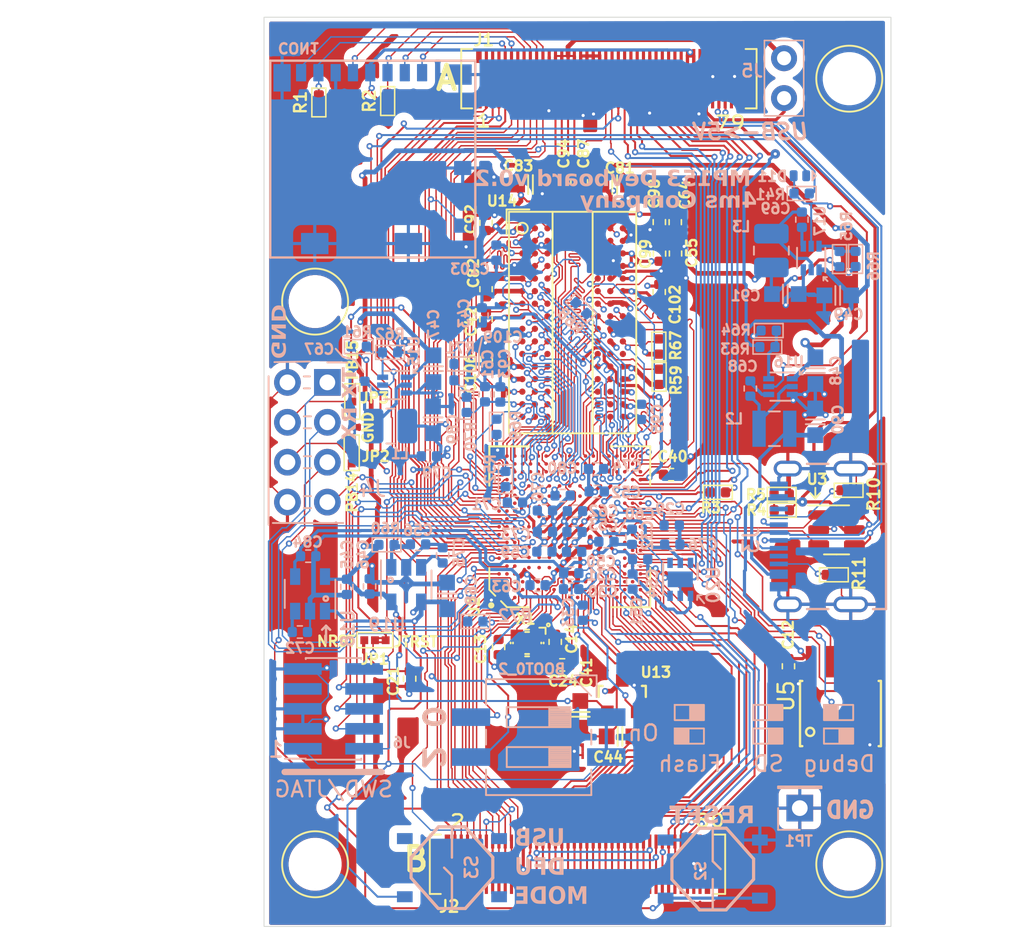
<source format=kicad_pcb>
(kicad_pcb (version 20241229) (generator "pcbnew") (generator_version "9.0")
  (layers (0 "F.Cu" signal) (4 "In1.Cu" signal) (6 "In2.Cu" signal) (2 "B.Cu" signal) (13 "F.Paste" user) (15 "B.Paste" user) (5 "F.SilkS" user "F.Silkscreen") (7 "B.SilkS" user "B.Silkscreen") (1 "F.Mask" user) (3 "B.Mask" user) (25 "Edge.Cuts" user))
  (net 0 "")
  (net 1 "+3V3")
  (net 2 "GND")
  (net 3 "+5V")
  (net 4 "/PC9")
  (net 5 "/PC10")
  (net 6 "VDD_CORE")
  (net 7 "VDD")
  (net 8 "/PE4")
  (net 9 "/NRST")
  (net 10 "/PC12")
  (net 11 "VDD_DDR")
  (net 12 "/NRST_CORE")
  (net 13 "VDDA_1V8")
  (net 14 "Net-(U2D-VDDA1V1_REG)")
  (net 15 "Net-(U2B-PH0-OSC_IN)")
  (net 16 "Net-(U2B-PH1-OSC_OUT)")
  (net 17 "GNDADC")
  (net 18 "VREF+")
  (net 19 "VREF_DDR")
  (net 20 "VDDA")
  (net 21 "VDD_USB")
  (net 22 "/PC8")
  (net 23 "/PD2")
  (net 24 "/PC11")
  (net 25 "/PA0")
  (net 26 "/PC4")
  (net 27 "/PC5")
  (net 28 "/PA6")
  (net 29 "/PB8")
  (net 30 "/PA7")
  (net 31 "/PE3")
  (net 32 "/UART_TX")
  (net 33 "/UART_RX")
  (net 34 "/PE13")
  (net 35 "/PC2")
  (net 36 "/PB4")
  (net 37 "/PA2")
  (net 38 "/PB7")
  (net 39 "/PWR_ONRST")
  (net 40 "/JTMS_SWDIO")
  (net 41 "/JTCK_SWCLK")
  (net 42 "/JTDO_SWO")
  (net 43 "/JTDI")
  (net 44 "Net-(U19-EN)")
  (net 45 "Net-(U15-SW)")
  (net 46 "/USB_VBUS")
  (net 47 "/USB_VBUS_JACK")
  (net 48 "/USB_RREF")
  (net 49 "/DDR_CKE")
  (net 50 "/DDR_RESETN")
  (net 51 "/DDR_CLK_N")
  (net 52 "/DDR_CLK_P")
  (net 53 "Net-(U2E-DDR_ZQ)")
  (net 54 "Net-(U15-BST)")
  (net 55 "/PWR_ON")
  (net 56 "Net-(U16-SW)")
  (net 57 "Net-(U16-BST)")
  (net 58 "Net-(U17-SW)")
  (net 59 "Net-(U17-BST)")
  (net 60 "Net-(U18-Noise)")
  (net 61 "Net-(U19-Noise)")
  (net 62 "/BOOT0")
  (net 63 "/DDR_DQ11")
  (net 64 "/DDR_DQ12")
  (net 66 "/FLASH_CS")
  (net 67 "/USB_HS_DM")
  (net 68 "/FLASH_IO2")
  (net 69 "/DDR_DQS1_P")
  (net 70 "/DDR_DQM1")
  (net 71 "/DDR_DQ15")
  (net 74 "/USB_HS_DP")
  (net 75 "/FLASH_IO1")
  (net 76 "/FLASH_IO0")
  (net 79 "/DDR_DQ9")
  (net 80 "/DDR_DQS1_N")
  (net 81 "/DDR_DQ14")
  (net 83 "/FLASH_IO3")
  (net 86 "/DDR_DQ10")
  (net 87 "/DDR_DQ13")
  (net 88 "/DDR_A8")
  (net 89 "/DDR_DQ8")
  (net 90 "/DDR_A4")
  (net 92 "/DDR_BA1")
  (net 93 "/DDR_A11")
  (net 94 "/DDR_A14")
  (net 95 "/DDR_A1")
  (net 96 "/DDR_A12")
  (net 97 "/DDR_A10")
  (net 102 "/DDR_CASN")
  (net 103 "/DDR_WEN")
  (net 104 "/DDR_CSN")
  (net 105 "/DDR_ODT")
  (net 106 "/DDR_BA2")
  (net 107 "/DDR_BA0")
  (net 108 "/DDR_A0")
  (net 111 "/DDR_A3")
  (net 112 "/DDR_A2")
  (net 114 "/DDR_A9")
  (net 115 "/DDR_A13")
  (net 116 "/DDR_DQ5")
  (net 117 "/DDR_DQ4")
  (net 118 "/PB1")
  (net 119 "/DDR_DQ6")
  (net 120 "/DDR_DQ2")
  (net 121 "/DDR_DQM0")
  (net 127 "/DDR_DQS0_P")
  (net 128 "/DDR_DQS0_N")
  (net 129 "/DDR_DQ7")
  (net 130 "/DDR_DQ3")
  (net 131 "/JTRST")
  (net 135 "/PC7")
  (net 137 "/DDR_DQ1")
  (net 138 "/DDR_DQ0")
  (net 141 "/FLASH_CLK")
  (net 143 "/DDR_A6")
  (net 145 "/DDR_RASN")
  (net 148 "/DDR_A5")
  (net 156 "/DDR_A7")
  (net 159 "Net-(U14-ZQ)")
  (net 160 "Net-(U15-FB)")
  (net 161 "Net-(U16-FB)")
  (net 162 "Net-(U17-FB)")
  (net 170 "/PC1")
  (net 171 "/PE2")
  (net 174 "/BOOT2")
  (net 175 "/PB0")
  (net 176 "/PE12")
  (net 179 "/DFU_BOOT")
  (net 180 "/PG15")
  (net 181 "/PC0")
  (net 183 "/PA1")
  (net 184 "/PA3")
  (net 185 "/PB2")
  (net 186 "/PA4")
  (net 187 "/PA5")
  (net 188 "/USB_HS_D-")
  (net 189 "/PF11")
  (net 190 "/USB_HS_D+")
  (net 191 "/PC3")
  (net 192 "/PG13")
  (net 193 "/PE6")
  (net 194 "/PD12")
  (net 195 "/PA11")
  (net 196 "/PE10")
  (net 197 "/PE0")
  (net 198 "unconnected-(U2A-PB13-Pad1J2)")
  (net 199 "/PA10")
  (net 200 "/PB10")
  (net 201 "/PB15")
  (net 202 "/PG10")
  (net 203 "/PG9")
  (net 204 "/PD11")
  (net 205 "/PB14")
  (net 206 "/PA8")
  (net 207 "/PA12")
  (net 208 "/PD13")
  (net 210 "Net-(J3-CC1)")
  (net 212 "Net-(J3-CC2)")
  (net 214 "/PE11")
  (net 215 "/PD10")
  (net 216 "/PD3")
  (net 217 "/PB9")
  (net 219 "/PG6")
  (net 220 "/PC6")
  (net 221 "/DEBUG0")
  (net 222 "/DEBUG1")
  (net 223 "Net-(J4-Pin_4)")
  (net 224 "Net-(J4-Pin_6)")
  (net 225 "Net-(J6-Pin_10)")
  (footprint "4ms_Capacitor:C_0402" (layer "F.Cu") (at 203.43 67.926779 90)
    (property "Reference" "C42")
    (property "Value" "100nF_0402_16V")
  )
  (footprint "4ms_SolderJumper:JUMPER_SMD_1x3_tiny_open" (layer "F.Cu") (at 194.9192 73.1576 90)
    (property "Reference" "JP3")
    (property "Value" "SolderJumper_3" (hide yes))
  )
  (footprint "Package_TO_SOT_SMD:SOT-23-6" (layer "F.Cu") (at 225.7392 81.3276)
    (property "Reference" "U3")
    (property "Value" "USBLC6-2SC6")
  )
  (footprint "4ms_Resistor:R_0402" (layer "F.Cu") (at 222.2592 80.0776 180)
    (property "Reference" "R4")
    (property "Value" "430k_0402")
  )
  (footprint "4ms_Capacitor:C_0402" (layer "F.Cu") (at 214.46 61.736779 -90)
    (property "Reference" "C98")
    (property "Value" "100nF_0402_16V")
  )
  (footprint "4ms_SolderJumper:NetTie-2_SMD_Pad0.16mm_6mil" (layer "F.Cu") (at 209.58 95.41 -90)
    (property "Reference" "NT2" (hide yes))
    (property "Value" "NetTie_2" (hide yes))
  )
  (footprint "4ms_SolderJumper:JUMPER_SMD_1x3_tiny" (layer "F.Cu") (at 196.36 88.35 180)
    (property "Reference" "JP1")
    (property "Value" "SolderJumper_3_Bridged12")
  )
  (footprint "4ms_Resistor:R_0402" (layer "F.Cu") (at 214.43 69.656779 90)
    (property "Reference" "R67")
    (property "Value" "10k_0402")
  )
  (footprint "4ms_Capacitor:C_0603" (layer "F.Cu") (at 211.62 59.356779 180)
    (property "Reference" "C81")
    (property "Value" "10uF_0603_10V" (hide yes))
  )
  (footprint "4ms_Hardware:MountingHole_Generic_3mm" (layer "F.Cu") (at 226.55 102.61)
    (property "Reference" "H4" (hide yes))
    (property "Value" "Spacer Nylon, fits 3mm hole")
  )
  (footprint "4ms_Hardware:MountingHole_Generic_3mm" (layer "F.Cu") (at 192.55 66.7976)
    (property "Reference" "H2" (hide yes))
    (property "Value" "Spacer Nylon, fits 3mm hole")
  )
  (footprint "4ms_Capacitor:C_0402" (layer "F.Cu") (at 204.23 88.79 -90)
    (property "Reference" "C13")
    (property "Value" "6.8pF_0402_25V")
  )
  (footprint "4ms_Hardware:MountingHole_Generic_3mm" (layer "F.Cu") (at 192.55 102.61)
    (property "Reference" "H3" (hide yes))
    (property "Value" "Spacer Nylon, fits 3mm hole")
  )
  (footprint "4ms_Capacitor:C_0402" (layer "F.Cu") (at 215.47346 61.741859 90)
    (property "Reference" "C64")
    (property "Value" "100nF_0402_16V")
  )
  (footprint "4ms_Capacitor:C_0402" (layer "F.Cu") (at 215.49 63.736779 -90)
    (property "Reference" "C55")
    (property "Value" "1uF_0402_25V")
  )
  (footprint "4ms_Package_QFP:TFBGA-257_10x10mm_perP0.5_cntrP0.65" (layer "F.Cu") (at 208.76 81.13 90)
    (property "Reference" "U2")
    (property "Value" "STM32MP15xxAD")
  )
  (footprint "4ms_Capacitor:C_0603" (layer "F.Cu") (at 206.26 59.346779 180)
    (property "Reference" "C83")
    (property "Value" "10uF_0603_10V" (hide yes))
  )
  (footprint "4ms_Crystal:Crystal_2.0x1.6mm_4pin" (layer "F.Cu") (at 206.045006 88.526792 180)
    (property "Reference" "X1")
    (property "Value" "24MHz_8pF_2x1.6mm" (hide yes))
  )
  (footprint "4ms_Capacitor:C_0402" (layer "F.Cu") (at 208.28 89.92)
    (property "Reference" "C24")
    (property "Value" "10nF_0402_16V")
  )
  (footprint "4ms_Resistor:R_0402" (layer "F.Cu") (at 218.19 78.94 180)
    (property "Reference" "R3")
    (property "Value" "3k_0402")
  )
  (footprint "4ms_Connector:Connector-80pin-P0.4mm-W3.0mm" (layer "F.Cu") (at 209.2509 102.61 90)
    (property "Reference" "J2")
    (property "Value" "Pins_02x40_P0.4mm_W3.0mm_SMT" (hide yes))
  )
  (footprint "4ms_Hardware:MountingHole_Generic_3mm" (layer "F.Cu") (at 226.55 52.61)
    (property "Reference" "H1" (hide yes))
    (property "Value" "Spacer Nylon, fits 3mm hole")
  )
  (footprint "4ms_Capacitor:C_0402" (layer "F.Cu") (at 214.45 66.186779 -90)
    (property "Reference" "C102")
    (property "Value" "100nF_0402_16V")
  )
  (footprint "4ms_Capacitor:C_0402" (layer "F.Cu") (at 208.44 59.196779 90)
    (property "Reference" "C94")
    (property "Value" "100nF_0402_16V")
  )
  (footprint "4ms_Resistor:R_0402" (layer "F.Cu") (at 222.2492 79.0676)
    (property "Reference" "R5")
    (property "Value" "620k_0402")
  )
  (footprint "4ms_Capacitor:C_0402" (layer "F.Cu") (at 207.83346 88.456859 90)
    (property "Reference" "C14")
    (property "Value" "6.8pF_0402_25V")
  )
  (footprint "4ms_Package_SOT:SOT23-3_PO132" (layer "F.Cu") (at 212.1 91.90924)
    (property "Reference" "U13")
    (property "Value" "NCP51460SN33")
  )
  (footprint "4ms_Capacitor:C_0402" (layer "F.Cu") (at 222.6792 90.0076 -90)
    (property "Reference" "C12")
    (property "Value" "100nF_0402_16V")
  )
  (footprint "4ms_Package_QFP:FBGA-96_Layout2x3x16_Body8x14_P0.8mm" (layer "F.Cu") (at 208.9396 68.131)
    (property "Reference" "U14")
    (property "Value" "DDR3L-RAM-4Gb_MT41K256M16TW" (hide yes))
  )
  (footprint "4ms_Capacitor:C_0402" (layer "F.Cu") (at 215.21 77.812779 180)
    (property "Reference" "C40")
    (property "Value" "100nF_0402_16V")
  )
  (footprint "4ms_Resistor:R_0402" (layer "F.Cu") (at 192.7892 54.1226 90)
    (property "Reference" "R1")
    (property "Value" "10k_0402")
  )
  (footprint "4ms_Capacitor:C_0402" (layer "F.Cu") (at 203.43 66.006779 -90)
    (property "Reference" "C82")
    (property "Value" "100nF_0402_16V")
  )
  (footprint "4ms_Capacitor:C_0402" (layer "F.Cu") (at 214.47126 63.746459 90)
    (property "Reference" "C99")
    (property "Value" "100nF_0402_16V")
  )
  (footprint "4ms_Capacitor:C_0402" (layer "F.Cu") (at 198.5692 90.8026 90)
    (property "Reference" "C21")
    (property "Value" "100nF_0402_16V")
  )
  (footprint "4ms_Capacitor:C_0402" (layer "F.Cu") (at 209.5 59.196779 -90)
    (property "Reference" "C87")
    (property "Value" "100nF_0402_16V")
  )
  (footprint "4ms_Resistor:R_0402" (layer "F.Cu") (at 225.5692 84.1876)
    (property "Reference" "R11")
    (property "Value" "5.1k_0402")
  )
  (footprint "4ms_Capacitor:C_0402" (layer "F.Cu") (at 203.43 61.786779 90)
    (property "Reference" "C92")
    (property "Value" "100nF_0402_16V")
  )
  (footprint "4ms_Capacitor:C_0603" (layer "F.Cu") (at 211.958 94.471 180)
    (property "Reference" "C44")
    (property "Value" "10uF_0603_10V")
  )
  (footprint "4ms_Resistor:R_0402" (layer "F.Cu") (at 197.1692 54.0326 90)
    (property "Reference" "R2")
    (property "Value" "10k_0402")
  )
  (footprint "4ms_Resistor:R_0402" (layer "F.Cu") (at 226.5092 78.8076)
    (property "Reference" "R10")
    (property "Value" "5.1k_0402")
  )
  (footprint "4ms_Capacitor:C_0402" (layer "F.Cu") (at 203.44 70.456779 90)
    (property "Reference" "C106")
    (property "Value" "100nF_0402_16V")
  )
  (footprint "4ms_Capacitor:C_0603" (layer "F.Cu") (at 209.43 93.07 -90)
    (property "Reference" "C41")
    (property "Value" "2.2uF_0603_25V")
  )
  (footprint "4ms_SolderJumper:JUMPER_SMD_1x3_tiny_open" (layer "F.Cu") (at 194.8792 76.42 90)
    (property "Reference" "JP2")
    (property "Value" "SolderJumper_3" (hide yes))
  )
  (footprint "4ms_Resistor:R_0402" (layer "F.Cu") (at 214.45 71.586779 90)
    (property "Reference" "R59")
    (property "Value" "240Ω_0402")
  )
  (footprint "4ms_Package_SOIC:SOIC-8_5.28x4.9mm_Pitch1.27mm" (layer "F.Cu") (at 225.9892 93.0176 90)
    (property "Reference" "U5")
    (property "Value" "NORFLASH_W25Q128JV")
  )
  (footprint "4ms_Connector:Connector-80pin-P0.4mm-W3.0mm" (layer "F.Cu") (at 211.2509 52.61 90)
    (property "Reference" "J1")
    (property "Value" "Pins_02x40_P0.4mm_W3.0mm_SMT" (hide yes))
  )
  (footprint "4ms_Capacitor:C_0603" (layer "B.Cu") (at 222.479 66.318 180)
    (property "Reference" "C91")
    (property "Value" "22uF_0603_6.3V")
  )
  (footprint "4ms_Capacitor:C_0402" (layer "B.Cu") (at 223.535 61.585 -90)
    (property "Reference" "C69")
    (property "Value" "100nF_0402_16V")
  )
  (footprint "4ms_Capacitor:C_0402" (layer "B.Cu") (at 199.794 76.637)
    (property "Reference" "C79")
    (property "Value" "1uF_0402_25V")
  )
  (footprint "4ms_Capacitor:C_0402" (layer "B.Cu") (at 196.018 84.925 -90)
    (property "Reference" "C46")
    (property "Value" "1uF_0402_25V")
  )
  (footprint "4ms_Resistor:R_0402" (layer "B.Cu") (at 225.93 64.093 -90)
    (property "Reference" "R65")
    (property "Value" "6.8k_0402")
  )
  (footprint "4ms_Resistor:R_0402" (layer "B.Cu") (at 197.32 70.03 180)
    (property "Reference" "R62")
    (property "Value" "20k_0402")
  )
  (footprint "4ms_Capacitor:C_0402" (layer "B.Cu") (at 207.14682 82.717939 180)
    (property "Reference" "C59")
    (property "Value" "1uF_0402_25V")
  )
  (footprint "Connector_PinHeader_2.54mm:PinHeader_1x01_P2.54mm_Vertical" (layer "B.Cu") (at 223.3992 99.0376)
    (property "Reference" "TP1")
    (property "Value" "GND")
  )
  (footprint "4ms_Resistor:R_0402" (layer "B.Cu") (at 197.096 82.278)
    (property "Reference" "R60")
    (property "Value" "100k_0402")
  )
  (footprint "4ms_Resistor:R_0402" (layer "B.Cu") (at 223.5192 59.9176 180)
    (property "Reference" "R41")
    (property "Value" "10k_0402")
  )
  (footprint "Inductor_SMD:L_1008_2520Metric" (layer "B.Cu") (at 197.35 74.72)
    (property "Reference" "L1")
    (property "Value" "1uH_3.2A_2520")
  )
  (footprint "4ms_Capacitor:C_0402" (layer "B.Cu") (at 210.476 78.884779 180)
    (property "Reference" "C52")
    (property "Value" "1uF_0402_25V")
  )
  (footprint "4ms_Package_SOT:SOT-563" (layer "B.Cu") (at 197.598 72.112 180)
    (property "Reference" "U15")
    (property "Value" "AP6230xZ6")
  )
  (footprint "4ms_Resistor:R_0402" (layer "B.Cu") (at 195.33 69.66 180)
    (property "Reference" "R61")
    (property "Value" "10k_0402")
  )
  (footprint "4ms_Switch:SW_DIP_SPSTx02_CTS_219-2MSTR" (layer "B.Cu") (at 206.7792 94.5176 180)
    (property "Reference" "BOOT0_2")
    (property "Value" "SW_DIP_x02_CTS_219-2MST")
  )
  (footprint "4ms_Capacitor:C_0402" (layer "B.Cu") (at 199.102 82.25)
    (property "Reference" "C56")
    (property "Value" "100nF_0402_50V")
  )
  (footprint "4ms_Resistor:R_0402" (layer "B.Cu") (at 221.42054 68.641)
    (property "Reference" "R64")
    (property "Value" "10k_0402")
  )
  (footprint "4ms_Capacitor:C_0402" (layer "B.Cu") (at 203.36208 72.695099 -90)
    (property "Reference" "C61")
    (property "Value" "100nF_0402_16V")
  )
  (footprint "4ms_Capacitor:C_0402" (layer "B.Cu") (at 211.096 82.078779 180)
    (property "Reference" "C60")
    (property "Value" "1uF_0402_25V")
  )
  (footprint "4ms_Capacitor:C_0402" (layer "B.Cu") (at 212.72 81.766779 90)
    (property "Reference" "C32")
    (property "Value" "2.2uF_0402_6.3V")
  )
  (footprint "4ms_Capacitor:C_0603" (layer "B.Cu") (at 200.057 74.322 -90)
    (property "Reference" "C89")
    (property "Value" "22uF_0603_6.3V")
  )
  (footprint "4ms_Capacitor:C_0402" (layer "B.Cu") (at 195.7 72.35 90)
    (property "Reference" "C67")
    (property "Value" "100nF_0402_16V")
  )
  (footprint "4ms_Capacitor:C_0402" (layer "B.Cu") (at 220.25154 72.33 90)
    (property "Reference" "C68")
    (property "Value" "100nF_0402_16V")
  )
  (footprint "4ms_Capacitor:C_0402" (layer "B.Cu") (at 191.58 87.83)
    (property "Reference" "C72")
    (property "Value" "100nF_0402_50V")
  )
  (footprint "4ms_Capacitor:C_0402" (layer "B.Cu") (at 210.43 77.446779)
    (property "Reference" "C74")
    (property "Value" "3.3nF_0402_16V")
  )
  (footprint "4ms_Capacitor:C_0402" (layer "B.Cu") (at 206.71 84.846779)
    (property "Reference" "C63")
    (property "Value" "1uF_0402_25V")
  )
  (footprint "4ms_Package_SOT:SOT-563" (layer "B.Cu") (at 222.17004 72.209 180)
    (property "Reference" "U16")
    (property "Value" "AP6230xZ6")
  )
  (footprint "4ms_Capacitor:C_0402" (layer "B.Cu") (at 213.31 73.816779 90)
    (property "Reference" "C95")
    (property "Value" "100nF_0402_16V")
  )
  (footprint "4ms_Capacitor:C_0603" (layer "B.Cu") (at 200.95 85.53 -90)
    (property "Reference" "C88")
    (property "Value" "22uF_0603_6.3V")
  )
  (footprint "4ms_Resistor:R_0402" (layer "B.Cu") (at 226.95 64.085 90)
    (property "Reference" "R66")
    (property "Value" "10k_0402")
  )
  (footprint "4ms_Capacitor:C_0603" (layer "B.Cu") (at 225.815 66.404)
    (property "Reference" "C49")
    (property "Value" "2.2uF_0603_25V")
  )
  (footprint "4ms_Capacitor:C_0402" (layer "B.Cu") (at 208.307 79.141779)
    (property "Reference" "C80")
    (property "Value" "3.3nF_0402_16V")
  )
  (footprint "4ms_Capacitor:C_0402" (layer "B.Cu") (at 192.11 83 180)
    (property "Reference" "C84")
    (property "Value" "4.7uF_0402_6.3V")
  )
  (footprint "4ms_Capacitor:C_0603" (layer "B.Cu") (at 224.39254 71.192 90)
    (property "Reference" "C48")
    (property "Value" "2.2uF_0603_25V")
  )
  (footprint "4ms_Capacitor:C_0402" (layer "B.Cu") (at 208.85356 84.081919 180)
    (property "Reference" "C31")
    (property "Value" "1uF_0402_25V")
  )
  (footprint "4ms_Capacitor:C_0402" (layer "B.Cu") (at 213.239 83.196779 180)
    (property "Reference" "C54")
    (property "Value" "1uF_0402_25V")
  )
  (footprint "4ms_Capacitor:C_0402" (layer "B.Cu") (at 207.17956 81.453019 180)
    (property "Reference" "C73")
    (property "Value" "1uF_0402_25V")
  )
  (footprint "4ms_Diode:DFN-1006-2" (layer "B.Cu") (at 223.4092 58.7876 180)
    (property "Reference" "D11")
    (property "Value" "BAT54LP")
  )
  (footprint "4ms_Capacitor:C_0402" (layer "B.Cu") (at 207.1797 80.096659 180)
    (property "Reference" "C70")
    (property "Value" "1uF_0402_25V")
  )
  (footprint "4ms_Connector:Pins_1x02_2.54mm_TH" (layer "B.Cu") (at 222.3992 52.5776 180)
    (property "Reference" "J5")
    (property "Value" "Conn_01x02")
  )
  (footprint "4ms_Resistor:R_0402" (layer "B.Cu") (at 209.493593 67.216272 135)
    (property "Reference" "R68")
    (property "Value" "100Ω_0402")
  )
  (footprint "4ms_Connector:USB_C_Receptacle_Molex_2171790001" (layer "B.Cu") (at 225.4892 81.7476 -90)
    (property "Reference" "J3")
    (property "Value" "USB-C_Receptacle_Molex_2171790001")
  )
  (footprint "Inductor_SMD:L_1008_2520Metric" (layer "B.Cu") (at 221.591 63.551 -90)
    (property "Reference" "L3")
    (property "Value" "1uH_3.2A_2520")
  )
  (footprint "4ms_Switch:Button_Tact_PTS526" (layer "B.Cu") (at 217.8592 102.9176 180)
    (property "Reference" "S2")
    (property "Value" "SW_Push_PTS526 SM15 SMTR2 LFS" (hide yes))
  )
  (footprint "4ms_Capacitor:C_0402" (layer "B.Cu") (at 209.59 86.6 90)
    (property "Reference" "C33")
    (property "Value" "1uF_0402_25V")
  )
  (footprint "4ms_Resistor:R_0402" (layer "B.Cu") (at 202.75 87.16 180)
    (property "Reference" "R72")
    (property "Value" "10k_0402")
  )
  (footprint "4ms_Capacitor:C_0603" (layer "B.Cu") (at 224.38254 74.45 -90)
    (property "Reference" "C90")
    (property "Value" "22uF_0603_6.3V")
  )
  (footprint "4ms_Capacitor:C_0402" (layer "B.Cu") (at 201.87346 71.806859 180)
    (property "Reference" "C109")
    (property "Value" "1uF_0402_25V")
  )
  (footprint "4ms_Resistor:R_0402" (layer "B.Cu") (at 204.09868 74.765199 90)
    (property "Reference" "R69")
    (property "Value" "10k_0402")
  )
  (footprint "4ms_Package_QFP:DFN-6-1EP_2x2mm_P0.65mm_EP1x1.6mm" (layer "B.Cu") (at 215.79346 84.476859 90)
    (property "Reference" "U20")
    (property "Value" "AP2411SN")
  )
  (footprint "4ms_Capacitor:C_0402" (layer "B.Cu") (at 215.2492 81.0376 180)
    (property "Reference" "C29")
    (property "Value" "2.2uF_0402_6.3V")
  )
  (footprint "4ms_Switch:Button_Tact_PTS526" (layer "B.Cu") (at 201.2592 102.8276)
    (property "Reference" "S3")
    (property "Value" "SW_Push_PTS526 SM15 SMTR2 LFS")
  )
  (footprint "4ms_Resistor:R_0402" (layer "B.Cu") (at 201.87846 70.766859)
    (property "Reference" "R71")
    (property "Value" "1k_0402")
  )
  (footprint "4ms_Capacitor:C_0402" (layer "B.Cu") (at 194.57 84.955 90)
    (property "Reference" "C45")
    (property "Value" "1uF_0402_25V")
  )
  (footprint "4ms_Package_SOT:SOT-563" (layer "B.Cu") (at 224.125 64.022 90)
    (property "Reference" "U17")
    (property "Value" "AP6230xZ6")
  )
  (footprint "4ms_Capacitor:C_0603" (layer "B.Cu") (at 200.082 71.069 90)
    (property "Reference" "C47")
    (property "Value" "2.2uF_0603_25V")
  )
  (footprint "4ms_Capacitor:C_0402" (layer "B.Cu") (at 208.84594 85.097919)
    (property "Reference" "C30")
    (property "Value" "100nF_0402_16V")
  )
  (footprint "4ms_Connector_Card:CardSlot_MicroSD_Molex_104031-0811" (layer "B.Cu") (at 196.196701 57.6651)
    (property "Reference" "CON1")
    (property "Value" "microSDCon_SMT_104031-0811" (hide yes))
  )
  (footprint "4ms_Capacitor:C_0402" (layer "B.Cu") (at 209.03644 82.728099 180)
    (property "Reference" "C50")
    (property "Value" "1uF_0402_25V")
  )
  (footprint "4ms_Resistor:R_0402" (layer "B.Cu") (at 204.66764 78.092599 90)
    (property "Reference" "R52")
    (property "Value" "240Ω_0402")
  )
  (footprint "4ms_Package_SOT:SOT-23-5" (layer "B.Cu") (at 198.349 84.812 -90)
    (property "Reference" "U19")
    (property "Value" "TAR5S33")
  )
  (footprint "4ms_Capacitor:C_0402" (layer "B.Cu") (at 204.33744 72.707799 -90)
    (property "Reference" "C93")
    (property "Value" "100nF_0402_16V")
  )
  (footprint "4ms_Capacitor:C_0402" (layer "B.Cu") (at 209.09218 80.132219 180)
    (property "Reference" "C62")
    (property "Value" "1uF_0402_25V")
  )
  (footprint "4ms_Connector:Pins_2x05_1.27mm_SMD" (layer "B.Cu") (at 193.72 92.72)
    (property "Reference" "J6")
    (property "Value" "Pins_02x05_P1.27mm_SMT")
  )
  (footprint "4ms_Capacitor:C_0402" (layer "B.Cu") (at 215.28346 82.256859 180)
    (property "Reference" "C76")
    (property "Value" "4.7uF_0402_6.3V")
  )
  (footprint "4ms_Capacitor:C_0402" (layer "B.Cu") (at 203.17 67.676779 90)
    (property "Reference" "C43")
    (property "Value" "100nF_0402_16V")
  )
  (footprint "4ms_Connector:Pins_2x04_P2.54mm_Horizontal_CroppedSilk" (layer "B.Cu") (at 192.06 75.75 180)
    (property "Reference" "J4")
    (property "Value" "Pins_02x04_RightAngle_P2.54mm_TH")
  )
  (footprint "4ms_Package_SOT:SOT-23-5" (layer "B.Cu") (at 192.23 85.4 90)
    (property "Reference" "U18")
    (property "Value" "TAR5S33")
  )
  (footprint "4ms_Resistor:R_0402" (layer "B.Cu") (at 221.33954 69.69 180)
    (property "Reference" "R63")
    (property "Value" "31.6k_0402")
  )
  (footprint "4ms_Capacitor:C_0402" (layer "B.Cu") (at 204.08344 63.683179 -90)
    (property "Reference" "C103")
    (property "Value" "100nF_0402_16V")
  )
  (footprint "4ms_Resistor:R_0402" (layer "B.Cu") (at 202.19346 73.366859 90)
    (property "Reference" "R70")
    (property "Value" "1k_0402")
  )
  (footprint "Inductor_SMD:L_Wuerth_MAPI-2510" (layer "B.Cu") (at 221.78354 74.89)
    (property "Reference" "L2")
    (property "Value" "4.7uH_1.7A_2510")
  )
  (footprint "4ms_Capacitor:C_0402" (layer "B.Cu") (at 209.06184 81.458099 180)
    (property "Reference" "C53")
    (property "Value" "1uF_0402_25V")
  )
  (footprint "4ms_Capacitor:C_0402" (layer "B.Cu") (at 212.76 84.616779 90)
    (property "Reference" "C51")
    (property "Value" "1uF_0402_25V")
  )
  (footprint "4ms_Capacitor:C_0402" (layer "B.Cu") (at 200.67 82.95 90)
    (property "Reference" "C75")
    (property "Value" "100nF_0402_50V")
  )
  (footprint "4ms_Capacitor:C_0402" (layer "B.Cu") (at 205.27216 79.586119 180)
    (property "Reference" "C71")
    (property "Value" "3.3nF_0402_16V")
  )
  (gr_line (start 224.3892 79.3276) (end 224.6792 78.9976) (stroke (width 0.12)) (layer "F.SilkS"))
  (gr_line (start 224.3892 78.6476) (end 224.3892 79.3276) (stroke (width 0.12)) (layer "F.SilkS"))
  (gr_line (start 224.3892 79.3276) (end 224.0792 78.9976) (stroke (width 0.12)) (layer "F.SilkS"))
  (gr_rect (start 225.0092 92.5376) (end 225.8192 93.3476) (stroke (width 0.12)) (fill yes) (layer "B.SilkS"))
  (gr_rect (start 220.4392 92.4676) (end 222.2992 93.4376) (stroke (width 0.12)) (fill no) (layer "B.SilkS"))
  (gr_line (start 212.3 80.71) (end 211.9 81.52) (stroke (width 0.12)) (layer "B.SilkS"))
  (gr_line (start 189.59 71.55) (end 189.59 81) (stroke (width 0.12)) (layer "B.SilkS"))
  (gr_rect (start 224.9392 92.4676) (end 226.7992 93.4376) (stroke (width 0.12)) (fill no) (layer "B.SilkS"))
  (gr_line (start 194.3 70.3) (end 195.13 70.53) (stroke (width 0.12)) (layer "B.SilkS"))
  (gr_rect (start 225.9192 94.0576) (end 226.7292 94.8676) (stroke (width 0.12)) (fill yes) (layer "B.SilkS"))
  (gr_rect (start 215.4392 93.9676) (end 217.2992 94.9376) (stroke (width 0.12)) (fill no) (layer "B.SilkS"))
  (gr_line (start 195.13 70.53) (end 195.63 71.28) (stroke (width 0.12)) (layer "B.SilkS"))
  (gr_line (start 203.17 69.1) (end 202.98 69.97) (stroke (width 0.12)) (layer "B.SilkS"))
  (gr_rect (start 220.4392 93.9676) (end 222.2992 94.9376) (stroke (width 0.12)) (fill no) (layer "B.SilkS"))
  (gr_rect (start 221.4192 92.5576) (end 222.2292 93.3676) (stroke (width 0.12)) (fill yes) (layer "B.SilkS"))
  (gr_rect (start 215.5092 94.0376) (end 216.3192 94.8476) (stroke (width 0.12)) (fill yes) (layer "B.SilkS"))
  (gr_rect (start 216.4192 92.5576) (end 217.2292 93.3676) (stroke (width 0.12)) (fill yes) (layer "B.SilkS"))
  (gr_rect (start 215.4392 92.4676) (end 217.2992 93.4376) (stroke (width 0.12)) (fill no) (layer "B.SilkS"))
  (gr_rect (start 224.9392 93.9676) (end 226.7992 94.9376) (stroke (width 0.12)) (fill no) (layer "B.SilkS"))
  (gr_line (start 193.86 69.8) (end 194.3 70.3) (stroke (width 0.12)) (layer "B.SilkS"))
  (gr_line (start 202.98 71.45) (end 202.85 71.62) (stroke (width 0.12)) (layer "B.SilkS"))
  (gr_line (start 190.6092 96.7376) (end 196.7892 96.7376) (stroke (width 0.4)) (layer "B.SilkS"))
  (gr_line (start 202.98 69.97) (end 202.98 71.45) (stroke (width 0.12)) (layer "B.SilkS"))
  (gr_rect (start 221.4192 94.0576) (end 222.2292 94.8676) (stroke (width 0.12)) (fill yes) (layer "B.SilkS"))
  (gr_rect (start 189.2992 48.6984) (end 229.2026 106.5676) (stroke (width 0.05)) (fill no) (layer "Edge.Cuts"))
  (gr_text "1" (at 202.6892 55.7676 0) (layer "F.SilkS") (effects (font (size 0.8 1)) (justify left bottom)))
  (gr_text "79" (at 217.9292 55.8576 0) (layer "F.SilkS") (effects (font (size 0.8 1)) (justify left bottom)))
  (gr_text "JTRST" (at 197.49 88.83 0) (layer "F.SilkS") (effects (font (size 0.65 0.65)) (justify left bottom)))
  (gr_text "PB14" (at 195.2892 80.3176 90) (layer "F.SilkS") (effects (font (size 0.65 0.65) (thickness 0.15) (bold yes)) (justify left bottom)))
  (gr_text "GND" (at 196.2992 75.8976 90) (layer "F.SilkS") (effects (font (size 0.65 0.65) (thickness 0.15) (bold yes)) (justify left bottom)))
  (gr_text "B" (at 198.0192 103.1676 0) (layer "F.SilkS") (effects (font (size 1.5 1.5) (thickness 0.3) (bold yes)) (justify left bottom)))
  (gr_text "PB15" (at 195.3092 71.8876 90) (layer "F.SilkS") (effects (font (size 0.65 0.65) (thickness 0.15) (bold yes)) (justify left bottom)))
  (gr_text "2" (at 201.04 100.33 0) (layer "F.SilkS") (effects (font (size 0.8 1)) (justify left bottom)))
  (gr_text "NRST" (at 192.5792 88.7976 0) (layer "F.SilkS") (effects (font (size 0.65 0.65)) (justify left bottom)))
  (gr_text "A" (at 200.0792 53.4476 0) (layer "F.SilkS") (effects (font (size 1.5 1.5) (thickness 0.3) (bold yes)) (justify left bottom)))
  (gr_text "80" (at 216.63 100.3 0) (layer "F.SilkS") (effects (font (size 0.8 1)) (justify left bottom)))
  (gr_text "USB->5V" (at 224.0892 56.5676 0) (layer "B.SilkS") (effects (font (size 1 1) (thickness 0.2) (bold yes) (italic yes)) (justify left bottom mirror)))
  (gr_text "4ms Company" (at 215.0392 60.3976 0) (layer "B.SilkS") (effects (font (size 1.02 1.02) (thickness 0.204) (bold yes)) (justify mirror)))
  (gr_text "Debug" (at 225.8992 96.7976 -0) (layer "B.SilkS") (effects (font (size 1 1)) (justify bottom mirror)))
  (gr_text "MP153 Devboard v0.2" (at 211.5 59.02 0) (layer "B.SilkS") (effects (font (size 1.016 1.016) (thickness 0.14986) (bold yes) (italic yes)) (justify mirror)))
  (gr_text "RX" (at 194.77 74.56 90) (layer "B.SilkS") (effects (font (size 0.889 1) (thickness 0.1778) (bold yes)) (justify mirror)))
  (gr_text "RESET" (at 217.8192 99.5376 0) (layer "B.SilkS") (effects (font (size 1.1 1.1) (thickness 0.14986) (bold yes) (italic yes)) (justify mirror)))
  (gr_text "GND" (at 228.2992 99.7476 0) (layer "B.SilkS") (effects (font (size 1 1) (thickness 0.25) (bold yes)) (justify left bottom mirror)))
  (gr_text "GND" (at 190.1492 68.7076 270) (layer "B.SilkS") (effects (font (size 0.889 1) (thickness 0.1778) (bold yes)) (justify mirror)))
  (gr_text "USB\nDFU\nMODE" (at 205.2392 102.8276 0) (layer "B.SilkS") (effects (font (size 1.1 1) (thickness 0.14986) (bold yes) (italic yes)) (justify right mirror)))
  (gr_text "On" (at 214.5192 94.8376 0) (layer "B.SilkS") (effects (font (size 1 1)) (justify left bottom mirror)))
  (gr_text "Flash" (at 216.3992 96.7976 -0) (layer "B.SilkS") (effects (font (size 1 1)) (justify bottom mirror)))
  (gr_text "SD" (at 221.3992 96.7976 -0) (layer "B.SilkS") (effects (font (size 1 1)) (justify bottom mirror)))
  (gr_text "2 0" (at 200.0792 94.5176 -90) (layer "B.SilkS") (effects (font (size 1.25 1.5) (thickness 0.3)) (justify mirror)))
  (gr_text "1" (at 190.63 95.89 0) (layer "B.SilkS") (effects (font (size 1 1)) (justify left bottom mirror)))
  (gr_text "SWD/JTAG" (at 197.5992 98.4176 0) (layer "B.SilkS") (effects (font (size 1 1)) (justify left bottom mirror)))
  (gr_text "TX" (at 194.79 71.98 90) (layer "B.SilkS") (effects (font (size 0.889 1) (thickness 0.1778) (bold yes)) (justify mirror)))
  (segment (start 216.2509 54.8393) (end 216.2509 54.68) (width 0.2032) (layer "F.Cu") (net 1))
  (segment (start 216.4692 51.165) (end 216.2509 51.165) (width 0.2032) (layer "F.Cu") (net 1))
  (segment (start 216.2509 51.165) (end 216.2509 54.055) (width 0.2032) (layer "F.Cu") (net 1))
  (segment (start 216.4692 50.9776) (end 216.4692 51.165) (width 0.2032) (layer "F.Cu") (net 1))
  (segment (start 223.4642 89.0956) (end 223.7377 89.3691) (width 0.2032) (layer "F.Cu") (net 1))
  (segment (start 196.1492 53.4976) (end 196.1492 53.2076) (width 0.09) (layer "F.Cu") (net 1))
  (segment (start 216.4192 50.9276) (end 216.4292 50.9376) (width 0.2032) (layer "F.Cu") (net 1))
  (segment (start 223.5842 89.5226) (end 222.6792 89.5226) (width 0.2032) (layer "F.Cu") (net 1))
  (segment (start 216.6509 51.165) (end 216.4692 51.165) (width 0.2032) (layer "F.Cu") (net 1))
  (segment (start 223.4642 89.0276) (end 223.4642 89.0956) (width 0.2032) (layer "F.Cu") (net 1))
  (segment (start 216.4192 50.9276) (end 216.2509 51.0959) (width 0.2032) (layer "F.Cu") (net 1))
  (segment (start 221.8392 57.3976) (end 221.4076 57.3976) (width 0.2032) (layer "F.Cu") (net 1))
  (segment (start 192.7892 54.6076) (end 194.7492 54.6076) (width 0.09) (layer "F.Cu") (net 1))
  (segment (start 216.4192 50.9276) (end 216.4692 50.9776) (width 0.2032) (layer "F.Cu") (net 1))
  (segment (start 216.2409 54.055) (end 216.2409 51.165) (width 0.09) (layer "F.Cu") (net 1))
  (segment (start 216.2509 51.0959) (end 216.2509 51.165) (width 0.2032) (layer "F.Cu") (net 1))
  (segment (start 219.6676 55.6576) (end 217.0692 55.6576) (width 0.2032) (layer "F.Cu") (net 1))
  (segment (start 216.6409 51.165) (end 216.6409 54.055) (width 0.09) (layer "F.Cu") (net 1))
  (segment (start 221.4076 57.3976) (end 219.6676 55.6576) (width 0.2032) (layer "F.Cu") (net 1))
  (segment (start 223.7377 89.3691) (end 223.5842 89.5226) (width 0.2032) (layer "F.Cu") (net 1))
  (segment (start 194.7492 54.6076) (end 196.1492 53.2076) (width 0.09) (layer "F.Cu") (net 1))
  (segment (start 216.6509 54.055) (end 216.6509 54.28) (width 0.2032) (layer "F.Cu") (net 1))
  (segment (start 216.4292 50.9376) (end 216.4292 50.9433) (width 0.2032) (layer "F.Cu") (net 1))
  (segment (start 216.2509 54.055) (end 216.6509 54.055) (width 0.09) (layer "F.Cu") (net 1))
  (segment (start 197.1692 54.5176) (end 196.1492 53.4976) (width 0.09) (layer "F.Cu") (net 1))
  (segment (start 216.4292 50.9433) (end 216.6509 51.165) (width 0.2032) (layer "F.Cu") (net 1))
  (segment (start 216.6509 54.055) (end 216.6509 51.165) (width 0.2032) (layer "F.Cu") (net 1))
  (segment (start 216.2509 54.68) (end 216.2509 54.055) (width 0.2032) (layer "F.Cu") (net 1))
  (segment (start 217.0692 55.6576) (end 216.2509 54.8393) (width 0.2032) (layer "F.Cu") (net 1))
  (segment (start 216.6509 54.28) (end 216.2509 54.68) (width 0.2032) (layer "F.Cu") (net 1))
  (segment (start 223.7377 89.3691) (end 224.0842 89.7156) (width 0.2032) (layer "F.Cu") (net 1))
  (via (at 196.1492 53.2076) (size 0.4) (drill 0.2) (layers "F.Cu" "B.Cu") (net 1))
  (via (at 216.4192 50.9276) (size 0.4) (drill 0.2) (layers "F.Cu" "B.Cu") (net 1))
  (via (at 221.8392 57.3976) (size 0.6) (drill 0.2) (layers "F.Cu" "B.Cu") (net 1))
  (via (at 223.4642 89.0276) (size 0.4) (drill 0.2) (layers "F.Cu" "B.Cu") (net 1))
  (segment (start 225.89353 69.00324) (end 226.061529 69.171239) (width 0.3) (layer "B.Cu") (net 1))
  (segment (start 219.8792 83.9476) (end 219.8792 85.4776) (width 0.2032) (layer "B.Cu") (net 1))
  (segment (start 196.955324 50.781477) (end 196.0592 51.677601) (width 0.2032) (layer "B.Cu") (net 1))
  (segment (start 223.16854 75.3) (end 222.75854 74.89) (width 0.3) (layer "B.Cu") (net 1))
  (segment (start 196.1492 53.2076) (end 196.0592 53.1176) (width 0.09) (layer "B.Cu") (net 1))
  (segment (start 214.975323 50.7876) (end 214.9692 50.781477) (width 0.2032) (layer "B.Cu") (net 1))
  (segment (start 220.8592 79.0176) (end 219.9392 79.9376) (width 0.2032) (layer "B.Cu") (net 1))
  (segment (start 223.98854 68.03) (end 224.01704 68.0585) (width 0.2) (layer "B.Cu") (net 1))
  (segment (start 219.98554 65.74554) (end 219.85 65.61) (width 0.2) (layer "B.Cu") (net 1))
  (segment (start 219.9392 79.9376) (end 219.9392 83.8876) (width 0.2032) (layer "B.Cu") (net 1))
  (segment (start 216.3492 50.7876) (end 214.975323 50.7876) (width 0.2032) (layer "B.Cu") (net 1))
  (segment (start 196.0592 53.1176) (end 196.0592 52.2276) (width 0.09) (layer "B.Cu") (net 1))
  (segment (start 221.47 57.7668) (end 221.8392 57.3976) (width 0.2) (layer "B.Cu") (net 1))
  (segment (start 196.0592 51.677601) (end 196.0592 52.2276) (width 0.2032) (layer "B.Cu") (net 1))
  (segment (start 219.85 59.56) (end 221.47 57.94) (width 0.2) (layer "B.Cu") (net 1))
  (segment (start 216.4192 50.8576) (end 216.3492 50.7876) (width 0.2032) (layer "B.Cu") (net 1))
  (segment (start 219.98554 69.27) (end 219.98554 65.74554) (width 0.2) (layer "B.Cu") (net 1))
  (segment (start 225.13404 74.9285) (end 224.76254 75.3) (width 0.3) (layer "B.Cu") (net 1))
  (segment (start 220.30554 69.59) (end 219.98554 69.27) (width 0.2) (layer "B.Cu") (net 1))
  (segment (start 219.85 65.61) (end 219.85 59.56) (width 0.2) (layer "B.Cu") (net 1))
  (segment (start 226.061529 74.001011) (end 225.13404 74.9285) (width 0.3) (layer "B.Cu") (net 1))
  (segment (start 226.061529 69.171239) (end 226.061529 74.001011) (width 0.3) (layer "B.Cu") (net 1))
  (segment (start 221.47 57.94) (end 221.47 57.84) (width 0.2) (layer "B.Cu") (net 1))
  (segment (start 224.01704 68.0585) (end 224.96178 69.00324) (width 0.3) (layer "B.Cu") (net 1))
  (segment (start 224.96178 69.00324) (end 225.89353 69.00324) (width 0.3) (layer "B.Cu") (net 1))
  (segment (start 220.8592 76.78934) (end 220.8592 79.0176) (width 0.2032) (layer "B.Cu") (net 1))
  (segment (start 220.59554 68.03) (end 223.98854 68.03) (width 0.2) (layer "B.Cu") (net 1))
  (segment (start 216.4192 50.9276) (end 216.4192 50.8576) (width 0.2032) (layer "B.Cu") (net 1))
  (segment (start 219.98554 68.64) (end 220.59554 68.03) (width 0.2) (layer "B.Cu") (net 1))
  (segment (start 221.47 57.84) (end 221.47 57.7668) (width 0.2) (layer "B.Cu") (net 1))
  (segment (start 214.9692 50.781477) (end 196.955324 50.781477) (width 0.2032) (layer "B.Cu") (net 1))
  (segment (start 222.3692 87.9676) (end 222.4042 87.9676) (width 0.2032) (layer "B.Cu") (net 1))
  (segment (start 220.962529 69.59) (end 220.30554 69.59) (width 0.2) (layer "B.Cu") (net 1))
  (segment (start 222.75854 74.89) (end 220.8592 76.78934) (width 0.2032) (layer "B.Cu") (net 1))
  (segment (start 219.8792 85.4776) (end 222.3692 87.9676) (width 0.2032) (layer "B.Cu") (net 1))
  (segment (start 224.76254 75.3) (end 224.38254 75.3) (width 0.3) (layer "B.Cu") (net 1))
  (segment (start 224.38254 75.3) (end 223.16854 75.3) (width 0.3) (layer "B.Cu") (net 1))
  (segment (start 222.4042 87.9676) (end 223.4642 89.0276) (width 0.2032) (layer "B.Cu") (net 1))
  (segment (start 219.9392 83.8876) (end 219.8792 83.9476) (width 0.2032) (layer "B.Cu") (net 1))
  (segment (start 208.758499 77.631501) (end 208.758499 78.14728) (width 0.09) (layer "F.Cu") (net 2))
  (segment (start 217.8625 52.4776) (end 217.8492 52.4909) (width 0.127) (layer "F.Cu") (net 2))
  (segment (start 226.9942 77.7826) (end 226.6392 77.4276) (width 0.09) (layer "F.Cu") (net 2))
  (segment (start 206.092062 84.11) (end 206.039114 84.162948) (width 0.2) (layer "F.Cu") (net 2))
  (segment (start 204.26 76.63) (end 204.26 76.34556) (width 0.09) (layer "F.Cu") (net 2))
  (segment (start 211.36 81.13) (end 211.304501 81.074501) (width 0.2) (layer "F.Cu") (net 2))
  (segment (start 205.417147 64.522268) (end 205.288009 64.522268) (width 0.3) (layer "F.Cu") (net 2))
  (segment (start 210.26 78.001984) (end 210.364393 78.106377) (width 0.09) (layer "F.Cu") (net 2))
  (segment (start 219.0509 52.6659) (end 219.0509 54.055) (width 0.127) (layer "F.Cu") (net 2))
  (segment (start 206.693208 89.626792) (end 206.693208 89.026792) (width 0.127) (layer "F.Cu") (net 2))
  (segment (start 206.69 84.63) (end 206.566 84.506) (width 0.2) (layer "F.Cu") (net 2))
  (segment (start 212.56716 62.55856) (end 212.1396 62.131) (width 0.2) (layer "F.Cu") (net 2))
  (segment (start 215.47346 62.226859) (end 214.46508 62.226859) (width 0.2) (layer "F.Cu") (net 2))
  (segment (start 209.58 95.66) (end 209.29 95.66) (width 0.127) (layer "F.Cu") (net 2))
  (segment (start 214.45 66.671779) (end 214.085 66.671779) (width 0.2) (layer "F.Cu") (net 2))
  (segment (start 212.996681 62.221779) (end 212.6599 62.55856) (width 0.2) (layer "F.Cu") (net 2))
  (segment (start 209.4509 54.055) (end 209.4509 54.7909) (width 0.127) (layer "F.Cu") (net 2))
  (segment (start 205.69014 79.56014) (end 205.26 79.13) (width 0.2) (layer "F.Cu") (net 2))
  (segment (start 204.12662 65.326699) (end 203.62508 65.326699) (width 0.3) (layer "F.Cu") (net 2))
  (segment (start 207.51 85.2368) (end 207.26 85.4868) (width 0.09) (layer "F.Cu") (net 2))
  (segment (start 205.425879 64.531) (end 205.417147 64.522268) (width 0.3) (layer "F.Cu") (net 2))
  (segment (start 209.86 53.985) (end 209.86 51.095) (width 0.203) (layer "F.Cu") (net 2))
  (segment (start 211.304501 81.074501) (end 211.113749 81.074501) (width 0.2) (layer "F.Cu") (net 2))
  (segment (start 217.8492 52.4909) (end 217.8492 54.0533) (width 0.127) (layer "F.Cu") (net 2))
  (segment (start 213.94 83.75) (end 214.21 83.75) (width 0.127) (layer "F.Cu") (net 2))
  (segment (start 211.3396 68.679379) (end 211.3396 68.531) (width 0.3) (layer "F.Cu") (net 2))
  (segment (start 207.9092 84.88) (end 207.656446 84.88) (width 0.09) (layer "F.Cu") (net 2))
  (segment (start 194.8992 75.0976) (end 194.9192 75.0776) (width 0.09) (layer "F.Cu") (net 2))
  (segment (start 207.83346 88.941859) (end 207.83346 89.88154) (width 0.127) (layer "F.Cu") (net 2))
  (segment (start 210.06 79.83) (end 209.41 80.48) (width 0.2) (layer "F.Cu") (net 2))
  (segment (start 212.55556 74.131) (end 212.62434 74.06222) (width 0.3) (layer "F.Cu") (net 2))
  (segment (start 206.38675 84.324) (end 206.384 84.324) (width 0.2) (layer "F.Cu") (net 2))
  (segment (start 212.265822 64.941489) (end 211.86529 64.941489) (width 0.2) (layer "F.Cu") (net 2))
  (segment (start 216.65 101.690872) (end 216.6509 101.689972) (width 0.127) (layer "F.Cu") (net 2))
  (segment (start 217.0509 51.165) (end 217.0509 54.055) (width 0.2032) (layer "F.Cu") (net 2))
  (segment (start 207.9092 84.8784) (end 208.01 84.7776) (width 0.09) (layer "F.Cu") (net 2))
  (segment (start 213.8509 54.7891) (end 213.84 54.8) (width 0.09) (layer "F.Cu") (net 2))
  (segment (start 205.395 87.596779) (end 205.736689 87.255089) (width 0.09) (layer "F.Cu") (net 2))
  (segment (start 214.095 62.221779) (end 213.865 62.221779) (width 0.3) (layer "F.Cu") (net 2))
  (segment (start 210.15048 66.54636) (end 210.01467 66.68217) (width 0.09) (layer "F.Cu") (net 2))
  (segment (start 211.851716 81.13) (end 211.36 81.13) (width 0.09) (layer "F.Cu") (net 2))
  (segment (start 209.026 78.858779) (end 209.108 78.940779) (width 0.09) (layer "F.Cu") (net 2))
  (segment (start 217.0509 54.055) (end 217.0509 54.7791) (width 0.2032) (layer "F.Cu") (net 2))
  (segment (start 213.91238 63.284399) (end 213.76832 63.284399) (width 0.2) (layer "F.Cu") (net 2))
  (segment (start 213.8509 54.055) (end 213.8509 54.7891) (width 0.09) (layer "F.Cu") (net 2))
  (segment (start 206.4737 65.331) (end 206.12194 65.68276) (width 0.09) (layer "F.Cu") (net 2))
  (segment (start 217.09 101.76) (end 217.0509 101.7209) (width 0.127) (layer "F.Cu") (net 2))
  (segment (start 207.26 85.4868) (end 207.26 85.63) (width 0.09) (layer "F.Cu") (net 2))
  (segment (start 213.754653 79.63) (end 213.76 79.635347) (width 0.09) (layer "F.Cu") (net 2))
  (segment (start 212.574221 70.931) (end 212.68 71.036779) (width 0.3) (layer "F.Cu") (net 2))
  (segment (start 194.8792 75.1176) (end 194.8992 75.0976) (width 0.09) (layer "F.Cu") (net 2))
  (segment (start 212.776779 66.236779) (end 212.685 66.145) (width 0.2) (layer "F.Cu") (net 2))
  (segment (start 214.66 104.32) (end 214.66 101.24) (width 0.127) (layer "F.Cu") (net 2))
  (segment (start 222.7342 79.0676) (end 222.7342 77.5226) (width 0.2032) (layer "F.Cu") (net 2))
  (segment (start 205.8509 104.055) (end 205.800029 104.004129) (width 0.2032) (layer "F.Cu") (net 2))
  (segment (start 208.01 84.471779) (end 208.01 84.7776) (width 0.09) (layer "F.Cu") (net 2))
  (segment (start 209.4591 51.175) (end 209.4591 54.065) (width 0.203) (layer "F.Cu") (net 2))
  (segment (start 206.566 84.50325) (end 206.38675 84.324) (width 0.2) (layer "F.Cu") (net 2))
  (segment (start 189.6892 78.4592) (end 189.6892 73.0408) (width 0.09) (layer "F.Cu") (net 2))
  (segment (start 225.587989 81.267229) (end 225.184661 81.267229) (width 0.09) (layer "F.Cu") (net 2))
  (segment (start 215.695 77.562779) (end 216.107779 77.15) (width 0.13) (layer "F.Cu") (net 2))
  (segment (start 206.753 84.63) (end 206.69 84.63) (width 0.2) (layer "F.Cu") (net 2))
  (segment (start 206.691 81.452779) (end 207.137221 81.452779) (width 0.2) (layer "F.Cu") (net 2))
  (segment (start 219.2492 52.4676) (end 219.0509 52.6659) (width 0.127) (layer "F.Cu") (net 2))
  (segment (start 213.695 70.141779) (end 213.56 70.006779) (width 0.3) (layer "F.Cu") (net 2))
  (segment (start 207.51 85.026446) (end 207.51 85.2368) (width 0.09) (layer "F.Cu") (net 2))
  (segment (start 206.384 84.324) (end 206.17 84.11) (width 0.2) (layer "F.Cu") (net 2))
  (segment (start 211.3396 64.385752) (end 211.532259 64.193093) (width 0.3) (layer "F.Cu") (net 2))
  (segment (start 213.8591 54.065) (end 213.8591 51.175) (width 0.203) (layer "F.Cu") (net 2))
  (segment (start 211.102 75.732779) (end 212.1396 74.695179) (width 0.09) (layer "F.Cu") (net 2))
  (segment (start 227.8942 96.3196) (end 227.8942 95.0426) (width 0.127) (layer "F.Cu") (net 2))
  (segment (start 206.52236 68.531) (end 206.15242 68.90094) (width 0.09) (layer "F.Cu") (net 2))
  (segment (start 198.5692 91.7376) (end 198.5692 91.2876) (width 0.09) (layer "F.Cu") (net 2))
  (segment (start 209.29 95.66) (end 209.05 95.42) (width 0.127) (layer "F.Cu") (net 2))
  (segment (start 217.0609 104.29) (end 217.0609 101.21) (width 0.127) (layer "F.Cu") (net 2))
  (segment (start 217.0509 54.7791) (end 216.98 54.85) (width 0.2032) (layer "F.Cu") (net 2))
  (segment (start 211.113749 81.074501) (end 210.06 80.020752) (width 0.2) (layer "F.Cu") (net 2))
  (segment (start 210.71 79.18) (end 210.06 79.83) (width 0.2) (layer "F.Cu") (net 2))
  (segment (start 211.36 81.246739) (end 211.36 81.13) (width 0.2) (layer "F.Cu") (net 2))
  (segment (start 211.547 68.886779) (end 211.3396 68.679379) (width 0.3) (layer "F.Cu") (net 2))
  (segment (start 210.26 85.63) (end 210.26 86.35378) (width 0.09) (layer "F.Cu") (net 2))
  (segment (start 214.21 83.75) (end 214.83 84.37) (width 0.127) (layer "F.Cu") (net 2))
  (segment (start 208.104 84.377779) (end 208.01 84.471779) (width 0.09) (layer "F.Cu") (net 2))
  (segment (start 207.46 81.13) (end 208.11 80.48) (width 0.2) (layer "F.Cu") (net 2))
  (segment (start 205.23 72.531) (end 205.2177 72.5433) (width 0.09) (layer "F.Cu") (net 2))
  (segment (start 212.615 67.235779) (end 212.310221 66.931) (width 0.3) (layer "F.Cu") (net 2))
  (segment (start 205.2298 70.931) (end 205.19992 70.96088) (width 0.3) (layer "F.Cu") (net 2))
  (segment (start 204.12662 65.326699) (end 204.130921 65.331) (width 0.3) (layer "F.Cu") (net 2))
  (segment (start 205.739598 74.131) (end 205.25228 74.131) (width 0.09) (layer "F.Cu") (net 2))
  (segment (start 213.65 66.236779) (end 212.776779 66.236779) (width 0.2) (layer "F.Cu") (net 2))
  (segment (start 210.71 82.43) (end 210.68236 82.40236) (width 0.2) (layer "F.Cu") (net 2))
  (segment (start 226.0542 84.1876) (end 226.0542 85.4826) (width 0.09) (layer "F.Cu") (net 2))
  (segment (start 210.71 83.08) (end 210.595 82.965) (width 0.2) (layer "F.Cu") (net 2))
  (segment (start 227.8942 93.2726) (end 227.8942 96.3196) (width 0.127) (layer "F.Cu") (net 2))
  (segment (start 212.88 71.036779) (end 212.68 71.036779) (width 0.3) (layer "F.Cu") (net 2))
  (segment (start 212.26 80.721716) (end 211.851716 81.13) (width 0.09) (layer "F.Cu") (net 2))
  (segment (start 213.512539 76.377461) (end 213.7795 76.377461) (width 0.09) (layer "F.Cu") (net 2))
  (segment (start 212.47 60.216779) (end 212.47 59.356779) (width 0.3) (layer "F.Cu") (net 2))
  (segment (start 207.656446 84.88) (end 207.51 85.026446) (width 0.09) (layer "F.Cu") (net 2))
  (segment (start 219.0509 51.165) (end 219.0509 54.055) (width 0.2032) (layer "F.Cu") (net 2))
  (segment (start 207.4509 54.055) (end 207.4509 54.6291) (width 0.2032) (layer "F.Cu") (net 2))
  (segment (start 213.915 72.071779) (end 212.88 71.036779) (width 0.3) (layer "F.Cu") (net 2))
  (segment (start 209.108 79.482) (end 208.76 79.83) (width 0.09) (layer "F.Cu") (net 2))
  (segment (start 224.2892 91.5876) (end 226.2092 91.5876) (width 0.127) (layer "F.Cu") (net 2))
  (segment (start 214.218119 83.785001) (end 213.975001 83.785001) (width 0.09) (layer "F.Cu") (net 2))
  (segment (start 214.45 72.071779) (end 213.915 72.071779) (width 0.3) (layer "F.Cu") (net 2))
  (segment (start 198.5392 91.7676) (end 198.5692 91.7376) (width 0.09) (layer "F.Cu") (net 2))
  (segment (start 214.43 70.141779) (end 213.695 70.141779) (width 0.3) (layer "F.Cu") (net 2))
  (segment (start 209.41 81.78) (end 208.76 82.43) (width 0.2) (layer "F.Cu") (net 2))
  (segment (start 211.743261 81.63) (end 211.36 81.246739) (width 0.2) (layer "F.Cu") (net 2))
  (segment (start 214.085 66.671779) (end 213.65 66.236779) (width 0.2) (layer "F.Cu") (net 2))
  (segment (start 207.049511 78.020827) (end 206.957819 78.112519) (width 0.09) (layer "F.Cu") (net 2))
  (segment (start 203.9324 85.7976) (end 204.1 85.63) (width 0.09) (layer "F.Cu") (net 2))
  (segment (start 226.9942 78.8076) (end 226.9942 77.7826) (width 0.09) (layer "F.Cu") (net 2))
  (segment (start 205.25228 74.131) (end 205.24056 74.14272) (width 0.09) (layer "F.Cu") (net 2))
  (segment (start 225.184661 81.267229) (end 225.12429 81.3276) (width 0.09) (layer "F.Cu") (net 2))
  (segment (start 219.0592 78.7476) (end 218.8668 78.94) (width 0.127) (layer "F.Cu") (net 2))
  (segment (start 215.49 63.251779) (end 216.005 63.251779) (width 0.2) (layer "F.Cu") (net 2))
  (segment (start 206.468 81.229779) (end 206.691 81.452779) (width 0.2) (layer "F.Cu") (net 2))
  (segment (start 208.507779 84.377779) (end 208.104 84.377779) (width 0.09) (layer "F.Cu") (net 2))
  (segment (start 203.80879 83.13) (end 203.798 83.14079) (width 0.09) (layer "F.Cu") (net 2))
  (segment (start 218.8668 78.94) (end 218.675 78.94) (width 0.127) (layer "F.Cu") (net 2))
  (segment (start 203.62508 65.326699) (end 203.43 65.521779) (width 0.3) (layer "F.Cu") (net 2))
  (segment (start 208.11 80.48) (end 208.76 79.83) (width 0.2) (layer "F.Cu") (net 2))
  (segment (start 211.445779 66.931) (end 211.52 66.856779) (width 0.3) (layer "F.Cu") (net 2))
  (segment (start 210.2509 54.055) (end 210.2509 54.8409) (width 0.127) (layer "F.Cu") (net 2))
  (segment (start 204.325001 88.02678) (end 205.395 88.02678) (width 0.09) (layer "F.Cu") (net 2))
  (segment (start 209.41 80.48) (end 208.76 81.13) (width 0.2) (layer "F.Cu") (net 2))
  (segment (start 212.1396 74.131) (end 212.55556 74.131) (width 0.3) (layer "F.Cu") (net 2))
  (segment (start 216.456847 76.833153) (end 216.456847 76.65) (width 0.13) (layer "F.Cu") (net 2))
  (segment (start 210.595 82.965) (end 210.595 82.545) (width 0.2) (layer "F.Cu") (net 2))
  (segment (start 207.01 59.932279) (end 207.01 59.446779) (width 0.3) (layer "F.Cu") (net 2))
  (segment (start 210.68236 81.80764) (end 210.71 81.78) (width 0.2) (layer "F.Cu") (net 2))
  (segment (start 203.9655 90.043314) (end 203.62 89.697814) (width 0.127) (layer "F.Cu") (net 2))
  (segment (start 210.06 80.020752) (end 210.06 79.83) (width 0.2) (layer "F.Cu") (net 2))
  (segment (start 214.6509 101.07) (end 214.6509 101.8109) (width 0.127) (layer "F.Cu") (net 2))
  (segment (start 203.44 69.971779) (end 204.285 69.971779) (width 0.3) (layer "F.Cu") (net 2))
  (segment (start 222.6792 90.4926) (end 223.3117 91.1251) (width 0.127) (layer "F.Cu") (net 2))
  (segment (start 207.83346 89.88154) (end 207.795 89.92) (width 0.127) (layer "F.Cu") (net 2))
  (segment (start 210.2509 54.8409) (end 210.27 54.86) (width 0.127) (layer "F.Cu") (net 2))
  (segment (start 212.1396 66.131) (end 212.671 66.131) (width 0.3) (layer "F.Cu") (net 2))
  (segment (start 211.3396 66.931) (end 211.051 66.931) (width 0.09) (layer "F.Cu") (net 2))
  (segment (start 213.370639 63.269299) (end 212.6599 62.55856) (width 0.2) (layer "F.Cu") (net 2))
  (segment (start 206.17 84.11) (end 206.092062 84.11) (width 0.2) (layer "F.Cu") (net 2))
  (segment (start 213.26 85.63) (end 213.47 85.84) (width 0.09) (layer "F.Cu") (net 2))
  (segment (start 205.739598 72.531) (end 205.23 72.531) (width 0.09) (layer "F.Cu") (net 2))
  (segment (start 204.130921 65.331) (end 205.739598 65.331) (width 0.3) (layer "F.Cu") (net 2))
  (segment (start 214.6509 101.8109) (end 214.68 101.84) (width 0.127) (layer "F.Cu") (net 2))
  (segment (start 204.1 85.63) (end 204.26 85.63) (width 0.09) (layer "F.Cu") (net 2))
  (segment (start 215.49 63.251779) (end 214.48094 63.251779) (width 0.2) (layer "F.Cu") (net 2))
  (segment (start 216.65 102.5676) (end 216.65 101.690872) (width 0.127) (layer "F.Cu") (net 2))
  (segment (start 214.46 62.221779) (end 214.095 62.221779) (width 0.2) (layer "F.Cu") (net 2))
  (segment (start 209.4509 54.7909) (end 209.61 54.95) (width 0.127) (layer "F.Cu") (net 2))
  (segment (start 208.76 84.63) (end 208.507779 84.377779) (width 0.09) (layer "F.Cu") (net 2))
  (segment (start 213.865 62.221779) (end 212.996681 62.221779) (width 0.2) (layer "F.Cu") (net 2))
  (segment (start 210.66636 66.54636) (end 210.15048 66.54636) (width 0.09) (layer "F.Cu") (net 2))
  (segment (start 194.8792 75.74) (end 194.8792 75.1176) (width 0.09) (layer "F.Cu") (net 2))
  (segment (start 203.62 89.697814) (end 203.62 88.915) (width 0.127) (layer "F.Cu") (net 2))
  (segment (start 208.76 76.303279) (end 208.7355 76.278779) (width 0.09) (layer "F.Cu") (net 2))
  (segment (start 211.3396 64.531) (end 211.3396 64.385752) (width 0.3) (layer "F.Cu") (net 2))
  (segment (start 213.975001 83.785001) (end 213.94 83.75) (width 0.09) (layer "F.Cu") (net 2))
  (segment (start 205.736689 87.255089) (end 206.521711 87.255089) (width 0.09) (layer "F.Cu") (net 2))
  (segment (start 208.44 58.711779) (end 207.745 58.711779) (width 0.2) (layer "F.Cu") (net 2))
  (segment (start 205.69014 80.136179) (end 205.69014 79.56014) (width 0.2) (layer "F.Cu") (net 2))
  (segment (start 207.9092 84.88) (end 207.9092 84.8784) (width 0.09) (layer "F.Cu") (net 2))
  (segment (start 219.2392 78.6376) (end 219.1292 78.7476) (width 0.127) (layer "F.Cu") (net 2))
  (segment (start 204.905779 66.931) (end 204.79 67.046779) (width 0.13) (layer "F.Cu") (net 2))
  (segment (start 213.76832 63.284399) (end 213.75322 63.269299) (width 0.2) (layer "F.Cu") (net 2))
  (segment (start 225.12429 81.3276) (end 224.6017 81.3276) (width 0.09) (layer "F.Cu") (net 2))
  (segment (start 207.137221 81.452779) (end 207.46 81.13) (width 0.2) (layer "F.Cu") (net 2))
  (segment (start 208.510489 78.633352) (end 208.735916 78.858779) (width 0.09) (layer "F.Cu") (net 2))
  (segment (start 194.9192 75.0776) (end 194.9192 73.8376) (width 0.09) (layer "F.Cu") (net 2))
  (segment (start 207.4491 54.125) (end 207.4491 51.235) (width 0.203) (layer "F.Cu") (net 2))
  (segment (start 223.3117 91.1251) (end 223.8267 91.1251) (width 0.127) (layer "F.Cu") (net 2))
  (segment (start 207.049511 77.419511) (end 207.049511 78.020827) (width 0.09) (layer "F.Cu") (net 2))
  (segment (start 207.26 77.63) (end 206.76 77.13) (width 0.09) (layer "F.Cu") (net 2))
  (segment (start 219.1292 78.7476) (end 219.0592 78.7476) (width 0.127) (layer "F.Cu") (net 2))
  (segment (start 216.6518 104.29) (end 216.6518 101.21) (width 0.127) (layer "F.Cu") (net 2))
  (segment (start 207.3396 62.931) (end 207.068959 63.201641) (width 0.09) (layer "F.Cu") (net 2))
  (segment (start 211.051 66.931) (end 210.66636 66.54636) (width 0.09) (layer "F.Cu") (net 2))
  (segment (start 204.26 83.13) (end 203.80879 83.13) (width 0.09) (layer "F.Cu") (net 2))
  (segment (start 226.2092 91.5876) (end 227.8942 93.2726) (width 0.127) (layer "F.Cu") (net 2))
  (segment (start 212.671 66.131) (end 212.685 66.145) (width 0.3) (layer "F.Cu") (net 2))
  (segment (start 205.42628 62.931) (end 205.33058 63.0267) (width 0.09) (layer "F.Cu") (net 2))
  (segment (start 205.739598 66.931) (end 204.905779 66.931) (width 0.13) (layer "F.Cu") (net 2))
  (segment (start 205.8509 100.3076) (end 205.8509 101.165) (width 0.2032) (layer "F.Cu") (net 2))
  (segment (start 204.265314 89.7435) (end 204.535463 89.7435) (width 0.127) (layer "F.Cu") (net 2))
  (segment (start 208.76 82.43) (end 208.11 83.08) (width 0.2) (layer "F.Cu") (net 2))
  (segment (start 205.739598 62.931) (end 205.42628 62.931) (width 0.09) (layer "F.Cu") (net 2))
  (segment (start 208.510489 78.39529) (end 208.510489 78.633352) (width 0.09) (layer "F.Cu") (net 2))
  (segment (start 227.8942 95.0426) (end 227.8592 95.0076) (width 0.127) (layer "F.Cu") (net 2))
  (segment (start 214.5792 64.851859) (end 214.566059 64.865) (width 0.2) (layer "F.Cu") (net 2))
  (segment (start 211.52 66.856779) (end 212.065379 66.856779) (width 0.3) (layer "F.Cu") (net 2))
  (segment (start 204.648963 89.63) (end 206.69 89.63) (width 0.127) (layer "F.Cu") (net 2))
  (segment (start 212.26 81.63) (end 211.743261 81.63) (width 0.2) (layer "F.Cu") (net 2))
  (segment (start 213.75322 63.269299) (end 213.370639 63.269299) (width 0.2) (layer "F.Cu") (net 2))
  (segment (start 206.16 80.48) (end 206.468 80.788) (width 0.2) (layer "F.Cu") (net 2))
  (segment (start 208.76 76.63) (end 208.76 76.303279) (width 0.09) (layer "F.Cu") (net 2))
  (segment (start 217.8492 54.0533) (end 217.8509 54.055) (width 0.127) (layer "F.Cu") (net 2))
  (segment (start 209.108 78.940779) (end 209.108 79.482) (width 0.09) (layer "F.Cu") (net 2))
  (segment (start 212.51204 62.55856) (end 212.1396 62.931) (width 0.2) (layer "F.Cu") (net 2))
  (segment (start 210.71 81.78) (end 210.06 81.13) (width 0.2) (layer "F.Cu") (net 2))
  (segment (start 204.12662 65.326699) (end 204.74878 65.326699) (width 0.3) (layer "F.Cu") (net 2))
  (segment (start 206.695007 89.026792) (end 207.748527 89.026792) (width 0.1) (layer "F.Cu") (net 2))
  (segment (start 210.26 86.35378) (end 210.4585 86.55228) (width 0.09) (layer "F.Cu") (net 2))
  (segment (start 211.86529 64.941489) (end 211.475779 65.331) (width 0.2) (layer "F.Cu") (net 2))
  (segment (start 217.8509 54.055) (end 217.8509 51.165) (width 0.2032) (layer "F.Cu") (net 2))
  (segment (start 217.0509 101.7209) (end 217.0509 101.07) (width 0.127) (layer "F.Cu") (net 2))
  (segment (start 208.758499 78.14728) (end 208.510489 78.39529) (width 0.09) (layer "F.Cu") (net 2))
  (segment (start 208.11 81.78) (end 208.76 81.13) (width 0.2) (layer "F.Cu") (net 2))
  (segment (start 210.06 81.13) (end 210.71 80.48) (width 0.2) (layer "F.Cu") (net 2))
  (segment (start 189.6892 73.0408) (end 190.79 71.94) (width 0.09) (layer "F.Cu") (net 2))
  (segment (start 210.6691 54.005) (end 210.6691 51.115) (width 0.203) (layer "F.Cu") (net 2))
  (segment (start 216.107779 77.15) (end 216.14 77.15) (width 0.13) (layer "F.Cu") (net 2))
  (segment (start 211.36 78.53) (end 210.71 79.18) (width 0.2) (layer "F.Cu") (net 2))
  (segment (start 205.739598 64.531) (end 205.425879 64.531) (width 0.3) (layer "F.Cu") (net 2))
  (segment (start 212.26 80.63) (end 212.26 80.721716) (width 0.09) (layer "F.Cu") (net 2))
  (segment (start 207.068959 63.201641) (end 206.956367 63.201641) (width 0.09) (layer "F.Cu") (net 2))
  (segment (start 216.14 77.15) (end 216.456847 76.833153) (width 0.13) (layer "F.Cu") (net 2))
  (segment (start 214.3298 63.284399) (end 213.91238 63.284399) (width 0.2) (layer "F.Cu") (net 2))
  (segment (start 203.43 67.441779) (end 204.395 67.441779) (width 0.09) (layer "F.Cu") (net 2))
  (segment (start 211.475779 65.331) (end 211.3396 65.331) (width 0.2) (layer "F.Cu") (net 2))
  (segment (start 203.445 61.286779) (end 203.97 61.286779) (width 0.13) (layer "F.Cu") (net 2))
  (segment (start 212.342311 64.865) (end 212.265822 64.941489) (width 0.2) (layer "F.Cu") (net 2))
  (segment (start 206.468 80.788) (end 206.468 81.229779) (width 0.2) (layer "F.Cu") (net 2))
  (segment (start 203.62 88.915) (end 204.23 88.305) (width 0.127) (layer "F.Cu") (net 2))
  (segment (start 210.26 77.63) (end 210.26 78.001984) (width 0.09) (layer "F.Cu") (net 2))
  (segment (start 213.94 83.75) (end 213.82 83.63) (width 0.09) (layer "F.Cu") (net 2))
  (segment (start 205.19992 70.886699) (end 205.19992 70.96088) (width 0.3) (layer "F.Cu") (net 2))
  (segment (start 212.1396 74.695179) (end 212.1396 74.131) (width 0.09) (layer "F.Cu") (net 2))
  (segment (start 207.46 79.83) (end 206.81 79.18) (width 0.2) (layer "F.Cu") (net 2))
  (segment (start 209.5 58.711779) (end 208.44 58.711779) (width 0.2) (layer "F.Cu") (net 2))
  (segment (start 207.4509 54.6291) (end 207.43 54.65) (width 0.2032) (layer "F.Cu") (net 2))
  (segment (start 203.9655 90.043314) (end 204.265314 89.7435) (width 0.127) (layer "F.Cu") (net 2))
  (segment (start 205.395 88.02678) (end 205.395 87.596779) (width 0.09) (layer "F.Cu") (net 2))
  (segment (start 210.68236 82.40236) (end 210.68236 81.80764) (width 0.2) (layer "F.Cu") (net 2))
  (segment (start 204.535463 89.7435) (end 204.648963 89.63) (width 0.127) (layer "F.Cu") (net 2))
  (segment (start 213.47 85.84) (end 213.47 85.936779) (width 0.09) (layer "F.Cu") (net 2))
  (segment (start 214.566059 64.865) (end 212.342311 64.865) (width 0.2) (layer "F.Cu") (net 2))
  (segment (start 206.69 89.63) (end 206.693208 89.626792) (width 0.127) (layer "F.Cu") (net 2))
  (segment (start 223.8267 91.1251) (end 224.2892 91.5876) (width 0.127) (layer "F.Cu") (net 2))
  (segment (start 205.76 77.63) (end 205.637 77.753) (width 0.09) (layer "F.Cu") (net 2))
  (segment (start 212.310221 66.931) (end 212.1396 66.931) (width 0.3) (layer "F.Cu") (net 2))
  (segment (start 212.1396 72.531) (end 212.657851 72.531) (width 0.3) (layer "F.Cu") (net 2))
  (segment (start 226.0542 85.4826) (end 226.6392 86.0676) (width 0.09) (layer "F.Cu") (net 2))
  (segment (start 205.77018 65.331) (end 206.12194 65.68276) (width 0.09) (layer "F.Cu") (net 2))
  (segment (start 204.74878 65.326699) (end 204.754 65.321479) (width 0.3) (layer "F.Cu") (net 2))
  (segment (start 210.06 81.13) (end 209.41 81.78) (width 0.2) (layer "F.Cu") (net 2))
  (segment (start 208.735916 78.858779) (end 209.026 78.858779) (width 0.09) (layer "F.Cu") (net 2))
  (segment (start 211.26 76.63) (end 211.102 76.472) (width 0.09) (layer "F.Cu") (net 2))
  (segment (start 209.4509 54.055) (end 210.6509 54.055) (width 0.127) (layer "F.Cu") (net 2))
  (segment (start 211.102 76.472) (end 211.102 75.732779) (width 0.09) (layer "F.Cu") (net 2))
  (segment (start 212.6599 62.55856) (end 212.51204 62.55856) (width 0.2) (layer "F.Cu") (net 2))
  (segment (start 212.1396 70.931) (end 212.574221 70.931) (width 0.3) (layer "F.Cu") (net 2))
  (segment (start 207.46 82.43) (end 208.11 83.08) (width 0.2) (layer "F.Cu") (net 2))
  (segment (start 205.800029 102.9576) (end 205.800029 101.215871) (width 0.2032) (layer "F.Cu") (net 2))
  (segment (start 212.18 58.656779) (end 209.555 58.656779) (width 0.13) (layer "F.Cu") (net 2))
  (segment (start 212.657851 72.531) (end 212.699795 72.572944) (width 0.3) (layer "F.Cu") (net 2))
  (segment (start 205.800029 104.004129) (end 205.800029 102.9576) (width 0.2032) (layer "F.Cu") (net 2))
  (segment (start 205.637 77.753) (end 205.637 77.934779) (width 0.09) (layer "F.Cu") (net 2))
  (segment (start 211.3396 66.931) (end 211.445779 66.931) (width 0.3) (layer "F.Cu") (net 2))
  (segment (start 204.285 69.971779) (end 205.19992 70.886699) (width 0.3) (layer "F.Cu") (net 2))
  (segment (start 204.395 67.441779) (end 204.79 67.046779) (width 0.09) (layer "F.Cu") (net 2))
  (segment (start 212.47 58.946779) (end 212.18 58.656779) (width 0.13) (layer "F.Cu") (net 2))
  (segment (start 204.26 76.34556) (end 204.16614 76.2517) (width 0.09) (layer "F.Cu") (net 2))
  (segment (start 217.09 102.9976) (end 217.09 101.76) (width 0.127) (layer "F.Cu") (net 2))
  (segment (start 205.75476 80.200799) (end 205.69014 80.136179) (width 0.2) (layer "F.Cu") (net 2))
  (segment (start 206.521711 87.255089) (end 207.26 86.5168) (width 0.09) (layer "F.Cu") (net 2))
  (segment (start 205.739598 70.931) (end 205.2298 70.931) (width 0.3) (layer "F.Cu") (net 2))
  (segment (start 207.26 86.5168) (end 207.26 85.63) (width 0.09) (layer "F.Cu") (net 2))
  (segment (start 203.389 69.424779) (end 203.389 69.920779) (width 0.13) (layer "F.Cu") (net 2))
  (segment (start 209.4509 51.165) (end 210.6509 51.165) (width 0.2032) (layer "F.Cu") (net 2))
  (segment (start 213.26 76.63) (end 213.512539 76.377461) (width 0.09) (layer "F.Cu") (net 2))
  (segment (start 205.288009 64.522268) (end 205.23802 64.472279) (width 0.3) (layer "F.Cu") (net 2))
  (segment (start 222.7342 77.5226) (end 222.6392 77.4276) (width 0.2032) (layer "F.Cu") (net 2))
  (segment (start 206.566 84.506) (end 206.566 84.50325) (width 0.2) (layer "F.Cu") (net 2))
  (segment (start 216.6509 101.689972) (end 216.6509 101.07) (width 0.127) (layer "F.Cu") (net 2))
  (segment (start 213.26 79.63) (end 213.754653 79.63) (width 0.09) (layer "F.Cu") (net 2))
  (segment (start 213.82 83.63) (end 213.26 83.63) (width 0.09) (layer "F.Cu") (net 2))
  (segment (start 210.06 83.08) (end 210.71 82.43) (width 0.2) (layer "F.Cu") (net 2))
  (segment (start 205.800029 101.215871) (end 205.8509 101.165) (width 0.2032) (layer "F.Cu") (net 2))
  (segment (start 203.7692 85.7976) (end 203.9324 85.7976) (width 0.09) (layer "F.Cu") (net 2))
  (segment (start 190.79 79.56) (end 189.6892 78.4592) (width 0.09) (layer "F.Cu") (net 2))
  (segment (start 207.46 82.43) (end 208.11 81.78) (width 0.2) (layer "F.Cu") (net 2))
  (segment (start 212.065379 66.856779) (end 212.1396 66.931) (width 0.3) (layer "F.Cu") (net 2))
  (segment (start 210.26 51.095) (end 210.26 53.985) (width 0.203) (layer "F.Cu") (net 2))
  (segment (start 207.745 58.711779) (end 207.11 59.346779) (width 0.2) (layer "F.Cu") (net 2))
  (segment (start 216.005 63.251779) (end 216.04 63.286779) (width 0.2) (layer "F.Cu") (net 2))
  (via (at 202.16 63.31) (size 0.4) (drill 0.2) (layers "F.Cu" "B.Cu") (net 2))
  (via (at 203.798 83.14079) (size 0.4) (drill 0.2) (layers "F.Cu" "B.Cu") (net 2))
  (via (at 198.286847 69.35) (size 0.6) (drill 0.2) (layers "F.Cu" "B.Cu") (net 2))
  (via (at 216.04 63.286779) (size 0.4) (drill 0.2) (layers "F.Cu" "B.Cu") (net 2))
  (via (at 207.43 54.65) (size 0.4) (drill 0.2) (layers "F.Cu" "B.Cu") (net 2))
  (via (at 213.91238 63.284399) (size 0.4) (drill 0.2) (layers "F.Cu" "B.Cu") (net 2))
  (via (at 205.2177 72.5433) (size 0.4) (drill 0.2) (layers "F.Cu" "B.Cu") (net 2))
  (via (at 214.68 101.84) (size 0.4) (drill 0.2) (layers "F.Cu" "B.Cu") (net 2))
  (via (at 216.98 54.85) (size 0.4) (drill 0.2) (layers "F.Cu" "B.Cu") (net 2))
  (via (at 203.97 61.286779) (size 0.4) (drill 0.2) (layers "F.Cu" "B.Cu") (net 2))
  (via (at 210.27 54.86) (size 0.4) (drill 0.2) (layers "F.Cu" "B.Cu") (net 2))
  (via (at 205.800029 102.9576) (size 0.4) (drill 0.2) (layers "F.Cu" "B.Cu") (net 2))
  (via (at 210.364393 78.106377) (size 0.4) (drill 0.2) (layers "F.Cu" "B.Cu") (net 2))
  (via (at 206.12194 65.68276) (size 0.4) (drill 0.2) (layers "F.Cu" "B.Cu") (net 2))
  (via (at 209.064342 80.786274) (size 0.4) (drill 0.2) (layers "F.Cu" "B.Cu") (net 2))
  (via (at 212.699795 72.572944) (size 0.4) (drill 0.2) (layers "F.Cu" "B.Cu") (net 2))
  (via (at 219.2492 52.4676) (size 0.4) (drill 0.2) (layers "F.Cu" "B.Cu") (net 2))
  (via (at 212.615 67.235779) (size 0.4) (drill 0.2) (layers "F.Cu" "B.Cu") (net 2))
  (via (at 203.9655 90.043314) (size 0.4) (drill 0.2) (layers "F.Cu" "B.Cu") (net 2))
  (via (at 210.4585 86.55228) (size 0.4) (drill 0.2) (layers "F.Cu" "B.Cu") (net 2))
  (via (at 213.7795 76.377461) (size 0.4) (drill 0.2) (layers "F.Cu" "B.Cu") (net 2))
  (via (at 213.865 62.221779) (size 0.4) (drill 0.2) (layers "F.Cu" "B.Cu") (net 2))
  (via (at 205.33058 63.0267) (size 0.4) (drill 0.2) (layers "F.Cu" "B.Cu") (net 2))
  (via (at 206.956367 63.201641) (size 0.4) (drill 0.2) (layers "F.Cu" "B.Cu") (net 2))
  (via (at 219.2392 78.6376) (size 0.4) (drill 0.2) (layers "F.Cu" "B.Cu") (net 2))
  (via (at 223.72554 72.709) (size 0.4) (drill 0.2) (layers "F.Cu" "B.Cu") (net 2))
  (via (at 216.14 65.3) (size 0.4) (drill 0.2) (layers "F.Cu" "B.Cu") (net 2))
  (via (at 216.456847 76.65) (size 0.4) (drill 0.2) (layers "F.Cu" "B.Cu") (net 2))
  (via (at 210.01467 66.68217) (size 0.4) (drill 0.2) (layers "F.Cu" "B.Cu") (net 2))
  (via (at 205.8509 100.3076) (size 0.4) (drill 0.2) (layers "F.Cu" "B.Cu") (net 2))
  (via (at 212.6599 62.55856) (size 0.4) (drill 0.2) (layers "F.Cu" "B.Cu") (net 2))
  (via (at 223.73254 74.004) (size 0.4) (drill 0.2) (layers "F.Cu" "B.Cu") (net 2))
  (via (at 205.637 77.934779) (size 0.4) (drill 0.2) (layers "F.Cu" "B.Cu") (net 2))
  (via (at 222.98554 73.08) (size 0.4) (drill 0.2) (layers "F.Cu" "B.Cu") (net 2))
  (via (at 194.8992 75.0976) (size 0.4) (drill 0.2) (layers "F.Cu" "B.Cu") (net 2))
  (via (at 205.24056 74.14272) (size 0.4) (drill 0.2) (layers "F.Cu" "B.Cu") (net 2))
  (via (at 212.685 66.145) (size 0.4) (drill 0.2) (layers "F.Cu" "B.Cu") (net 2))
  (via (at 210.4 82.776779) (size 0.4) (drill 0.2) (layers "F.Cu" "B.Cu") (net 2))
  (via (at 214.5792 64.851859) (size 0.4) (drill 0.2) (layers "F.Cu" "B.Cu") (net 2))
  (via (at 204.79 67.046779) (size 0.4) (drill 0.2) (layers "F.Cu" "B.Cu") (net 2))
  (via (at 206.957819 78.112519) (size 0.4) (drill 0.2) (layers "F.Cu" "B.Cu") (net 2))
  (via (at 224.96554 72.688) (size 0.4) (drill 0.2) (layers "F.Cu" "B.Cu") (net 2))
  (via (at 220.44554 68.999) (size 0.4) (drill 0.2) (layers "F.Cu" "B.Cu") (net 2))
  (via (at 210.364583 80.784096) (size 0.4) (drill 0.2) (layers "F.Cu" "B.Cu") (net 2))
  (via (at 222.5092 67.0176) (size 0.4) (drill 0.2) (layers "F.Cu" "B.Cu") (net 2))
  (via (at 225.587989 81.267229) (size 0.4) (drill 0.2) (layers "F.Cu" "B.Cu") (net 2))
  (via (at 223.3117 91.1251) (size 0.4) (drill 0.2) (layers "F.Cu" "B.Cu") (net 2))
  (via (at 211.547 68.886779) (size 0.4) (drill 0.2) (layers "F.Cu" "B.Cu") (net 2))
  (via (at 225.03954 74.013) (size 0.4) (drill 0.2) (layers "F.Cu" "B.Cu") (net 2))
  (via (at 196.18 83.62) (size 0.4) (drill 0.2) (layers "F.Cu" "B.Cu") (net 2))
  (via (at 212.62434 74.06222) (size 0.4) (drill 0.2) (layers "F.Cu" "B.Cu") (net 2))
  (via (at 212.68 71.036779) (size 0.4) (drill 0.2) (layers "F.Cu" "B.Cu") (net 2))
  (via (at 209.61 54.95) (size 0.4) (drill 0.2) (layers "F.Cu" "B.Cu") (net 2))
  (via (at 212.8655 91.214161) (size 0.4) (drill 0.2) (layers "F.Cu" "B.Cu") (net 2))
  (via (at 193.24 93.38) (size 0.4) (drill 0.2) (layers "F.Cu" "B.Cu") (net 2))
  (via (at 207.14 79.476779) (size 0.4) (drill 0.2) (layers "F.Cu" "B.Cu") (net 2))
  (via (at 217.8625 52.4776) (size 0.4) (drill 0.2) (layers "F.Cu" "B.Cu") (net 2))
  (via (at 211.532259 64.193093) (size 0.4) (drill 0.2) (layers "F.Cu" "B.Cu") (net 2))
  (via (at 209.07 82.126779) (size 0.4) (drill 0.2) (layers "F.Cu" "B.Cu") (net 2))
  (via (at 203.7692 85.7976) (size 0.4) (drill 0.2) (layers "F.Cu" "B.Cu") (net 2))
  (via (at 216.01 59.01) (size 0.4) (drill 0.2) (layers "F.Cu" "B.Cu") (net 2))
  (via (at 206.039114 84.162948) (size 0.4) (drill 0.2) (layers "F.Cu" "B.Cu") (net 2))
  (via (at 204.754 65.321479) (size 0.4) (drill 0.2) (layers "F.Cu" "B.Cu") (net 2))
  (via (at 205.75476 80.200799) (size 0.4) (drill 0.2) (layers "F.Cu" "B.Cu") (net 2))
  (via (at 205.19992 70.96088) (size 0.4) (drill 0.2) (layers "F.Cu" "B.Cu") (net 2))
  (via (at 213.47 85.936779) (size 0.4) (drill 0.2) (layers "F.Cu" "B.Cu") (net 2))
  (via (at 206.15242 68.90094) (size 0.4) (drill 0.2) (layers "F.Cu" "B.Cu") (net 2))
  (via (at 227.8592 95.0076) (size 0.4) (drill 0.2) (layers "F.Cu" "B.Cu") (net 2))
  (via (at 213.84 54.8) (size 0.4) (drill 0.2) (layers "F.Cu" "B.Cu") (net 2))
  (via (at 226.505764 64.940507) (size 0.4) (drill 0.2) (layers "F.Cu" "B.Cu") (net 2))
  (via (at 213.56 70.006779) (size 0.4) (drill 0.2) (layers "F.Cu" "B.Cu") (net 2))
  (via (at 208.7355 76.278779) (size 0.4) (drill 0.2) (layers "F.Cu" "B.Cu") (net 2))
  (via (at 214.83 84.37) (size 0.4) (drill 0.2) (layers "F.Cu" "B.Cu") (net 2))
  (via (at 209.05 95.42) (size 0.4) (drill 0.2) (layers "F.Cu" "B.Cu") (net 2))
  (via (at 203.389 69.424779) (size 0.4) (drill 0.2) (layers "F.Cu" "B.Cu") (net 2))
  (via (at 205.23802 64.472279) (size 0.4) (drill 0.2) (layers "F.Cu" "B.Cu") (net 2))
  (via (at 200.525 72.72) (size 0.4) (drill 0.2) (layers "F.Cu" "B.Cu") (net 2))
  (via (at 207.01 59.932279) (size 0.4) (drill 0.2) (layers "F.Cu" "B.Cu") (net 2))
  (via (at 212.47 60.216779) (size 0.4) (drill 0.2) (layers "F.Cu" "B.Cu") (net 2))
  (via (at 203.93 58.87) (size 0.4) (drill 0.2) (layers "F.Cu" "B.Cu") (net 2))
  (via (at 198.5392 91.7676) (size 0.4) (drill 0.2) (layers "F.Cu" "B.Cu") (net 2))
  (via (at 214.218119 83.785001) (size 0.4) (drill 0.2) (layers "F.Cu" "B.Cu") (net 2))
  (via (at 213.76 79.635347) (size 0.4) (drill 0.2) (layers "F.Cu" "B.Cu") (net 2))
  (via (at 204.16614 76.2517) (size 0.4) (drill 0.2) (layers "F.Cu" "B.Cu") (net 2))
  (via (at 217.09 102.9976) (size 0.4) (drill 0.2) (layers "F.Cu" "B.Cu") (net 2))
  (via (at 196.976864 76.803701) (size 0.6) (drill 0.2) (layers "F.Cu" "B.Cu") (net 2))
  (via (at 193.3 90.11) (size 0.4) (drill 0.2) (layers "F.Cu" "B.Cu") (net 2))
  (via (at 207.79 82.076779) (size 0.4) (drill 0.2) (layers "F.Cu" "B.Cu") (net 2))
  (via (at 216.65 102.5676) (size 0.4) (drill 0.2) (layers "F.Cu" "B.Cu") (net 2))
  (via (at 207.746794 80.788159) (size 0.4) (drill 0.2) (layers "F.Cu" "B.Cu") (net 2))
  (segment (start 226.6392 77.4276) (end 222.6392 77.4276) (width 0.2032) (layer "B.Cu") (net 2))
  (segment (start 204.645 67.191779) (end 204.79 67.046779) (width 0.2) (layer "B.Cu") (net 2))
  (segment (start 215.79346 85.526859) (end 215.79346 84.476859) (width 0.127) (layer "B.Cu") (net 2))
  (segment (start 210.883 82.776779) (end 210.4 82.776779) (width 0.2) (layer "B.Cu") (net 2))
  (segment (start 209.064342 80.975601) (end 209.54684 81.458099) (width 0.2) (layer "B.Cu") (net 2))
  (segment (start 207.6647 80.096659) (end 207.6647 80.706065) (width 0.2) (layer "B.Cu") (net 2))
  (segment (start 199.02 72.612) (end 200.417 72.612) (width 0.2) (layer "B.Cu") (net 2))
  (segment (start 213.851945 83.785001) (end 213.724 83.657056) (width 0.2) (layer "B.Cu") (net 2))
  (segment (start 207.746794 80.788159) (end 207.746794 81.370785) (width 0.2) (layer "B.Cu") (net 2))
  (segment (start 206.225 84.846779) (end 206.225 84.348834) (width 0.127) (layer "B.Cu") (net 2))
  (segment (start 205.40184 80.200799) (end 205.75476 80.200799) (width 0.2) (layer "B.Cu") (net 2))
  (segment (start 223.81104 73.6) (end 222.92004 72.709) (width 0.2) (layer "B.Cu") (net 2))
  (segment (start 216.92 83.861234) (end 216.79296 83.734194) (width 0.127) (layer "B.Cu") (net 2))
  (segment (start 192.38 93.38) (end 193.24 93.38) (width 0.09) (layer "B.Cu") (net 2))
  (segment (start 210.364393 77.997386) (end 210.364393 78.106377) (width 0.2) (layer "B.Cu") (net 2))
  (segment (start 206.225 84.846779) (end 206.225 84.815) (width 0.2) (layer "B.Cu") (net 2))
  (segment (start 216.92 84.277319) (end 216.92 83.861234) (width 0.127) (layer "B.Cu") (net 2))
  (segment (start 222.0642 78.5476) (end 222.0642 78.0026) (width 0.2032) (layer "B.Cu") (net 2))
  (segment (start 198.349 83.488) (end 199.587 82.25) (width 0.2032) (layer "B.Cu") (net 2))
  (segment (start 198.286847 69.433153) (end 198.286847 69.35) (width 0.127) (layer "B.Cu") (net 2))
  (segment (start 199.587 82.25) (end 200.462 82.25) (width 0.2032) (layer "B.Cu") (net 2))
  (segment (start 214.218119 83.785001) (end 213.851945 83.785001) (width 0.2) (layer "B.Cu") (net 2))
  (segment (start 207.79 82.076779) (end 207.79 82.559759) (width 0.2) (layer "B.Cu") (net 2))
  (segment (start 215.76846 81.07186) (end 215.7342 81.0376) (width 0.127) (layer "B.Cu") (net 2))
  (segment (start 222.6392 86.0676) (end 226.6392 86.0676) (width 0.2032) (layer "B.Cu") (net 2))
  (segment (start 204.09868 76.18424) (end 204.16614 76.2517) (width 0.09) (layer "B.Cu") (net 2))
  (segment (start 203.7692 85.7976) (end 203.6868 85.88) (width 0.09) (layer "B.Cu") (net 2))
  (segment (start 224.965 66.404) (end 224.175 66.404) (width 0.2) (layer "B.Cu") (net 2))
  (segment (start 209.57718 80.273436) (end 209.064342 80.786274) (width 0.2) (layer "B.Cu") (net 2))
  (segment (start 212.62434 74.06222) (end 213.070441 74.06222) (width 0.2) (layer "B.Cu") (net 2))
  (segment (start 213.724 83.657056) (end 213.724 83.196779) (width 0.2) (layer "B.Cu") (net 2))
  (segment (start 222.0642 84.9476) (end 222.0642 85.4926) (width 0.2032) (layer "B.Cu") (net 2))
  (segment (start 192.382 90.18) (end 193.39 91.188) (width 0.09) (layer "B.Cu") (net 2))
  (segment (start 196.248 84.67) (end 198.028 84.67) (width 0.3) (layer "B.Cu") (net 2))
  (segment (start 191.77 90.18) (end 193.23 90.18) (width 0.09) (layer "B.Cu") (net 2))
  (segment (start 222.92004 73.0145) (end 222.98554 73.08) (width 0.2) (layer "B.Cu") (net 2))
  (segment (start 202.252 71.739779) (end 202.89176 71.739779) (width 0.13) (layer "B.Cu") (net 2))
  (segment (start 198.77 84.77) (end 198.349 84.349) (width 0.3) (layer "B.Cu") (net 2))
  (segment (start 209.54684 81.649939) (end 209.07 82.126779) (width 0.2) (layer "B.Cu") (net 2))
  (segment (start 199.713 71.919) (end 199.02 72.612) (width 0.2) (layer "B.Cu") (net 2))
  (segment (start 213.070441 74.06222) (end 213.31 74.301779) (width 0.2) (layer "B.Cu") (net 2))
  (segment (start 216.72046 84.476859) (end 216.92 84.277319) (width 0.127) (layer "B.Cu") (net 2))
  (segment (start 200.462 82.25) (end 200.67 82.458) (width 0.2032) (layer "B.Cu") (net 2))
  (segment (start 204.78716 79.586119) (end 205.40184 80.200799) (width 0.2) (layer "B.Cu") (net 2))
  (segment (start 202.89176 71.739779) (end 203.36208 72.210099) (width 0.13) (layer "B.Cu") (net 2))
  (segment (start 210.92394 78.816779) (end 210.364393 78.257232) (width 0.2) (layer "B.Cu") (net 2))
  (segment (start 204.66764 77.607599) (end 204.66764 76.7532) (width 0.09) (layer "B.Cu") (net 2))
  (segment (start 212.72 82.251779) (end 211.754 82.251779) (width 0.2) (layer "B.Cu") (net 2))
  (segment (start 205.17622 64.534079) (end 205.23802 64.472279) (width 0.2) (layer "B.Cu") (net 2))
  (segment (start 224.38254 73.6) (end 223.81104 73.6) (width 0.2) (layer "B.Cu") (net 2))
  (segment (start 210.915 77.446779) (end 210.364393 77.997386) (width 0.2) (layer "B.Cu") (net 2))
  (segment (start 198.349 84.349) (end 198.349 83.712) (width 0.3) (layer "B.Cu") (net 2))
  (segment (start 198.349 83.712) (end 198.349 83.488) (width 0.2032) (layer "B.Cu") (net 2))
  (segment (start 204.66764 76.7532) (end 204.16614 76.2517) (width 0.09) (layer "B.Cu") (net 2))
  (segment (start 222.812 66.318) (end 222.5092 66.6208) (width 0.3) (layer "B.Cu") (net 2))
  (segment (start 203.36208 72.210099) (end 204.32474 72.210099) (width 0.13) (layer "B.Cu") (net 2))
  (segment (start 223.329 66.318) (end 222.812 66.318) (width 0.127) (layer "B.Cu") (net 2))
  (segment (start 224.62654 73.6) (end 225.03954 74.013) (width 0.2) (layer "B.Cu") (net 2))
  (segment (start 215.686601 84.37) (end 214.83 84.37) (width 0.127) (layer "B.Cu") (net 2))
  (segment (start 210.364393 78.257232) (end 210.364393 78.106377) (width 0.2) (layer "B.Cu") (net 2))
  (segment (start 205.0433 72.5433) (end 205.2177 72.5433) (width 0.09) (layer "B.Cu") (net 2))
  (segment (start 200.95 84.68) (end 200.521 84.68) (width 0.3) (layer "B.Cu") (net 2))
  (segment (start 200.521 84.68) (end 200.431 84.77) (width 0.3) (layer "B.Cu") (net 2))
  (segment (start 211.581 82.078779) (end 210.883 82.776779) (width 0.2) (layer "B.Cu") (net 2))
  (segment (start 198.348 72.612) (end 199.02 72.612) (width 0.2) (layer "B.Cu") (net 2))
  (segment (start 216.186859 82.256859) (end 215.76846 82.256859) (width 0.127) (layer "B.Cu") (net 2))
  (segment (start 198.028 84.67) (end 198.349 84.349) (width 0.3) (layer "B.Cu") (net 2))
  (segment (start 200.431 84.77) (end 198.77 84.77) (width 0.3) (layer "B.Cu") (net 2))
  (segment (start 204.11124 64.168179) (end 204.47714 64.534079) (width 0.2) (layer "B.Cu") (net 2))
  (segment (start 222.0642 85.4926) (end 222.6392 86.0676) (width 0.2032) (layer "B.Cu") (net 2))
  (segment (start 215.79346 84.476859) (end 216.72046 84.476859) (width 0.127) (layer "B.Cu") (net 2))
  (segment (start 202.252 71.739779) (end 202.252 70.748779) (width 0.13) (layer "B.Cu") (net 2))
  (segment (start 224.39254 72.115) (end 224.96554 72.688) (width 0.2) (layer "B.Cu") (net 2))
  (segment (start 223.329 66.318) (end 224.089 66.318) (width 0.2) (layer "B.Cu") (net 2))
  (segment (start 215.79346 84.476859) (end 215.686601 84.37) (width 0.127) (layer "B.Cu") (net 2))
  (segment (start 197.143565 76.637) (end 196.976864 76.803701) (width 0.2) (layer "B.Cu") (net 2))
  (segment (start 215.76846 82.256859) (end 215.76846 81.07186) (width 0.127) (layer "B.Cu") (net 2))
  (segment (start 192.6 92.72) (end 191.77 92.72) (width 0.09) (layer "B.Cu") (net 2))
  (segment (start 212.76 85.226779) (end 213.47 85.936779) (width 0.2) (layer "B.Cu") (net 2))
  (segment (start 208.713 79.141779) (end 207.75812 80.096659) (width 0.2) (layer "B.Cu") (net 2))
  (segment (start 209.064342 80.786274) (end 209.064342 80.975601) (width 0.2) (layer "B.Cu") (net 2))
  (segment (start 209.07 82.276659) (end 209.52144 82.728099) (width 0.2) (layer "B.Cu") (net 2))
  (segment (start 226.569493 64.940507) (end 226.505764 64.940507) (width 0.2032) (layer "B.Cu") (net 2))
  (segment (start 193.23 90.18) (end 193.3 90.11) (width 0.09) (layer "B.Cu") (net 2))
  (segment (start 193.39 91.188) (end 193.39 91.93) (width 0.09) (layer "B.Cu") (net 2))
  (segment (start 203.545 85.88) (end 202.265 87.16) (width 0.09) (layer "B.Cu") (net 2))
  (segment (start 207.79 81.578459) (end 207.79 82.076779) (width 0.2) (layer "B.Cu") (net 2))
  (segment (start 200.417 72.612) (end 200.525 72.72) (width 0.2) (layer "B.Cu") (net 2))
  (segment (start 220.93554 68.641) (end 220.57754 68.999) (width 0.2) (layer "B.Cu") (net 2))
  (segment (start 224.39254 72.042) (end 223.72554 72.709) (width 0.2) (layer "B.Cu") (net 2))
  (segment (start 216.79296 83.734194) (end 216.79296 82.86296) (width 0.127) (layer "B.Cu") (net 2))
  (segment (start 224.13654 73.6) (end 223.73254 74.004) (width 0.2) (layer "B.Cu") (net 2))
  (segment (start 223.625 64.772) (end 223.625 66.022) (width 0.2) (layer "B.Cu") (net 2))
  (segment (start 209.07 82.126779) (end 209.07 82.276659) (width 0.2) (layer "B.Cu") (net 2))
  (segment (start 191.77 90.18) (end 192.382 90.18) (width 0.09) (layer "B.Cu") (net 2))
  (segment (start 224.089 66.318) (end 224.175 66.404) (width 0.2) (layer "B.Cu") (net 2))
  (segment (start 222.92004 72.709) (end 222.92004 73.0145) (width 0.2) (layer "B.Cu") (net 2))
  (segment (start 196.18 83.62) (end 196.18 84.278) (width 0.3) (layer "B.Cu") (net 2))
  (segment (start 215.796677 85.757249) (end 215.796677 84.707249) (width 0.13) (layer "B.Cu") (net 2))
  (segment (start 196.18 84.278) (end 196.018 84.44) (width 0.3) (layer "B.Cu") (net 2))
  (segment (start 204.33744 72.222799) (end 204.722799 72.222799) (width 0.09) (layer "B.Cu") (net 2))
  (segment (start 191.77 93.99) (end 191.77 92.72) (width 0.09) (layer "B.Cu") (net 2))
  (segment (start 204.722799 72.222799) (end 205.0433 72.5433) (width 0.09) (layer "B.Cu") (net 2))
  (segment (start 222.0642 78.0026) (end 222.6392 77.4276) (width 0.2032) (layer "B.Cu") (net 2))
  (segment (start 203.17 67.191779) (end 204.645 67.191779) (width 0.2) (layer "B.Cu") (net 2))
  (segment (start 191.77 93.99) (end 192.38 93.38) (width 0.09) (layer "B.Cu") (net 2))
  (segment (start 220.57754 68.999) (end 220.44554 68.999) (width 0.2) (layer "B.Cu") (net 2))
  (segment (start 226.95 64.56) (end 226.569493 64.940507) (width 0.2032) (layer "B.Cu") (net 2))
  (segment (start 211.93 90.278661) (end 212.8655 91.214161) (width 0.127) (layer "B.Cu") (net 2))
  (segment (start 200.057 73.188) (end 200.525 72.72) (width 0.2) (layer "B.Cu") (net 2))
  (segment (start 204.09868 75.250199) (end 204.09868 76.18424) (width 0.09) (layer "B.Cu") (net 2))
  (segment (start 203.6868 85.88) (end 203.545 85.88) (width 0.09) (layer "B.Cu") (net 2))
  (segment (start 199.309 76.637) (end 197.143565 76.637) (width 0.2) (layer "B.Cu") (net 2))
  (segment (start 222.5092 66.6208) (end 222.5092 67.0176) (width 0.3) (layer "B.Cu") (net 2))
  (segment (start 200.67 82.458) (end 200.67 82.465) (width 0.2032) (layer "B.Cu") (net 2))
  (segment (start 207.6647 80.706065) (end 207.746794 80.788159) (width 0.2) (layer "B.Cu") (net 2))
  (segment (start 206.225 84.348834) (end 206.039114 84.162948) (width 0.127) (layer "B.Cu") (net 2))
  (segment (start 197.805 69.915) (end 198.286847 69.433153) (width 0.127) (layer "B.Cu") (net 2))
  (segment (start 223.72554 72.709) (end 222.92004 72.709) (width 0.2) (layer "B.Cu") (net 2))
  (segment (start 216.79296 82.86296) (end 216.186859 82.256859) (width 0.127) (layer "B.Cu") (net 2))
  (segment (start 193.39 91.93) (end 192.6 92.72) (width 0.09) (layer "B.Cu") (net 2))
  (segment (start 204.47714 64.534079) (end 205.17622 64.534079) (width 0.2) (layer "B.Cu") (net 2))
  (segment (start 196.018 84.44) (end 196.248 84.67) (width 0.3) (layer "B.Cu") (net 2))
  (segment (start 211.93 89.6) (end 211.93 90.278661) (width 0.127) (layer "B.Cu") (net 2))
  (segment (start 195.7292 58.9576) (end 195.7292 68.0076) (width 0.3) (layer "F.Cu") (net 3))
  (segment (start 195.3492 70.703753) (end 195.3492 71.2376) (width 0.3) (layer "F.Cu") (net 3))
  (segment (start 207.8491 51.235) (end 207.8491 54.125) (width 0.203) (layer "F.Cu") (net 3))
  (segment (start 196.599653 79.863532) (end 196.51 79.953185) (width 0.3) (layer "F.Cu") (net 3))
  (segment (start 195.7292 68.0076) (end 195.7292 69.8076) (width 0.3) (layer "F.Cu") (net 3))
  (segment (start 195.7292 72.018112) (end 195.7292 72.7292) (width 0.3) (layer "F.Cu") (net 3))
  (segment (start 195.7292 72.7292) (end 196.12 73.12) (width 0.3) (layer "F.Cu") (net 3))
  (segment (start 207.8509 54.055) (end 207.8509 58.0891) (width 0.127) (layer "F.Cu") (net 3))
  (segment (start 225.67 62.12) (end 221.67 58.12) (width 0.3) (layer "F.Cu") (net 3))
  (segment (start 196.131 78.947815) (end 196.599653 79.416468) (width 0.3) (layer "F.Cu") (net 3))
  (segment (start 196.131 77.869047) (end 196.131 78.947815) (width 0.3) (layer "F.Cu") (net 3))
  (segment (start 211.15 92.8984) (end 211.15 92.91) (width 0.127) (layer "F.Cu") (net 3))
  (segment (start 196.12 77.858047) (end 196.131 77.869047) (width 0.3) (layer "F.Cu") (net 3))
  (segment (start 223.7392 69.4076) (end 223.8836 69.552) (width 0.3) (layer "F.Cu") (net 3))
  (segment (start 196.51 79.953185) (end 196.51 81.51) (width 0.3) (layer "F.Cu") (net 3))
  (segment (start 195.5442 58.7726) (end 195.7292 58.9576) (width 0.3) (layer "F.Cu") (net 3))
  (segment (start 195.5147 71.4031) (end 195.5147 71.803612) (width 0.3) (layer "F.Cu") (net 3))
  (segment (start 195.7292 69.8076) (end 195.344 70.1928) (width 0.3) (layer "F.Cu") (net 3))
  (segment (start 208.65 51.155) (end 208.65 54.045) (width 0.203) (layer "F.Cu") (net 3))
  (segment (start 208.2509 54.055) (end 208.2509 58.0209) (width 0.127) (layer "F.Cu") (net 3))
  (segment (start 212.12 58.12) (end 211.68 58.12) (width 0.3) (layer "F.Cu") (net 3))
  (segment (start 207.8509 54.055) (end 208.2509 54.055) (width 0.127) (layer "F.Cu") (net 3))
  (segment (start 196.599653 79.416468) (end 196.599653 79.863532) (width 0.3) (layer "F.Cu") (net 3))
  (segment (start 209.0591 54.065) (end 209.0591 51.175) (width 0.203) (layer "F.Cu") (net 3))
  (segment (start 223.8836 69.552) (end 224.793561 69.552) (width 0.3) (layer "F.Cu") (net 3))
  (segment (start 208.6509 54.055) (end 208.6509 58.0909) (width 0.127) (layer "F.Cu") (net 3))
  (segment (start 196.12 73.12) (end 196.12 77.858047) (width 0.3) (layer "F.Cu") (net 3))
  (segment (start 208.6509 50.5759) (end 209.0992 50.1276) (width 0.3) (layer "F.Cu") (net 3))
  (segment (start 224.793561 69.552) (end 226.04 68.305561) (width 0.3) (layer "F.Cu") (net 3))
  (segment (start 197.9065 89.3) (end 197.96 89.2465) (width 0.2) (layer "F.Cu") (net 3))
  (segment (start 209.0992 50.1276) (end 221.2192 50.1276) (width 0.3) (layer "F.Cu") (net 3))
  (segment (start 221.2192 50.1276) (end 222.3992 51.3076) (width 0.3) (layer "F.Cu") (net 3))
  (segment (start 209.43 92.22) (end 210.4716 92.22) (width 0.127) (layer "F.Cu") (net 3))
  (segment (start 195.344 70.1928) (end 195.344 70.698553) (width 0.3) (layer "F.Cu") (net 3))
  (segment (start 221.67 58.12) (end 212.12 58.12) (width 0.3) (layer "F.Cu") (net 3))
  (segment (start 210.4716 92.22) (end 211.15 92.8984) (width 0.127) (layer "F.Cu") (net 3))
  (segment (start 210.82 58.12) (end 204.62 58.12) (width 0.3) (layer "F.Cu") (net 3))
  (segment (start 209.0509 54.055) (end 208.6509 54.055) (width 0.127) (layer "F.Cu") (net 3))
  (segment (start 209.0509 54.055) (end 209.0509 58.0509) (width 0.127) (layer "F.Cu") (net 3))
  (segment (start 195.5147 71.803612) (end 195.7292 72.018112) (width 0.3) (layer "F.Cu") (net 3))
  (segment (start 195.344 70.698553) (end 195.3492 70.703753) (width 0.3) (layer "F.Cu") (net 3))
  (segment (start 208.6509 51.165) (end 208.6509 50.5759) (width 0.3) (layer "F.Cu") (net 3))
  (segment (start 207.8509 51.165) (end 209.0509 51.165) (width 0.127) (layer "F.Cu") (net 3))
  (segment (start 196.51 81.51) (end 195.65 82.37) (width 0.3) (layer "F.Cu") (net 3))
  (segment (start 208.25 54.045) (end 208.25 51.155) (width 0.203) (layer "F.Cu") (net 3))
  (segment (start 208.6192 92.22) (end 210.41 92.22) (width 0.127) (layer "F.Cu") (net 3))
  (segment (start 195.7292 68.0076) (end 195.5092 68.0076) (width 0.3) (layer "F.Cu") (net 3))
  (segment (start 211.68 58.12) (end 211.35 58.12) (width 0.3) (layer "F.Cu") (net 3))
  (segment (start 195.3492 71.2376) (end 195.5147 71.4031) (width 0.3) (layer "F.Cu") (net 3))
  (segment (start 208.2509 54.055) (end 208.6509 54.055) (width 0.127) (layer "F.Cu") (net 3))
  (segment (start 197.96 86.9805) (end 197.7 86.7205) (width 0.2) (layer "F.Cu") (net 3))
  (segment (start 195.5092 68.0076) (end 195.4292 68.0876) (width 0.3) (layer "F.Cu") (net 3))
  (segment (start 226.04 68.305561) (end 226.04 67.86) (width 0.3) (layer "F.Cu") (net 3))
  (segment (start 197.96 89.2465) (end 197.96 86.9805) (width 0.2) (layer "F.Cu") (net 3))
  (segment (start 211.35 58.12) (end 210.82 58.12) (width 0.3) (layer "F.Cu") (net 3))
  (via (at 195.65 82.37) (size 0.4) (drill 0.2) (layers "F.Cu" "B.Cu") (net 3))
  (via (at 225.67 62.12) (size 0.4) (drill 0.2) (layers "F.Cu" "B.Cu") (net 3))
  (via (at 223.7392 69.4076) (size 0.6) (drill 0.3) (layers "F.Cu" "B.Cu") (net 3))
  (via (at 195.4292 68.0876) (size 0.4) (drill 0.2) (layers "F.Cu" "B.Cu") (net 3))
  (via (at 226.04 67.86) (size 0.4) (drill 0.2) (layers "F.Cu" "B.Cu") (net 3))
  (via (at 197.7 86.7205) (size 0.4) (drill 0.2) (layers "F.Cu" "B.Cu") (net 3))
  (via (at 197.9065 89.3) (size 0.4) (drill 0.2) (layers "F.Cu" "B.Cu") (net 3))
  (via (at 208.6192 92.22) (size 0.4) (drill 0.2) (layers "F.Cu" "B.Cu") (net 3))
  (via (at 195.5442 58.7726) (size 0.4) (drill 0.2) (layers "F.Cu" "B.Cu") (net 3))
  (via (at 204.62 58.12) (size 0.6) (drill 0.2) (layers "F.Cu" "B.Cu") (net 3))
  (segment (start 202.04592 57.1876) (end 203.9092 57.1876) (width 0.3) (layer "B.Cu") (net 3))
  (segment (start 227.7 65.77) (end 227.066 66.404) (width 0.3) (layer "B.Cu") (net 3))
  (segment (start 225.919 67.95) (end 226.665 67.204) (width 0.3) (layer "B.Cu") (net 3))
  (segment (start 197.77 89.4365) (end 197.9065 89.3) (width 0.127) (layer "B.Cu") (net 3))
  (segment (start 202.03592 57.1976) (end 202.04592 57.1876) (width 0.3) (layer "B.Cu") (net 3))
  (segment (start 193.18 84.3) (end 193.35 84.47) (width 0.2032) (layer "B.Cu") (net 3))
  (segment (start 225.033 64.772) (end 224.625 64.772) (width 0.3) (layer "B.Cu") (net 3))
  (segment (start 225.67 62.12) (end 226.62 62.12) (width 0.3) (layer "B.Cu") (net 3))
  (segment (start 208.6192 92.22) (end 198.0616 92.22) (width 0.127) (layer "B.Cu") (net 3))
  (segment (start 198.348 71.612) (end 198.689 71.612) (width 0.2) (layer "B.Cu") (net 3))
  (segment (start 197.7 86.7205) (end 197.7 86.213) (width 0.2) (layer "B.Cu") (net 3))
  (segment (start 195.4292 67.9276) (end 195.7892 67.5676) (width 0.3) (layer "B.Cu") (net 3))
  (segment (start 197.77 91.9284) (end 197.77 89.4365) (width 0.127) (layer "B.Cu") (net 3))
  (segment (start 194.57 84.47) (end 194.57 84.41) (width 0.3) (layer "B.Cu") (net 3))
  (segment (start 204.62 57.8984) (end 204.62 58.12) (width 0.3) (layer "B.Cu") (net 3))
  (segment (start 197.4306 67.5676) (end 200.082 70.219) (width 0.3) (layer "B.Cu") (net 3))
  (segment (start 195.4292 68.0876) (end 195.4292 67.9276) (width 0.3) (layer "B.Cu") (net 3))
  (segment (start 197.399 85.912) (end 196.897 85.41) (width 0.3) (layer "B.Cu") (net 3))
  (segment (start 226.665 67.204) (end 226.665 66.404) (width 0.3) (layer "B.Cu") (net 3))
  (segment (start 227.7 63.2) (end 227.7 65.77) (width 0.3) (layer "B.Cu") (net 3))
  (segment (start 198.689 71.612) (end 200.082 70.219) (width 0.2) (layer "B.Cu") (net 3))
  (segment (start 226.62 62.12) (end 227.7 63.2) (width 0.3) (layer "B.Cu") (net 3))
  (segment (start 223.7392 69.434671) (end 224.39254 70.088011) (width 0.3) (layer "B.Cu") (net 3))
  (segment (start 196.34 58.55) (end 197.6924 57.1976) (width 0.3) (layer "B.Cu") (net 3))
  (segment (start 195.5442 58.7726) (end 195.7668 58.55) (width 0.3) (layer "B.Cu") (net 3))
  (segment (start 196.611 82.278) (end 196.519 82.37) (width 0.3) (layer "B.Cu") (net 3))
  (segment (start 196.519 82.37) (end 195.65 82.37) (width 0.3) (layer "B.Cu") (net 3))
  (segment (start 195.51 85.41) (end 196.018 85.41) (width 0.3) (layer "B.Cu") (net 3))
  (segment (start 194.57 84.47) (end 195.51 85.41) (width 0.3) (layer "B.Cu") (net 3))
  (segment (start 226.665 66.404) (end 225.033 64.772) (width 0.3) (layer "B.Cu") (net 3))
  (segment (start 197.6924 57.1976) (end 202.03592 57.1976) (width 0.3) (layer "B.Cu") (net 3))
  (segment (start 196.897 85.41) (end 196.018 85.41) (width 0.3) (layer "B.Cu") (net 3))
  (segment (start 195.7892 67.5676) (end 197.4306 67.5676) (width 0.3) (layer "B.Cu") (net 3))
  (segment (start 227.066 66.404) (end 226.665 66.404) (width 0.3) (layer "B.Cu") (net 3))
  (segment (start 203.9092 57.1876) (end 204.62 57.8984) (width 0.3) (layer "B.Cu") (net 3))
  (segment (start 196.611 82.369) (end 196.611 82.278) (width 0.3) (layer "B.Cu") (net 3))
  (segment (start 198.0616 92.22) (end 197.77 91.9284) (width 0.127) (layer "B.Cu") (net 3))
  (segment (start 194.57 84.41) (end 196.611 82.369) (width 0.3) (layer "B.Cu") (net 3))
  (segment (start 223.02554 71.709) (end 224.39254 70.342) (width 0.3) (layer "B.Cu") (net 3))
  (segment (start 195.7668 58.55) (end 196.34 58.55) (width 0.3) (layer "B.Cu") (net 3))
  (segment (start 193.35 84.47) (end 194.57 84.47) (width 0.2032) (layer "B.Cu") (net 3))
  (segment (start 223.7392 69.4076) (end 223.7392 69.434671) (width 0.3) (layer "B.Cu") (net 3))
  (segment (start 197.7 86.213) (end 197.399 85.912) (width 0.2) (layer "B.Cu") (net 3))
  (segment (start 204.51 81.38) (end 201.355 81.38) (width 0.09) (layer "F.Cu") (net 4))
  (segment (start 205.0509 50.369877) (end 205.0509 51.165) (width 0.09) (layer "F.Cu") (net 4))
  (segment (start 205.05 54.045) (end 205.05 51.155) (width 0.09) (layer "F.Cu") (net 4))
  (segment (start 201.355 81.38) (end 199.72 79.745) (width 0.09) (layer "F.Cu") (net 4))
  (segment (start 199.56 76.914938) (end 199.56 58.082242) (width 0.09) (layer "F.Cu") (net 4))
  (segment (start 204.76 81.63) (end 204.51 81.38) (width 0.09) (layer "F.Cu") (net 4))
  (segment (start 205.0509 55.5391) (end 205.0509 54.055) (width 0.09) (layer "F.Cu") (net 4))
  (segment (start 199.56 58.082242) (end 201.612242 56.03) (width 0.09) (layer "F.Cu") (net 4))
  (segment (start 204.56 56.03) (end 205.0509 55.5391) (width 0.09) (layer "F.Cu") (net 4))
  (segment (start 199.720001 77.074939) (end 199.56 76.914938) (width 0.09) (layer "F.Cu") (net 4))
  (segment (start 201.612242 56.03) (end 204.56 56.03) (width 0.09) (layer "F.Cu") (net 4))
  (segment (start 199.72 79.745) (end 199.720001 77.074939) (width 0.09) (layer "F.Cu") (net 4))
  (via (at 205.0509 50.369877) (size 0.4) (drill 0.2) (layers "F.Cu" "B.Cu") (net 4))
  (segment (start 205.0509 50.369877) (end 205.0509 50.3293) (width 0.09) (layer "B.Cu") (net 4))
  (segment (start 205.0509 50.3293) (end 204.674547 49.952947) (width 0.09) (layer "B.Cu") (net 4))
  (segment (start 191.659202 51.847598) (end 191.659202 52.2276) (width 0.09) (layer "B.Cu") (net 4))
  (segment (start 193.553853 49.952947) (end 191.659202 51.847598) (width 0.09) (layer "B.Cu") (net 4))
  (segment (start 204.674547 49.952947) (end 193.553853 49.952947) (width 0.09) (layer "B.Cu") (net 4))
  (segment (start 204.312918 80.82) (end 202.420378 80.82) (width 0.09) (layer "F.Cu") (net 5))
  (segment (start 205.8509 56.2191) (end 205.8509 54.055) (width 0.09) (layer "F.Cu") (net 5))
  (segment (start 204.597366 81.13) (end 204.572918 81.105552) (width 0.09) (layer "F.Cu") (net 5))
  (segment (start 204.76 81.13) (end 204.597366 81.13) (width 0.09) (layer "F.Cu") (net 5))
  (segment (start 200.2552 60.148424) (end 200.2492 60.142424) (width 0.09) (layer "F.Cu") (net 5))
  (segment (start 200.1 72.358697) (end 200.1 69.4) (width 0.09) (layer "F.Cu") (net 5))
  (segment (start 200.2552 60.426776) (end 200.2552 60.148424) (width 0.09) (layer "F.Cu") (net 5))
  (segment (start 201.6368 56.64) (end 205.43 56.64) (width 0.09) (layer "F.Cu") (net 5))
  (segment (start 205.43 56.64) (end 205.8509 56.2191) (width 0.09) (layer "F.Cu") (net 5))
  (segment (start 199.4192 51.2076) (end 200.6792 49.9476) (width 0.09) (layer "F.Cu") (net 5))
  (segment (start 202.420378 80.82) (end 202.345723 80.894653) (width 0.09) (layer "F.Cu") (net 5))
  (segment (start 200.14 73.121303) (end 199.97 72.951303) (width 0.09) (layer "F.Cu") (net 5))
  (segment (start 200.14 79.54) (end 200.14 73.121303) (width 0.09) (layer "F.Cu") (net 5))
  (segment (start 201.494653 80.894653) (end 200.14 79.54) (width 0.09) (layer "F.Cu") (net 5))
  (segment (start 200.2492 60.142424) (end 200.2492 58.0276) (width 0.09) (layer "F.Cu") (net 5))
  (segment (start 205.8509 50.5893) (end 205.8509 51.165) (width 0.09) (layer "F.Cu") (net 5))
  (segment (start 200.2492 60.432776) (end 200.2552 60.426776) (width 0.09) (layer "F.Cu") (net 5))
  (segment (start 204.572918 81.105552) (end 204.572918 81.08) (width 0.09) (layer "F.Cu") (net 5))
  (segment (start 205.8591 54.065) (end 205.8591 51.175) (width 0.09) (layer "F.Cu") (net 5))
  (segment (start 205.2092 49.9476) (end 205.8509 50.5893) (width 0.09) (layer "F.Cu") (net 5))
  (segment (start 199.97 72.488697) (end 200.1 72.358697) (width 0.09) (layer "F.Cu") (net 5))
  (segment (start 202.345723 80.894653) (end 201.494653 80.894653) (width 0.09) (layer "F.Cu") (net 5))
  (segment (start 200.1 69.4) (end 200.2492 69.2508) (width 0.09) (layer "F.Cu") (net 5))
  (segment (start 204.572918 81.08) (end 204.312918 80.82) (width 0.09) (layer "F.Cu") (net 5))
  (segment (start 200.6792 49.9476) (end 205.2092 49.9476) (width 0.09) (layer "F.Cu") (net 5))
  (segment (start 199.97 72.951303) (end 199.97 72.488697) (width 0.09) (layer "F.Cu") (net 5))
  (segment (start 200.2492 69.2508) (end 200.2492 60.432776) (width 0.09) (layer "F.Cu") (net 5))
  (segment (start 200.2492 58.0276) (end 201.6368 56.64) (width 0.09) (layer "F.Cu") (net 5))
  (via (at 199.4192 51.2076) (size 0.4) (drill 0.2) (layers "F.Cu" "B.Cu") (net 5))
  (segment (start 199.4192 51.2076) (end 199.359201 51.267599) (width 0.09) (layer "B.Cu") (net 5))
  (segment (start 199.359201 51.267599) (end 199.359201 52.2276) (width 0.09) (layer "B.Cu") (net 5))
  (segment (start 209.41 81.13) (end 209.690555 80.849445) (width 0.2) (layer "F.Cu") (net 6))
  (segment (start 208.11 79.83) (end 208.76 79.18) (width 0.2) (layer "F.Cu") (net 6))
  (segment (start 206.81 81.13) (end 207.46 80.48) (width 0.2) (layer "F.Cu") (net 6))
  (segment (start 208.76 80.48) (end 208.11 81.13) (width 0.2) (layer "F.Cu") (net 6))
  (segment (start 195.8392 70.5418) (end 195.8392 71.6692) (width 0.127) (layer "F.Cu") (net 6))
  (segment (start 195.8392 71.6692) (end 196.7092 72.5392) (width 0.127) (layer "F.Cu") (net 6))
  (segment (start 207.46 81.78) (end 206.81 82.43) (width 0.2) (layer "F.Cu") (net 6))
  (segment (start 209.752095 80.787905) (end 209.690555 80.787905) (width 0.2) (layer "F.Cu") (net 6))
  (segment (start 209.41 79.83) (end 210.06 79.18) (width 0.2) (layer "F.Cu") (net 6))
  (segment (start 209.41 79.83) (end 208.76 80.48) (width 0.2) (layer "F.Cu") (net 6))
  (segment (start 208.76 81.78) (end 209.41 81.13) (width 0.2) (layer "F.Cu") (net 6))
  (segment (start 209.690555 80.849445) (end 209.690555 80.787905) (width 0.2) (layer "F.Cu") (net 6))
  (segment (start 210.06 80.48) (end 209.752095 80.787905) (width 0.2) (layer "F.Cu") (net 6))
  (segment (start 195.805 70.5076) (end 195.8392 70.5418) (width 0.127) (layer "F.Cu") (net 6))
  (segment (start 207.46 81.78) (end 208.11 81.13) (width 0.2) (layer "F.Cu") (net 6))
  (segment (start 196.7092 72.5392) (end 196.7092 76.289088) (width 0.127) (layer "F.Cu") (net 6))
  (segment (start 196.423711 76.899164) (end 197.114547 77.59) (width 0.127) (layer "F.Cu") (net 6))
  (segment (start 207.46 80.48) (end 208.11 79.83) (width 0.2) (layer "F.Cu") (net 6))
  (segment (start 196.7092 76.289088) (end 196.423711 76.574577) (width 0.127) (layer "F.Cu") (net 6))
  (segment (start 196.423711 76.574577) (end 196.423711 76.899164) (width 0.127) (layer "F.Cu") (net 6))
  (segment (start 208.11 82.43) (end 208.76 81.78) (width 0.2) (layer "F.Cu") (net 6))
  (via (at 200.8555 74.594161) (size 0.4) (drill 0.2) (layers "F.Cu" "B.Cu") (net 6))
  (via (at 197.114547 77.59) (size 0.4) (drill 0.2) (layers "F.Cu" "B.Cu") (net 6))
  (via (at 209.690555 80.787905) (size 0.4) (drill 0.2) (layers "F.Cu" "B.Cu") (net 6))
  (via (at 207.08826 80.800239) (size 0.4) (drill 0.2) (layers "F.Cu" "B.Cu") (net 6))
  (via (at 208.45 82.096779) (size 0.4) (drill 0.2) (layers "F.Cu" "B.Cu") (net 6))
  (via (at 200.98 76.16) (size 0.4) (drill 0.2) (layers "F.Cu" "B.Cu") (net 6))
  (via (at 208.396003 80.783791) (size 0.4) (drill 0.2) (layers "F.Cu" "B.Cu") (net 6))
  (via (at 198.804306 77.497093) (size 0.4) (drill 0.2) (layers "F.Cu" "B.Cu") (net 6))
  (via (at 195.805 70.5076) (size 0.4) (drill 0.2) (layers "F.Cu" "B.Cu") (net 6))
  (via (at 207.16 82.096779) (size 0.4) (drill 0.2) (layers "F.Cu" "B.Cu") (net 6))
  (via (at 200.972625 76.615494) (size 0.4) (drill 0.2) (layers "F.Cu" "B.Cu") (net 6))
  (segment (start 198.425 74.72) (end 199.605 74.72) (width 0.2) (layer "B.Cu") (net 6))
  (segment (start 195.805 70.5076) (end 195.6876 70.5076) (width 0.127) (layer "B.Cu") (net 6))
  (segment (start 200.057 75.492) (end 200.5525 75.9875) (width 0.2) (layer "B.Cu") (net 6))
  (segment (start 208.396003 80.783791) (end 208.396003 80.343396) (width 0.2) (layer "B.Cu") (net 6))
  (segment (start 200.98 76.16) (end 200.8345 76.3055) (width 0.2) (layer "B.Cu") (net 6))
  (segment (start 208.396003 80.343396) (end 208.60718 80.132219) (width 0.2) (layer "B.Cu") (net 6))
  (segment (start 200.6925 76.637) (end 200.58 76.637) (width 0.2) (layer "B.Cu") (net 6))
  (segment (start 206.69456 81.631339) (end 207.16 82.096779) (width 0.2) (layer "B.Cu") (net 6))
  (segment (start 206.69456 81.193939) (end 207.08826 80.800239) (width 0.2) (layer "B.Cu") (net 6))
  (segment (start 195.6876 70.5076) (end 194.845 69.665) (width 0.127) (layer "B.Cu") (net 6))
  (segment (start 200.279 76.956999) (end 200.279 76.637) (width 0.2) (layer "B.Cu") (net 6))
  (segment (start 207.08826 80.800239) (end 207.08826 80.490219) (width 0.2) (layer "B.Cu") (net 6))
  (segment (start 199.745714 77.490285) (end 200.279 76.956999) (width 0.2) (layer "B.Cu") (net 6))
  (segment (start 200.5525 75.9875) (end 200.5525 76.3635) (width 0.2) (layer "B.Cu") (net 6))
  (segment (start 200.693 76.637) (end 200.58 76.637) (width 0.2) (layer "B.Cu") (net 6))
  (segment (start 200.972625 76.615494) (end 200.714006 76.615494) (width 0.2) (layer "B.Cu") (net 6))
  (segment (start 198.811114 77.490285) (end 199.745714 77.490285) (width 0.2) (layer "B.Cu") (net 6))
  (segment (start 200.8345 76.4955) (end 200.693 76.637) (width 0.2) (layer "B.Cu") (net 6))
  (segment (start 207.08826 80.490219) (end 206.6947 80.096659) (width 0.2) (layer "B.Cu") (net 6))
  (segment (start 206.69456 81.453019) (end 206.69456 81.193939) (width 0.2) (layer "B.Cu") (net 6))
  (segment (start 194.845 69.665) (end 194.845 69.66) (width 0.127) (layer "B.Cu") (net 6))
  (segment (start 199.605 74.72) (end 200.057 75.172) (width 0.2) (layer "B.Cu") (net 6))
  (segment (start 198.804306 77.497093) (end 198.811114 77.490285) (width 0.2) (layer "B.Cu") (net 6))
  (segment (start 208.57684 81.458099) (end 208.57684 80.964628) (width 0.2) (layer "B.Cu") (net 6))
  (segment (start 208.57684 80.964628) (end 208.396003 80.783791) (width 0.2) (layer "B.Cu") (net 6))
  (segment (start 200.714006 76.615494) (end 200.6925 76.637) (width 0.2) (layer "B.Cu") (net 6))
  (segment (start 200.58 76.637) (end 200.279 76.637) (width 0.2) (layer "B.Cu") (net 6))
  (segment (start 200.057 74.993) (end 200.455839 74.594161) (width 0.2032) (layer "B.Cu") (net 6))
  (segment (start 206.66182 82.594959) (end 207.16 82.096779) (width 0.2) (layer "B.Cu") (net 6))
  (segment (start 200.455839 74.594161) (end 200.8555 74.594161) (width 0.2032) (layer "B.Cu") (net 6))
  (segment (start 208.55144 82.198219) (end 208.45 82.096779) (width 0.2) (layer "B.Cu") (net 6))
  (segment (start 200.8345 76.3055) (end 200.8345 76.4955) (width 0.2) (layer "B.Cu") (net 6))
  (segment (start 208.55144 82.728099) (end 208.55144 82.198219) (width 0.2) (layer "B.Cu") (net 6))
  (segment (start 208.45 82.096779) (end 208.45 81.584939) (width 0.2) (layer "B.Cu") (net 6))
  (segment (start 200.5525 76.3635) (end 200.279 76.637) (width 0.2) (layer "B.Cu") (net 6))
  (segment (start 209.41 82.43) (end 210.06 82.43) (width 0.3) (layer "F.Cu") (net 7))
  (segment (start 208.98788 84.091779) (end 208.592 84.091779) (width 0.3) (layer "F.Cu") (net 7))
  (segment (start 197.2192 92.8408) (end 197.3524 92.7076) (width 0.127) (layer "F.Cu") (net 7))
  (segment (start 198.86 87.168317) (end 198.887817 87.1405) (width 0.127) (layer "F.Cu") (net 7))
  (segment (start 208.767 85.123) (end 208.767 85.13) (width 0.2) (layer "F.Cu") (net 7))
  (segment (start 210.06 82.43) (end 210.06 81.78) (width 0.3) (layer "F.Cu") (net 7))
  (segment (start 199.2735 89.4035) (end 198.86 88.99) (width 0.127) (layer "F.Cu") (net 7))
  (segment (start 209.26 84.63) (end 208.767 85.123) (width 0.2) (layer "F.Cu") (net 7))
  (segment (start 209.26 84.63) (end 209.26 84.363899) (width 0.3) (layer "F.Cu") (net 7))
  (segment (start 207.761221 84.078779) (end 207.748 84.078779) (width 0.3) (layer "F.Cu") (net 7))
  (segment (start 197.2192 96.216) (end 197.2192 92.8408) (width 0.127) (layer "F.Cu") (net 7))
  (segment (start 208.11 83.73) (end 207.761221 84.078779) (width 0.3) (layer "F.Cu") (net 7))
  (segment (start 210.06 82.146779) (end 210.06 81.78) (width 0.2) (layer "F.Cu") (net 7))
  (segment (start 210.06 82.072719) (end 210.07022 82.082939) (width 0.2) (layer "F.Cu") (net 7))
  (segment (start 210.06 82.146779) (end 210.07022 82.136559) (width 0.2) (layer "F.Cu") (net 7))
  (segment (start 199.2735 92.2733) (end 199.2735 89.4035) (width 0.127) (layer "F.Cu") (net 7))
  (segment (start 208.76 83.08) (end 208.427221 83.412779) (width 0.3) (layer "F.Cu") (net 7))
  (segment (start 197.3524 92.7076) (end 198.8392 92.7076) (width 0.127) (layer "F.Cu") (net 7))
  (segment (start 208.427221 83.412779) (end 208.368 83.412779) (width 0.3) (layer "F.Cu") (net 7))
  (segment (start 210.06 81.78) (end 210.06 82.072719) (width 0.2) (layer "F.Cu") (net 7))
  (segment (start 211.635 82.705) (end 211.635 82.716779) (width 0.2) (layer "F.Cu") (net 7))
  (segment (start 208.11 83.73) (end 208.368 83.472) (width 0.3) (layer "F.Cu") (net 7))
  (segment (start 208.368 83.472) (end 208.368 83.412779) (width 0.3) (layer "F.Cu") (net 7))
  (segment (start 208.76 83.08) (end 209.41 82.43) (width 0.3) (layer "F.Cu") (net 7))
  (segment (start 209.26 84.363899) (end 208.98788 84.091779) (width 0.3) (layer "F.Cu") (net 7))
  (segment (start 208.230221 83.73) (end 208.11 83.73) (width 0.3) (layer "F.Cu") (net 7))
  (segment (start 208.592 84.091779) (end 208.230221 83.73) (width 0.3) (layer "F.Cu") (net 7))
  (segment (start 210.07022 82.136559) (end 210.07022 82.082939) (width 0.2) (layer "F.Cu") (net 7))
  (segment (start 211.36 82.43) (end 211.635 82.705) (width 0.2) (layer "F.Cu") (net 7))
  (segment (start 198.86 88.99) (end 198.86 87.168317) (width 0.127) (layer "F.Cu") (net 7))
  (segment (start 198.8392 92.7076) (end 199.2735 92.2733) (width 0.127) (layer "F.Cu") (net 7))
  (segment (start 210.06 82.43) (end 210.06 82.146779) (width 0.2) (layer "F.Cu") (net 7))
  (via (at 211.635 82.716779) (size 0.4) (drill 0.2) (layers "F.Cu" "B.Cu") (net 7))
  (via (at 197.2192 96.216) (size 0.4) (drill 0.2) (layers "F.Cu" "B.Cu") (net 7))
  (via (at 207.748 84.078779) (size 0.4) (drill 0.2) (layers "F.Cu" "B.Cu") (net 7))
  (via (at 208.368 83.412779) (size 0.4) (drill 0.2) (layers "F.Cu" "B.Cu") (net 7))
  (via (at 210.07022 82.082939) (size 0.4) (drill 0.2) (layers "F.Cu" "B.Cu") (net 7))
  (via (at 198.887817 87.1405) (size 0.4) (drill 0.2) (layers "F.Cu" "B.Cu") (net 7))
  (via (at 198.7995 86.58) (size 0.4) (drill 0.2) (layers "F.Cu" "B.Cu") (net 7))
  (segment (start 214.917477 86.372219) (end 215.359745 86.372219) (width 0.2) (layer "B.Cu") (net 7))
  (segment (start 198.877317 87.13) (end 194.5 87.13) (width 0.2) (layer "B.Cu") (net 7))
  (segment (start 199.299 86.729317) (end 199.299 85.912) (width 0.3) (layer "B.Cu") (net 7))
  (segment (start 216.446677 86.233323) (end 216.446677 85.757249) (width 0.2) (layer "B.Cu") (net 7))
  (segment (start 199.9092 97.2176) (end 209.6542 97.2176) (width 0.09) (layer "B.Cu") (net 7))
  (segment (start 193.19 86.49) (end 193.18 86.5) (width 0.2032) (layer "B.Cu") (net 7))
  (segment (start 198.2592 104.6776) (end 196.5292 104.6776) (width 0.127) (layer "B.Cu") (net 7))
  (segment (start 199.299 85.912) (end 199.299 86.0805) (width 0.3) (layer "B.Cu") (net 7))
  (segment (start 198.887817 87.1405) (end 198.877317 87.13) (width 0.2) (layer "B.Cu") (net 7))
  (segment (start 215.359745 86.372219) (end 215.587179 86.599653) (width 0.2) (layer "B.Cu") (net 7))
  (segment (start 193.86 86.49) (end 193.19 86.49) (width 0.2032) (layer "B.Cu") (net 7))
  (segment (start 198.9076 96.216) (end 199.9092 97.2176) (width 0.09) (layer "B.Cu") (net 7))
  (segment (start 212.76 83.796779) (end 212.76 84.131779) (width 0.2) (layer "B.Cu") (net 7))
  (segment (start 194.5 87.13) (end 193.86 86.49) (width 0.2) (layer "B.Cu") (net 7))
  (segment (start 194.6092 98.8676) (end 197.2192 96.2576) (width 0.127) (layer "B.Cu") (net 7))
  (segment (start 200.95 85.965) (end 200.95 86.38) (width 0.3) (layer "B.Cu") (net 7))
  (segment (start 207.748 84.523779) (end 207.748 84.078779) (width 0.2) (layer "B.Cu") (net 7))
  (segment (start 192.726 96.216) (end 197.2192 96.216) (width 0.09) (layer "B.Cu") (net 7))
  (segment (start 207.195 84.846779) (end 207.425 84.846779) (width 0.2) (layer "B.Cu") (net 7))
  (segment (start 215.587179 86.599653) (end 216.080347 86.599653) (width 0.2) (layer "B.Cu") (net 7))
  (segment (start 198.887817 87.1405) (end 199.299 86.729317) (width 0.3) (layer "B.Cu") (net 7))
  (segment (start 196.5292 104.6776) (end 194.6092 102.7576) (width 0.127) (layer "B.Cu") (net 7))
  (segment (start 212.754 83.196779) (end 212.754 83.790779) (width 0.2) (layer "B.Cu") (net 7))
  (segment (start 207.425 84.846779) (end 207.748 84.523779) (width 0.2) (layer "B.Cu") (net 7))
  (segment (start 191.77 95.26) (end 192.726 96.216) (width 0.09) (layer "B.Cu") (net 7))
  (segment (start 212.76 84.214742) (end 214.917477 86.372219) (width 0.2) (layer "B.Cu") (net 7))
  (segment (start 199.299 85.912) (end 200.897 85.912) (width 0.3) (layer "B.Cu") (net 7))
  (segment (start 199.299 86.0805) (end 198.7995 86.58) (width 0.3) (layer "B.Cu") (net 7))
  (segment (start 197.2192 96.216) (end 198.9076 96.216) (width 0.09) (layer "B.Cu") (net 7))
  (segment (start 200.897 85.912) (end 200.95 85.965) (width 0.3) (layer "B.Cu") (net 7))
  (segment (start 212.754 83.790779) (end 212.76 83.796779) (width 0.2) (layer "B.Cu") (net 7))
  (segment (start 212.754 83.142779) (end 212.328 82.716779) (width 0.2) (layer "B.Cu") (net 7))
  (segment (start 210.60684 82.082939) (end 210.07022 82.082939) (width 0.2) (layer "B.Cu") (net 7))
  (segment (start 194.6092 102.7576) (end 194.6092 98.8676) (width 0.127) (layer "B.Cu") (net 7))
  (segment (start 211.0842 95.7876) (end 211.0842 93.2476) (width 0.2032) (layer "B.Cu") (net 7))
  (segment (start 216.080347 86.599653) (end 216.446677 86.233323) (width 0.2) (layer "B.Cu") (net 7))
  (segment (start 212.328 82.716779) (end 211.635 82.716779) (width 0.2) (layer "B.Cu") (net 7))
  (segment (start 197.2192 96.2576) (end 197.2192 96.216) (width 0.127) (layer "B.Cu") (net 7))
  (segment (start 209.6542 97.2176) (end 211.0842 95.7876) (width 0.09) (layer "B.Cu") (net 7))
  (segment (start 199.9192 60.2876) (end 199.83 60.2876) (width 0.09) (layer "F.Cu") (net 8))
  (segment (start 205.45 51.155) (end 205.45 54.045) (width 0.09) (layer "F.Cu") (net 8))
  (segment (start 199.83 60.2876) (end 199.81 60.2676) (width 0.09) (layer "F.Cu") (net 8))
  (segment (start 199.81 60.2676) (end 199.81 58.0868) (width 0.09) (layer "F.Cu") (net 8))
  (segment (start 199.920001 77.020378) (end 199.87 76.970377) (width 0.09) (layer "F.Cu") (net 8))
  (segment (start 204.26 81.13) (end 201.4 81.13) (width 0.09) (layer "F.Cu") (net 8))
  (segment (start 199.81 72.06) (end 199.81 60.2676) (width 0.09) (layer "F.Cu") (net 8))
  (segment (start 201.5268 56.37) (end 205.0568 56.37) (width 0.09) (layer "F.Cu") (net 8))
  (segment (start 201.4 81.13) (end 199.92 79.65) (width 0.09) (layer "F.Cu") (net 8))
  (segment (start 199.77 73.28) (end 199.77 72.1) (width 0.09) (layer "F.Cu") (net 8))
  (segment (start 199.77 72.1) (end 199.81 72.06) (width 0.09) (layer "F.Cu") (net 8))
  (segment (start 199.81 58.0868) (end 201.5268 56.37) (width 0.09) (layer "F.Cu") (net 8))
  (segment (start 205.4509 55.9759) (end 205.4509 54.055) (width 0.09) (layer "F.Cu") (net 8))
  (segment (start 199.87 76.970377) (end 199.87 73.38) (width 0.09) (layer "F.Cu") (net 8))
  (segment (start 199.92 79.65) (end 199.920001 77.020378) (width 0.09) (layer "F.Cu") (net 8))
  (segment (start 199.87 73.38) (end 199.77 73.28) (width 0.09) (layer "F.Cu") (net 8))
  (segment (start 205.0568 56.37) (end 205.4509 55.9759) (width 0.09) (layer "F.Cu") (net 8))
  (via (at 199.9192 60.2876) (size 0.4) (drill 0.2) (layers "F.Cu" "B.Cu") (net 8))
  (segment (start 200.346704 60.3676) (end 201.944203 61.965099) (width 0.09) (layer "B.Cu") (net 8))
  (segment (start 199.9992 60.3676) (end 200.346704 60.3676) (width 0.09) (layer "B.Cu") (net 8))
  (segment (start 199.9192 60.2876) (end 199.9992 60.3676) (width 0.09) (layer "B.Cu") (net 8))
  (segment (start 195.6 88.43) (end 195.68 88.35) (width 0.127) (layer "F.Cu") (net 9))
  (segment (start 196.1092 69.0392) (end 196.25027 69.18027) (width 0.09) (layer "F.Cu") (net 9))
  (segment (start 198.37 88.3476) (end 198.37 87.9776) (width 0.127) (layer "F.Cu") (net 9))
  (segment (start 205.447577 86.795977) (end 206.287577 86.795977) (width 0.09) (layer "F.Cu") (net 9))
  (segment (start 198.5692 90.3176) (end 197.7144 90.3176) (width 0.127) (layer "F.Cu") (net 9))
  (segment (start 197.7144 90.3176) (end 197.6318 90.235) (width 0.127) (layer "F.Cu") (net 9))
  (segment (start 195.7392 105.1376) (end 195.7392 101.4176) (width 0.127) (layer "F.Cu") (net 9))
  (segment (start 198.245 87.495) (end 198.245 83.445) (width 0.1) (layer "F.Cu") (net 9))
  (segment (start 197.4042 72.3712) (end 197.4042 74.143346) (width 0.09) (layer "F.Cu") (net 9))
  (segment (start 195.68 88.35) (end 195.68 96.7268) (width 0.127) (layer "F.Cu") (net 9))
  (segment (start 198.28 87.53) (end 198.245 87.495) (width 0.127) (layer "F.Cu") (net 9))
  (segment (start 196.0192 56.9076) (end 196.1092 56.9976) (width 0.09) (layer "F.Cu") (net 9))
  (segment (start 195.6 89.13) (end 195.6 88.43) (width 0.127) (layer "F.Cu") (net 9))
  (segment (start 203.791949 87.706906) (end 204.181255 87.3176) (width 0.09) (layer "F.Cu") (net 9))
  (segment (start 196.0092 105.4076) (end 195.7392 105.1376) (width 0.127) (layer "F.Cu") (net 9))
  (segment (start 196.25027 69.26973) (end 196.16 69.36) (width 0.09) (layer "F.Cu") (net 9))
  (segment (start 196.705 90.235) (end 195.6 89.13) (width 0.127) (layer "F.Cu") (net 9))
  (segment (start 197.5682 82.05713) (end 197.5682 82.252573) (width 0.09) (layer "F.Cu") (net 9))
  (segment (start 196.1092 56.9976) (end 196.1092 69.0392) (width 0.09) (layer "F.Cu") (net 9))
  (segment (start 198.245 83.445) (end 197.7492 82.9492) (width 0.1) (layer "F.Cu") (net 9))
  (segment (start 197.5582 82.047131) (end 197.5682 82.05713) (width 0.09) (layer "F.Cu") (net 9))
  (segment (start 197.3392 79.0476) (end 197.5582 79.2666) (width 0.09) (layer "F.Cu") (net 9))
  (segment (start 196.16 71.127) (end 197.4042 72.3712) (width 0.09) (layer "F.Cu") (net 9))
  (segment (start 197.4042 74.143346) (end 197.4692 74.208346) (width 0.09) (layer "F.Cu") (net 9))
  (segment (start 203.659895 87.706906) (end 203.791949 87.706906) (width 0.09) (layer "F.Cu") (net 9))
  (segment (start 203.2092 87.8) (end 203.5668 87.8) (width 0.09) (layer "F.Cu") (net 9))
  (segment (start 206.6392 85.3776) (end 206.5124 85.3776) (width 0.09) (layer "F.Cu") (net 9))
  (segment (start 197.57 82.77) (end 197.7492 82.9492) (width 0.09) (layer "F.Cu") (net 9))
  (segment (start 206.7892 86.3176) (end 206.7892 85.5276) (width 0.09) (layer "F.Cu") (net 9))
  (segment (start 198.37 87.9776) (end 198.28 87.8876) (width 0.127) (layer "F.Cu") (net 9))
  (segment (start 197.5682 82.252573) (end 197.57 82.254372) (width 0.09) (layer "F.Cu") (net 9))
  (segment (start 198.28 87.8876) (end 198.28 87.53) (width 0.127) (layer "F.Cu") (net 9))
  (segment (start 206.5124 85.3776) (end 206.51 85.38) (width 0.09) (layer "F.Cu") (net 9))
  (segment (start 196.16 69.36) (end 196.16 71.127) (width 0.09) (layer "F.Cu") (net 9))
  (segment (start 198.37 90.1184) (end 198.5692 90.3176) (width 0.127) (layer "F.Cu") (net 9))
  (segment (start 206.2992 86.8076) (end 206.7892 86.3176) (width 0.09) (layer "F.Cu") (net 9))
  (segment (start 197.4692 74.208346) (end 197.4692 77.843042) (width 0.09) (layer "F.Cu") (net 9))
  (segment (start 196.25027 69.18027) (end 196.25027 69.26973) (width 0.09) (layer "F.Cu") (net 9))
  (segment (start 206.7892 85.5276) (end 206.6392 85.3776) (width 0.09) (layer "F.Cu") (net 9))
  (segment (start 197.4692 77.843042) (end 197.3392 77.973042) (width 0.09) (layer "F.Cu") (net 9))
  (segment (start 197.57 82.254372) (end 197.57 82.77) (width 0.09) (layer "F.Cu") (net 9))
  (segment (start 195.7392 101.4176) (end 193.3192 98.9976) (width 0.127) (layer "F.Cu") (net 9))
  (segment (start 206.51 85.38) (end 206.26 85.13) (width 0.09) (layer "F.Cu") (net 9))
  (segment (start 204.925954 87.3176) (end 205.447577 86.795977) (width 0.09) (layer "F.Cu") (net 9))
  (segment (start 197.5582 79.2666) (end 197.5582 82.047131) (width 0.09) (layer "F.Cu") (net 9))
  (segment (start 197.6318 90.235) (end 196.705 90.235) (width 0.127) (layer "F.Cu") (net 9))
  (segment (start 214.0492 105.4076) (end 196.0092 105.4076) (width 0.127) (layer "F.Cu") (net 9))
  (segment (start 198.5692 90.3176) (end 198.5692 90.368934) (width 0.127) (layer "F.Cu") (net 9))
  (segment (start 204.181255 87.3176) (end 204.925954 87.3176) (width 0.09) (layer "F.Cu") (net 9))
  (segment (start 195.68 96.7268) (end 194.0692 98.3376) (width 0.127) (layer "F.Cu") (net 9))
  (segment (start 197.3392 77.973042) (end 197.3392 79.0476) (width 0.09) (layer "F.Cu") (net 9))
  (segment (start 203.5668 87.8) (end 203.659895 87.706906) (width 0.09) (layer "F.Cu") (net 9))
  (segment (start 198.37 88.3476) (end 198.37 90.1184) (width 0.127) (layer "F.Cu") (net 9))
  (via (at 194.0692 98.3376) (size 0.4) (drill 0.2) (layers "F.Cu" "B.Cu") (net 9))
  (via (at 193.3192 98.9976) (size 0.4) (drill 0.2) (layers "F.Cu" "B.Cu") (net 9))
  (via (at 196.0192 56.9076) (size 0.4) (drill 0.2) (layers "F.Cu" "B.Cu") (net 9))
  (via (at 198.37 88.3476) (size 0.4) (drill 0.2) (layers "F.Cu" "B.Cu") (net 9))
  (via (at 203.2092 87.8) (size 0.4) (drill 0.2) (layers "F.Cu" "B.Cu") (net 9))
  (via (at 214.0492 105.4076) (size 0.4) (drill 0.2) (layers "F.Cu" "B.Cu") (net 9))
  (segment (start 214.0492 105.4076) (end 214.2192 105.4076) (width 0.127) (layer "B.Cu") (net 9))
  (segment (start 196.788982 56.9076) (end 196.0192 56.9076) (width 0.127) (layer "B.Cu") (net 9))
  (segment (start 223.84 58.5184) (end 223.84 58.79902) (width 0.127) (layer "B.Cu") (net 9))
  (segment (start 220.8592 104.7676) (end 214.8592 104.7676) (width 0.2032) (layer "B.Cu") (net 9))
  (segment (start 198.6392 88.0976) (end 202.6324 88.0976) (width 0.1) (layer "B.Cu") (net 9))
  (segment (start 202.6324 88.0976) (end 202.93 87.8) (width 0.1) (layer "B.Cu") (net 9))
  (segment (start 221.7792 56.4576) (end 223.84 58.5184) (width 0.127) (layer "B.Cu") (net 9))
  (segment (start 198.3892 88.3476) (end 198.6392 88.0976) (width 0.1) (layer "B.Cu") (net 9))
  (segment (start 197.238982 56.4576) (end 196.788982 56.9076) (width 0.127) (layer "B.Cu") (net 9))
  (segment (start 197.238982 56.4576) (end 221.7792 56.4576) (width 0.127) (layer "B.Cu") (net 9))
  (segment (start 193.9792 98.3376) (end 193.3192 98.9976) (width 0.127) (layer "B.Cu") (net 9))
  (segment (start 198.37 88.3476) (end 198.3892 88.3476) (width 0.1) (layer "B.Cu") (net 9))
  (segment (start 214.2192 105.4076) (end 214.8592 104.7676) (width 0.127) (layer "B.Cu") (net 9))
  (segment (start 194.0692 98.3376) (end 193.9792 98.3376) (width 0.127) (layer "B.Cu") (net 9))
  (segment (start 202.93 87.8) (end 203.2092 87.8) (width 0.1) (layer "B.Cu") (net 9))
  (segment (start 201.4 69.333842) (end 201.4392 69.373042) (width 0.09) (layer "F.Cu") (net 10))
  (segment (start 207.1792 56.7276) (end 207.1792 57.2076) (width 0.09) (layer "F.Cu") (net 10))
  (segment (start 206.121057 81.446779) (end 205.68 81.005722) (width 0.09) (layer "F.Cu") (net 10))
  (segment (start 201.7876 79.7476) (end 202.8178 79.7476) (width 0.09) (layer "F.Cu") (net 10))
  (segment (start 202.8124 57.5876) (end 201.4 59) (width 0.09) (layer "F.Cu") (net 10))
  (segment (start 197.1602 49.2266) (end 205.702457 49.2266) (width 0.09) (layer "F.Cu") (net 10))
  (segment (start 195.0792 51.3076) (end 197.1602 49.2266) (width 0.09) (layer "F.Cu") (net 10))
  (segment (start 201.23 77.4368) (end 201.23 79.19) (width 0.09) (layer "F.Cu") (net 10))
  (segment (start 207.0509 56.5993) (end 207.1792 56.7276) (width 0.09) (layer "F.Cu") (net 10))
  (segment (start 202.8178 79.7476) (end 202.9192 79.849) (width 0.09) (layer "F.Cu") (net 10))
  (segment (start 205.702457 49.2266) (end 207.039857 50.564) (width 0.09) (layer "F.Cu") (net 10))
  (segment (start 201.7 73.16) (end 201.7 76.9668) (width 0.09) (layer "F.Cu") (net 10))
  (segment (start 207.039857 50.564) (end 207.0509 50.564) (width 0.09) (layer "F.Cu") (net 10))
  (segment (start 206.314145 81.446779) (end 206.121057 81.446779) (width 0.09) (layer "F.Cu") (net 10))
  (segment (start 205.68 81.005722) (end 205.68 80.896779) (width 0.09) (layer "F.Cu") (net 10))
  (segment (start 206.7992 57.5876) (end 202.8124 57.5876) (width 0.09) (layer "F.Cu") (net 10))
  (segment (start 201.4 59) (end 201.4 69.333842) (width 0.09) (layer "F.Cu") (net 10))
  (segment (start 201.4392 69.373042) (end 201.4392 69.602158) (width 0.09) (layer "F.Cu") (net 10))
  (segment (start 207.0509 54.15) (end 207.0509 56.5993) (width 0.09) (layer "F.Cu") (net 10))
  (segment (start 206.81 81.78) (end 206.647366 81.78) (width 0.09) (layer "F.Cu") (net 10))
  (segment (start 201.429199 69.612159) (end 201.429199 72.889199) (width 0.09) (layer "F.Cu") (net 10))
  (segment (start 207.04 51.215) (end 207.04 54.105) (width 0.09) (layer "F.Cu") (net 10))
  (segment (start 201.4392 69.602158) (end 201.429199 69.612159) (width 0.09) (layer "F.Cu") (net 10))
  (segment (start 206.647366 81.78) (end 206.314145 81.446779) (width 0.09) (layer "F.Cu") (net 10))
  (segment (start 201.429199 72.889199) (end 201.7 73.16) (width 0.09) (layer "F.Cu") (net 10))
  (segment (start 207.1792 57.2076) (end 206.7992 57.5876) (width 0.09) (layer "F.Cu") (net 10))
  (segment (start 201.7 76.9668) (end 201.23 77.4368) (width 0.09) (layer "F.Cu") (net 10))
  (segment (start 201.23 79.19) (end 201.7876 79.7476) (width 0.09) (layer "F.Cu") (net 10))
  (segment (start 207.0509 50.564) (end 207.0509 51.165) (width 0.09) (layer "F.Cu") (net 10))
  (via (at 202.9192 79.849) (size 0.4) (drill 0.2) (layers "F.Cu" "B.Cu") (net 10))
  (via (at 195.0792 51.3076) (size 0.4) (drill 0.2) (layers "F.Cu" "B.Cu") (net 10))
  (via (at 205.68 80.896779) (size 0.4) (drill 0.2) (layers "F.Cu" "B.Cu") (net 10))
  (segment (start 203.835 80.747779) (end 205.531 80.747779) (width 0.09) (layer "B.Cu") (net 10))
  (segment (start 205.531 80.747779) (end 205.68 80.896779) (width 0.09) (layer "B.Cu") (net 10))
  (segment (start 194.959203 52.2276) (end 194.959203 51.427597) (width 0.09) (layer "B.Cu") (net 10))
  (segment (start 194.959203 51.427597) (end 195.0792 51.3076) (width 0.09) (layer "B.Cu") (net 10))
  (segment (start 202.9402 79.87) (end 202.957221 79.87) (width 0.09) (layer "B.Cu") (net 10))
  (segment (start 202.957221 79.87) (end 203.835 80.747779) (width 0.09) (layer "B.Cu") (net 10))
  (segment (start 202.9192 79.849) (end 202.9402 79.87) (width 0.09) (layer "B.Cu") (net 10))
  (segment (start 212.675 64.465) (end 212.901779 64.465) (width 0.2) (layer "F.Cu") (net 11))
  (segment (start 208.44 59.681779) (end 207.695 60.426779) (width 0.13) (layer "F.Cu") (net 11))
  (segment (start 213.95468 64.231459) (end 213.187259 64.231459) (width 0.2) (layer "F.Cu") (net 11))
  (segment (start 205.739598 73.331) (end 205.20216 73.331) (width 0.09) (layer "F.Cu") (net 11))
  (segment (start 213.161289 64.20549) (end 212.698 63.7422) (width 0.2) (layer "F.Cu") (net 11))
  (segment (start 223.475 65.31) (end 224.636 64.149) (width 0.2) (layer "F.Cu") (net 11))
  (segment (start 210.71 78.53) (end 210.61625 78.53) (width 0.09) (layer "F.Cu") (net 11))
  (segment (start 211.15432 59.741099) (end 211.53834 59.741099) (width 0.13) (layer "F.Cu") (net 11))
  (segment (start 212.1396 65.331) (end 212.709 65.331) (width 0.2) (layer "F.Cu") (net 11))
  (segment (start 215.49 64.221779) (end 214.48094 64.221779) (width 0.2) (layer "F.Cu") (net 11))
  (segment (start 205.65 60.016779) (end 205.65 60.406779) (width 0.3) (layer "F.Cu") (net 11))
  (segment (start 203.785 62.271779) (end 204.05 62.006779) (width 0.3) (layer "F.Cu") (net 11))
  (segment (start 214.44182 65.806779) (end 213.712516 65.806779) (width 0.2) (layer "F.Cu") (net 11))
  (segment (start 211.73534 69.72898) (end 211.73534 69.72674) (width 0.3) (layer "F.Cu") (net 11))
  (segment (start 211.3396 62.131) (end 211.3396 59.926379) (width 0.3) (layer "F.Cu") (net 11))
  (segment (start 209.5 59.681779) (end 208.44 59.681779) (width 0.13) (layer "F.Cu") (net 11))
  (segment (start 206.126519 67.317919) (end 206.126519 66.84485) (width 0.09) (layer "F.Cu") (net 11))
  (segment (start 213.712516 65.806779) (end 213.697861 65.792124) (width 0.2) (layer "F.Cu") (net 11))
  (segment (start 212.6868 63.731) (end 212.698 63.7422) (width 0.2) (layer "F.Cu") (net 11))
  (segment (start 206.06 60.426779) (end 205.65 60.016779) (width 0.13) (layer "F.Cu") (net 11))
  (segment (start 214.46 61.251779) (end 213.945 61.251779) (width 0.2) (layer "F.Cu") (net 11))
  (segment (start 212.1396 64.531) (end 212.609 64.531) (width 0.2) (layer "F.Cu") (net 11))
  (segment (start 212.675 63.7652) (end 212.698 63.7422) (width 0.2) (layer "F.Cu") (net 11))
  (segment (start 204.065779 66.131) (end 205.739598 66.131) (width 0.3) (layer "F.Cu") (net 11))
  (segment (start 216.833221 65) (end 216.055 64.221779) (width 0.3) (layer "F.Cu") (net 11))
  (segment (start 212.709 65.331) (end 212.715 65.325) (width 0.2) (layer "F.Cu") (net 11))
  (segment (start 208.11 78.53) (end 207.875221 78.764779) (width 0.09) (layer "F.Cu") (net 11))
  (segment (start 207.875221 78.764779) (end 207.79 78.764779) (width 0.09) (layer "F.Cu") (net 11))
  (segment (start 205.739598 66.457929) (end 205.739598 66.131) (width 0.09) (layer "F.Cu") (net 11))
  (segment (start 203.705 66.491779) (end 204.065779 66.131) (width 0.3) (layer "F.Cu") (net 11))
  (segment (start 203.44 70.941779) (end 204.365479 70.941779) (width 0.3) (layer "F.Cu") (net 11))
  (segment (start 209.718586 78.855365) (end 209.41 78.546779) (width 0.09) (layer "F.Cu") (net 11))
  (segment (start 210.61625 78.53) (end 210.290885 78.855365) (width 0.09) (layer "F.Cu") (net 11))
  (segment (start 203.43 66.491779) (end 203.705 66.491779) (width 0.3) (layer "F.Cu") (net 11))
  (segment (start 215.47346 61.256859) (end 214.46508 61.256859) (width 0.2) (layer "F.Cu") (net 11))
  (segment (start 213.945 61.251779) (end 213.9356 61.242379) (width 0.2) (layer "F.Cu") (net 11))
  (segment (start 206.126519 67.317919) (end 205.34582 67.317919) (width 0.09) (layer "F.Cu") (net 11))
  (segment (start 206.5396 62.9156) (end 206.9322 62.523) (width 0.09) (layer "F.Cu") (net 11))
  (segment (start 210.71 78.53) (end 210.367 78.873) (width 0.2) (layer "F.Cu") (net 11))
  (segment (start 212.1396 71.731) (end 212.575779 71.731) (width 0.3) (layer "F.Cu") (net 11))
  (segment (start 205.65 60.406779) (end 204.05 62.006779) (width 0.3) (layer "F.Cu") (net 11))
  (segment (start 211.3396 59.926379) (end 210.77 59.356779) (width 0.3) (layer "F.Cu") (net 11))
  (segment (start 211.732 67.331779) (end 211.740379 67.331779) (width 0.09) (layer "F.Cu") (net 11))
  (segment (start 205.382968 62.131) (end 205.154114 62.359854) (width 0.3) (layer "F.Cu") (net 11))
  (segment (start 212.575779 71.731) (end 212.7 71.606779) (width 0.3) (layer "F.Cu") (net 11))
  (segment (start 206.9474 64.1232) (end 206.5396 64.531) (width 0.09) (layer "F.Cu") (net 11))
  (segment (start 211.740379 67.331779) (end 212.1396 67.731) (width 0.09) (layer "F.Cu") (net 11))
  (segment (start 211.3662 62.131) (end 211.75058 62.51538) (width 0.09) (layer "F.Cu") (net 11))
  (segment (start 205.41 59.776779) (end 205.65 60.016779) (width 0.13) (layer "F.Cu") (net 11))
  (segment (start 206.81 78.536779) (end 206.48 78.866779) (width 0.09) (layer "F.Cu") (net 11))
  (segment (start 212.1396 63.731) (end 212.6868 63.731) (width 0.2) (layer "F.Cu") (net 11))
  (segment (start 212.622881 73.466779) (end 212.62434 73.46532) (width 0.3) (layer "F.Cu") (net 11))
  (segment (start 206.126519 66.84485) (end 205.739598 66.457929) (width 0.09) (layer "F.Cu") (net 11))
  (segment (start 204.365479 70.941779) (end 205.205 71.7813) (width 0.3) (layer "F.Cu") (net 11))
  (segment (start 203.43 62.271779) (end 203.785 62.271779) (width 0.3) (layer "F.Cu") (net 11))
  (segment (start 210.445 59.681779) (end 209.5 59.681779) (width 0.13) (layer "F.Cu") (net 11))
  (segment (start 205.739598 62.131) (end 205.382968 62.131) (width 0.3) (layer "F.Cu") (net 11))
  (segment (start 212.228221 61.242379) (end 211.3396 62.131) (width 0.13) (layer "F.Cu") (net 11))
  (segment (start 213.187259 64.231459) (end 213.161289 64.20549) (width 0.2) (layer "F.Cu") (net 11))
  (segment (start 210.5528 66.931) (end 210.91746 67.29566) (width 0.09) (layer "F.Cu") (net 11))
  (segment (start 223.08 65.31) (end 223.475 65.31) (width 0.2) (layer "F.Cu") (net 11))
  (segment (start 210.290885 78.855365) (end 209.718586 78.855365) (width 0.09) (layer "F.Cu") (net 11))
  (segment (start 214.47126 64.231459) (end 213.95468 64.231459) (width 0.2) (layer "F.Cu") (net 11))
  (segment (start 205.2553 71.731) (end 205.205 71.7813) (width 0.3) (layer "F.Cu") (net 11))
  (segment (start 205.739598 63.731) (end 205.08712 63.731) (width 0.09) (layer "F.Cu") (net 11))
  (segment (start 211.73534 69.72674) (end 211.3396 69.331) (width 0.3) (layer "F.Cu") (net 11))
  (segment (start 220.15 65) (end 216.833221 65) (width 0.3) (layer "F.Cu") (net 11))
  (segment (start 212.609 64.531) (end 212.675 64.465) (width 0.2) (layer "F.Cu") (net 11))
  (segment (start 205.08712 63.731) (end 205.06276 63.70664) (width 0.09) (layer "F.Cu") (net 11))
  (segment (start 210.367 78.873) (end 210.367 78.913779) (width 0.2) (layer "F.Cu") (net 11))
  (segment (start 212.174221 73.331) (end 212.31 73.466779) (width 0.3) (layer "F.Cu") (net 11))
  (segment (start 206.51992 69.331) (end 206.11686 69.73406) (width 0.09) (layer "F.Cu") (net 11))
  (segment (start 220.54 65.39) (end 220.15 65) (width 0.3) (layer "F.Cu") (net 11))
  (segment (start 206.5396 67.731) (end 206.126519 67.317919) (width 0.09) (layer "F.Cu") (net 11))
  (segment (start 212.675 64.465) (end 212.675 63.7652) (width 0.2) (layer "F.Cu") (net 11))
  (segment (start 212.901779 64.465) (end 213.161289 64.20549) (width 0.2) (layer "F.Cu") (net 11))
  (segment (start 205.20216 73.331) (end 205.1923 73.34086) (width 0.09) (layer "F.Cu") (net 11))
  (segment (start 205.739598 71.731) (end 205.2553 71.731) (width 0.3) (layer "F.Cu") (net 11))
  (segment (start 212.31 73.466779) (end 212.622881 73.466779) (width 0.3) (layer "F.Cu") (net 11))
  (segment (start 213.9356 61.242379) (end 213.20218 61.242379) (width 0.2) (layer "F.Cu") (net 11))
  (segment (start 206.9576 64.1232) (end 206.9474 64.1232) (width 0.09) (layer "F.Cu") (net 11))
  (segment (start 216.055 64.221779) (end 215.49 64.221779) (width 0.3) (layer "F.Cu") (net 11))
  (segment (start 207.695 60.426779) (end 206.06 60.426779) (width 0.13) (layer "F.Cu") (net 11))
  (segment (start 224.636 64.149) (end 225.32 64.149) (width 0.2) (layer "F.Cu") (net 11))
  (segment (start 213.20218 61.242379) (end 212.228221 61.242379) (width 0.13) (layer "F.Cu") (net 11))
  (via (at 220.54 65.39) (size 0.4) (drill 0.2) (layers "F.Cu" "B.Cu") (net 11))
  (via (at 213.697861 65.792124) (size 0.4) (drill 0.2) (layers "F.Cu" "B.Cu") (net 11))
  (via (at 204.05 62.006779) (size 0.4) (drill 0.2) (layers "F.Cu" "B.Cu") (net 11))
  (via (at 210.91746 67.29566) (size 0.4) (drill 0.2) (layers "F.Cu" "B.Cu") (net 11))
  (via (at 212.715 65.325) (size 0.4) (drill 0.2) (layers "F.Cu" "B.Cu") (net 11))
  (via (at 213.95468 64.231459) (size 0.4) (drill 0.2) (layers "F.Cu" "B.Cu") (net 11))
  (via (at 206.9576 64.1232) (size 0.4) (drill 0.2) (layers "F.Cu" "B.Cu") (net 11))
  (via (at 205.205 71.7813) (size 0.4) (drill 0.2) (layers "F.Cu" "B.Cu") (net 11))
  (via (at 223.08 65.31) (size 0.4) (drill 0.2) (layers "F.Cu" "B.Cu") (net 11))
  (via (at 212.62434 73.46532) (size 0.4) (drill 0.2) (layers "F.Cu" "B.Cu") (net 11))
  (via (at 205.65 60.016779) (size 0.4) (drill 0.2) (layers "F.Cu" "B.Cu") (net 11))
  (via (at 206.11686 69.73406) (size 0.4) (drill 0.2) (layers "F.Cu" "B.Cu") (net 11))
  (via (at 212.698 63.7422) (size 0.4) (drill 0.2) (layers "F.Cu" "B.Cu") (net 11))
  (via (at 206.48 78.866779) (size 0.4) (drill 0.2) (layers "F.Cu" "B.Cu") (net 11))
  (via (at 211.75058 62.51538) (size 0.4) (drill 0.2) (layers "F.Cu" "B.Cu") (net 11))
  (via (at 211.73534 69.72898) (size 0.4) (drill 0.2) (layers "F.Cu" "B.Cu") (net 11))
  (via (at 205.06276 63.70664) (size 0.4) (drill 0.2) (layers "F.Cu" "B.Cu") (net 11))
  (via (at 211.53834 59.741099) (size 0.4) (drill 0.2) (layers "F.Cu" "B.Cu") (net 11))
  (via (at 213.20218 61.242379) (size 0.4) (drill 0.2) (layers "F.Cu" "B.Cu") (net 11))
  (via (at 212.7 71.606779) (size 0.4) (drill 0.2) (layers "F.Cu" "B.Cu") (net 11))
  (via (at 211.732 67.331779) (size 0.4) (drill 0.2) (layers "F.Cu" "B.Cu") (net 11))
  (via (at 225.32 64.149) (size 0.4) (drill 0.2) (layers "F.Cu" "B.Cu") (net 11))
  (via (at 205.34582 67.317919) (size 0.4) (drill 0.2) (layers "F.Cu" "B.Cu") (net 11))
  (via (at 210.367 78.913779) (size 0.4) (drill 0.2) (layers "F.Cu" "B.Cu") (net 11))
  (via (at 206.9322 62.523) (size 0.4) (drill 0.2) (layers "F.Cu" "B.Cu") (net 11))
  (via (at 205.1923 73.34086) (size 0.4) (drill 0.2) (layers "F.Cu" "B.Cu") (net 11))
  (via (at 207.79 78.764779) (size 0.4) (drill 0.2) (layers "F.Cu" "B.Cu") (net 11))
  (via (at 212.675 64.465) (size 0.4) (drill 0.2) (layers "F.Cu" "B.Cu") (net 11))
  (via (at 205.154114 62.359854) (size 0.4) (drill 0.2) (layers "F.Cu" "B.Cu") (net 11))
  (segment (start 205.044239 73.192799) (end 205.1923 73.34086) (width 0.09) (layer "B.Cu") (net 11))
  (segment (start 210.27 78.816779) (end 210.367 78.913779) (width 0.2) (layer "B.Cu") (net 11))
  (segment (start 222.858217 65.31) (end 221.850217 66.318) (width 0.2) (layer "B.Cu") (net 11))
  (segment (start 209.955833 77.457612) (end 209.955833 78.502612) (width 0.2) (layer "B.Cu") (net 11))
  (segment (start 207.79 79.109779) (end 207.79 78.764779) (width 0.2) (layer "B.Cu") (net 11))
  (segment (start 205.76066 79.586119) (end 206.48 78.866779) (width 0.2) (layer "B.Cu") (net 11))
  (segment (start 204.08344 63.198179) (end 204.554299 63.198179) (width 0.2) (layer "B.Cu") (net 11))
  (segment (start 202.19346 73.851859) (end 202.69032 73.851859) (width 0.1) (layer "B.Cu") (net 11))
  (segment (start 223.08 65.31) (end 222.858217 65.31) (width 0.2) (layer "B.Cu") (net 11))
  (segment (start 202.69032 73.851859) (end 203.36208 73.180099) (width 0.1) (layer "B.Cu") (net 11))
  (segment (start 204.403075 62.359854) (end 205.154114 62.359854) (width 0.3) (layer "B.Cu") (net 11))
  (segment (start 204.05 62.006779) (end 204.403075 62.359854) (width 0.3) (layer "B.Cu") (net 11))
  (segment (start 204.33744 73.192799) (end 205.044239 73.192799) (width 0.09) (layer "B.Cu") (net 11))
  (segment (start 204.554299 63.198179) (end 205.06276 63.70664) (width 0.2) (layer "B.Cu") (net 11))
  (segment (start 212.62434 73.46532) (end 213.176459 73.46532) (width 0.2) (layer "B.Cu") (net 11))
  (segment (start 225.749 64.578) (end 225.32 64.149) (width 0.2) (layer "B.Cu") (net 11))
  (segment (start 220.93 65) (end 221.558 65) (width 0.381) (layer "B.Cu") (net 11))
  (segment (start 220.54 65.39) (end 220.93 65) (width 0.381) (layer "B.Cu") (net 11))
  (segment (start 221.591 64.626) (end 221.591 66.28) (width 0.2) (layer "B.Cu") (net 11))
  (segment (start 209.965 78.816779) (end 210.27 78.816779) (width 0.2) (layer "B.Cu") (net 11))
  (segment (start 209.955833 78.502612) (end 210.367 78.913779) (width 0.2) (layer "B.Cu") (net 11))
  (segment (start 203.36208 73.180099) (end 204.32474 73.180099) (width 0.13) (layer "B.Cu") (net 11))
  (segment (start 208.51 85.856722) (end 208.51 84.88) (width 0.09) (layer "F.Cu") (net 12))
  (segment (start 208.89 88.149963) (end 208.7395 87.999463) (width 0.09) (layer "F.Cu") (net 12))
  (segment (start 208.7395 87.999463) (end 208.7395 86.086222) (width 0.09) (layer "F.Cu") (net 12))
  (segment (start 208.7395 86.086222) (end 208.51 85.856722) (width 0.09) (layer "F.Cu") (net 12))
  (segment (start 208.89 89.795) (end 208.89 88.149963) (width 0.09) (layer "F.Cu") (net 12))
  (segment (start 208.51 84.88) (end 208.26 84.63) (width 0.09) (layer "F.Cu") (net 12))
  (segment (start 211.015972 81.435972) (end 211.015972 81.460015) (width 0.2) (layer "F.Cu") (net 13))
  (segment (start 210.71 81.13) (end 211.015972 81.435972) (width 0.2) (layer "F.Cu") (net 13))
  (via (at 211.015972 81.460015) (size 0.4) (drill 0.2) (layers "F.Cu" "B.Cu") (net 13))
  (segment (start 214.613 83.972307) (end 214.395347 84.18996) (width 0.09) (layer "B.Cu") (net 13))
  (segment (start 214.613 83.316726) (end 214.613 83.972307) (width 0.09) (layer "B.Cu") (net 13))
  (segment (start 211.015972 81.460015) (end 211.123736 81.567779) (width 0.2) (layer "B.Cu") (net 13))
  (segment (start 214.395347 84.18996) (end 214.395347 84.55004) (width 0.09) (layer "B.Cu") (net 13))
  (segment (start 212.434 81.567779) (end 212.72 81.281779) (width 0.2) (layer "B.Cu") (net 13))
  (segment (start 211.67583 81.567779) (end 211.67731 81.569259) (width 0.2) (layer "B.Cu") (net 13))
  (segment (start 214.613 85.223572) (end 215.146677 85.757249) (width 0.09) (layer "B.Cu") (net 13))
  (segment (start 212.008528 81.567779) (end 212.434 81.567779) (width 0.2) (layer "B.Cu") (net 13))
  (segment (start 212.003517 81.57279) (end 212.008528 81.567779) (width 0.2) (layer "B.Cu") (net 13))
  (segment (start 211.123736 81.567779) (end 211.67583 81.567779) (width 0.2) (layer "B.Cu") (net 13))
  (segment (start 211.67731 81.569259) (end 211.868098 81.569259) (width 0.2) (layer "B.Cu") (net 13))
  (segment (start 214.395347 84.55004) (end 214.613 84.767693) (width 0.09) (layer "B.Cu") (net 13))
  (segment (start 211.868098 81.569259) (end 211.871629 81.57279) (width 0.2) (layer "B.Cu") (net 13))
  (segment (start 212.72 81.423726) (end 214.613 83.316726) (width 0.09) (layer "B.Cu") (net 13))
  (segment (start 211.871629 81.57279) (end 212.003517 81.57279) (width 0.2) (layer "B.Cu") (net 13))
  (segment (start 214.613 84.767693) (end 214.613 85.223572) (width 0.09) (layer "B.Cu") (net 13))
  (segment (start 211.603867 80.236133) (end 211.694353 80.236133) (width 0.13) (layer "F.Cu") (net 14))
  (segment (start 211.36 80.48) (end 211.603867 80.236133) (width 0.13) (layer "F.Cu") (net 14))
  (via (at 211.694353 80.236133) (size 0.4) (drill 0.2) (layers "F.Cu" "B.Cu") (net 14))
  (segment (start 214.671887 80.236133) (end 214.7642 80.328446) (width 0.13) (layer "B.Cu") (net 14))
  (segment (start 211.694353 80.236133) (end 214.671887 80.236133) (width 0.13) (layer "B.Cu") (net 14))
  (segment (start 214.7642 80.328446) (end 214.7642 81.0376) (width 0.13) (layer "B.Cu") (net 14))
  (segment (start 206.03416 87.652619) (end 206.03416 88.463619) (width 0.09) (layer "F.Cu") (net 15))
  (segment (start 207.76 85.273146) (end 207.51 85.523146) (width 0.09) (layer "F.Cu") (net 15))
  (segment (start 207.6192 86.026) (end 207.5592 86.086) (width 0.09) (layer "F.Cu") (net 15))
  (segment (start 207.51 85.523146) (end 207.51 85.7984) (width 0.09) (layer "F.Cu") (net 15))
  (segment (start 207.76 85.13) (end 207.76 85.273146) (width 0.09) (layer "F.Cu") (net 15))
  (segment (start 206.03416 88.463619) (end 205.470999 89.02678) (width 0.09) (layer "F.Cu") (net 15))
  (segment (start 207.6192 85.9076) (end 207.6192 86.026) (width 0.09) (layer "F.Cu") (net 15))
  (segment (start 205.470999 89.02678) (end 204.355001 89.02678) (width 0.09) (layer "F.Cu") (net 15))
  (segment (start 206.721711 87.455089) (end 206.23169 87.455089) (width 0.09) (layer "F.Cu") (net 15))
  (segment (start 207.5592 86.086) (end 207.5592 86.6176) (width 0.09) (layer "F.Cu") (net 15))
  (segment (start 206.23169 87.455089) (end 206.03416 87.652619) (width 0.09) (layer "F.Cu") (net 15))
  (segment (start 207.51 85.7984) (end 207.6192 85.9076) (width 0.09) (layer "F.Cu") (net 15))
  (segment (start 207.5592 86.6176) (end 206.721711 87.455089) (width 0.09) (layer "F.Cu") (net 15))
  (segment (start 208.302 85.172) (end 208.302 85.8476) (width 0.09) (layer "F.Cu") (net 16))
  (segment (start 208.398853 86.035489) (end 208.302 85.938636) (width 0.1) (layer "F.Cu") (net 16))
  (segment (start 206.695007 88.026792) (end 206.745007 88.026792) (width 0.1) (layer "F.Cu") (net 16))
  (segment (start 206.695007 88.026792) (end 207.778527 88.026792) (width 0.127) (layer "F.Cu") (net 16))
  (segment (start 206.745007 88.026792) (end 208.398853 86.372946) (width 0.1) (layer "F.Cu") (net 16))
  (segment (start 208.302 85.938636) (end 208.302 85.8476) (width 0.1) (layer "F.Cu") (net 16))
  (segment (start 208.398853 86.372946) (end 208.398853 86.035489) (width 0.1) (layer "F.Cu") (net 16))
  (segment (start 211.75 93.829) (end 211.108 94.471) (width 0.127) (layer "F.Cu") (net 17))
  (segment (start 210.36 83.43) (end 210.06 83.73) (width 0.13) (layer "F.Cu") (net 17))
  (segment (start 206.2509 102.234789) (end 206.212629 102.196518) (width 0.127) (layer "F.Cu") (net 17))
  (segment (start 214.2509 104.32) (end 214.2509 101.24) (width 0.127) (layer "F.Cu") (net 17))
  (segment (start 214.2509 101.07) (end 214.2509 102.1591) (width 0.127) (layer "F.Cu") (net 17))
  (segment (start 214.2509 102.1591) (end 214.24 102.17) (width 0.127) (layer "F.Cu") (net 17))
  (segment (start 212.1 90.91102) (end 211.75 91.26102) (width 0.127) (layer "F.Cu") (net 17))
  (segment (start 208.8568 97.3) (end 209.834496 97.3) (width 0.127) (layer "F.Cu") (net 17))
  (segment (start 206.2509 99.9059) (end 208.8568 97.3) (width 0.127) (layer "F.Cu") (net 17))
  (segment (start 210.36 83.376779) (end 210.36 83.43) (width 0.13) (layer "F.Cu") (net 17))
  (segment (start 209.43 93.92) (end 209.43 95.01) (width 0.127) (layer "F.Cu") (net 17))
  (segment (start 211.108 96.026496) (end 211.108 94.471) (width 0.127) (layer "F.Cu") (net 17))
  (segment (start 209.43 95.01) (end 209.58 95.16) (width 0.127) (layer "F.Cu") (net 17))
  (segment (start 210.1595 94.471) (end 209.6085 93.92) (width 0.127) (layer "F.Cu") (net 17))
  (segment (start 211.01 91.59) (end 211.42102 91.59) (width 0.3) (layer "F.Cu") (net 17))
  (segment (start 206.2509 101.831397) (end 206.2509 99.9059) (width 0.127) (layer "F.Cu") (net 17))
  (segment (start 206.2509 104.15) (end 206.2509 102.234789) (width 0.127) (layer "F.Cu") (net 17))
  (segment (start 209.834496 97.3) (end 211.108 96.026496) (width 0.127) (layer "F.Cu") (net 17))
  (segment (start 211.75 91.26102) (end 211.75 93.829) (width 0.127) (layer "F.Cu") (net 17))
  (segment (start 206.212629 102.196518) (end 206.212629 101.869668) (width 0.127) (layer "F.Cu") (net 17))
  (segment (start 211.108 94.471) (end 210.1595 94.471) (width 0.127) (layer "F.Cu") (net 17))
  (segment (start 206.212629 101.869668) (end 206.2509 101.831397) (width 0.127) (layer "F.Cu") (net 17))
  (segment (start 211.42102 91.59) (end 212.1 90.91102) (width 0.3) (layer "F.Cu") (net 17))
  (via (at 211.01 91.59) (size 0.4) (drill 0.2) (layers "F.Cu" "B.Cu") (net 17))
  (via (at 210.36 83.376779) (size 0.4) (drill 0.2) (layers "F.Cu" "B.Cu") (net 17))
  (via (at 206.212629 102.196518) (size 0.4) (drill 0.2) (layers "F.Cu" "B.Cu") (net 17))
  (via (at 214.24 102.17) (size 0.4) (drill 0.2) (layers "F.Cu" "B.Cu") (net 17))
  (via (at 210.36 87.25) (size 0.4) (drill 0.2) (layers "F.Cu" "B.Cu") (net 17))
  (via (at 208.34 87.18) (size 0.4) (drill 0.2) (layers "F.Cu" "B.Cu") (net 17))
  (segment (start 192.595 82.245) (end 193.1226 81.7174) (width 0.2032) (layer "B.Cu") (net 17))
  (segment (start 207.95 85.59) (end 208.66 86.3) (width 0.2032) (layer "B.Cu") (net 17))
  (segment (start 192.45 83.145) (end 192.595 83) (width 0.3) (layer "B.Cu") (net 17))
  (segment (start 193.1226 81.7174) (end 202.0974 81.7174) (width 0.2032) (layer "B.Cu") (net 17))
  (segment (start 205.06 83.85) (end 205.48 84.27) (width 0.2032) (layer "B.Cu") (net 17))
  (segment (start 210.152626 83.809649) (end 210.152626 83.584153) (width 0.13) (layer "B.Cu") (net 17))
  (segment (start 208.66 86.3) (end 208.66 86.86) (width 0.2032) (layer "B.Cu") (net 17))
  (segment (start 209.524201 83.896278) (end 209.840501 83.896278) (width 0.09) (layer "B.Cu") (net 17))
  (segment (start 194.53 85.48) (end 194.57 85.44) (width 0.3) (layer "B.Cu") (net 17))
  (segment (start 192.23 87.665) (end 192.065 87.83) (width 0.127) (layer "B.Cu") (net 17))
  (segment (start 192.45 85.48) (end 194.53 85.48) (width 0.3) (layer "B.Cu") (net 17))
  (segment (start 210.1035 85.7065) (end 210.1035 86.5715) (width 0.13) (layer "B.Cu") (net 17))
  (segment (start 202.0974 81.7174) (end 203.06 82.68) (width 0.2032) (layer "B.Cu") (net 17))
  (segment (start 192.595 83) (end 192.595 82.245) (width 0.2032) (layer "B.Cu") (net 17))
  (segment (start 214.06 102.35) (end 206.366111 102.35) (width 0.127) (layer "B.Cu") (net 17))
  (segment (start 203.06 82.68) (end 203.06 83.396417) (width 0.2032) (layer "B.Cu") (net 17))
  (segment (start 209.59 87.085) (end 210.195 87.085) (width 0.127) (layer "B.Cu") (net 17))
  (segment (start 209.494919 85.097919) (end 210.1035 85.7065) (width 0.13) (layer "B.Cu") (net 17))
  (segment (start 192.23 86.3) (end 192.23 85.7) (width 0.3) (layer "B.Cu") (net 17))
  (segment (start 214.24 102.17) (end 214.06 102.35) (width 0.127) (layer "B.Cu") (net 17))
  (segment (start 210.414653 84.521406) (end 210.414653 84.071676) (width 0.13) (layer "B.Cu") (net 17))
  (segment (start 203.513583 83.85) (end 205.06 83.85) (width 0.2032) (layer "B.Cu") (net 17))
  (segment (start 209.33094 85.097919) (end 209.83814 85.097919) (width 0.13) (layer "B.Cu") (net 17))
  (segment (start 192.23 85.7) (end 192.45 85.48) (width 0.3) (layer "B.Cu") (net 17))
  (segment (start 203.06 83.396417) (end 203.513583 83.85) (width 0.2032) (layer "B.Cu") (net 17))
  (segment (start 210.195 87.085) (end 210.36 87.25) (width 0.127) (layer "B.Cu") (net 17))
  (segment (start 205.48 85.34) (end 205.73 85.59) (width 0.2032) (layer "B.Cu") (net 17))
  (segment (start 210.1035 86.5715) (end 209.59 87.085) (width 0.13) (layer "B.Cu") (net 17))
  (segment (start 209.83814 85.097919) (end 210.414653 84.521406) (width 0.13) (layer "B.Cu") (net 17))
  (segment (start 209.33094 85.097919) (end 209.494919 85.097919) (width 0.13) (layer "B.Cu") (net 17))
  (segment (start 210.152626 83.584153) (end 210.36 83.376779) (width 0.13) (layer "B.Cu") (net 17))
  (segment (start 192.23 86.5) (end 192.23 87.665) (width 0.127) (layer "B.Cu") (net 17))
  (segment (start 192.45 85.48) (end 192.45 83.145) (width 0.3) (layer "B.Cu") (net 17))
  (segment (start 205.48 84.27) (end 205.48 85.34) (width 0.2032) (layer "B.Cu") (net 17))
  (segment (start 208.66 86.86) (end 208.34 87.18) (width 0.2032) (layer "B.Cu") (net 17))
  (segment (start 206.366111 102.35) (end 206.212629 102.196518) (width 0.127) (layer "B.Cu") (net 17))
  (segment (start 210.414653 84.071676) (end 210.152626 83.809649) (width 0.13) (layer "B.Cu") (net 17))
  (segment (start 209.840501 83.896278) (end 210.36 83.376779) (width 0.09) (layer "B.Cu") (net 17))
  (segment (start 205.73 85.59) (end 207.95 85.59) (width 0.2032) (layer "B.Cu") (net 17))
  (segment (start 209.0468 97.65) (end 206.6509 100.0459) (width 0.127) (layer "F.Cu") (net 18))
  (segment (start 213.05 92.91) (end 212.3 92.16) (width 0.127) (layer "F.Cu") (net 18))
  (segment (start 209.96 84.43) (end 209.96 84.26) (width 0.1) (layer "F.Cu") (net 18))
  (segment (start 212.3 92.16) (end 212.3 91.86) (width 0.127) (layer "F.Cu") (net 18))
  (segment (start 213.8609 104.26) (end 213.8609 101.18) (width 0.127) (layer "F.Cu") (net 18))
  (segment (start 212.808 94.471) (end 212.808 94.661663) (width 0.127) (layer "F.Cu") (net 18))
  (segment (start 206.6509 101.89) (end 206.6509 101.07) (width 0.127) (layer "F.Cu") (net 18))
  (segment (start 209.76 84.63) (end 209.96 84.43) (width 0.1) (layer "F.Cu") (net 18))
  (segment (start 206.6509 100.0459) (end 206.6509 101.07) (width 0.127) (layer "F.Cu") (net 18))
  (segment (start 213.8509 101.07) (end 213.8509 101.715947) (width 0.127) (layer "F.Cu") (net 18))
  (segment (start 212.808 94.661663) (end 209.819664 97.65) (width 0.127) (layer "F.Cu") (net 18))
  (segment (start 209.819664 97.65) (end 209.0468 97.65) (width 0.127) (layer "F.Cu") (net 18))
  (segment (start 213.8509 101.715947) (end 213.85 101.716847) (width 0.127) (layer "F.Cu") (net 18))
  (segment (start 213.05 93.990994) (end 212.688997 94.351997) (width 0.127) (layer "F.Cu") (net 18))
  (segment (start 206.6509 101.07) (end 206.6509 104.15) (width 0.127) (layer "F.Cu") (net 18))
  (segment (start 213.05 92.91) (end 213.05 93.990994) (width 0.127) (layer "F.Cu") (net 18))
  (via (at 209.96 84.26) (size 0.4) (drill 0.2) (layers "F.Cu" "B.Cu") (net 18))
  (via (at 212.3 91.86) (size 0.4) (drill 0.2) (layers "F.Cu" "B.Cu") (net 18))
  (via (at 206.6509 101.89) (size 0.4) (drill 0.2) (layers "F.Cu" "B.Cu") (net 18))
  (via (at 213.85 101.716847) (size 0.4) (drill 0.2) (layers "F.Cu" "B.Cu") (net 18))
  (segment (start 209.067679 84.61) (end 208.88144 84.796239) (width 0.127) (layer "B.Cu") (net 18))
  (segment (start 211.16 88.79) (end 209.9245 87.5545) (width 0.127) (layer "B.Cu") (net 18))
  (segment (start 209.61 84.61) (end 209.067679 84.61) (width 0.127) (layer "B.Cu") (net 18))
  (segment (start 206.6509 101.89) (end 206.6509 101.836847) (width 0.127) (layer "B.Cu") (net 18))
  (segment (start 212.3 91.86) (end 211.16 90.72) (width 0.127) (layer "B.Cu") (net 18))
  (segment (start 209.06 87.334464) (end 209.06 86.07) (width 0.127) (layer "B.Cu") (net 18))
  (segment (start 206.667747 101.82) (end 213.746847 101.82) (width 0.127) (layer "B.Cu") (net 18))
  (segment (start 206.6509 101.836847) (end 206.667747 101.82) (width 0.127) (layer "B.Cu") (net 18))
  (segment (start 209.06 86.07) (end 209.155 85.975) (width 0.127) (layer "B.Cu") (net 18))
  (segment (start 209.280036 87.5545) (end 209.06 87.334464) (width 0.127) (layer "B.Cu") (net 18))
  (segment (start 209.9245 87.5545) (end 209.280036 87.5545) (width 0.127) (layer "B.Cu") (net 18))
  (segment (start 211.16 90.72) (end 211.16 88.79) (width 0.127) (layer "B.Cu") (net 18))
  (segment (start 208.88144 84.796239) (end 208.88144 85.70144) (width 0.127) (layer "B.Cu") (net 18))
  (segment (start 209.295 86.115) (end 209.59 86.115) (width 0.127) (layer "B.Cu") (net 18))
  (segment (start 209.155 85.975) (end 209.295 86.115) (width 0.127) (layer "B.Cu") (net 18))
  (segment (start 209.96 84.26) (end 209.61 84.61) (width 0.127) (layer "B.Cu") (net 18))
  (segment (start 213.746847 101.82) (end 213.85 101.716847) (width 0.127) (layer "B.Cu") (net 18))
  (segment (start 208.88144 85.70144) (end 209.155 85.975) (width 0.127) (layer "B.Cu") (net 18))
  (segment (start 214.1716 77.653179) (end 214.5654 77.653179) (width 0.2) (layer "F.Cu") (net 19))
  (segment (start 205.739598 67.731) (end 204.699059 67.731) (width 0.2) (layer "F.Cu") (net 19))
  (segment (start 204.699059 67.731) (end 204.59398 67.836079) (width 0.2) (layer "F.Cu") (net 19))
  (segment (start 213.828 77.996779) (end 214.1716 77.653179) (width 0.2) (layer "F.Cu") (net 19))
  (segment (start 210.950089 69.990636) (end 210.950089 70.292342) (width 0.2) (layer "F.Cu") (net 19))
  (segment (start 204.0057 67.836079) (end 203.43 68.411779) (width 0.2) (layer "F.Cu") (net 19))
  (segment (start 213.08471 72.141489) (end 213.813221 72.87) (width 0.2) (layer "F.Cu") (net 19))
  (segment (start 210.950089 70.292342) (end 210.957 70.299253) (width 0.2) (layer "F.Cu") (net 19))
  (segment (start 210.957 70.299253) (end 210.957 70.5484) (width 0.2) (layer "F.Cu") (net 19))
  (segment (start 213.270256 78.119744) (end 213.26 78.13) (width 0.2) (layer "F.Cu") (net 19))
  (segment (start 213.705035 78.119744) (end 213.270256 78.119744) (width 0.2) (layer "F.Cu") (net 19))
  (segment (start 211.729111 71.320511) (end 211.729111 71.90089) (width 0.2) (layer "F.Cu") (net 19))
  (segment (start 211.3396 70.931) (end 211.729111 71.320511) (width 0.2) (layer "F.Cu") (net 19))
  (segment (start 210.700942 69.741489) (end 210.950089 69.990636) (width 0.2) (layer "F.Cu") (net 19))
  (segment (start 209.615 70.461779) (end 210.33529 69.741489) (width 0.2) (layer "F.Cu") (net 19))
  (segment (start 213.828 77.996779) (end 213.705035 78.119744) (width 0.2) (layer "F.Cu") (net 19))
  (segment (start 204.59398 67.836079) (end 204.0057 67.836079) (width 0.2) (layer "F.Cu") (net 19))
  (segment (start 213.813221 72.87) (end 214.42 72.87) (width 0.2) (layer "F.Cu") (net 19))
  (segment (start 211.729111 71.90089) (end 211.96971 72.141489) (width 0.2) (layer "F.Cu") (net 19))
  (segment (start 210.33529 69.741489) (end 210.700942 69.741489) (width 0.2) (layer "F.Cu") (net 19))
  (segment (start 210.957 70.5484) (end 211.3396 70.931) (width 0.2) (layer "F.Cu") (net 19))
  (segment (start 209.615 70.744779) (end 209.615 70.461779) (width 0.2) (layer "F.Cu") (net 19))
  (segment (start 211.96971 72.141489) (end 213.08471 72.141489) (width 0.2) (layer "F.Cu") (net 19))
  (via (at 214.42 72.87) (size 0.4) (drill 0.2) (layers "F.Cu" "B.Cu") (net 19))
  (via (at 209.615 70.744779) (size 0.4) (drill 0.2) (layers "F.Cu" "B.Cu") (net 19))
  (via (at 204.59398 67.836079) (size 0.4) (drill 0.2) (layers "F.Cu" "B.Cu") (net 19))
  (via (at 213.828 77.996779) (size 0.4) (drill 0.2) (layers "F.Cu" "B.Cu") (net 19))
  (segment (start 206.46 67.586779) (end 205.86 67.586779) (width 0.2) (layer "B.Cu") (net 19))
  (segment (start 203.17 68.161779) (end 201.39346 69.938319) (width 0.1) (layer "B.Cu") (net 19))
  (segment (start 201.39346 69.938319) (end 201.39346 70.766859) (width 0.1) (layer "B.Cu") (net 19))
  (segment (start 213.828 77.996779) (end 214.59 77.234779) (width 0.2) (layer "B.Cu") (net 19))
  (segment (start 201.39346 70.766859) (end 201.39346 71.801859) (width 0.1) (layer "B.Cu") (net 19))
  (segment (start 203.17 67.865379) (end 203.1407 67.836079) (width 0.2) (layer "B.Cu") (net 19))
  (segment (start 214.59 73.04) (end 214.42 72.87) (width 0.2) (layer "B.Cu") (net 19))
  (segment (start 204.59398 67.836079) (end 203.1407 67.836079) (width 0.2) (layer "B.Cu") (net 19))
  (segment (start 205.6107 67.836079) (end 204.59398 67.836079) (width 0.2) (layer "B.Cu") (net 19))
  (segment (start 209.615 70.744779) (end 209.615 70.741779) (width 0.2) (layer "B.Cu") (net 19))
  (segment (start 209.615 70.741779) (end 206.46 67.586779) (width 0.2) (layer "B.Cu") (net 19))
  (segment (start 202.19346 72.611859) (end 201.38846 71.806859) (width 0.1) (layer "B.Cu") (net 19))
  (segment (start 214.59 77.234779) (end 214.59 73.04) (width 0.2) (layer "B.Cu") (net 19))
  (segment (start 203.17 68.161779) (end 203.17 67.865379) (width 0.2) (layer "B.Cu") (net 19))
  (segment (start 202.19346 72.881859) (end 202.19346 72.611859) (width 0.1) (layer "B.Cu") (net 19))
  (segment (start 205.86 67.586779) (end 205.6107 67.836079) (width 0.2) (layer "B.Cu") (net 19))
  (segment (start 209.41 83.73) (end 209.41 83.63) (width 0.2032) (layer "F.Cu") (net 20))
  (segment (start 209.41 83.08) (end 209.41 83.17) (width 0.2032) (layer "F.Cu") (net 20))
  (segment (start 209.41 83.17) (end 209.64 83.4) (width 0.2032) (layer "F.Cu") (net 20))
  (segment (start 209.41 83.08) (end 209.41 83.73) (width 0.2032) (layer "F.Cu") (net 20))
  (segment (start 209.41 83.63) (end 209.64 83.4) (width 0.2032) (layer "F.Cu") (net 20))
  (via (at 209.64 83.4) (size 0.4) (drill 0.2) (layers "F.Cu" "B.Cu") (net 20))
  (segment (start 195.44 81.38) (end 192.74 81.38) (width 0.2032) (layer "B.Cu") (net 20))
  (segment (start 207.722973 83.333438) (end 204.53503 83.333438) (width 0.2) (layer "B.Cu") (net 20))
  (segment (start 191.625 82.495) (end 191.625 83) (width 0.2032) (layer "B.Cu") (net 20))
  (segment (start 203.644066 83.5384) (end 203.408 83.302334) (width 0.2) (layer "B.Cu") (net 20))
  (segment (start 204.53503 83.333438) (end 204.330068 83.5384) (width 0.2) (layer "B.Cu") (net 20))
  (segment (start 209.64 83.4) (end 209.050479 83.4) (width 0.2032) (layer "B.Cu") (net 20))
  (segment (start 208.36094 85.097919) (end 208.36094 84.089539) (width 0.13) (layer "B.Cu") (net 20))
  (segment (start 191.625 83) (end 191.26 83.365) (width 0.2032) (layer "B.Cu") (net 20))
  (segment (start 195.45 81.37) (end 195.44 81.38) (width 0.2032) (layer "B.Cu") (net 20))
  (segment (start 208.36856 84.081919) (end 208.6377 83.812779) (width 0.2) (layer "B.Cu") (net 20))
  (segment (start 204.330068 83.5384) (end 203.644066 83.5384) (width 0.2) (layer "B.Cu") (net 20))
  (segment (start 203.408 83.302334) (end 203.408 82.568) (width 0.2) (layer "B.Cu") (net 20))
  (segment (start 208.202314 83.812779) (end 207.722973 83.333438) (width 0.2) (layer "B.Cu") (net 20))
  (segment (start 191.26 84.28) (end 191.28 84.3) (width 0.2032) (layer "B.Cu") (net 20))
  (segment (start 203.408 82.568) (end 202.21 81.37) (width 0.2) (layer "B.Cu") (net 20))
  (segment (start 202.21 81.37) (end 195.45 81.37) (width 0.2) (layer "B.Cu") (net 20))
  (segment (start 191.26 83.365) (end 191.26 84.28) (width 0.2032) (layer "B.Cu") (net 20))
  (segment (start 192.74 81.38) (end 191.625 82.495) (width 0.2032) (layer "B.Cu") (net 20))
  (segment (start 209.050479 83.4) (end 208.36856 84.081919) (width 0.2032) (layer "B.Cu") (net 20))
  (segment (start 208.6377 83.812779) (end 208.202314 83.812779) (width 0.2) (layer "B.Cu") (net 20))
  (segment (start 211.686176 80.785) (end 211.723787 80.747389) (width 0.2) (layer "F.Cu") (net 21))
  (segment (start 211.040159 80.160159) (end 211.040159 80.591495) (width 0.2) (layer "F.Cu") (net 21))
  (segment (start 211.040159 80.591495) (end 211.233664 80.785) (width 0.2) (layer "F.Cu") (net 21))
  (segment (start 211.233664 80.785) (end 211.686176 80.785) (width 0.2) (layer "F.Cu") (net 21))
  (segment (start 210.71 79.83) (end 211.040159 80.160159) (width 0.2) (layer "F.Cu") (net 21))
  (via (at 211.723787 80.747389) (size 0.4) (drill 0.2) (layers "F.Cu" "B.Cu") (net 21))
  (segment (start 214.081521 82.453613) (end 215.033613 82.453613) (width 0.2) (layer "B.Cu") (net 21))
  (segment (start 213.561477 81.10504) (end 213.561477 81.933569) (width 0.2) (layer "B.Cu") (net 21))
  (segment (start 215.033613 82.453613) (end 215.796677 83.216677) (width 0.2) (layer "B.Cu") (net 21))
  (segment (start 211.723787 80.747389) (end 213.203826 80.747389) (width 0.2) (layer "B.Cu") (net 21))
  (segment (start 213.203826 80.747389) (end 213.561477 81.10504) (width 0.2) (layer "B.Cu") (net 21))
  (segment (start 213.561477 81.933569) (end 214.081521 82.453613) (width 0.2) (layer "B.Cu") (net 21))
  (segment (start 199.96 57.3692) (end 199.96 57.2668) (width 0.127) (layer "F.Cu") (net 22))
  (segment (start 204.6509 50.574408) (end 204.445369 50.368877) (width 0.09) (layer "F.Cu") (net 22))
  (segment (start 199.16 58.1468) (end 199.16 76.769497) (width 0.09) (layer "F.Cu") (net 22))
  (segment (start 199.5892 57.74) (end 199.96 57.3692) (width 0.127) (layer "F.Cu") (net 22))
  (segment (start 204.33 55.65) (end 204.6509 55.3291) (width 0.127) (layer "F.Cu") (net 22))
  (segment (start 204.66 51.185) (end 204.66 54.075) (width 0.09) (layer "F.Cu") (net 22))
  (segment (start 199.52 77.851072) (end 199.52 79.932139) (width 0.09) (layer "F.Cu") (net 22))
  (segment (start 204.6509 51.165) (end 204.6509 50.574408) (width 0.09) (layer "F.Cu") (net 22))
  (segment (start 199.536306 77.145802) (end 199.536306 77.834767) (width 0.09) (layer "F.Cu") (net 22))
  (segment (start 201.5768 55.65) (end 204.33 55.65) (width 0.127) (layer "F.Cu") (net 22))
  (segment (start 204.6509 55.3291) (end 204.6509 54.055) (width 0.127) (layer "F.Cu") (net 22))
  (segment (start 201.217861 81.63) (end 204.26 81.63) (width 0.09) (layer "F.Cu") (net 22))
  (segment (start 192.7892 53.1076) (end 192.7792 53.0976) (width 0.09) (layer "F.Cu") (net 22))
  (segment (start 199.52 79.932139) (end 201.217861 81.63) (width 0.09) (layer "F.Cu") (net 22))
  (segment (start 199.96 57.2668) (end 201.5768 55.65) (width 0.127) (layer "F.Cu") (net 22))
  (segment (start 199.5892 57.74) (end 199.5668 57.74) (width 0.09) (layer "F.Cu") (net 22))
  (segment (start 199.16 76.769497) (end 199.536306 77.145802) (width 0.09) (layer "F.Cu") (net 22))
  (segment (start 199.536306 77.834767) (end 199.52 77.851072) (width 0.09) (layer "F.Cu") (net 22))
  (segment (start 199.5668 57.74) (end 199.16 58.1468) (width 0.09) (layer "F.Cu") (net 22))
  (segment (start 192.7892 53.6376) (end 192.7892 53.1076) (width 0.09) (layer "F.Cu") (net 22))
  (via (at 204.445369 50.368877) (size 0.4) (drill 0.2) (layers "F.Cu" "B.Cu") (net 22))
  (via (at 192.7792 53.0976) (size 0.4) (drill 0.2) (layers "F.Cu" "B.Cu") (net 22))
  (segment (start 204.445369 50.368877) (end 204.434092 50.3576) (width 0.09) (layer "B.Cu") (net 22))
  (segment (start 192.7792 52.247598) (end 192.759202 52.2276) (width 0.09) (layer "B.Cu") (net 22))
  (segment (start 199.916392 50.3184) (end 194.1384 50.3184) (width 0.09) (layer "B.Cu") (net 22))
  (segment (start 192.7792 53.0976) (end 192.7792 52.247598) (width 0.09) (layer "B.Cu") (net 22))
  (segment (start 194.1384 50.3184) (end 192.759202 51.697598) (width 0.09) (layer "B.Cu") (net 22))
  (segment (start 204.434092 50.3576) (end 199.955593 50.3576) (width 0.09) (layer "B.Cu") (net 22))
  (segment (start 199.955593 50.3576) (end 199.916392 50.3184) (width 0.09) (layer "B.Cu") (net 22))
  (segment (start 192.759202 51.697598) (end 192.759202 52.2276) (width 0.09) (layer "B.Cu") (net 22))
  (segment (start 206.6509 50.5193) (end 205.5592 49.4276) (width 0.09) (layer "F.Cu") (net 23))
  (segment (start 202.0892 57.0676) (end 200.88 58.2768) (width 0.09) (layer "F.Cu") (net 23))
  (segment (start 206.16 80.903017) (end 206.16 81.13) (width 0.09) (layer "F.Cu") (net 23))
  (segment (start 199.1092 49.4276) (end 197.2292 51.3076) (width 0.09) (layer "F.Cu") (net 23))
  (segment (start 201.2115 74.741622) (end 200.59 75.363122) (width 0.09) (layer "F.Cu") (net 23))
  (segment (start 205.5592 49.4276) (end 199.1092 49.4276) (width 0.09) (layer "F.Cu") (net 23))
  (segment (start 200.72 77.2) (end 200.72 79.394693) (width 0.09) (layer "F.Cu") (net 23))
  (segment (start 200.88 58.2768) (end 200.88 74.1152) (width 0.09) (layer "F.Cu") (net 23))
  (segment (start 200.59 75.363122) (end 200.59 77.07) (width 0.09) (layer "F.Cu") (net 23))
  (segment (start 205.363554 80.38) (end 205.523554 80.54) (width 0.09) (layer "F.Cu") (net 23))
  (segment (start 197.1692 53.5476) (end 197.1692 51.3676) (width 0.09) (layer "F.Cu") (net 23))
  (segment (start 201.81996 80.494653) (end 202.18004 80.494653) (width 0.09) (layer "F.Cu") (net 23))
  (segment (start 206.6509 54.15) (end 206.6509 56.7391) (width 0.09) (layer "F.Cu") (net 23))
  (segment (start 200.72 79.394693) (end 201.81996 80.494653) (width 0.09) (layer "F.Cu") (net 23))
  (segment (start 206.3224 57.0676) (end 202.0892 57.0676) (width 0.09) (layer "F.Cu") (net 23))
  (segment (start 205.796983 80.54) (end 206.16 80.903017) (width 0.09) (layer "F.Cu") (net 23))
  (segment (start 206.6509 56.7391) (end 206.3224 57.0676) (width 0.09) (layer "F.Cu") (net 23))
  (segment (start 206.64 54.105) (end 206.64 51.215) (width 0.09) (layer "F.Cu") (net 23))
  (segment (start 202.294693 80.38) (end 205.363554 80.38) (width 0.09) (layer "F.Cu") (net 23))
  (segment (start 206.6509 51.165) (end 206.6509 50.5193) (width 0.09) (layer "F.Cu") (net 23))
  (segment (start 202.18004 80.494653) (end 202.294693 80.38) (width 0.09) (layer "F.Cu") (net 23))
  (segment (start 197.1692 51.3676) (end 197.2292 51.3076) (width 0.09) (layer "F.Cu") (net 23))
  (segment (start 201.2115 74.4467) (end 201.2115 74.741622) (width 0.09) (layer "F.Cu") (net 23))
  (segment (start 200.59 77.07) (end 200.72 77.2) (width 0.09) (layer "F.Cu") (net 23))
  (segment (start 205.523554 80.54) (end 205.796983 80.54) (width 0.09) (layer "F.Cu") (net 23))
  (segment (start 200.88 74.1152) (end 201.2115 74.4467) (width 0.09) (layer "F.Cu") (net 23))
  (via (at 197.2292 51.3076) (size 0.4) (drill 0.2) (layers "F.Cu" "B.Cu") (net 23))
  (segment (start 197.159201 51.377599) (end 197.159201 52.2276) (width 0.09) (layer "B.Cu") (net 23))
  (segment (start 197.2292 51.3076) (end 197.159201 51.377599) (width 0.09) (layer "B.Cu") (net 23))
  (segment (start 206.01 56.88) (end 206.2509 56.6391) (width 0.09) (layer "F.Cu") (net 24))
  (segment (start 205.26 80.63) (end 205.01 80.88) (width 0.09) (layer "F.Cu") (net 24))
  (segment (start 206.2509 56.6391) (end 206.2509 54.055) (width 0.09) (layer "F.Cu") (net 24))
  (segment (start 200.34 69.442842) (end 200.5992 69.183642) (width 0.09) (layer "F.Cu") (net 24))
  (segment (start 201.8368 56.88) (end 206.01 56.88) (width 0.09) (layer "F.Cu") (net 24))
  (segment (start 206.2591 51.175) (end 206.2591 54.065) (width 0.09) (layer "F.Cu") (net 24))
  (segment (start 204.39576 80.62) (end 202.337536 80.62) (width 0.09) (layer "F.Cu") (net 24))
  (segment (start 206.2509 51.165) (end 206.2509 50.5893) (width 0.09) (layer "F.Cu") (net 24))
  (segment (start 202.337536 80.62) (end 202.262882 80.694653) (width 0.09) (layer "F.Cu") (net 24))
  (segment (start 200.5992 58.1176) (end 201.8368 56.88) (width 0.09) (layer "F.Cu") (net 24))
  (segment (start 200.17 72.868461) (end 200.17 72.571539) (width 0.09) (layer "F.Cu") (net 24))
  (segment (start 200.34 77.17) (end 200.34 73.038461) (width 0.09) (layer "F.Cu") (net 24))
  (segment (start 200.34 73.038461) (end 200.17 72.868461) (width 0.09) (layer "F.Cu") (net 24))
  (segment (start 204.65576 80.88) (end 204.39576 80.62) (width 0.09) (layer "F.Cu") (net 24))
  (segment (start 199.9352 49.6516) (end 198.3092 51.2776) (width 0.09) (layer "F.Cu") (net 24))
  (segment (start 202.262882 80.694653) (end 201.737117 80.694653) (width 0.09) (layer "F.Cu") (net 24))
  (segment (start 200.45 79.407536) (end 200.45 77.28) (width 0.09) (layer "F.Cu") (net 24))
  (segment (start 201.737117 80.694653) (end 200.45 79.407536) (width 0.09) (layer "F.Cu") (net 24))
  (segment (start 200.45 77.28) (end 200.34 77.17) (width 0.09) (layer "F.Cu") (net 24))
  (segment (start 205.01 80.88) (end 204.65576 80.88) (width 0.09) (layer "F.Cu") (net 24))
  (segment (start 200.34 72.401539) (end 200.34 69.442842) (width 0.09) (layer "F.Cu") (net 24))
  (segment (start 201.576358 49.6476) (end 201.572357 49.6516) (width 0.09) (layer "F.Cu") (net 24))
  (segment (start 205.3092 49.6476) (end 201.576358 49.6476) (width 0.09) (layer "F.Cu") (net 24))
  (segment (start 206.2509 50.5893) (end 205.3092 49.6476) (width 0.09) (layer "F.Cu") (net 24))
  (segment (start 200.5992 69.183642) (end 200.5992 58.1176) (width 0.09) (layer "F.Cu") (net 24))
  (segment (start 201.572357 49.6516) (end 199.9352 49.6516) (width 0.09) (layer "F.Cu") (net 24))
  (segment (start 200.17 72.571539) (end 200.34 72.401539) (width 0.09) (layer "F.Cu") (net 24))
  (via (at 198.3092 51.2776) (size 0.4) (drill 0.2) (layers "F.Cu" "B.Cu") (net 24))
  (segment (start 198.259201 51.327599) (end 198.259201 52.2276) (width 0.09) (layer "B.Cu") (net 24))
  (segment (start 198.3092 51.2776) (end 198.259201 51.327599) (width 0.09) (layer "B.Cu") (net 24))
  (segment (start 212.26 89.82) (end 213.82 91.38) (width 0.127) (layer "F.Cu") (net 25))
  (segment (start 209.3668 97.9) (end 207.0509 100.2159) (width 0.127) (layer "F.Cu") (net 25))
  (segment (start 209.64 87.82) (end 211.64 89.82) (width 0.127) (layer "F.Cu") (net 25))
  (segment (start 212.444832 95.36) (end 209.904832 97.9) (width 0.127) (layer "F.Cu") (net 25))
  (segment (start 209.64 87.74) (end 209.64 87.82) (width 0.127) (layer "F.Cu") (net 25))
  (segment (start 207.0509 100.2159) (end 207.0509 104.15) (width 0.127) (layer "F.Cu") (net 25))
  (segment (start 213.82 91.38) (end 213.82 95.02) (width 0.127) (layer "F.Cu") (net 25))
  (segment (start 209.64 86.49) (end 209.64 87.74) (width 0.09) (layer "F.Cu") (net 25))
  (segment (start 213.82 95.02) (end 213.48 95.36) (width 0.127) (layer "F.Cu") (net 25))
  (segment (start 210.01 84.88) (end 210.01 85.23936) (width 0.09) (layer "F.Cu") (net 25))
  (segment (start 209.73 86.4) (end 209.64 86.49) (width 0.09) (layer "F.Cu") (net 25))
  (segment (start 209.73 85.51936) (end 209.73 86.4) (width 0.09) (layer "F.Cu") (net 25))
  (segment (start 210.26 84.63) (end 210.01 84.88) (width 0.09) (layer "F.Cu") (net 25))
  (segment (start 213.48 95.36) (end 212.444832 95.36) (width 0.127) (layer "F.Cu") (net 25))
  (segment (start 210.01 85.23936) (end 209.73 85.51936) (width 0.09) (layer "F.Cu") (net 25))
  (segment (start 209.904832 97.9) (end 209.3668 97.9) (width 0.127) (layer "F.Cu") (net 25))
  (segment (start 211.64 89.82) (end 212.26 89.82) (width 0.127) (layer "F.Cu") (net 25))
  (segment (start 212.76 85.13) (end 213.01 85.38) (width 0.09) (layer "F.Cu") (net 26))
  (segment (start 213.498687 98.107992) (end 211.0509 100.555779) (width 0.127) (layer "F.Cu") (net 26))
  (segment (start 217.27 90) (end 218.07 90.8) (width 0.127) (layer "F.Cu") (net 26))
  (segment (start 216.72 90) (end 217.27 90) (width 0.127) (layer "F.Cu") (net 26))
  (segment (start 213.01 85.38) (end 213.01 86.054329) (width 0.09) (layer "F.Cu") (net 26))
  (segment (start 213.91 87.19) (end 216.72 90) (width 0.127) (layer "F.Cu") (net 26))
  (segment (start 215.692008 98.107992) (end 213.498687 98.107992) (width 0.127) (layer "F.Cu") (net 26))
  (segment (start 213.01 86.054329) (end 213.354836 86.399165) (width 0.09) (layer "F.Cu") (net 26))
  (segment (start 211.0409 104.22) (end 211.0409 101.14) (width 0.127) (layer "F.Cu") (net 26))
  (segment (start 213.818527 87.19) (end 213.85 87.19) (width 0.09) (layer "F.Cu") (net 26))
  (segment (start 218.07 90.8) (end 218.07 95.73) (width 0.127) (layer "F.Cu") (net 26))
  (segment (start 213.354836 86.399165) (end 213.354836 86.726309) (width 0.09) (layer "F.Cu") (net 26))
  (segment (start 218.07 95.73) (end 215.692008 98.107992) (width 0.127) (layer "F.Cu") (net 26))
  (segment (start 213.354836 86.726309) (end 213.818527 87.19) (width 0.09) (layer "F.Cu") (net 26))
  (segment (start 213.85 87.19) (end 213.91 87.19) (width 0.127) (layer "F.Cu") (net 26))
  (segment (start 211.0509 100.555779) (end 211.0509 101.07) (width 0.127) (layer "F.Cu") (net 26))
  (segment (start 217.55 90.9) (end 216.992158 90.342158) (width 0.127) (layer "F.Cu") (net 27))
  (segment (start 213.152836 86.847152) (end 216.647842 90.342158) (width 0.09) (layer "F.Cu") (net 27))
  (segment (start 213.152836 86.482836) (end 213.152836 86.847152) (width 0.09) (layer "F.Cu") (net 27))
  (segment (start 213.391086 97.869992) (end 215.300008 97.869992) (width 0.127) (layer "F.Cu") (net 27))
  (segment (start 212.76 85.63) (end 212.76 86.09) (width 0.09) (layer "F.Cu") (net 27))
  (segment (start 210.6509 100.610178) (end 213.391086 97.869992) (width 0.127) (layer "F.Cu") (net 27))
  (segment (start 215.300008 97.869992) (end 217.55 95.62) (width 0.127) (layer "F.Cu") (net 27))
  (segment (start 216.992158 90.342158) (end 216.647842 90.342158) (width 0.127) (layer "F.Cu") (net 27))
  (segment (start 217.55 95.62) (end 217.55 90.9) (width 0.127) (layer "F.Cu") (net 27))
  (segment (start 212.76 86.09) (end 213.152836 86.482836) (width 0.09) (layer "F.Cu") (net 27))
  (segment (start 210.6509 104.16) (end 210.6509 101.08) (width 0.127) (layer "F.Cu") (net 27))
  (segment (start 210.6509 101.07) (end 210.6509 100.610178) (width 0.127) (layer "F.Cu") (net 27))
  (segment (start 217.494 99.056) (end 220 96.55) (width 0.127) (layer "F.Cu") (net 28))
  (segment (start 220 96.55) (end 220 89.55) (width 0.127) (layer "F.Cu") (net 28))
  (segment (start 212.6509 100.72125) (end 214.31615 99.056) (width 0.127) (layer "F.Cu") (net 28))
  (segment (start 212.6509 101.07) (end 212.6509 100.72125) (width 0.127) (layer "F.Cu") (net 28))
  (segment (start 214.31615 99.056) (end 217.494 99.056) (width 0.127) (layer "F.Cu") (net 28))
  (segment (start 220 89.55) (end 218.78 88.33) (width 0.127) (layer "F.Cu") (net 28))
  (segment (start 214.53 86.221949) (end 216.638051 88.33) (width 0.09) (layer "F.Cu") (net 28))
  (segment (start 213.26 84.63) (end 213.500884 84.63) (width 0.09) (layer "F.Cu") (net 28))
  (segment (start 214.53 85.659116) (end 214.53 86.221949) (width 0.09) (layer "F.Cu") (net 28))
  (segment (start 213.500884 84.63) (end 214.53 85.659116) (width 0.09) (layer "F.Cu") (net 28))
  (segment (start 212.6591 104.29) (end 212.6591 101.21) (width 0.127) (layer "F.Cu") (net 28))
  (segment (start 216.638051 88.33) (end 218.78 88.33) (width 0.09) (layer "F.Cu") (net 28))
  (segment (start 216.78 86.88) (end 217.070002 86.88) (width 0.09) (layer "F.Cu") (net 29))
  (segment (start 215.8591 104.32) (end 215.8591 101.24) (width 0.127) (layer "F.Cu") (net 29))
  (segment (start 215.8509 100.495187) (end 215.8509 101.07) (width 0.127) (layer "F.Cu") (net 29))
  (segment (start 217.07 86.88) (end 217.070002 86.88) (width 0.127) (layer "F.Cu") (net 29))
  (segment (start 213.78 83.88) (end 216.78 86.88) (width 0.09) (layer "F.Cu") (net 29))
  (segment (start 212.76 84.13) (end 213.01 83.88) (width 0.09) (layer "F.Cu") (net 29))
  (segment (start 213.01 83.88) (end 213.78 83.88) (width 0.09) (layer "F.Cu") (net 29))
  (segment (start 216.414558 99.931529) (end 215.8509 100.495187) (width 0.127) (layer "F.Cu") (net 29))
  (segment (start 216.510262 99.931529) (end 216.414558 99.931529) (width 0.127) (layer "F.Cu") (net 29))
  (via (at 216.510262 99.931529) (size 0.4) (drill 0.2) (layers "F.Cu" "B.Cu") (net 29))
  (via (at 217.07 86.88) (size 0.4) (drill 0.2) (layers "F.Cu" "B.Cu") (net 29))
  (segment (start 220.469 95.877087) (end 220.469 90.279) (width 0.127) (layer "B.Cu") (net 29))
  (segment (start 216.510262 99.931529) (end 216.510262 99.835825) (width 0.127) (layer "B.Cu") (net 29))
  (segment (start 216.510262 99.835825) (end 220.469 95.877087) (width 0.127) (layer "B.Cu") (net 29))
  (segment (start 220.469 90.279) (end 217.07 86.88) (width 0.127) (layer "B.Cu") (net 29))
  (segment (start 219.06 96.2) (end 219.06 90.03) (width 0.127) (layer "F.Cu") (net 30))
  (segment (start 219.06 90.03) (end 218.25 89.22) (width 0.127) (layer "F.Cu") (net 30))
  (segment (start 211.86 104.23) (end 211.86 101.15) (width 0.127) (layer "F.Cu") (net 30))
  (segment (start 211.8509 100.6759) (end 213.944801 98.581999) (width 0.127) (layer "F.Cu") (net 30))
  (segment (start 216.678001 98.581999) (end 219.06 96.2) (width 0.127) (layer "F.Cu") (net 30))
  (segment (start 213.82 86.170994) (end 216.644503 88.995497) (width 0.09) (layer "F.Cu") (net 30))
  (segment (start 213.944801 98.581999) (end 216.678001 98.581999) (width 0.127) (layer "F.Cu") (net 30))
  (segment (start 216.869006 89.22) (end 216.644503 88.995497) (width 0.127) (layer "F.Cu") (net 30))
  (segment (start 213.82 85.69) (end 213.82 86.170994) (width 0.09) (layer "F.Cu") (net 30))
  (segment (start 218.25 89.22) (end 216.869006 89.22) (width 0.127) (layer "F.Cu") (net 30))
  (segment (start 211.8509 101.07) (end 211.8509 100.6759) (width 0.127) (layer "F.Cu") (net 30))
  (segment (start 213.26 85.13) (end 213.82 85.69) (width 0.09) (layer "F.Cu") (net 30))
  (segment (start 190.2292 88.3376) (end 190.2292 88.3576) (width 0.09) (layer "F.Cu") (net 31))
  (segment (start 200.02 99.07) (end 201.4509 100.5009) (width 0.127) (layer "F.Cu") (net 31))
  (segment (start 189.98 95.05) (end 194 99.07) (width 0.127) (layer "F.Cu") (net 31))
  (segment (start 206.16 82.345826) (end 206.400825 82.105001) (width 0.127) (layer "F.Cu") (net 31))
  (segment (start 206.16 82.43) (end 206.16 82.345826) (width 0.127) (layer "F.Cu") (net 31))
  (segment (start 201.4509 100.5009) (end 201.4509 104.15) (width 0.127) (layer "F.Cu") (net 31))
  (segment (start 190.2292 88.3576) (end 189.98 88.6068) (width 0.09) (layer "F.Cu") (net 31))
  (segment (start 194 99.07) (end 200.02 99.07) (width 0.127) (layer "F.Cu") (net 31))
  (segment (start 189.98 88.6068) (end 189.98 95.05) (width 0.09) (layer "F.Cu") (net 31))
  (via (at 206.400825 82.105001) (size 0.4) (drill 0.2) (layers "F.Cu" "B.Cu") (net 31))
  (via (at 190.2292 88.3376) (size 0.4) (drill 0.2) (layers "F.Cu" "B.Cu") (net 31))
  (segment (start 191.6592 81.0676) (end 197.6592 81.0676) (width 0.09) (layer "B.Cu") (net 31))
  (segment (start 190.7492 81.7676) (end 190.9592 81.7676) (width 0.09) (layer "B.Cu") (net 31))
  (segment (start 202.72 80.79) (end 204.244653 82.314653) (width 0.09) (layer "B.Cu") (net 31))
  (segment (start 197.6592 81.0676) (end 198.3392 80.3876) (width 0.09) (layer "B.Cu") (net 31))
  (segment (start 198.9468 80.3876) (end 199.3492 80.79) (width 0.09) (layer "B.Cu") (net 31))
  (segment (start 205.825347 82.314653) (end 205.87 82.27) (width 0.09) (layer "B.Cu") (net 31))
  (segment (start 205.87 82.27) (end 206.235826 82.27) (width 0.09) (layer "B.Cu") (net 31))
  (segment (start 198.3392 80.3876) (end 198.9468 80.3876) (width 0.09) (layer "B.Cu") (net 31))
  (segment (start 190.2292 88.3376) (end 190.2292 82.2876) (width 0.09) (layer "B.Cu") (net 31))
  (segment (start 190.2292 82.2876) (end 190.7492 81.7676) (width 0.09) (layer "B.Cu") (net 31))
  (segment (start 204.244653 82.314653) (end 205.825347 82.314653) (width 0.09) (layer "B.Cu") (net 31))
  (segment (start 199.3492 80.79) (end 202.72 80.79) (width 0.09) (layer "B.Cu") (net 31))
  (segment (start 190.9592 81.7676) (end 191.6592 81.0676) (width 0.09) (layer "B.Cu") (net 31))
  (segment (start 206.235826 82.27) (end 206.400825 82.105001) (width 0.09) (layer "B.Cu") (net 31))
  (segment (start 201.7292 89.2876) (end 201.5792 89.4376) (width 0.09) (layer "F.Cu") (net 32))
  (segment (start 202.6892 85.7776) (end 202.5592 85.7776) (width 0.09) (layer "F.Cu") (net 32))
  (segment (start 204.26 85.13) (end 203.3368 85.13) (width 0.09) (layer "F.Cu") (net 32))
  (segment (start 201.5792 89.4376) (end 201.5792 89.4776) (width 0.09) (layer "F.Cu") (net 32))
  (segment (start 202.5592 85.7776) (end 201.7292 86.6076) (width 0.09) (layer "F.Cu") (net 32))
  (segment (start 201.7292 86.6076) (end 201.7292 89.2876) (width 0.09) (layer "F.Cu") (net 32))
  (segment (start 203.3368 85.13) (end 202.6892 85.7776) (width 0.09) (layer "F.Cu") (net 32))
  (via (at 201.5792 89.4776) (size 0.4) (drill 0.2) (layers "F.Cu" "B.Cu") (net 32))
  (segment (start 189.5892 88.5976) (end 189.5892 82.0576) (width 0.09) (layer "B.Cu") (net 32))
  (segment (start 198.9992 89.4776) (end 197.4392 87.9176) (width 0.09) (layer "B.Cu") (net 32))
  (segment (start 191.9292 79.9776) (end 191.9292 73.3408) (width 0.09) (layer "B.Cu") (net 32))
  (segment (start 194.1292 89.0776) (end 190.0692 89.0776) (width 0.09) (layer "B.Cu") (net 32))
  (segment (start 190.7092 81.1976) (end 191.9292 79.9776) (width 0.09) (layer "B.Cu") (net 32))
  (segment (start 189.5892 82.0576) (end 190.4492 81.1976) (width 0.09) (layer "B.Cu") (net 32))
  (segment (start 190.0692 89.0776) (end 189.5892 88.5976) (width 0.09) (layer "B.Cu") (net 32))
  (segment (start 197.4392 87.9176) (end 195.2892 87.9176) (width 0.09) (layer "B.Cu") (net 32))
  (segment (start 190.4492 81.1976) (end 190.7092 81.1976) (width 0.09) (layer "B.Cu") (net 32))
  (segment (start 191.9292 73.3408) (end 193.33 71.94) (width 0.09) (layer "B.Cu") (net 32))
  (segment (start 201.5792 89.4776) (end 198.9992 89.4776) (width 0.09) (layer "B.Cu") (net 32))
  (segment (start 195.2892 87.9176) (end 194.1292 89.0776) (width 0.09) (layer "B.Cu") (net 32))
  (segment (start 205.01 83.88) (end 205.26 83.63) (width 0.09) (layer "F.Cu") (net 33))
  (segment (start 202.661163 83.804408) (end 202.661163 83.750054) (width 0.09) (layer "F.Cu") (net 33))
  (segment (start 202.673617 83.816862) (end 202.736755 83.88) (width 0.09) (layer "F.Cu") (net 33))
  (segment (start 202.661163 83.750054) (end 202.673617 83.7376) (width 0.09) (layer "F.Cu") (net 33))
  (segment (start 202.673617 83.7376) (end 202.673617 83.816862) (width 0.09) (layer "F.Cu") (net 33))
  (segment (start 202.736755 83.88) (end 205.01 83.88) (width 0.09) (layer "F.Cu") (net 33))
  (via (at 202.661163 83.804408) (size 0.4) (drill 0.2) (layers "F.Cu" "B.Cu") (net 33))
  (segment (start 190.2492 88.8576) (end 189.7992 88.4076) (width 0.09) (layer "B.Cu") (net 33))
  (segment (start 201.7792 86.6676) (end 201.7792 87.2176) (width 0.09) (layer "B.Cu") (net 33))
  (segment (start 202.7452 84.017009) (end 202.7452 85.7016) (width 0.09) (layer "B.Cu") (net 33))
  (segment (start 202.661163 83.932972) (end 202.7452 84.017009) (width 0.09) (layer "B.Cu") (net 33))
  (segment (start 201.7792 87.2176) (end 201.2792 87.7176) (width 0.09) (layer "B.Cu") (net 33))
  (segment (start 192.2092 80.1076) (end 192.2092 75.6008) (width 0.09) (layer "B.Cu") (net 33))
  (segment (start 190.5592 81.4676) (end 190.8492 81.4676) (width 0.09) (layer "B.Cu") (net 33))
  (segment (start 194.0492 88.8576) (end 190.2492 88.8576) (width 0.09) (layer "B.Cu") (net 33))
  (segment (start 202.7452 85.7016) (end 201.7792 86.6676) (width 0.09) (layer "B.Cu") (net 33))
  (segment (start 201.2792 87.7176) (end 195.1892 87.7176) (width 0.09) (layer "B.Cu") (net 33))
  (segment (start 190.8492 81.4676) (end 192.2092 80.1076) (width 0.09) (layer "B.Cu") (net 33))
  (segment (start 195.1892 87.7176) (end 194.0492 88.8576) (width 0.09) (layer "B.Cu") (net 33))
  (segment (start 189.7992 88.4076) (end 189.7992 82.2276) (width 0.09) (layer "B.Cu") (net 33))
  (segment (start 202.661163 83.804408) (end 202.661163 83.932972) (width 0.09) (layer "B.Cu") (net 33))
  (segment (start 189.7992 82.2276) (end 190.5592 81.4676) (width 0.09) (layer "B.Cu") (net 33))
  (segment (start 192.2092 75.6008) (end 193.33 74.48) (width 0.09) (layer "B.Cu") (net 33))
  (segment (start 205.346876 103.145303) (end 205.346876 102.769897) (width 0.127) (layer "F.Cu") (net 34))
  (segment (start 203.5992 86.8876) (end 204.5992 86.8876) (width 0.09) (layer "F.Cu") (net 34))
  (segment (start 205.4509 103.249327) (end 205.346876 103.145303) (width 0.127) (layer "F.Cu") (net 34))
  (segment (start 205.7292 86.3276) (end 206.01 86.0468) (width 0.09) (layer "F.Cu") (net 34))
  (segment (start 202.8292 96.3476) (end 202.8292 87.6576) (width 0.09) (layer "F.Cu") (net 34))
  (segment (start 205.346876 102.769897) (end 205.4509 102.665873) (width 0.127) (layer "F.Cu") (net 34))
  (segment (start 206.01 86.0468) (end 206.01 84.88) (width 0.09) (layer "F.Cu") (net 34))
  (segment (start 205.1592 86.3276) (end 205.7292 86.3276) (width 0.09) (layer "F.Cu") (net 34))
  (segment (start 202.8292 87.6576) (end 203.5992 86.8876) (width 0.09) (layer "F.Cu") (net 34))
  (segment (start 205.4509 101.07) (end 205.4509 98.96422) (width 0.09) (layer "F.Cu") (net 34))
  (segment (start 205.4509 102.665873) (end 205.4509 101.07) (width 0.127) (layer "F.Cu") (net 34))
  (segment (start 205.4509 104.15) (end 205.4509 103.249327) (width 0.127) (layer "F.Cu") (net 34))
  (segment (start 205.4509 98.96422) (end 205.44836 98.96676) (width 0.09) (layer "F.Cu") (net 34))
  (segment (start 205.44836 98.96676) (end 202.8292 96.3476) (width 0.09) (layer "F.Cu") (net 34))
  (segment (start 206.01 84.88) (end 206.26 84.63) (width 0.09) (layer "F.Cu") (net 34))
  (segment (start 204.5992 86.8876) (end 205.1592 86.3276) (width 0.09) (layer "F.Cu") (net 34))
  (segment (start 208.3092 101.1067) (end 208.2509 101.165) (width 0.127) (layer "F.Cu") (net 35))
  (segment (start 215.45 91.27) (end 215.45 94.904832) (width 0.127) (layer "F.Cu") (net 35))
  (segment (start 211.29 85.66) (end 210.76 85.13) (width 0.09) (layer "F.Cu") (net 35))
  (segment (start 211.441232 87.691232) (end 211.29 87.54) (width 0.09) (layer "F.Cu") (net 35))
  (segment (start 215.45 94.904832) (end 214.014832 96.34) (width 0.127) (layer "F.Cu") (net 35))
  (segment (start 215.45 91.19) (end 211.951232 87.691232) (width 0.09) (layer "F.Cu") (net 35))
  (segment (start 215.45 91.27) (end 215.45 91.19) (width 0.09) (layer "F.Cu") (net 35))
  (segment (start 208.2509 101.165) (end 208.2509 101.07) (width 0.127) (layer "F.Cu") (net 35))
  (segment (start 208.6293 100.3475) (end 208.4113 100.5655) (width 0.127) (layer "F.Cu") (net 35))
  (segment (start 211.951232 87.691232) (end 211.441232 87.691232) (width 0.09) (layer "F.Cu") (net 35))
  (segment (start 212.76 96.34) (end 208.7525 100.3475) (width 0.127) (layer "F.Cu") (net 35))
  (segment (start 208.3964 100.5704) (end 208.3092 100.6576) (width 0.127) (layer "F.Cu") (net 35))
  (segment (start 208.3092 100.6576) (end 208.3092 101.1067) (width 0.127) (layer "F.Cu") (net 35))
  (segment (start 211.29 87.54) (end 211.29 85.66) (width 0.09) (layer "F.Cu") (net 35))
  (segment (start 208.3964 100.5655) (end 208.3964 100.5704) (width 0.127) (layer "F.Cu") (net 35))
  (segment (start 208.2591 104.21) (end 208.2591 101.13) (width 0.127) (layer "F.Cu") (net 35))
  (segment (start 208.7525 100.3475) (end 208.6293 100.3475) (width 0.127) (layer "F.Cu") (net 35))
  (segment (start 208.4113 100.5655) (end 208.3964 100.5655) (width 0.127) (layer "F.Cu") (net 35))
  (segment (start 214.014832 96.34) (end 212.76 96.34) (width 0.127) (layer "F.Cu") (net 35))
  (segment (start 200.5492 84.5276) (end 200.85 84.2268) (width 0.09) (layer "F.Cu") (net 36))
  (segment (start 200.85 84.2268) (end 200.850001 84.212241) (width 0.09) (layer "F.Cu") (net 36))
  (segment (start 202.1392 83.4976) (end 202.5192 83.1176) (width 0.09) (layer "F.Cu") (net 36))
  (segment (start 200.850001 84.212241) (end 201.564642 83.4976) (width 0.09) (layer "F.Cu") (net 36))
  (segment (start 200.5492 97.8292) (end 200.5492 84.5276) (width 0.09) (layer "F.Cu") (net 36))
  (segment (start 202.2509 100.573858) (end 202.239201 100.562159) (width 0.09) (layer "F.Cu") (net 36))
  (segment (start 201.564642 83.4976) (end 202.1392 83.4976) (width 0.09) (layer "F.Cu") (net 36))
  (segment (start 202.2509 101.07) (end 202.2509 100.573858) (width 0.09) (layer "F.Cu") (net 36))
  (segment (start 202.239201 100.562159) (end 202.2392 99.5192) (width 0.09) (layer "F.Cu") (net 36))
  (segment (start 202.2509 104.15) (end 202.2509 101.07) (width 0.127) (layer "F.Cu") (net 36))
  (segment (start 203.658824 83.47679) (end 204.41321 83.47679) (width 0.09) (layer "F.Cu") (net 36))
  (segment (start 202.2392 99.5192) (end 200.5492 97.8292) (width 0.09) (layer "F.Cu") (net 36))
  (segment (start 203.299634 83.1176) (end 203.658824 83.47679) (width 0.09) (layer "F.Cu") (net 36))
  (segment (start 204.41321 83.47679) (end 204.76 83.13) (width 0.09) (layer "F.Cu") (net 36))
  (segment (start 202.5192 83.1176) (end 203.299634 83.1176) (width 0.09) (layer "F.Cu") (net 36))
  (segment (start 216.79 95.17) (end 214.564008 97.395992) (width 0.127) (layer "F.Cu") (net 37))
  (segment (start 211.53 84.373055) (end 211.53 84.28) (width 0.09) (layer "F.Cu") (net 37))
  (segment (start 209.8582 104.19) (end 209.8582 101.11) (width 0.127) (layer "F.Cu") (net 37))
  (segment (start 211.76 84.603055) (end 211.53 84.373055) (width 0.09) (layer "F.Cu") (net 37))
  (segment (start 216.79 91.14) (end 216.79 95.17) (width 0.127) (layer "F.Cu") (net 37))
  (segment (start 209.8509 100.737014) (end 209.8509 101.07) (width 0.127) (layer "F.Cu") (net 37))
  (segment (start 216.31 90.66) (end 216.31 90.63) (width 0.09) (layer "F.Cu") (net 37))
  (segment (start 216.79 91.14) (end 216.31 90.66) (width 0.09) (layer "F.Cu") (net 37))
  (segment (start 213.191922 97.395992) (end 209.8509 100.737014) (width 0.127) (layer "F.Cu") (net 37))
  (segment (start 212.36 86.68) (end 212.36 86.62) (width 0.09) (layer "F.Cu") (net 37))
  (segment (start 214.564008 97.395992) (end 213.191922 97.395992) (width 0.127) (layer "F.Cu") (net 37))
  (segment (start 216.31 90.63) (end 212.36 86.68) (width 0.09) (layer "F.Cu") (net 37))
  (via (at 211.53 84.28) (size 0.4) (drill 0.2) (layers "F.Cu" "B.Cu") (net 37))
  (via (at 212.36 86.62) (size 0.4) (drill 0.2) (layers "F.Cu" "B.Cu") (net 37))
  (segment (start 211.3445 84.4655) (end 211.53 84.28) (width 0.09) (layer "B.Cu") (net 37))
  (segment (start 211.3445 85.4045) (end 211.3445 84.4655) (width 0.09) (layer "B.Cu") (net 37))
  (segment (start 212.36 86.62) (end 212.345 86.605) (width 0.09) (layer "B.Cu") (net 37))
  (segment (start 212.345 86.605) (end 212.345 86.405) (width 0.09) (layer "B.Cu") (net 37))
  (segment (start 212.345 86.405) (end 211.3445 85.4045) (width 0.09) (layer "B.Cu") (net 37))
  (segment (start 201.34 97.42) (end 203.0509 99.1309) (width 0.09) (layer "F.Cu") (net 38))
  (segment (start 201.2192 85.773042) (end 201.2192 88.9676) (width 0.09) (layer "F.Cu") (net 38))
  (segment (start 201.34 97.292958) (end 201.34 97.42) (width 0.09) (layer "F.Cu") (net 38))
  (segment (start 201.2692 96.521953) (end 201.269201 97.222159) (width 0.09) (layer "F.Cu") (net 38))
  (segment (start 201.0292 89.8476) (end 201.2192 90.0376) (width 0.09) (layer "F.Cu") (net 38))
  (segment (start 203.28 84.63) (end 202.8324 85.0776) (width 0.09) (layer "F.Cu") (net 38))
  (segment (start 203.0509 104.15) (end 203.0509 101.07) (width 0.127) (layer "F.Cu") (net 38))
  (segment (start 201.2192 90.0376) (end 201.2192 96.471953) (width 0.09) (layer "F.Cu") (net 38))
  (segment (start 201.2192 88.9676) (end 201.0292 89.1576) (width 0.09) (layer "F.Cu") (net 38))
  (segment (start 203.0509 99.1309) (end 203.0509 101.07) (width 0.09) (layer "F.Cu") (net 38))
  (segment (start 201.7292 85.0776) (end 201.34 85.4668) (width 0.09) (layer "F.Cu") (net 38))
  (segment (start 201.34 85.652242) (end 201.2192 85.773042) (width 0.09) (layer "F.Cu") (net 38))
  (segment (start 201.2192 96.471953) (end 201.2692 96.521953) (width 0.09) (layer "F.Cu") (net 38))
  (segment (start 201.34 85.4668) (end 201.34 85.652242) (width 0.09) (layer "F.Cu") (net 38))
  (segment (start 204.26 84.63) (end 203.28 84.63) (width 0.09) (layer "F.Cu") (net 38))
  (segment (start 201.269201 97.222159) (end 201.34 97.292958) (width 0.09) (layer "F.Cu") (net 38))
  (segment (start 201.0292 89.1576) (end 201.0292 89.8476) (width 0.09) (layer "F.Cu") (net 38))
  (segment (start 202.8324 85.0776) (end 201.7292 85.0776) (width 0.09) (layer "F.Cu") (net 38))
  (segment (start 225.49 70.85) (end 222.33554 70.85) (width 0.127) (layer "F.Cu") (net 39))
  (segment (start 225.3292 60.7276) (end 226.0192 60.7276) (width 0.127) (layer "F.Cu") (net 39))
  (segment (start 226.0192 60.7276) (end 227.6684 62.3768) (width 0.127) (layer "F.Cu") (net 39))
  (segment (start 227.6684 68.6716) (end 225.49 70.85) (width 0.127) (layer "F.Cu") (net 39))
  (segment (start 227.6684 62.3768) (end 227.6684 68.6716) (width 0.127) (layer "F.Cu") (net 39))
  (via (at 222.33554 70.85) (size 0.4) (drill 0.2) (layers "F.Cu" "B.Cu") (net 39))
  (via (at 225.3292 60.7276) (size 0.4) (drill 0.2) (layers "F.Cu" "B.Cu") (net 39))
  (segment (start 223.04 58.79902) (end 223.04 59.9234) (width 0.127) (layer "B.Cu") (net 39))
  (segment (start 221.42004 72.209) (end 221.90004 72.209) (width 0.13) (layer "B.Cu") (net 39))
  (segment (start 222.33554 71.7735) (end 222.33554 70.85) (width 0.13) (layer "B.Cu") (net 39))
  (segment (start 225.15062 60.54902) (end 225.3292 60.7276) (width 0.127) (layer "B.Cu") (net 39))
  (segment (start 224.125 60.54902) (end 225.15062 60.54902) (width 0.127) (layer "B.Cu") (net 39))
  (segment (start 223.66562 60.54902) (end 224.125 60.54902) (width 0.127) (layer "B.Cu") (net 39))
  (segment (start 221.90004 72.209) (end 222.33554 71.7735) (width 0.13) (layer "B.Cu") (net 39))
  (segment (start 224.125 60.54902) (end 224.125 63.272) (width 0.127) (layer "B.Cu") (net 39))
  (segment (start 223.04 59.9234) (end 223.66562 60.54902) (width 0.127) (layer "B.Cu") (net 39))
  (segment (start 205.01 78.88) (end 205.01 79.773779) (width 0.09) (layer "F.Cu") (net 40))
  (segment (start 205.26 78.63) (end 205.01 78.88) (width 0.09) (layer "F.Cu") (net 40))
  (segment (start 197.1192 86.9092) (end 197.1192 79.5576) (width 0.09) (layer "F.Cu") (net 40))
  (segment (start 203.539221 79.509) (end 201.960468 79.509) (width 0.1) (layer "F.Cu") (net 40))
  (segment (start 201.67 79.21) (end 201.67 78.43) (width 0.1) (layer "F.Cu") (net 40))
  (segment (start 201.964734 79.504734) (end 201.67 79.21) (width 0.1) (layer "F.Cu") (net 40))
  (segment (start 203.91 79.879779) (end 203.539221 79.509) (width 0.1) (layer "F.Cu") (net 40))
  (segment (start 201.960468 79.509) (end 201.964734 79.504734) (width 0.1) (layer "F.Cu") (net 40))
  (segment (start 205.01 79.773779) (end 204.904 79.879779) (width 0.09) (layer "F.Cu") (net 40))
  (segment (start 204.904 79.879779) (end 203.91 79.879779) (width 0.09) (layer "F.Cu") (net 40))
  (segment (start 197.06 89.51) (end 197.511 89.059) (width 0.09) (layer "F.Cu") (net 40))
  (segment (start 197.511 89.059) (end 197.511 87.301) (width 0.09) (layer "F.Cu") (net 40))
  (segment (start 201.67 78.43) (end 201.79 78.31) (width 0.1) (layer "F.Cu") (net 40))
  (segment (start 197.511 87.301) (end 197.1192 86.9092) (width 0.09) (layer "F.Cu") (net 40))
  (via (at 201.79 78.31) (size 0.4) (drill 0.2) (layers "F.Cu" "B.Cu") (net 40))
  (via (at 197.06 89.51) (size 0.4) (drill 0.2) (layers "F.Cu" "B.Cu") (net 40))
  (via (at 197.1192 79.5576) (size 0.4) (drill 0.2) (layers "F.Cu" "B.Cu") (net 40))
  (segment (start 197.22 95.26) (end 195.67 95.26) (width 0.09) (layer "B.Cu") (net 40))
  (segment (start 197.06 89.51) (end 197.28 89.73) (width 0.09) (layer "B.Cu") (net 40))
  (segment (start 197.28 95.2) (end 197.22 95.26) (width 0.09) (layer "B.Cu") (net 40))
  (segment (start 197.28 89.73) (end 197.28 95.2) (width 0.09) (layer "B.Cu") (net 40))
  (segment (start 201.79 78.31) (end 200.83 79.27) (width 0.09) (layer "B.Cu") (net 40))
  (segment (start 200.83 79.27) (end 197.4068 79.27) (width 0.09) (layer "B.Cu") (net 40))
  (segment (start 197.4068 79.27) (end 197.1192 79.5576) (width 0.09) (layer "B.Cu") (net 40))
  (segment (start 202.4225 76.8525) (end 203.7 78.13) (width 0.09) (layer "F.Cu") (net 41))
  (segment (start 195.209 86.6874) (end 194.93 86.4084) (width 0.09) (layer "F.Cu") (net 41))
  (segment (start 193.87 93.97) (end 195.209 92.631) (width 0.09) (layer "F.Cu") (net 41))
  (segment (start 194.93 80.0676) (end 195.27561 79.72199) (width 0.09) (layer "F.Cu") (net 41))
  (segment (start 194.93 86.4084) (end 194.93 80.0676) (width 0.09) (layer "F.Cu") (net 41))
  (segment (start 195.209 92.631) (end 195.209 86.6874) (width 0.09) (layer "F.Cu") (net 41))
  (segment (start 203.7 78.13) (end 204.26 78.13) (width 0.09) (layer "F.Cu") (net 41))
  (segment (start 195.27561 79.72199) (end 195.27561 79.569775) (width 0.09) (layer "F.Cu") (net 41))
  (segment (start 202.4225 76.662288) (end 202.4225 76.8525) (width 0.09) (layer "F.Cu") (net 41))
  (via (at 193.87 93.97) (size 0.4) (drill 0.2) (layers "F.Cu" "B.Cu") (net 41))
  (via (at 195.27561 79.569775) (size 0.4) (drill 0.2) (layers "F.Cu" "B.Cu") (net 41))
  (via (at 202.4225 76.662288) (size 0.4) (drill 0.2) (layers "F.Cu" "B.Cu") (net 41))
  (segment (start 201.715347 78.744653) (end 201.88004 78.744653) (width 0.09) (layer "B.Cu") (net 41))
  (segment (start 200.98 79.48) (end 201.715347 78.744653) (width 0.09) (layer "B.Cu") (net 41))
  (segment (start 197.294653 79.93) (end 197.744653 79.48) (width 0.09) (layer "B.Cu") (net 41))
  (segment (start 202.4225 77.557807) (end 202.4225 76.662288) (width 0.09) (layer "B.Cu") (net 41))
  (segment (start 197.744653 79.48) (end 200.98 79.48) (width 0.09) (layer "B.Cu") (net 41))
  (segment (start 195.27561 79.48439) (end 195.30882 79.5176) (width 0.09) (layer "B.Cu") (net 41))
  (segment (start 202.564653 78.06004) (end 202.564653 77.69996) (width 0.09) (layer "B.Cu") (net 41))
  (segment (start 195.27561 79.569775) (end 195.27561 79.48439) (width 0.09) (layer "B.Cu") (net 41))
  (segment (start 195.67 93.99) (end 193.89 93.99) (width 0.09) (layer "B.Cu") (net 41))
  (segment (start 202.564653 77.69996) (end 202.4225 77.557807) (width 0.09) (layer "B.Cu") (net 41))
  (segment (start 201.88004 78.744653) (end 202.564653 78.06004) (width 0.09) (layer "B.Cu") (net 41))
  (segment (start 193.89 93.99) (end 193.87 93.97) (width 0.09) (layer "B.Cu") (net 41))
  (segment (start 195.30882 79.5176) (end 196.4576 79.5176) (width 0.09) (layer "B.Cu") (net 41))
  (segment (start 196.4576 79.5176) (end 196.87 79.93) (width 0.09) (layer "B.Cu") (net 41))
  (segment (start 196.87 79.93) (end 197.294653 79.93) (width 0.09) (layer "B.Cu") (net 41))
  (segment (start 195.6492 78.6176) (end 194.7392 79.5276) (width 0.1) (layer "F.Cu") (net 42))
  (segment (start 202.312582 77.4876) (end 201.7192 77.4876) (width 0.1) (layer "F.Cu") (net 42))
  (segment (start 203.43576 78.610779) (end 204.240779 78.610779) (width 0.09) (layer "F.Cu") (net 42))
  (segment (start 203.182491 78.357509) (end 203.43576 78.610779) (width 0.09) (layer "F.Cu") (net 42))
  (segment (start 194.01 92.75) (end 193.95 92.69) (width 0.1) (layer "F.Cu") (net 42))
  (segment (start 194.7392 79.5276) (end 194.7392 86.6692) (width 0.1) (layer "F.Cu") (net 42))
  (segment (start 203.182491 78.357509) (end 202.312582 77.4876) (width 0.1) (layer "F.Cu") (net 42))
  (segment (start 194.79 91.97) (end 194.01 92.75) (width 0.1) (layer "F.Cu") (net 42))
  (segment (start 194.79 86.72) (end 194.79 91.97) (width 0.1) (layer "F.Cu") (net 42))
  (segment (start 195.6492 78.5576) (end 195.6492 78.6176) (width 0.1) (layer "F.Cu") (net 42))
  (segment (start 194.7392 86.6692) (end 194.79 86.72) (width 0.1) (layer "F.Cu") (net 42))
  (via (at 195.6492 78.5576) (size 0.4) (drill 0.2) (layers "F.Cu" "B.Cu") (net 42))
  (via (at 201.7192 77.4876) (size 0.4) (drill 0.2) (layers "F.Cu" "B.Cu") (net 42))
  (via (at 193.95 92.69) (size 0.4) (drill 0.2) (layers "F.Cu" "B.Cu") (net 42))
  (segment (start 193.98 92.72) (end 195.67 92.72) (width 0.1) (layer "B.Cu") (net 42))
  (segment (start 195.6492 78.5576) (end 195.835554 78.5576) (width 0.1) (layer "B.Cu") (net 42))
  (segment (start 195.835554 78.5576) (end 195.99087 78.712916) (width 0.1) (layer "B.Cu") (net 42))
  (segment (start 201.2216 77.4876) (end 201.7192 77.4876) (width 0.1) (layer "B.Cu") (net 42))
  (segment (start 193.95 92.69) (end 193.98 92.72) (width 0.1) (layer "B.Cu") (net 42))
  (segment (start 199.996284 78.712916) (end 201.2216 77.4876) (width 0.1) (layer "B.Cu") (net 42))
  (segment (start 195.99087 78.712916) (end 199.996284 78.712916) (width 0.1) (layer "B.Cu") (net 42))
  (segment (start 202.37161 78.12161) (end 202.13 77.88) (width 0.1) (layer "F.Cu") (net 43))
  (segment (start 194.07 91.32) (end 194.07 91.35) (width 0.1) (layer "F.Cu") (net 43))
  (segment (start 204.51328 78.990499) (end 204.76 78.743779) (width 0.09) (layer "F.Cu") (net 43))
  (segment (start 195.078783 78.707183) (end 195.059617 78.707183) (width 0.1) (layer "F.Cu") (net 43))
  (segment (start 204.437906 79.059501) (end 204.506907 78.990499) (width 0.09) (layer "F.Cu") (net 43))
  (segment (start 202.642722 79.059501) (end 204.437906 79.059501) (width 0.09) (layer "F.Cu") (net 43))
  (segment (start 204.506907 78.990499) (end 204.51328 78.990499) (width 0.09) (layer "F.Cu") (net 43))
  (segment (start 194.5392 79.2276) (end 194.5392 90.8508) (width 0.1) (layer "F.Cu") (net 43))
  (segment (start 202.63 79.046779) (end 202.37161 78.78839) (width 0.1) (layer "F.Cu") (net 43))
  (segment (start 195.059617 78.707183) (end 194.5392 79.2276) (width 0.1) (layer "F.Cu") (net 43))
  (segment (start 202.63 79.046779) (end 202.642722 79.059501) (width 0.09) (layer "F.Cu") (net 43))
  (segment (start 194.5392 90.8508) (end 194.07 91.32) (width 0.1) (layer "F.Cu") (net 43))
  (segment (start 202.37161 78.78839) (end 202.37161 78.12161) (width 0.1) (layer "F.Cu") (net 43))
  (segment (start 204.76 78.743779) (end 204.76 78.63) (width 0.09) (layer "F.Cu") (net 43))
  (via (at 195.078783 78.707183) (size 0.4) (drill 0.2) (layers "F.Cu" "B.Cu") (net 43))
  (via (at 194.07 91.35) (size 0.4) (drill 0.2) (layers "F.Cu" "B.Cu") (net 43))
  (via (at 202.13 77.88) (size 0.4) (drill 0.2) (layers "F.Cu" "B.Cu") (net 43))
  (segment (start 195.57 91.35) (end 195.67 91.45) (width 0.1) (layer "B.Cu") (net 43))
  (segment (start 195.3092 78.9376) (end 195.7092 78.9376) (width 0.1) (layer "B.Cu") (net 43))
  (segment (start 197.338834 79.03) (end 200.04 79.03) (width 0.1) (layer "B.Cu") (net 43))
  (segment (start 200.04 79.03) (end 201.19 77.88) (width 0.1) (layer "B.Cu") (net 43))
  (segment (start 195.7116 78.94) (end 197.24742 78.94) (width 0.1) (layer "B.Cu") (net 43))
  (segment (start 201.19 77.88) (end 202.13 77.88) (width 0.1) (layer "B.Cu") (net 43))
  (segment (start 194.07 91.35) (end 195.57 91.35) (width 0.1) (layer "B.Cu") (net 43))
  (segment (start 197.279834 78.971) (end 197.338834 79.03) (width 0.1) (layer "B.Cu") (net 43))
  (segment (start 197.24742 78.94) (end 197.278422 78.971001) (width 0.1) (layer "B.Cu") (net 43))
  (segment (start 195.078783 78.707183) (end 195.3092 78.9376) (width 0.1) (layer "B.Cu") (net 43))
  (segment (start 195.7092 78.9376) (end 195.7116 78.94) (width 0.1) (layer "B.Cu") (net 43))
  (segment (start 197.278422 78.971001) (end 197.279834 78.971) (width 0.1) (layer "B.Cu") (net 43))
  (segment (start 197.42 82.439) (end 197.42 83.691) (width 0.2032) (layer "B.Cu") (net 44))
  (segment (start 198.495 82.392) (end 197.607 82.392) (width 0.3) (layer "B.Cu") (net 44))
  (segment (start 197.42 83.691) (end 197.399 83.712) (width 0.2032) (layer "B.Cu") (net 44))
  (segment (start 197.581 82.278) (end 197.42 82.439) (width 0.2032) (layer "B.Cu") (net 44))
  (segment (start 196.275 74.232) (end 196.275 74.72) (width 0.2) (layer "B.Cu") (net 45))
  (segment (start 197.948978 72.112) (end 197.715 72.345978) (width 0.2) (layer "B.Cu") (net 45))
  (segment (start 195.7 73.657) (end 196.275 74.232) (width 0.2) (layer "B.Cu") (net 45))
  (segment (start 197.715 73.28) (end 196.275 74.72) (width 0.2) (layer "B.Cu") (net 45))
  (segment (start 198.348 72.112) (end 197.948978 72.112) (width 0.2) (layer "B.Cu") (net 45))
  (segment (start 197.715 72.345978) (end 197.715 73.28) (width 0.2) (layer "B.Cu") (net 45))
  (segment (start 195.7 72.835) (end 195.7 73.657) (width 0.2) (layer "B.Cu") (net 45))
  (segment (start 221.7642 79.0676) (end 221.7642 80.0676) (width 0.127) (layer "F.Cu") (net 46))
  (segment (start 212.892221 78.13) (end 213.175467 78.413246) (width 0.09) (layer "F.Cu") (net 46))
  (segment (start 221.7642 78.6942) (end 221.7642 79.0676) (width 0.127) (layer "F.Cu") (net 46))
  (segment (start 217.2235 77.1065) (end 220.1765 77.1065) (width 0.09) (layer "F.Cu") (net 46))
  (segment (start 215.916754 78.413246) (end 217.2235 77.1065) (width 0.09) (layer "F.Cu") (net 46))
  (segment (start 220.2834 77.2134) (end 221.7642 78.6942) (width 0.127) (layer "F.Cu") (net 46))
  (segment (start 213.175467 78.413246) (end 215.916754 78.413246) (width 0.09) (layer "F.Cu") (net 46))
  (segment (start 220.1765 77.1065) (end 220.2834 77.2134) (width 0.09) (layer "F.Cu") (net 46))
  (segment (start 221.7642 80.0676) (end 221.7742 80.0776) (width 0.127) (layer "F.Cu") (net 46))
  (segment (start 212.76 78.13) (end 212.892221 78.13) (width 0.09) (layer "F.Cu") (net 46))
  (segment (start 228.1892 73.7708) (end 228.1892 62.0676) (width 0.2032) (layer "F.Cu") (net 47))
  (segment (start 225.066045 74.57) (end 225.136045 74.5) (width 0.2032) (layer "F.Cu") (net 47))
  (segment (start 217.4509 54.7393) (end 217.4509 54.055) (width 0.2032) (layer "F.Cu") (net 47))
  (segment (start 223.2742 79.5476) (end 222.7442 80.0776) (width 0.127) (layer "F.Cu") (net 47))
  (segment (start 217.4509 54.055) (end 217.4509 51.165) (width 0.2032) (layer "F.Cu") (net 47))
  (segment (start 222.3992 54.7176) (end 222.3992 53.8476) (width 0.2032) (layer "F.Cu") (net 47))
  (segment (start 223.5692 79.5476) (end 225.2792 79.5476) (width 0.2032) (layer "F.Cu") (net 47))
  (segment (start 224.2992 75.1676) (end 224.8968 74.57) (width 0.2032) (layer "F.Cu") (net 47))
  (segment (start 223.5692 79.2526) (end 224.2992 78.5226) (width 0.2032) (layer "F.Cu") (net 47))
  (segment (start 223.5692 79.5476) (end 223.5692 79.2526) (width 0.2032) (layer "F.Cu") (net 47))
  (segment (start 217.9392 55.2276) (end 217.4509 54.7393) (width 0.2032) (layer "F.Cu") (net 47))
  (segment (start 224.8968 74.57) (end 225.066045 74.57) (width 0.2032) (layer "F.Cu") (net 47))
  (segment (start 225.2792 79.5476) (end 225.9392 80.2076) (width 0.2032) (layer "F.Cu") (net 47))
  (segment (start 224.2992 78.5226) (end 224.2992 75.1676) (width 0.2032) (layer "F.Cu") (net 47))
  (segment (start 223.5692 79.5476) (end 223.2742 79.5476) (width 0.127) (layer "F.Cu") (net 47))
  (segment (start 221.3492 55.2276) (end 221.8892 55.2276) (width 0.2032) (layer "F.Cu") (net 47))
  (segment (start 225.9392 80.2076) (end 225.9392 81.052599) (width 0.2032) (layer "F.Cu") (net 47))
  (segment (start 221.3492 55.2276) (end 217.9392 55.2276) (width 0.2032) (layer "F.Cu") (net 47))
  (segment (start 221.8892 55.2276) (end 222.3992 54.7176) (width 0.2032) (layer "F.Cu") (net 47))
  (segment (start 227.46 74.5) (end 228.1892 73.7708) (width 0.2032) (layer "F.Cu") (net 47))
  (segment (start 217.45 51.185) (end 217.45 54.075) (width 0.09) (layer "F.Cu") (net 47))
  (segment (start 226.214201 81.3276) (end 226.8767 81.3276) (width 0.2032) (layer "F.Cu") (net 47))
  (segment (start 225.9392 81.052599) (end 226.214201 81.3276) (width 0.2032) (layer "F.Cu") (net 47))
  (segment (start 228.1892 62.0676) (end 221.3492 55.2276) (width 0.2032) (layer "F.Cu") (net 47))
  (segment (start 225.136045 74.5) (end 227.46 74.5) (width 0.2032) (layer "F.Cu") (net 47))
  (via (at 223.5692 79.5476) (size 0.6) (drill 0.2) (layers "F.Cu" "B.Cu") (net 47))
  (segment (start 223.2742 79.5476) (end 223.0742 79.3476) (width 0.2032) (layer "B.Cu") (net 47))
  (segment (start 222.0642 84.1476) (end 221.3622 84.1476) (width 0.2032) (layer "B.Cu") (net 47))
  (segment (start 220.3392 80.2076) (end 221.1992 79.3476) (width 0.2032) (layer "B.Cu") (net 47))
  (segment (start 221.3622 84.1476) (end 220.3392 83.1246) (width 0.2032) (layer "B.Cu") (net 47))
  (segment (start 221.1992 79.3476) (end 222.0642 79.3476) (width 0.2032) (layer "B.Cu") (net 47))
  (segment (start 220.3392 83.1246) (end 220.3392 80.2076) (width 0.2032) (layer "B.Cu") (net 47))
  (segment (start 223.5692 79.5476) (end 223.2742 79.5476) (width 0.2032) (layer "B.Cu") (net 47))
  (segment (start 223.0742 79.3476) (end 222.0642 79.3476) (width 0.2032) (layer "B.Cu") (net 47))
  (segment (start 216.799006 79.05) (end 214.614491 79.05) (width 0.127) (layer "F.Cu") (net 48))
  (segment (start 214.614491 79.05) (end 214.449831 79.21466) (width 0.127) (layer "F.Cu") (net 48))
  (segment (start 211.36 79.18) (end 211.281779 79.18) (width 0.09) (layer "F.Cu") (net 48))
  (segment (start 217.705 78.94) (end 216.909006 78.94) (width 0.127) (layer "F.Cu") (net 48))
  (segment (start 211.281779 79.18) (end 210.957 79.504779) (width 0.09) (layer "F.Cu") (net 48))
  (segment (start 216.909006 78.94) (end 216.799006 79.05) (width 0.127) (layer "F.Cu") (net 48))
  (via (at 210.957 79.504779) (size 0.4) (drill 0.2) (layers "F.Cu" "B.Cu") (net 48))
  (via (at 214.449831 79.21466) (size 0.4) (drill 0.2) (layers "F.Cu" "B.Cu") (net 48))
  (segment (start 214.500002 79.264831) (end 214.449831 79.21466) (width 0.127) (layer "B.Cu") (net 48))
  (segment (start 214.500002 79.3) (end 214.500002 79.264831) (width 0.127) (layer "B.Cu") (net 48))
  (segment (start 211.381526 79.222253) (end 211.93924 79.222253) (width 0.09) (layer "B.Cu") (net 48))
  (segment (start 211.93924 79.222253) (end 212.087125 79.074368) (width 0.09) (layer "B.Cu") (net 48))
  (segment (start 210.957 79.504779) (end 211.099 79.504779) (width 0.09) (layer "B.Cu") (net 48))
  (segment (start 211.099 79.504779) (end 211.381526 79.222253) (width 0.09) (layer "B.Cu") (net 48))
  (segment (start 212.087125 79.074368) (end 214.27437 79.074368) (width 0.09) (layer "B.Cu") (net 48))
  (segment (start 214.27437 79.074368) (end 214.500002 79.3) (width 0.09) (layer "B.Cu") (net 48))
  (segment (start 210.76 77.983779) (end 210.853 78.076779) (width 0.09) (layer "F.Cu") (net 49))
  (segment (start 212.45274 69.64414) (end 212.45274 69.718219) (width 0.09) (layer "F.Cu") (net 49))
  (segment (start 212.1396 69.331) (end 212.45274 69.64414) (width 0.09) (layer "F.Cu") (net 49))
  (segment (start 213.53158 69.576779) (end 213.75322 69.355139) (width 0.09) (layer "F.Cu") (net 49))
  (segment (start 213.75322 69.355139) (end 214.24664 69.355139) (width 0.09) (layer "F.Cu") (net 49))
  (segment (start 212.45274 69.718219) (end 212.59418 69.576779) (width 0.09) (layer "F.Cu") (net 49))
  (segment (start 212.59418 69.576779) (end 213.53158 69.576779) (width 0.09) (layer "F.Cu") (net 49))
  (segment (start 210.76 77.63) (end 210.76 77.983779) (width 0.09) (layer "F.Cu") (net 49))
  (via (at 210.853 78.076779) (size 0.4) (drill 0.2) (layers "F.Cu" "B.Cu") (net 49))
  (via (at 212.45274 69.718219) (size 0.4) (drill 0.2) (layers "F.Cu" "B.Cu") (net 49))
  (segment (start 210.885 78.076779) (end 210.853 78.076779) (width 0.09) (layer "B.Cu") (net 49))
  (segment (start 213.835 74.683419) (end 213.43582 75.082599) (width 0.09) (layer "B.Cu") (net 49))
  (segment (start 213.043 75.428779) (end 213.143 75.528779) (width 0.09) (layer "B.Cu") (net 49))
  (segment (start 211.870678 78.39328) (end 211.201501 78.39328) (width 0.09) (layer "B.Cu") (net 49))
  (segment (start 213.24418 75.082599) (end 213.043 75.283779) (width 0.09) (layer "B.Cu") (net 49))
  (segment (start 213.359 77.01824) (end 212.024461 78.352779) (width 0.09) (layer "B.Cu") (net 49))
  (segment (start 213.043 75.283779) (end 213.043 75.428779) (width 0.09) (layer "B.Cu") (net 49))
  (segment (start 213.143 75.528779) (end 213.143 75.717318) (width 0.09) (layer "B.Cu") (net 49))
  (segment (start 213.43582 75.082599) (end 213.24418 75.082599) (width 0.09) (layer "B.Cu") (net 49))
  (segment (start 212.45274 69.718219) (end 213.49 70.755479) (width 0.09) (layer "B.Cu") (net 49))
  (segment (start 213.49 70.755479) (end 213.49 72.606779) (width 0.09) (layer "B.Cu") (net 49))
  (segment (start 213.835 72.951779) (end 213.835 74.683419) (width 0.09) (layer "B.Cu") (net 49))
  (segment (start 213.143 75.717318) (end 213.359 75.933318) (width 0.09) (layer "B.Cu") (net 49))
  (segment (start 211.911179 78.352779) (end 211.870678 78.39328) (width 0.09) (layer "B.Cu") (net 49))
  (segment (start 213.359 75.933318) (end 213.359 77.01824) (width 0.09) (layer "B.Cu") (net 49))
  (segment (start 213.49 72.606779) (end 213.835 72.951779) (width 0.09) (layer "B.Cu") (net 49))
  (segment (start 211.201501 78.39328) (end 210.885 78.076779) (width 0.09) (layer "B.Cu") (net 49))
  (segment (start 212.024461 78.352779) (end 211.911179 78.352779) (width 0.09) (layer "B.Cu") (net 49))
  (segment (start 205.010221 78.379779) (end 204.618 78.379779) (width 0.09) (layer "F.Cu") (net 50))
  (segment (start 206.257821 74.412779) (end 206.5396 74.131) (width 0.09) (layer "F.Cu") (net 50))
  (segment (start 204.432556 78.810998) (end 204.363554 78.88) (width 0.09) (layer "F.Cu") (net 50))
  (segment (start 205.26 78.13) (end 205.010221 78.379779) (width 0.09) (layer "F.Cu") (net 50))
  (segment (start 204.51 78.487779) (end 204.51 78.737779) (width 0.09) (layer "F.Cu") (net 50))
  (segment (start 204.436781 78.810998) (end 204.432556 78.810998) (width 0.09) (layer "F.Cu") (net 50))
  (segment (start 204.618 78.379779) (end 204.51 78.487779) (width 0.09) (layer "F.Cu") (net 50))
  (segment (start 204.087444 78.810998) (end 202.914219 78.810998) (width 0.09) (layer "F.Cu") (net 50))
  (segment (start 204.156446 78.88) (end 204.087444 78.810998) (width 0.09) (layer "F.Cu") (net 50))
  (segment (start 202.914219 78.810998) (end 202.75 78.646779) (width 0.09) (layer "F.Cu") (net 50))
  (segment (start 206.144 74.412779) (end 206.257821 74.412779) (width 0.09) (layer "F.Cu") (net 50))
  (segment (start 204.363554 78.88) (end 204.156446 78.88) (width 0.09) (layer "F.Cu") (net 50))
  (segment (start 204.51 78.737779) (end 204.436781 78.810998) (width 0.09) (layer "F.Cu") (net 50))
  (via (at 202.75 78.646779) (size 0.4) (drill 0.2) (layers "F.Cu" "B.Cu") (net 50))
  (via (at 206.144 74.412779) (size 0.4) (drill 0.2) (layers "F.Cu" "B.Cu") (net 50))
  (segment (start 205.3701 73.80822) (end 204.616762 73.80822) (width 0.09) (layer "B.Cu") (net 50))
  (segment (start 202.777 78.619779) (end 202.75 78.646779) (width 0.09) (layer "B.Cu") (net 50))
  (segment (start 206.330967 73.350191) (end 206.316824 73.35019) (width 0.09) (layer "B.Cu") (net 50))
  (segment (start 206.316824 73.35019) (end 206.271934 73.3053) (width 0.09) (layer "B.Cu") (net 50))
  (segment (start 202.777 75.647982) (end 202.777 78.619779) (width 0.09) (layer "B.Cu") (net 50))
  (segment (start 204.616762 73.80822) (end 202.777 75.647982) (width 0.09) (layer "B.Cu") (net 50))
  (segment (start 206.144 74.412779) (end 206.473489 74.08329) (width 0.09) (layer "B.Cu") (net 50))
  (segment (start 206.473489 73.492713) (end 206.330967 73.350191) (width 0.09) (layer "B.Cu") (net 50))
  (segment (start 206.271934 73.3053) (end 205.87302 73.3053) (width 0.09) (layer "B.Cu") (net 50))
  (segment (start 206.473489 74.08329) (end 206.473489 73.492713) (width 0.09) (layer "B.Cu") (net 50))
  (segment (start 205.87302 73.3053) (end 205.3701 73.80822) (width 0.09) (layer "B.Cu") (net 50))
  (segment (start 210.5396 69.325039) (end 210.91096 68.953679) (width 0.09) (layer "F.Cu") (net 51))
  (segment (start 210.154579 69.2032) (end 210.4118 69.2032) (width 0.09) (layer "F.Cu") (net 51))
  (segment (start 209.166 70.191779) (end 210.154579 69.2032) (width 0.09) (layer "F.Cu") (net 51))
  (segment (start 209.141 76.339779) (end 209.141 75.178779) (width 0.09) (layer "F.Cu") (net 51))
  (segment (start 208.76 77.13) (end 209.024 76.866) (width 0.09) (layer "F.Cu") (net 51))
  (segment (start 209.024 76.456779) (end 209.141 76.339779) (width 0.09) (layer "F.Cu") (net 51))
  (segment (start 210.4118 69.2032) (end 210.5396 69.331) (width 0.09) (layer "F.Cu") (net 51))
  (segment (start 209.041 75.078779) (end 209.041 71.610779) (width 0.09) (layer "F.Cu") (net 51))
  (segment (start 209.041 71.610779) (end 209.166 71.485779) (width 0.09) (layer "F.Cu") (net 51))
  (segment (start 209.166 71.485779) (end 209.166 70.191779) (width 0.09) (layer "F.Cu") (net 51))
  (segment (start 209.024 76.866) (end 209.024 76.456779) (width 0.09) (layer "F.Cu") (net 51))
  (segment (start 209.141 75.178779) (end 209.041 75.078779) (width 0.09) (layer "F.Cu") (net 51))
  (via (at 210.91096 68.953679) (size 0.4) (drill 0.2) (layers "F.Cu" "B.Cu") (net 51))
  (segment (start 210.90588 68.953679) (end 210.45122 68.499019) (width 0.09) (layer "B.Cu") (net 51))
  (segment (start 210.461231 68.261919) (end 210.461231 67.50601) (width 0.09) (layer "B.Cu") (net 51))
  (segment (start 210.461231 67.50601) (end 209.971902 67.016681) (width 0.09) (layer "B.Cu") (net 51))
  (segment (start 210.91096 68.953679) (end 210.90588 68.953679) (width 0.09) (layer "B.Cu") (net 51))
  (segment (start 209.971902 67.016681) (end 209.294002 67.016681) (width 0.09) (layer "B.Cu") (net 51))
  (segment (start 210.45122 68.499019) (end 210.45122 68.27193) (width 0.09) (layer "B.Cu") (net 51))
  (segment (start 210.45122 68.27193) (end 210.461231 68.261919) (width 0.09) (layer "B.Cu") (net 51))
  (segment (start 208.639 77.379779) (end 208.51 77.250779) (width 0.09) (layer "F.Cu") (net 52))
  (segment (start 208.960011 75.714768) (end 208.960011 75.26879) (width 0.09) (layer "F.Cu") (net 52))
  (segment (start 208.400999 76.417335) (end 208.400999 76.407335) (width 0.09) (layer "F.Cu") (net 52))
  (segment (start 208.400999 76.407335) (end 208.335 76.341336) (width 0.09) (layer "F.Cu") (net 52))
  (segment (start 208.51 77.250779) (end 208.51 76.526336) (width 0.09) (layer "F.Cu") (net 52))
  (segment (start 210.5396 68.531) (end 210.131959 68.123359) (width 0.09) (layer "F.Cu") (net 52))
  (segment (start 209.009779 77.379779) (end 208.639 77.379779) (width 0.09) (layer "F.Cu") (net 52))
  (segment (start 208.858 70.2126) (end 210.5396 68.531) (width 0.09) (layer "F.Cu") (net 52))
  (segment (start 208.532 75.846779) (end 208.828 75.846779) (width 0.09) (layer "F.Cu") (net 52))
  (segment (start 208.960011 75.26879) (end 208.858 75.166779) (width 0.09) (layer "F.Cu") (net 52))
  (segment (start 208.858 75.166779) (end 208.858 70.2126) (width 0.09) (layer "F.Cu") (net 52))
  (segment (start 208.335 76.341336) (end 208.335 76.043779) (width 0.09) (layer "F.Cu") (net 52))
  (segment (start 208.335 76.043779) (end 208.532 75.846779) (width 0.09) (layer "F.Cu") (net 52))
  (segment (start 208.51 76.526336) (end 208.400999 76.417335) (width 0.09) (layer "F.Cu") (net 52))
  (segment (start 209.26 77.63) (end 209.009779 77.379779) (width 0.09) (layer "F.Cu") (net 52))
  (segment (start 210.131959 68.123359) (end 210.12672 68.123359) (width 0.09) (layer "F.Cu") (net 52))
  (segment (start 208.828 75.846779) (end 208.960011 75.714768) (width 0.09) (layer "F.Cu") (net 52))
  (via (at 210.12672 68.123359) (size 0.4) (drill 0.2) (layers "F.Cu" "B.Cu") (net 52))
  (segment (start 210.12672 67.849399) (end 210.12672 68.123359) (width 0.09) (layer "B.Cu") (net 52))
  (segment (start 209.83654 67.559219) (end 210.12672 67.849399) (width 0.09) (layer "B.Cu") (net 52))
  (segment (start 206.446779 79.466779) (end 206.495 79.466779) (width 0.09) (layer "F.Cu") (net 53))
  (segment (start 206.16 79.18) (end 206.446779 79.466779) (width 0.09) (layer "F.Cu") (net 53))
  (via (at 206.495 79.466779) (size 0.4) (drill 0.2) (layers "F.Cu" "B.Cu") (net 53))
  (segment (start 206.19 80.286259) (end 206.19 79.771779) (width 0.09) (layer "B.Cu") (net 53))
  (segment (start 204.30442 79.052719) (end 204.30442 79.875679) (width 0.09) (layer "B.Cu") (net 53))
  (segment (start 204.66002 78.697119) (end 204.30442 79.052719) (width 0.09) (layer "B.Cu") (net 53))
  (segment (start 206.19 79.771779) (end 206.495 79.466779) (width 0.09) (layer "B.Cu") (net 53))
  (segment (start 204.30442 79.875679) (end 204.979009 80.550268) (width 0.09) (layer "B.Cu") (net 53))
  (segment (start 205.925991 80.550268) (end 206.19 80.286259) (width 0.09) (layer "B.Cu") (net 53))
  (segment (start 204.979009 80.550268) (end 205.925991 80.550268) (width 0.09) (layer "B.Cu") (net 53))
  (segment (start 196.472 72.612) (end 196.848 72.612) (width 0.2) (layer "B.Cu") (net 54))
  (segment (start 195.87 72.035) (end 195.895 72.035) (width 0.2) (layer "B.Cu") (net 54))
  (segment (start 195.7 71.865) (end 195.87 72.035) (width 0.2) (layer "B.Cu") (net 54))
  (segment (start 195.895 72.035) (end 196.472 72.612) (width 0.2) (layer "B.Cu") (net 54))
  (segment (start 199.6 84.0284) (end 197.7492 82.1776) (width 0.09) (layer "F.Cu") (net 55))
  (segment (start 196.6292 56.4108) (end 196.51 56.53) (width 0.09) (layer "F.Cu") (net 55))
  (segment (start 197.545942 71.67053) (end 197.545942 71.266594) (width 0.09) (layer "F.Cu") (net 55))
  (segment (start 200.189201 90.6476) (end 200.189201 89.299201) (width 0.09) (layer "F.Cu") (net 55))
  (segment (start 196.6292 56.2576) (end 196.6292 56.4108) (width 0.09) (layer "F.Cu") (net 55))
  (segment (start 196.51 56.53) (end 196.51 70.29) (width 0.09) (layer "F.Cu") (net 55))
  (segment (start 197.5592 78.9476) (end 197.5692 78.9376) (width 0.09) (layer "F.Cu") (net 55))
  (segment (start 209.52 86.126561) (end 209.3 86.346561) (width 0.09) (layer "F.Cu") (net 55))
  (segment (start 197.7492 82.1776) (end 197.7492 81.982158) (width 0.09) (layer "F.Cu") (net 55))
  (segment (start 209.77 85.14) (end 209.52 85.39) (width 0.09) (layer "F.Cu") (net 55))
  (segment (start 197.7492 81.982158) (end 197.8092 81.922158) (width 0.09) (layer "F.Cu") (net 55))
  (segment (start 197.8092 81.922158) (end 197.8092 79.1976) (width 0.09) (layer "F.Cu") (net 55))
  (segment (start 209.52 85.39) (end 209.52 86.126561) (width 0.09) (layer "F.Cu") (net 55))
  (segment (start 200.189201 89.299201) (end 199.6 88.71) (width 0.09) (layer "F.Cu") (net 55))
  (segment (start 199.974547 90.6476) (end 200.189201 90.6476) (width 0.09) (layer "F.Cu") (net 55))
  (segment (start 196.51 70.29) (end 197.486594 71.266594) (width 0.09) (layer "F.Cu") (net 55))
  (segment (start 209.3 86.346561) (end 209.3 87.942704) (width 0.09) (layer "F.Cu") (net 55))
  (segment (start 197.486594 71.266594) (end 197.545942 71.266594) (width 0.09) (layer "F.Cu") (net 55))
  (segment (start 197.6692 77.8976) (end 197.6692 71.793788) (width 0.09) (layer "F.Cu") (net 55))
  (segment (start 199.6 88.71) (end 199.6 84.0284) (width 0.09) (layer "F.Cu") (net 55))
  (segment (start 197.6692 71.793788) (end 197.545942 71.67053) (width 0.09) (layer "F.Cu") (net 55))
  (segment (start 209.3 87.942704) (end 209.23709 88.005614) (width 0.09) (layer "F.Cu") (net 55))
  (segment (start 197.8092 79.1976) (end 197.5592 78.9476) (width 0.09) (layer "F.Cu") (net 55))
  (segment (start 197.5692 78.9376) (end 197.5692 77.9976) (width 0.09) (layer "F.Cu") (net 55))
  (segment (start 197.5692 77.9976) (end 197.6692 77.8976) (width 0.09) (layer "F.Cu") (net 55))
  (via (at 196.6292 56.2576) (size 0.4) (drill 0.2) (layers "F.Cu" "B.Cu") (net 55))
  (via (at 209.23709 88.005614) (size 0.4) (drill 0.2) (layers "F.Cu" "B.Cu") (net 55))
  (via (at 197.545942 71.266594) (size 0.4) (drill 0.2) (layers "F.Cu" "B.Cu") (net 55))
  (via (at 199.974547 90.6476) (size 0.4) (drill 0.2) (layers "F.Cu" "B.Cu") (net 55))
  (segment (start 209.9 90.07) (end 208.829247 91.140753) (width 0.127) (layer "B.Cu") (net 55))
  (segment (start 224.3392 58.5176) (end 224.3392 59.79322) (width 0.127) (layer "B.Cu") (net 55))
  (segment (start 196.7824 56.2576) (end 196.8424 56.1976) (width 0.127) (layer "B.Cu") (net 55))
  (segment (start 224.3392 59.79322) (end 224.21482 59.9176) (width 0.127) (layer "B.Cu") (net 55))
  (segment (start 209.9 88.668524) (end 209.9 90.07) (width 0.127) (layer "B.Cu") (net 55))
  (segment (start 196.8424 56.1976) (end 222.0192 56.1976) (width 0.127) (layer "B.Cu") (net 55))
  (segment (start 196.6292 56.2576) (end 196.7824 56.2576) (width 0.127) (layer "B.Cu") (net 55))
  (segment (start 197.545942 71.854058) (end 197.545942 71.266594) (width 0.09) (layer "B.Cu") (net 55))
  (segment (start 200.195 90.758053) (end 200.084547 90.6476) (width 0.127) (layer "B.Cu") (net 55))
  (segment (start 224.21482 59.9176) (end 224.0042 59.9176) (width 0.127) (layer "B.Cu") (net 55))
  (segment (start 200.084547 90.6476) (end 199.974547 90.6476) (width 0.127) (layer "B.Cu") (net 55))
  (segment (start 197.288 72.112) (end 197.545942 71.854058) (width 0.09) (layer "B.Cu") (net 55))
  (segment (start 200.299247 90.9376) (end 200.195 90.833353) (width 0.127) (layer "B.Cu") (net 55))
  (segment (start 209.23709 88.005614) (end 209.9 88.668524) (width 0.127) (layer "B.Cu") (net 55))
  (segment (start 222.0192 56.1976) (end 224.3392 58.5176) (width 0.127) (layer "B.Cu") (net 55))
  (segment (start 196.848 72.112) (end 197.288 72.112) (width 0.09) (layer "B.Cu") (net 55))
  (segment (start 208.829247 91.140753) (end 203.461497 91.140753) (width 0.127) (layer "B.Cu") (net 55))
  (segment (start 203.258344 90.9376) (end 200.299247 90.9376) (width 0.127) (layer "B.Cu") (net 55))
  (segment (start 203.461497 91.140753) (end 203.258344 90.9376) (width 0.127) (layer "B.Cu") (net 55))
  (segment (start 200.195 90.833353) (end 200.195 90.758053) (width 0.127) (layer "B.Cu") (net 55))
  (segment (start 222.05354 73.181) (end 220.80854 74.426) (width 0.2) (layer "B.Cu") (net 56))
  (segment (start 220.25154 72.815) (end 220.80854 73.372) (width 0.2) (layer "B.Cu") (net 56))
  (segment (start 222.05354 72.676478) (end 222.05354 73.181) (width 0.2) (layer "B.Cu") (net 56))
  (segment (start 220.80854 73.372) (end 220.80854 74.89) (width 0.2) (layer "B.Cu") (net 56))
  (segment (start 222.92004 72.209) (end 222.521018 72.209) (width 0.2) (layer "B.Cu") (net 56))
  (segment (start 222.521018 72.209) (end 222.05354 72.676478) (width 0.2) (layer "B.Cu") (net 56))
  (segment (start 221.00454 72.709) (end 221.42004 72.709) (width 0.2) (layer "B.Cu") (net 57))
  (segment (start 220.25154 71.956) (end 221.00454 72.709) (width 0.2) (layer "B.Cu") (net 57))
  (segment (start 224.125 64.33) (end 224.125 64.772) (width 0.2) (layer "B.Cu") (net 58))
  (segment (start 223.843 64.048) (end 224.125 64.33) (width 0.2) (layer "B.Cu") (net 58))
  (segment (start 223.535 61.1) (end 222.967 61.1) (width 0.2) (layer "B.Cu") (net 58))
  (segment (start 223.163 64.048) (end 223.843 64.048) (width 0.2) (layer "B.Cu") (net 58))
  (segment (start 222.967 61.1) (end 221.591 62.476) (width 0.2) (layer "B.Cu") (net 58))
  (segment (start 221.591 62.476) (end 223.163 64.048) (width 0.2) (layer "B.Cu") (net 58))
  (segment (start 223.535 63.182) (end 223.625 63.272) (width 0.2) (layer "B.Cu") (net 59))
  (segment (start 223.535 62.07) (end 223.535 63.182) (width 0.2) (layer "B.Cu") (net 59))
  (segment (start 191.28 86.5) (end 191.095 86.685) (width 0.2032) (layer "B.Cu") (net 60))
  (segment (start 191.095 86.685) (end 191.095 87.83) (width 0.2032) (layer "B.Cu") (net 60))
  (segment (start 200.67 83.435) (end 200.257 83.022) (width 0.2032) (layer "B.Cu") (net 61))
  (segment (start 199.989 83.022) (end 199.299 83.712) (width 0.2032) (layer "B.Cu") (net 61))
  (segment (start 200.257 83.022) (end 199.989 83.022) (width 0.2032) (layer "B.Cu") (net 61))
  (segment (start 207.01 85.734968) (end 207.01 86.4468) (width 0.09) (layer "F.Cu") (net 62))
  (segment (start 203.874792 87.906906) (end 203.742737 87.906906) (width 0.09) (layer "F.Cu") (net 62))
  (segment (start 207.009 85.733968) (end 207.01 85.734968) (width 0.09) (layer "F.Cu") (net 62))
  (segment (start 207.009 85.526032) (end 207.009 85.733968) (width 0.09) (layer "F.Cu") (net 62))
  (segment (start 203.14 92.1284) (end 204.1392 93.1276) (width 0.09) (layer "F.Cu") (net 62))
  (segment (start 205.089208 87.520792) (end 204.260906 87.520792) (width 0.09) (layer "F.Cu") (net 62))
  (segment (start 207.76 84.63) (end 207.435 84.305) (width 0.09) (layer "F.Cu") (net 62))
  (segment (start 207.435 84.305) (end 207.155 84.305) (width 0.09) (layer "F.Cu") (net 62))
  (segment (start 207.01 84.45) (end 207.01 85.525032) (width 0.09) (layer "F.Cu") (net 62))
  (segment (start 203.742737 87.906906) (end 203.14 88.509642) (width 0.09) (layer "F.Cu") (net 62))
  (segment (start 206.4226 87.0342) (end 205.5758 87.0342) (width 0.09) (layer "F.Cu") (net 62))
  (segment (start 207.155 84.305) (end 207.01 84.45) (width 0.09) (layer "F.Cu") (net 62))
  (segment (start 203.14 88.509642) (end 203.14 92.1284) (width 0.09) (layer "F.Cu") (net 62))
  (segment (start 207.01 86.4468) (end 206.4226 87.0342) (width 0.09) (layer "F.Cu") (net 62))
  (segment (start 204.260906 87.520792) (end 203.874792 87.906906) (width 0.09) (layer "F.Cu") (net 62))
  (segment (start 207.01 85.525032) (end 207.009 85.526032) (width 0.09) (layer "F.Cu") (net 62))
  (segment (start 205.5758 87.0342) (end 205.089208 87.520792) (width 0.09) (layer "F.Cu") (net 62))
  (via (at 204.1392 93.1276) (size 0.4) (drill 0.2) (layers "F.Cu" "B.Cu") (net 62))
  (segment (start 204.0192 93.2476) (end 202.4742 93.2476) (width 0.09) (layer "B.Cu") (net 62))
  (segment (start 204.1392 93.1276) (end 204.0192 93.2476) (width 0.09) (layer "B.Cu") (net 62))
  (segment (start 212.74 66.72) (end 212.568299 66.548299) (width 0.09) (layer "F.Cu") (net 63))
  (segment (start 215.95 69.77) (end 216.045879 69.77) (width 0.09) (layer "F.Cu") (net 63))
  (segment (start 212.568299 66.548299) (end 210.956899 66.548299) (width 0.09) (layer "F.Cu") (net 63))
  (segment (start 213.588525 67.356393) (end 213.659237 67.285684) (width 0.09) (layer "F.Cu") (net 63))
  (segment (start 213.9 67.88) (end 213.588525 67.568525) (width 0.09) (layer "F.Cu") (net 63))
  (segment (start 213.199618 67.321039) (end 213.199617 67.32104) (width 0.09) (layer "F.Cu") (net 63))
  (segment (start 213.234975 66.861422) (end 213.234974 66.861423) (width 0.09) (layer "F.Cu") (net 63))
  (segment (start 216.27 71.59) (end 215.8 71.12) (width 0.09) (layer "F.Cu") (net 63))
  (segment (start 213.26 77.13) (end 214.74 77.13) (width 0.09) (layer "F.Cu") (net 63))
  (segment (start 213.447103 67.07355) (end 213.199618 67.321039) (width 0.09) (layer "F.Cu") (net 63))
  (segment (start 214.35 67.73) (end 214.35 67.63) (width 0.09) (layer "F.Cu") (net 63))
  (segment (start 214.95 67.73) (end 214.95 67.63) (width 0.09) (layer "F.Cu") (net 63))
  (segment (start 216.045879 68.87) (end 215.95 68.87) (width 0.09) (layer "F.Cu") (net 63))
  (segment (start 215.95 70.97) (end 216.045861 70.97) (width 0.09) (layer "F.Cu") (net 63))
  (segment (start 213.058196 67.321039) (end 212.987486 67.250329) (width 0.09) (layer "F.Cu") (net 63))
  (segment (start 214.05 67.63) (end 214.05 67.73) (width 0.09) (layer "F.Cu") (net 63))
  (segment (start 213.659237 67.285684) (end 213.659236 67.285685) (width 0.09) (layer "F.Cu") (net 63))
  (segment (start 215.3 67.88) (end 215.1 67.88) (width 0.09) (layer "F.Cu") (net 63))
  (segment (start 216.27 75.6) (end 216.27 71.59) (width 0.09) (layer "F.Cu") (net 63))
  (segment (start 216.045861 70.07) (end 215.95 70.07) (width 0.09) (layer "F.Cu") (net 63))
  (segment (start 210.956899 66.548299) (end 210.5396 66.131) (width 0.09) (layer "F.Cu") (net 63))
  (segment (start 212.987486 67.108907) (end 213.234975 66.861422) (width 0.09) (layer "F.Cu") (net 63))
  (segment (start 215.95 70.37) (end 216.045861 70.37) (width 0.09) (layer "F.Cu") (net 63))
  (segment (start 215.95 69.17) (end 216.045879 69.17) (width 0.09) (layer "F.Cu") (net 63))
  (segment (start 213.022843 66.64929) (end 212.952133 66.719999) (width 0.09) (layer "F.Cu") (net 63))
  (segment (start 215.8 68.38) (end 215.3 67.88) (width 0.09) (layer "F.Cu") (net 63))
  (segment (start 214.74 77.13) (end 216.27 75.6) (width 0.09) (layer "F.Cu") (net 63))
  (segment (start 215.8 68.72) (end 215.8 68.38) (width 0.09) (layer "F.Cu") (net 63))
  (segment (start 216.045861 70.67) (end 215.95 70.67) (width 0.09) (layer "F.Cu") (net 63))
  (segment (start 214.65 67.63) (end 214.65 67.73) (width 0.09) (layer "F.Cu") (net 63))
  (segment (start 216.045879 69.47) (end 215.95 69.47) (width 0.09) (layer "F.Cu") (net 63))
  (arc (start 216.195879 69.62) (mid 216.151945 69.513934) (end 216.045879 69.47) (width 0.09) (layer "F.Cu") (net 63))
  (arc (start 216.045861 70.37) (mid 216.151927 70.326066) (end 216.195861 70.22) (width 0.09) (layer "F.Cu") (net 63))
  (arc (start 213.234975 66.64929) (mid 213.128909 66.605356) (end 213.022843 66.64929) (width 0.09) (layer "F.Cu") (net 63))
  (arc (start 214.8 67.48) (mid 214.693934 67.523934) (end 214.65 67.63) (width 0.09) (layer "F.Cu") (net 63))
  (arc (start 215.95 70.67) (mid 215.843934 70.626066) (end 215.8 70.52) (width 0.09) (layer "F.Cu") (net 63))
  (arc (start 216.045879 69.17) (mid 216.151945 69.126066) (end 216.195879 69.02) (width 0.09) (layer "F.Cu") (net 63))
  (arc (start 213.659236 67.285685) (mid 213.70317 67.179618) (end 213.659237 67.073552) (width 0.09) (layer "F.Cu") (net 63))
  (arc (start 214.05 67.73) (mid 214.006066 67.836066) (end 213.9 67.88) (width 0.09) (layer "F.Cu") (net 63))
  (arc (start 213.234974 66.861423) (mid 213.278908 66.755356) (end 213.234975 66.64929) (width 0.09) (layer "F.Cu") (net 63))
  (arc (start 215.8 70.52) (mid 215.843934 70.413934) (end 215.95 70.37) (width 0.09) (layer "F.Cu") (net 63))
  (arc (start 216.045879 69.77) (mid 216.151945 69.726066) (end 216.195879 69.62) (width 0.09) (layer "F.Cu") (net 63))
  (arc (start 214.2 67.48) (mid 214.093934 67.523934) (end 214.05 67.63) (width 0.09) (layer "F.Cu") (net 63))
  (arc (start 215.8 69.92) (mid 215.843934 69.813934) (end 215.95 69.77) (width 0.09) (layer "F.Cu") (net 63))
  (arc (start 213.588525 67.568525) (mid 213.544591 67.462459) (end 213.588525 67.356393) (width 0.09) (layer "F.Cu") (net 63))
  (arc (start 214.35 67.63) (mid 214.306066 67.523934) (end 214.2 67.48) (width 0.09) (layer "F.Cu") (net 63))
  (arc (start 212.952133 66.719999) (mid 212.846068 66.763935) (end 212.74 66.72) (width 0.09) (layer "F.Cu") (net 63))
  (arc (start 213.199617 67.32104) (mid 213.128906 67.350329) (end 213.058196 67.321039) (width 0.09) (layer "F.Cu") (net 63))
  (arc (start 215.95 68.87) (mid 215.843934 68.826066) (end 215.8 68.72) (width 0.09) (layer "F.Cu") (net 63))
  (arc (start 214.5 67.88) (mid 214.393934 67.836066) (end 214.35 67.73) (width 0.09) (layer "F.Cu") (net 63))
  (arc (start 215.8 69.32) (mid 215.843934 69.213934) (end 215.95 69.17) (width 0.09) (layer "F.Cu") (net 63))
  (arc (start 215.8 71.12) (mid 215.843934 71.013934) (end 215.95 70.97) (width 0.09) (layer "F.Cu") (net 63))
  (arc (start 216.195861 70.82) (mid 216.151927 70.713934) (end 216.045861 70.67) (width 0.09) (layer "F.Cu") (net 63))
  (arc (start 215.95 69.47) (mid 215.843934 69.426066) (end 215.8 69.32) (width 0.09) (layer "F.Cu") (net 63))
  (arc (start 213.659237 67.073552) (mid 213.553171 67.029618) (end 213.447103 67.07355) (width 0.09) (layer "F.Cu") (net 63))
  (arc (start 212.987486 67.250329) (mid 212.958197 67.179618) (end 212.987486 67.108907) (width 0.09) (layer "F.Cu") (net 63))
  (arc (start 216.045861 70.97) (mid 216.151927 70.926066) (end 216.195861 70.82) (width 0.09) (layer "F.Cu") (net 63))
  (arc (start 216.195879 69.02) (mid 216.151945 68.913934) (end 216.045879 68.87) (width 0.09) (layer "F.Cu") (net 63))
  (arc (start 214.95 67.63) (mid 214.906066 67.523934) (end 214.8 67.48) (width 0.09) (layer "F.Cu") (net 63))
  (arc (start 216.195861 70.22) (mid 216.151927 70.113934) (end 216.045861 70.07) (width 0.09) (layer "F.Cu") (net 63))
  (arc (start 215.1 67.88) (mid 214.993934 67.836066) (end 214.95 67.73) (width 0.09) (layer "F.Cu") (net 63))
  (arc (start 215.95 70.07) (mid 215.843934 70.026066) (end 215.8 69.92) (width 0.09) (layer "F.Cu") (net 63))
  (arc (start 214.65 67.73) (mid 214.606066 67.836066) (end 214.5 67.88) (width 0.09) (layer "F.Cu") (net 63))
  (segment (start 215.305558 73.24) (end 215.794442 73.24) (width 0.09) (layer "F.Cu") (net 64))
  (segment (start 215.55 71.34409) (end 215.55 68.67) (width 0.09) (layer "F.Cu") (net 64))
  (segment (start 215.170687 75.690023) (end 215.170687 75.690022) (width 0.09) (layer "F.Cu") (net 64))
  (segment (start 215.029266 75.902155) (end 215.170687 75.760733) (width 0.09) (layer "F.Cu") (net 64))
  (segment (start 213.156446 76.88) (end 213.91 76.88) (width 0.09) (layer "F.Cu") (net 64))
  (segment (start 215.55 75.24) (end 215.55 74.89) (width 0.09) (layer "F.Cu") (net 64))
  (segment (start 215.305558 74.14) (end 215.794442 74.14) (width 0.09) (layer "F.Cu") (net 64))
  (segment (start 213.142113 76.865666) (end 213.156446 76.88) (width 0.09) (layer "F.Cu") (net 64))
  (segment (start 215.305558 73.84) (end 215.794442 73.84) (width 0.09) (layer "F.Cu") (net 64))
  (segment (start 215.305558 74.44) (end 215.794442 74.44) (width 0.09) (layer "F.Cu") (net 64))
  (segment (start 215.357081 72.843541) (end 215.357081 72.736459) (width 0.09) (layer "F.Cu") (net 64))
  (segment (start 215.357081 72.243541) (end 215.357081 72.136459) (width 0.09) (layer "F.Cu") (net 64))
  (segment (start 214.750025 75.693624) (end 214.958555 75.902155) (width 0.09) (layer "F.Cu") (net 64))
  (segment (start 215.45354 72.64) (end 215.794442 72.64) (width 0.09) (layer "F.Cu") (net 64))
  (segment (start 214.605 75.972868) (end 214.53789 75.905758) (width 0.09) (layer "F.Cu") (net 64))
  (segment (start 215.029265 75.902155) (end 215.029266 75.902155) (width 0.09) (layer "F.Cu") (net 64))
  (segment (start 215.45409 71.74) (end 215.794449 71.74) (width 0.09) (layer "F.Cu") (net 64))
  (segment (start 215.4 74.74) (end 215.305558 74.74) (width 0.09) (layer "F.Cu") (net 64))
  (segment (start 213.01 77.38) (end 213.01 76.997779) (width 0.09) (layer "F.Cu") (net 64))
  (segment (start 215.170687 75.619311) (end 215.55 75.24) (width 0.09) (layer "F.Cu") (net 64))
  (segment (start 212.028231 68.125) (end 211.634231 67.731) (width 0.09) (layer "F.Cu") (net 64))
  (segment (start 213.01 76.997779) (end 213.142113 76.865666) (width 0.09) (layer "F.Cu") (net 64))
  (segment (start 215.45354 72.04) (end 215.794449 72.04) (width 0.09) (layer "F.Cu") (net 64))
  (segment (start 215.35818 71.64409) (end 215.35818 71.53591) (width 0.09) (layer "F.Cu") (net 64))
  (segment (start 215.45354 72.34) (end 215.794442 72.34) (width 0.09) (layer "F.Cu") (net 64))
  (segment (start 215.170686 75.619311) (end 215.170687 75.619311) (width 0.09) (layer "F.Cu") (net 64))
  (segment (start 213.26 77.63) (end 213.01 77.38) (width 0.09) (layer "F.Cu") (net 64))
  (segment (start 213.91 76.88) (end 214.605 76.185) (width 0.09) (layer "F.Cu") (net 64))
  (segment (start 215.005 68.125) (end 212.028231 68.125) (width 0.09) (layer "F.Cu") (net 64))
  (segment (start 214.53789 75.693626) (end 214.537893 75.693624) (width 0.09) (layer "F.Cu") (net 64))
  (segment (start 215.45354 72.94) (end 215.794442 72.94) (width 0.09) (layer "F.Cu") (net 64))
  (segment (start 215.55 68.67) (end 215.005 68.125) (width 0.09) (layer "F.Cu") (net 64))
  (segment (start 215.305558 73.54) (end 215.794442 73.54) (width 0.09) (layer "F.Cu") (net 64))
  (segment (start 211.634231 67.731) (end 211.3396 67.731) (width 0.09) (layer "F.Cu") (net 64))
  (arc (start 215.944442 72.49) (mid 215.900508 72.383934) (end 215.794442 72.34) (width 0.09) (layer "F.Cu") (net 64))
  (arc (start 215.35818 71.53591) (mid 215.386271 71.468091) (end 215.45409 71.44) (width 0.09) (layer "F.Cu") (net 64))
  (arc (start 215.357081 72.736459) (mid 215.385333 72.668252) (end 215.45354 72.64) (width 0.09) (layer "F.Cu") (net 64))
  (arc (start 215.45354 72.34) (mid 215.385333 72.311748) (end 215.357081 72.243541) (width 0.09) (layer "F.Cu") (net 64))
  (arc (start 215.794442 72.64) (mid 215.900508 72.596066) (end 215.944442 72.49) (width 0.09) (layer "F.Cu") (net 64))
  (arc (start 215.944442 73.09) (mid 215.900508 72.983934) (end 215.794442 72.94) (width 0.09) (layer "F.Cu") (net 64))
  (arc (start 215.357081 72.136459) (mid 215.385333 72.068252) (end 215.45354 72.04) (width 0.09) (layer "F.Cu") (net 64))
  (arc (start 215.170687 75.760733) (mid 215.185332 75.725378) (end 215.170687 75.690023) (width 0.09) (layer "F.Cu") (net 64))
  (arc (start 215.305558 74.74) (mid 215.199492 74.696066) (end 215.155558 74.59) (width 0.09) (layer "F.Cu") (net 64))
  (arc (start 215.944442 74.29) (mid 215.900508 74.183934) (end 215.794442 74.14) (width 0.09) (layer "F.Cu") (net 64))
  (arc (start 215.794442 74.44) (mid 215.900508 74.396066) (end 215.944442 74.29) (width 0.09) (layer "F.Cu") (net 64))
  (arc (start 215.794442 73.84) (mid 215.900508 73.796066) (end 215.944442 73.69) (width 0.09) (layer "F.Cu") (net 64))
  (arc (start 215.305558 74.14) (mid 215.199492 74.096066) (end 215.155558 73.99) (width 0.09) (layer "F.Cu") (net 64))
  (arc (start 215.155558 73.39) (mid 215.199492 73.283934) (end 215.305558 73.24) (width 0.09) (layer "F.Cu") (net 64))
  (arc (start 214.605 76.185) (mid 214.648934 76.078934) (end 214.605 75.972868) (width 0.09) (layer "F.Cu") (net 64))
  (arc (start 215.794442 73.24) (mid 215.900508 73.196066) (end 215.944442 73.09) (width 0.09) (layer "F.Cu") (net 64))
  (arc (start 215.944449 71.89) (mid 215.900515 71.783934) (end 215.794449 71.74) (width 0.09) (layer "F.Cu") (net 64))
  (arc (start 215.794449 72.04) (mid 215.900515 71.996066) (end 215.944449 71.89) (width 0.09) (layer "F.Cu") (net 64))
  (arc (start 215.55 74.89) (mid 215.506066 74.783934) (end 215.4 74.74) (width 0.09) (layer "F.Cu") (net 64))
  (arc (start 214.537893 75.693624) (mid 214.643959 75.64969) (end 214.750025 75.693624) (width 0.09) (layer "F.Cu") (net 64))
  (arc (start 215.45409 71.44) (mid 215.521909 71.411909) (end 215.55 71.34409) (width 0.09) (layer "F.Cu") (net 64))
  (arc (start 215.45409 71.74) (mid 215.386271 71.711909) (end 215.35818 71.64409) (width 0.09) (layer "F.Cu") (net 64))
  (arc (start 215.170687 75.690022) (mid 215.156042 75.654667) (end 215.170686 75.619311) (width 0.09) (layer "F.Cu") (net 64))
  (arc (start 215.155558 73.99) (mid 215.199492 73.883934) (end 215.305558 73.84) (width 0.09) (layer "F.Cu") (net 64))
  (arc (start 214.958555 75.902155) (mid 214.99391 75.9168) (end 215.029265 75.902155) (width 0.09) (layer "F.Cu") (net 64))
  (arc (start 215.45354 72.94) (mid 215.385333 72.911748) (end 215.357081 72.843541) (width 0.09) (layer "F.Cu") (net 64))
  (arc (start 215.155558 74.59) (mid 215.199492 74.483934) (end 215.305558 74.44) (width 0.09) (layer "F.Cu") (net 64))
  (arc (start 215.305558 73.54) (mid 215.199492 73.496066) (end 215.155558 73.39) (width 0.09) (layer "F.Cu") (net 64))
  (arc (start 214.53789 75.905758) (mid 214.493956 75.799692) (end 214.53789 75.693626) (width 0.09) (layer "F.Cu") (net 64))
  (arc (start 215.944442 73.69) (mid 215.900508 73.583934) (end 215.794442 73.54) (width 0.09) (layer "F.Cu") (net 64))
  (segment (start 217.522843 80.87) (end 218.1116 80.87) (width 0.09) (layer "F.Cu") (net 66))
  (segment (start 221.5892 91.3176) (end 223.0992 92.8276) (width 0.1) (layer "F.Cu") (net 66))
  (segment (start 223.0992 92.8276) (end 223.0992 94.1276) (width 0.1) (layer "F.Cu") (net 66))
  (segment (start 221.5892 89.0076) (end 221.5892 91.3176) (width 0.1) (layer "F.Cu") (net 66))
  (segment (start 218.9292 80.8676) (end 218.9692 80.8276) (width 0.1) (layer "F.Cu") (net 66))
  (segment (start 218.9692 80.8276) (end 218.9692 80.7976) (width 0.1) (layer "F.Cu") (net 66))
  (segment (start 214.1016 80.63) (end 214.4292 80.9576) (width 0.09) (layer "F.Cu") (net 66))
  (segment (start 218.1116 80.87) (end 218.114 80.8676) (width 0.09) (layer "F.Cu") (net 66))
  (segment (start 219.6592 87.0776) (end 221.5892 89.0076) (width 0.1) (layer "F.Cu") (net 66))
  (segment (start 224.0842 95.1126) (end 224.0842 96.3196) (width 0.1) (layer "F.Cu") (net 66))
  (segment (start 213.26 80.63) (end 214.1016 80.63) (width 0.09) (layer "F.Cu") (net 66))
  (segment (start 218.114 80.8676) (end 218.9292 80.8676) (width 0.09) (layer "F.Cu") (net 66))
  (segment (start 217.435243 80.9576) (end 217.522843 80.87) (width 0.09) (layer "F.Cu") (net 66))
  (segment (start 214.4292 80.9576) (end 217.435243 80.9576) (width 0.09) (layer "F.Cu") (net 66))
  (segment (start 223.0992 94.1276) (end 224.0842 95.1126) (width 0.1) (layer "F.Cu") (net 66))
  (segment (start 219.2692 87.0776) (end 219.6592 87.0776) (width 0.1) (layer "F.Cu") (net 66))
  (via (at 218.9692 80.7976) (size 0.4) (drill 0.2) (layers "F.Cu" "B.Cu") (net 66))
  (via (at 219.2692 87.0776) (size 0.4) (drill 0.2) (layers "F.Cu" "B.Cu") (net 66))
  (segment (start 218.9692 86.226193) (end 218.9692 80.7976) (width 0.1) (layer "B.Cu") (net 66))
  (segment (start 219.2692 86.526193) (end 218.9692 86.226193) (width 0.1) (layer "B.Cu") (net 66))
  (segment (start 219.2692 87.0776) (end 219.2692 86.526193) (width 0.1) (layer "B.Cu") (net 66))
  (segment (start 224.452294 82.2776) (end 224.6017 82.2776) (width 0.09) (layer "F.Cu") (net 67))
  (segment (start 223.780106 81.608506) (end 223.7832 81.608506) (width 0.09) (layer "F.Cu") (net 67))
  (segment (start 213.26 81.13) (end 213.5276 81.3976) (width 0.09) (layer "F.Cu") (net 67))
  (segment (start 223.5692 81.3976) (end 223.780106 81.608506) (width 0.09) (layer "F.Cu") (net 67))
  (segment (start 223.7832 81.608506) (end 224.452294 82.2776) (width 0.09) (layer "F.Cu") (net 67))
  (segment (start 213.5276 81.3976) (end 223.5692 81.3976) (width 0.09) (layer "F.Cu") (net 67))
  (segment (start 217.742194 84.382882) (end 217.742194 84.460594) (width 0.1) (layer "F.Cu") (net 68))
  (segment (start 217.742194 84.382882) (end 217.742194 83.427879) (width 0.09) (layer "F.Cu") (net 68))
  (segment (start 216.944315 82.63) (end 213.26 82.63) (width 0.09) (layer "F.Cu") (net 68))
  (segment (start 219.6302 86.6386) (end 221.9292 88.9376) (width 0.1) (layer "F.Cu") (net 68))
  (segment (start 224.6992 97.4576) (end 224.9392 97.6976) (width 0.1) (layer "F.Cu") (net 68))
  (segment (start 221.9292 88.9376) (end 221.9292 91.1176) (width 0.1) (layer "F.Cu") (net 68))
  (segment (start 224.9392 97.6976) (end 225.8092 97.6976) (width 0.1) (layer "F.Cu") (net 68))
  (segment (start 226.6242 96.8826) (end 226.6242 96.3196) (width 0.1) (layer "F.Cu") (net 68))
  (segment (start 217.742194 83.427879) (end 216.944315 82.63) (width 0.09) (layer "F.Cu") (net 68))
  (segment (start 223.4192 92.6076) (end 224.0292 92.6076) (width 0.1) (layer "F.Cu") (net 68))
  (segment (start 225.8092 97.6976) (end 226.6242 96.8826) (width 0.1) (layer "F.Cu") (net 68))
  (segment (start 217.742194 84.460594) (end 219.6302 86.3486) (width 0.1) (layer "F.Cu") (net 68))
  (segment (start 224.0292 92.6076) (end 224.1592 92.7376) (width 0.1) (layer "F.Cu") (net 68))
  (segment (start 221.9292 91.1176) (end 223.4192 92.6076) (width 0.1) (layer "F.Cu") (net 68))
  (segment (start 224.1592 92.7376) (end 224.1592 93.5676) (width 0.1) (layer "F.Cu") (net 68))
  (segment (start 224.1592 93.5676) (end 224.6992 94.1076) (width 0.1) (layer "F.Cu") (net 68))
  (segment (start 219.6302 86.3486) (end 219.6302 86.6386) (width 0.1) (layer "F.Cu") (net 68))
  (segment (start 224.6992 94.1076) (end 224.6992 97.4576) (width 0.1) (layer "F.Cu") (net 68))
  (segment (start 213.003 76.080779) (end 213.003 76.260223) (width 0.09) (layer "F.Cu") (net 69))
  (segment (start 212.76 76.53021) (end 212.76 76.63) (width 0.09) (layer "F.Cu") (net 69))
  (segment (start 212.838263 76.42496) (end 212.838264 76.451943) (width 0.09) (layer "F.Cu") (net 69))
  (segment (start 212.838264 76.451943) (end 212.83826 76.451947) (width 0.09) (layer "F.Cu") (net 69))
  (segment (start 206.96014 65.73356) (end 207.3396 66.11302) (width 0.09) (layer "F.Cu") (net 69))
  (segment (start 212.83826 76.45195) (end 212.76 76.53021) (width 0.09) (layer "F.Cu") (net 69))
  (segment (start 212.83826 76.451947) (end 212.83826 76.45195) (width 0.09) (layer "F.Cu") (net 69))
  (segment (start 213.003 76.260223) (end 212.838263 76.42496) (width 0.09) (layer "F.Cu") (net 69))
  (via (at 213.003 76.080779) (size 0.4) (drill 0.2) (layers "F.Cu" "B.Cu") (net 69))
  (via (at 206.96014 65.73356) (size 0.4) (drill 0.2) (layers "F.Cu" "B.Cu") (net 69))
  (segment (start 212.149022 74.345801) (end 212.012 74.208779) (width 0.09) (layer "B.Cu") (net 69))
  (segment (start 212.012 70.884779) (end 207.17977 66.052549) (width 0.09) (layer "B.Cu") (net 69))
  (segment (start 206.96014 65.935331) (end 206.96014 65.73356) (width 0.09) (layer "B.Cu") (net 69))
  (segment (start 207.17977 66.052549) (end 207.077358 66.052549) (width 0.09) (layer "B.Cu") (net 69))
  (segment (start 213.003 76.080779) (end 212.762 76.080779) (width 0.09) (layer "B.Cu") (net 69))
  (segment (start 207.077358 66.052549) (end 206.96014 65.935331) (width 0.09) (layer "B.Cu") (net 69))
  (segment (start 212.762 76.080779) (end 212.149022 75.467801) (width 0.09) (layer "B.Cu") (net 69))
  (segment (start 212.149022 75.467801) (end 212.149022 74.345801) (width 0.09) (layer "B.Cu") (net 69))
  (segment (start 212.012 74.208779) (end 212.012 70.884779) (width 0.09) (layer "B.Cu") (net 69))
  (segment (start 213.01 76.523779) (end 213.152 76.381779) (width 0.09) (layer "F.Cu") (net 70))
  (segment (start 213.152 76.381779) (end 213.226 76.381779) (width 0.09) (layer "F.Cu") (net 70))
  (segment (start 213.226 76.381779) (end 213.637 75.970779) (width 0.09) (layer "F.Cu") (net 70))
  (segment (start 210.190964 65.679636) (end 210.044837 65.679636) (width 0.09) (layer "F.Cu") (net 70))
  (segment (start 213.01 76.739699) (end 213.01 76.523779) (width 0.09) (layer "F.Cu") (net 70))
  (segment (start 213.637 75.970779) (end 213.637 75.432779) (width 0.09) (layer "F.Cu") (net 70))
  (segment (start 212.76 76.989699) (end 213.01 76.739699) (width 0.09) (layer "F.Cu") (net 70))
  (segment (start 210.5396 65.331) (end 210.190964 65.679636) (width 0.09) (layer "F.Cu") (net 70))
  (segment (start 212.76 77.13) (end 212.76 76.989699) (width 0.09) (layer "F.Cu") (net 70))
  (via (at 210.044837 65.679636) (size 0.4) (drill 0.2) (layers "F.Cu" "B.Cu") (net 70))
  (via (at 213.637 75.432779) (size 0.4) (drill 0.2) (layers "F.Cu" "B.Cu") (net 70))
  (segment (start 214.14 72.647954) (end 214.14 68.287017) (width 0.09) (layer "B.Cu") (net 70))
  (segment (start 211.532619 65.679636) (end 210.044837 65.679636) (width 0.09) (layer "B.Cu") (net 70))
  (segment (start 214.065 73.017046) (end 214.065 72.722954) (width 0.09) (layer "B.Cu") (net 70))
  (segment (start 214.065 72.722954) (end 214.14 72.647954) (width 0.09) (layer "B.Cu") (net 70))
  (segment (start 213.637 75.432779) (end 214.14 74.929779) (width 0.09) (layer "B.Cu") (net 70))
  (segment (start 214.14 74.929779) (end 214.14 73.092046) (width 0.09) (layer "B.Cu") (net 70))
  (segment (start 214.14 73.092046) (end 214.065 73.017046) (width 0.09) (layer "B.Cu") (net 70))
  (segment (start 214.14 68.287017) (end 211.532619 65.679636) (width 0.09) (layer "B.Cu") (net 70))
  (segment (start 212.76 77.63) (end 213.009779 77.879779) (width 0.09) (layer "F.Cu") (net 71))
  (segment (start 216.65 75.7) (end 216.65 68.64) (width 0.09) (layer "F.Cu") (net 71))
  (segment (start 216.449999 68.227867) (end 216.45 68.227867) (width 0.09) (layer "F.Cu") (net 71))
  (segment (start 214.657158 77.33) (end 215.02 77.33) (width 0.09) (layer "F.Cu") (net 71))
  (segment (start 215.02 77.33) (end 216.65 75.7) (width 0.09) (layer "F.Cu") (net 71))
  (segment (start 215.862941 67.96639) (end 215.862942 67.96639) (width 0.09) (layer "F.Cu") (net 71))
  (segment (start 215.466772 66.88) (end 215.913228 66.88) (width 0.09) (layer "F.Cu") (net 71))
  (segment (start 216.131799 68.121798) (end 216.28962 67.963978) (width 0.09) (layer "F.Cu") (net 71))
  (segment (start 211.7656 65.705) (end 211.3396 66.131) (width 0.09) (layer "F.Cu") (net 71))
  (segment (start 214.936859 65.186859) (end 213.6694 65.186859) (width 0.09) (layer "F.Cu") (net 71))
  (segment (start 215.862942 67.966392) (end 215.862941 67.96639) (width 0.09) (layer "F.Cu") (net 71))
  (segment (start 214.638937 77.311779) (end 214.657158 77.33) (width 0.09) (layer "F.Cu") (net 71))
  (segment (start 215.961626 68.178523) (end 215.961626 68.178524) (width 0.09) (layer "F.Cu") (net 71))
  (segment (start 216.131799 68.121798) (end 216.1318 68.1218) (width 0.09) (layer "F.Cu") (net 71))
  (segment (start 213.151259 65.705) (end 211.7656 65.705) (width 0.09) (layer "F.Cu") (net 71))
  (segment (start 215.69 67.68) (end 215.862942 67.852942) (width 0.09) (layer "F.Cu") (net 71))
  (segment (start 216.45 68.227867) (end 216.501754 68.176112) (width 0.09) (layer "F.Cu") (net 71))
  (segment (start 215.961626 68.178524) (end 215.862942 68.07984) (width 0.09) (layer "F.Cu") (net 71))
  (segment (start 216.501754 67.96398) (end 216.501752 67.963978) (width 0.09) (layer "F.Cu") (net 71))
  (segment (start 213.398 77.879779) (end 213.966 77.311779) (width 0.09) (layer "F.Cu") (net 71))
  (segment (start 215.69 67.68) (end 215.69 67.33) (width 0.09) (layer "F.Cu") (net 71))
  (segment (start 216.1318 68.1218) (end 216.075074 68.178523) (width 0.09) (layer "F.Cu") (net 71))
  (segment (start 213.966 77.311779) (end 214.638937 77.311779) (width 0.09) (layer "F.Cu") (net 71))
  (segment (start 213.6694 65.186859) (end 213.151259 65.705) (width 0.09) (layer "F.Cu") (net 71))
  (segment (start 215.69 66.43) (end 215.69 65.94) (width 0.09) (layer "F.Cu") (net 71))
  (segment (start 213.009779 77.879779) (end 213.398 77.879779) (width 0.09) (layer "F.Cu") (net 71))
  (segment (start 215.913228 66.58) (end 215.84 66.58) (width 0.09) (layer "F.Cu") (net 71))
  (segment (start 216.65 68.64) (end 216.45 68.44) (width 0.09) (layer "F.Cu") (net 71))
  (segment (start 215.69 65.94) (end 214.936859 65.186859) (width 0.09) (layer "F.Cu") (net 71))
  (segment (start 215.54 67.18) (end 215.466772 67.18) (width 0.09) (layer "F.Cu") (net 71))
  (arc (start 215.913228 66.88) (mid 216.019294 66.836066) (end 216.063228 66.73) (width 0.09) (layer "F.Cu") (net 71))
  (arc (start 216.501752 67.963978) (mid 216.395686 67.920044) (end 216.28962 67.963978) (width 0.09) (layer "F.Cu") (net 71))
  (arc (start 215.84 66.58) (mid 215.733934 66.536066) (end 215.69 66.43) (width 0.09) (layer "F.Cu") (net 71))
  (arc (start 216.501754 68.176112) (mid 216.545688 68.070046) (end 216.501754 67.96398) (width 0.09) (layer "F.Cu") (net 71))
  (arc (start 215.466772 67.18) (mid 215.360706 67.136066) (end 215.316772 67.03) (width 0.09) (layer "F.Cu") (net 71))
  (arc (start 216.075074 68.178523) (mid 216.01835 68.202019) (end 215.961626 68.178523) (width 0.09) (layer "F.Cu") (net 71))
  (arc (start 216.063228 66.73) (mid 216.019294 66.623934) (end 215.913228 66.58) (width 0.09) (layer "F.Cu") (net 71))
  (arc (start 215.316772 67.03) (mid 215.360706 66.923934) (end 215.466772 66.88) (width 0.09) (layer "F.Cu") (net 71))
  (arc (start 215.69 67.33) (mid 215.646066 67.223934) (end 215.54 67.18) (width 0.09) (layer "F.Cu") (net 71))
  (arc (start 215.862942 67.96639) (mid 215.886438 67.909666) (end 215.862942 67.852942) (width 0.09) (layer "F.Cu") (net 71))
  (arc (start 216.45 68.44) (mid 216.406065 68.333934) (end 216.449999 68.227867) (width 0.09) (layer "F.Cu") (net 71))
  (arc (start 215.862942 68.07984) (mid 215.839446 68.023116) (end 215.862942 67.966392) (width 0.09) (layer "F.Cu") (net 71))
  (segment (start 213.01 80.88) (end 213.3716 80.88) (width 0.09) (layer "F.Cu") (net 74))
  (segment (start 223.632294 81.1976) (end 224.452294 80.3776) (width 0.09) (layer "F.Cu") (net 74))
  (segment (start 213.6892 81.1976) (end 223.632294 81.1976) (width 0.09) (layer "F.Cu") (net 74))
  (segment (start 212.76 81.13) (end 213.01 80.88) (width 0.09) (layer "F.Cu") (net 74))
  (segment (start 224.452294 80.3776) (end 224.6017 80.3776) (width 0.09) (layer "F.Cu") (net 74))
  (segment (start 213.3716 80.88) (end 213.6892 81.1976) (width 0.09) (layer "F.Cu") (net 74))
  (segment (start 220.5192 86.4576) (end 220.5192 86.8876) (width 0.1) (layer "F.Cu") (net 75))
  (segment (start 220.5192 86.8876) (end 221.4192 87.7876) (width 0.1) (layer "F.Cu") (net 75))
  (segment (start 218.6992 84.6376) (end 220.5192 86.4576) (width 0.1) (layer "F.Cu") (net 75))
  (segment (start 225.3542 93.9826) (end 225.3542 96.3196) (width 0.1) (layer "F.Cu") (net 75))
  (segment (start 225.4192 92.2776) (end 225.4192 93.9176) (width 0.1) (layer "F.Cu") (net 75))
  (segment (start 221.4192 87.7876) (end 224.3392 87.7876) (width 0.1) (layer "F.Cu") (net 75))
  (segment (start 218.67 82.988314) (end 218.6992 83.017514) (width 0.1) (layer "F.Cu") (net 75))
  (segment (start 217.559286 81.8776) (end 213.0076 81.8776) (width 0.09) (layer "F.Cu") (net 75))
  (segment (start 213.0076 81.8776) (end 212.76 81.63) (width 0.09) (layer "F.Cu") (net 75))
  (segment (start 218.6992 83.017514) (end 218.6992 84.6376) (width 0.1) (layer "F.Cu") (net 75))
  (segment (start 225.4192 93.9176) (end 225.3542 93.9826) (width 0.1) (layer "F.Cu") (net 75))
  (segment (start 224.3392 87.7876) (end 224.6292 88.0776) (width 0.1) (layer "F.Cu") (net 75))
  (segment (start 218.67 82.988314) (end 217.559286 81.8776) (width 0.09) (layer "F.Cu") (net 75))
  (via (at 224.6292 88.0776) (size 0.4) (drill 0.2) (layers "F.Cu" "B.Cu") (net 75))
  (via (at 225.4192 92.2776) (size 0.4) (drill 0.2) (layers "F.Cu" "B.Cu") (net 75))
  (segment (start 225.4192 92.2776) (end 225.0192 91.8776) (width 0.1) (layer "B.Cu") (net 75))
  (segment (start 225.0192 91.8776) (end 225.0192 88.4676) (width 0.1) (layer "B.Cu") (net 75))
  (segment (start 225.0192 88.4676) (end 224.6292 88.0776) (width 0.1) (layer "B.Cu") (net 75))
  (segment (start 223.7792 88.1576) (end 224.1482 88.1576) (width 0.1) (layer "F.Cu") (net 76))
  (segment (start 220.3092 86.5892) (end 220.3092 86.8976) (width 0.09) (layer "F.Cu") (net 76))
  (segment (start 213.117231 82.380489) (end 217.150489 82.380489) (width 0.09) (layer "F.Cu") (net 76))
  (segment (start 220.3092 86.9976) (end 221.4792 88.1676) (width 0.1) (layer "F.Cu") (net 76))
  (segment (start 217.974964 84.254964) (end 220.3092 86.5892) (width 0.09) (layer "F.Cu") (net 76))
  (segment (start 224.6492 88.6586) (end 224.6492 90.6976) (width 0.1) (layer "F.Cu") (net 76))
  (segment (start 217.974964 83.204964) (end 217.974964 84.254964) (width 0.09) (layer "F.Cu") (net 76))
  (segment (start 227.4092 91.0776) (end 227.8942 90.5926) (width 0.1) (layer "F.Cu") (net 76))
  (segment (start 212.76 82.13) (end 212.866742 82.13) (width 0.09) (layer "F.Cu") (net 76))
  (segment (start 227.8942 90.5926) (end 227.8942 89.7156) (width 0.1) (layer "F.Cu") (net 76))
  (segment (start 225.0092 91.0776) (end 227.4092 91.0776) (width 0.1) (layer "F.Cu") (net 76))
  (segment (start 223.7692 88.1676) (end 223.7792 88.1576) (width 0.1) (layer "F.Cu") (net 76))
  (segment (start 221.4792 88.1676) (end 223.7692 88.1676) (width 0.1) (layer "F.Cu") (net 76))
  (segment (start 224.1482 88.1576) (end 224.6492 88.6586) (width 0.1) (layer "F.Cu") (net 76))
  (segment (start 224.6492 90.6976) (end 225.0092 91.0576) (width 0.1) (layer "F.Cu") (net 76))
  (segment (start 217.150489 82.380489) (end 217.974964 83.204964) (width 0.09) (layer "F.Cu") (net 76))
  (segment (start 212.866742 82.13) (end 213.117231 82.380489) (width 0.09) (layer "F.Cu") (net 76))
  (segment (start 225.0092 91.0576) (end 225.0092 91.0776) (width 0.1) (layer "F.Cu") (net 76))
  (segment (start 220.3092 86.8976) (end 220.3092 86.9976) (width 0.1) (layer "F.Cu") (net 76))
  (segment (start 227.8942 89.7156) (end 227.8942 89.0156) (width 0.127) (layer "F.Cu") (net 76))
  (segment (start 207.64316 65.02744) (end 207.752791 65.02744) (width 0.09) (layer "F.Cu") (net 79))
  (segment (start 207.3396 65.331) (end 207.64316 65.02744) (width 0.09) (layer "F.Cu") (net 79))
  (segment (start 212.26 76.520779) (end 212.26 76.63) (width 0.09) (layer "F.Cu") (net 79))
  (segment (start 212.485 76.295779) (end 212.26 76.520779) (width 0.09) (layer "F.Cu") (net 79))
  (segment (start 212.485 75.265) (end 212.485 76.295779) (width 0.09) (layer "F.Cu") (net 79))
  (via (at 207.752791 65.02744) (size 0.4) (drill 0.2) (layers "F.Cu" "B.Cu") (net 79))
  (via (at 212.485 75.265) (size 0.4) (drill 0.2) (layers "F.Cu" "B.Cu") (net 79))
  (segment (start 208.35 64.12) (end 207.752791 64.717209) (width 0.09) (layer "B.Cu") (net 79))
  (segment (start 209.809297 68.316427) (end 208.396435 66.903565) (width 0.09) (layer "B.Cu") (net 79))
  (segment (start 208.396435 66.903565) (end 208.396435 66.743565) (width 0.09) (layer "B.Cu") (net 79))
  (segment (start 208.86 64.12) (end 208.35 64.12) (width 0.09) (layer "B.Cu") (net 79))
  (segment (start 209.809297 68.377076) (end 209.809297 68.316427) (width 0.09) (layer "B.Cu") (net 79))
  (segment (start 212.485 75.265) (end 212.485 74.412779) (width 0.09) (layer "B.Cu") (net 79))
  (segment (start 212.289 74.216779) (end 212.289 70.856779) (width 0.09) (layer "B.Cu") (net 79))
  (segment (start 212.485 74.412779) (end 212.289 74.216779) (width 0.09) (layer "B.Cu") (net 79))
  (segment (start 209.3 65.84) (end 209.3 64.56) (width 0.09) (layer "B.Cu") (net 79))
  (segment (start 212.289 70.856779) (end 209.809297 68.377076) (width 0.09) (layer "B.Cu") (net 79))
  (segment (start 209.3 64.56) (end 208.86 64.12) (width 0.09) (layer "B.Cu") (net 79))
  (segment (start 208.396435 66.743565) (end 209.3 65.84) (width 0.09) (layer "B.Cu") (net 79))
  (segment (start 207.752791 64.717209) (end 207.752791 65.02744) (width 0.09) (layer "B.Cu") (net 79))
  (segment (start 212.142 76.162779) (end 212.009 76.295779) (width 0.09) (layer "F.Cu") (net 80))
  (segment (start 212.009 76.295779) (end 212.009 76.526137) (width 0.09) (layer "F.Cu") (net 80))
  (segment (start 212.009 76.526137) (end 212.009511 76.526648) (width 0.09) (layer "F.Cu") (net 80))
  (segment (start 206.9336 66.525) (end 207.3396 66.931) (width 0.09) (layer "F.Cu") (net 80))
  (segment (start 206.885 66.525) (end 206.9336 66.525) (width 0.09) (layer "F.Cu") (net 80))
  (segment (start 212.009511 76.879511) (end 212.26 77.13) (width 0.09) (layer "F.Cu") (net 80))
  (segment (start 212.009511 76.526648) (end 212.009511 76.879511) (width 0.09) (layer "F.Cu") (net 80))
  (via (at 212.142 76.162779) (size 0.4) (drill 0.2) (layers "F.Cu" "B.Cu") (net 80))
  (via (at 206.885 66.525) (size 0.4) (drill 0.2) (layers "F.Cu" "B.Cu") (net 80))
  (segment (start 212.142 76.162779) (end 212.142 75.773779) (width 0.09) (layer "B.Cu") (net 80))
  (segment (start 206.91935 66.232069) (end 206.87998 66.271439) (width 0.09) (layer "B.Cu") (net 80))
  (segment (start 207.07729 66.232069) (end 206.91935 66.232069) (width 0.09) (layer "B.Cu") (net 80))
  (segment (start 211.966 74.424856) (end 211.83 74.288856) (width 0.09) (layer "B.Cu") (net 80))
  (segment (start 211.966 75.597779) (end 211.966 74.424856) (width 0.09) (layer "B.Cu") (net 80))
  (segment (start 206.87998 66.271439) (end 206.87998 66.51998) (width 0.09) (layer "B.Cu") (net 80))
  (segment (start 212.142 75.773779) (end 211.966 75.597779) (width 0.09) (layer "B.Cu") (net 80))
  (segment (start 206.87998 66.51998) (end 206.885 66.525) (width 0.09) (layer "B.Cu") (net 80))
  (segment (start 211.83 74.288856) (end 211.83 70.984779) (width 0.09) (layer "B.Cu") (net 80))
  (segment (start 211.83 70.984779) (end 207.07729 66.232069) (width 0.09) (layer "B.Cu") (net 80))
  (segment (start 212.904221 68.875779) (end 212.01 68.875779) (width 0.09) (layer "F.Cu") (net 81))
  (segment (start 215.11 68.85) (end 214.84 68.58) (width 0.09) (layer "F.Cu") (net 81))
  (segment (start 212.667 75.808239) (end 212.904 75.571239) (width 0.09) (layer "F.Cu") (net 81))
  (segment (start 213.390309 74.515) (end 214.018565 75.143257) (width 0.09) (layer "F.Cu") (net 81))
  (segment (start 213.673172 73.525064) (end 214.65492 74.506813) (width 0.09) (layer "F.Cu") (net 81))
  (segment (start 213.354989 74.055415) (end 214.230697 74.931124) (width 0.09) (layer "F.Cu") (net 81))
  (segment (start 213.350873 74.899836) (end 213.350873 74.899835) (width 0.09) (layer "F.Cu") (net 81))
  (segment (start 213.673172 73.312932) (end 213.673175 73.31293) (width 0.09) (layer "F.Cu") (net 81))
  (segment (start 213.156421 75.164999) (end 213.15642 75.165) (width 0.09) (layer "F.Cu") (net 81))
  (segment (start 214.230697 75.143257) (end 214.230697 75.143256) (width 0.09) (layer "F.Cu") (net 81))
  (segment (start 212.51 77.38) (end 212.51 76.525779) (width 0.09) (layer "F.Cu") (net 81))
  (segment (start 212.51 76.525779) (end 212.667 76.368779) (width 0.09) (layer "F.Cu") (net 81))
  (segment (start 213.354989 73.843283) (end 213.354992 73.843281) (width 0.09) (layer "F.Cu") (net 81))
  (segment (start 215.11 73.07) (end 215.11 68.85) (width 0.09) (layer "F.Cu") (net 81))
  (segment (start 212.904 75.571239) (end 212.904 75.276) (width 0.09) (layer "F.Cu") (net 81))
  (segment (start 212.904 75.276) (end 213.015 75.165) (width 0.09) (layer "F.Cu") (net 81))
  (segment (start 212.667 76.368779) (end 212.667 75.808239) (width 0.09) (layer "F.Cu") (net 81))
  (segment (start 212.26 77.63) (end 212.51 77.38) (width 0.09) (layer "F.Cu") (net 81))
  (segment (start 213.2 68.58) (end 212.904221 68.875779) (width 0.09) (layer "F.Cu") (net 81))
  (segment (start 212.01 68.875779) (end 211.801 68.666779) (width 0.09) (layer "F.Cu") (net 81))
  (segment (start 213.567124 73.843281) (end 214.442788 74.718946) (width 0.09) (layer "F.Cu") (net 81))
  (segment (start 213.15642 75.165) (end 213.350873 74.970546) (width 0.09) (layer "F.Cu") (net 81))
  (segment (start 211.801 68.340779) (end 211.589 68.128779) (width 0.09) (layer "F.Cu") (net 81))
  (segment (start 210.937379 68.128779) (end 210.5396 67.731) (width 0.09) (layer "F.Cu") (net 81))
  (segment (start 214.65492 74.718946) (end 214.65492 74.718945) (width 0.09) (layer "F.Cu") (net 81))
  (segment (start 214.482255 73.697746) (end 215.11 73.07) (width 0.09) (layer "F.Cu") (net 81))
  (segment (start 213.885307 73.31293) (end 214.270124 73.697747) (width 0.09) (layer "F.Cu") (net 81))
  (segment (start 211.589 68.128779) (end 210.937379 68.128779) (width 0.09) (layer "F.Cu") (net 81))
  (segment (start 213.178174 74.515002) (end 213.178177 74.515) (width 0.09) (layer "F.Cu") (net 81))
  (segment (start 211.801 68.666779) (end 211.801 68.340779) (width 0.09) (layer "F.Cu") (net 81))
  (segment (start 214.482256 73.697747) (end 214.482255 73.697746) (width 0.09) (layer "F.Cu") (net 81))
  (segment (start 214.84 68.58) (end 213.2 68.58) (width 0.09) (layer "F.Cu") (net 81))
  (segment (start 213.350873 74.899835) (end 213.178174 74.727134) (width 0.09) (layer "F.Cu") (net 81))
  (arc (start 213.673172 73.525064) (mid 213.629238 73.418998) (end 213.673172 73.312932) (width 0.09) (layer "F.Cu") (net 81))
  (arc (start 213.350873 74.970546) (mid 213.365518 74.935191) (end 213.350873 74.899836) (width 0.09) (layer "F.Cu") (net 81))
  (arc (start 214.442788 74.718946) (mid 214.548854 74.76288) (end 214.65492 74.718946) (width 0.09) (layer "F.Cu") (net 81))
  (arc (start 214.230697 75.143256) (mid 214.274631 75.03719) (end 214.230697 74.931124) (width 0.09) (layer "F.Cu") (net 81))
  (arc (start 213.354992 73.843281) (mid 213.461058 73.799347) (end 213.567124 73.843281) (width 0.09) (layer "F.Cu") (net 81))
  (arc (start 214.018565 75.143257) (mid 214.124631 75.187191) (end 214.230697 75.143257) (width 0.09) (layer "F.Cu") (net 81))
  (arc (start 213.08571 75.165) (mid 213.121066 75.179644) (end 213.156421 75.164999) (width 0.09) (layer "F.Cu") (net 81))
  (arc (start 213.178174 74.727134) (mid 213.13424 74.621068) (end 213.178174 74.515002) (width 0.09) (layer "F.Cu") (net 81))
  (arc (start 213.354989 74.055415) (mid 213.311055 73.949349) (end 213.354989 73.843283) (width 0.09) (layer "F.Cu") (net 81))
  (arc (start 213.673175 73.31293) (mid 213.779241 73.268996) (end 213.885307 73.31293) (width 0.09) (layer "F.Cu") (net 81))
  (arc (start 213.015 75.165) (mid 213.050355 75.150355) (end 213.08571 75.165) (width 0.09) (layer "F.Cu") (net 81))
  (arc (start 214.270124 73.697747) (mid 214.37619 73.741681) (end 214.482256 73.697747) (width 0.09) (layer "F.Cu") (net 81))
  (arc (start 213.178177 74.515) (mid 213.284243 74.471066) (end 213.390309 74.515) (width 0.09) (layer "F.Cu") (net 81))
  (arc (start 214.65492 74.718945) (mid 214.698854 74.612879) (end 214.65492 74.506813) (width 0.09) (layer "F.Cu") (net 81))
  (segment (start 218.9592 84.3876) (end 220.7692 86.1976) (width 0.1) (layer "F.Cu") (net 83))
  (segment (start 221.4392 87.4276) (end 224.6892 87.4276) (width 0.1) (layer "F.Cu") (net 83))
  (segment (start 220.7692 86.1976) (end 220.7692 86.7576) (width 0.1) (layer "F.Cu") (net 83))
  (segment (start 218.9592 82.7776) (end 218.9592 84.3876) (width 0.1) (layer "F.Cu") (net 83))
  (segment (start 212.9316 81.38) (end 212.51 81.38) (width 0.09) (layer "F.Cu") (net 83))
  (segment (start 217.8492 81.6676) (end 218.9592 82.7776) (width 0.1) (layer "F.Cu") (net 83))
  (segment (start 213.2192 81.6676) (end 212.9316 81.38) (width 0.09) (layer "F.Cu") (net 83))
  (segment (start 225.3542 88.0926) (end 225.3542 89.7156) (width 0.1) (layer "F.Cu") (net 83))
  (segment (start 212.51 81.38) (end 212.26 81.13) (width 0.09) (layer "F.Cu") (net 83))
  (segment (start 217.8492 81.6676) (end 213.2192 81.6676) (width 0.09) (layer "F.Cu") (net 83))
  (segment (start 224.6892 87.4276) (end 225.3542 88.0926) (width 0.1) (layer "F.Cu") (net 83))
  (segment (start 220.7692 86.7576) (end 221.4392 87.4276) (width 0.1) (layer "F.Cu") (net 83))
  (segment (start 211.76 76.055925) (end 211.76 76.63) (width 0.09) (layer "F.Cu") (net 86))
  (segment (start 206.825486 67.216886) (end 206.5396 66.931) (width 0.09) (layer "F.Cu") (net 86))
  (segment (start 211.68465 75.980575) (end 211.76 76.055925) (width 0.09) (layer "F.Cu") (net 86))
  (segment (start 206.942256 67.216886) (end 206.825486 67.216886) (width 0.09) (layer "F.Cu") (net 86))
  (via (at 211.68465 75.980575) (size 0.4) (drill 0.2) (layers "F.Cu" "B.Cu") (net 86))
  (via (at 206.942256 67.216886) (size 0.4) (drill 0.2) (layers "F.Cu" "B.Cu") (net 86))
  (segment (start 209.723258 69.997888) (end 209.723259 69.997889) (width 0.09) (layer "B.Cu") (net 86))
  (segment (start 210.571786 70.846416) (end 210.571787 70.846417) (width 0.09) (layer "B.Cu") (net 86))
  (segment (start 211.420315 71.694945) (end 211.577355 71.851985) (width 0.09) (layer "B.Cu") (net 86))
  (segment (start 207.660244 68.030412) (end 207.876527 67.814126) (width 0.09) (layer "B.Cu") (net 86))
  (segment (start 211.786489 74.534268) (end 211.786489 75.878736) (width 0.09) (layer "B.Cu") (net 86))
  (segment (start 210.147522 70.422152) (end 210.147523 70.422153) (width 0.09) (layer "B.Cu") (net 86))
  (segment (start 208.720891 69.186626) (end 208.720891 69.186625) (width 0.09) (layer "B.Cu") (net 86))
  (segment (start 211.420314 71.694944) (end 211.420315 71.694945) (width 0.09) (layer "B.Cu") (net 86))
  (segment (start 207.872394 68.338025) (end 207.872393 68.338024) (width 0.09) (layer "B.Cu") (net 86))
  (segment (start 211.482751 71.420378) (end 211.482752 71.420377) (width 0.09) (layer "B.Cu") (net 86))
  (segment (start 207.448113 67.91382) (end 207.448112 67.913819) (width 0.09) (layer "B.Cu") (net 86))
  (segment (start 210.99605 71.27068) (end 210.996051 71.270681) (width 0.09) (layer "B.Cu") (net 86))
  (segment (start 210.78392 70.846416) (end 210.783919 70.846417) (width 0.09) (layer "B.Cu") (net 86))
  (segment (start 206.942256 67.216886) (end 207.177685 67.452315) (width 0.09) (layer "B.Cu") (net 86))
  (segment (start 211.208184 71.27068) (end 211.208183 71.270681) (width 0.09) (layer "B.Cu") (net 86))
  (segment (start 208.512916 68.450529) (end 208.512917 68.450528) (width 0.09) (layer "B.Cu") (net 86))
  (segment (start 208.937218 68.874751) (end 208.720891 69.091074) (width 0.09) (layer "B.Cu") (net 86))
  (segment (start 209.145162 69.610862) (end 209.261759 69.727459) (width 0.09) (layer "B.Cu") (net 86))
  (segment (start 209.785718 69.723299) (end 209.723258 69.785756) (width 0.09) (layer "B.Cu") (net 86))
  (segment (start 211.058519 70.996082) (end 211.05852 70.996081) (width 0.09) (layer "B.Cu") (net 86))
  (segment (start 208.937217 68.874752) (end 208.937218 68.874751) (width 0.09) (layer "B.Cu") (net 86))
  (segment (start 207.664411 67.601986) (end 207.664412 67.601985) (width 0.09) (layer "B.Cu") (net 86))
  (segment (start 209.785717 69.7233) (end 209.785718 69.723299) (width 0.09) (layer "B.Cu") (net 86))
  (segment (start 211.05852 70.996081) (end 210.99605 71.058548) (width 0.09) (layer "B.Cu") (net 86))
  (segment (start 208.508779 68.878926) (end 208.725084 68.662617) (width 0.09) (layer "B.Cu") (net 86))
  (segment (start 210.209959 70.147586) (end 210.20996 70.147585) (width 0.09) (layer "B.Cu") (net 86))
  (segment (start 208.084525 68.454655) (end 208.300783 68.238394) (width 0.09) (layer "B.Cu") (net 86))
  (segment (start 209.357293 69.727459) (end 209.357294 69.727459) (width 0.09) (layer "B.Cu") (net 86))
  (segment (start 210.20996 70.147585) (end 210.147522 70.21002) (width 0.09) (layer "B.Cu") (net 86))
  (segment (start 207.664412 67.601985) (end 207.448112 67.818281) (width 0.09) (layer "B.Cu") (net 86))
  (segment (start 209.935392 69.997888) (end 209.935391 69.997889) (width 0.09) (layer "B.Cu") (net 86))
  (segment (start 211.482752 71.420377) (end 211.420314 71.482812) (width 0.09) (layer "B.Cu") (net 86))
  (segment (start 208.720891 69.186625) (end 208.837471 69.303205) (width 0.09) (layer "B.Cu") (net 86))
  (segment (start 210.634224 70.571849) (end 210.571786 70.634284) (width 0.09) (layer "B.Cu") (net 86))
  (segment (start 208.084524 68.454655) (end 208.084525 68.454655) (width 0.09) (layer "B.Cu") (net 86))
  (segment (start 207.389818 67.452314) (end 207.389817 67.452315) (width 0.09) (layer "B.Cu") (net 86))
  (segment (start 211.786489 75.878736) (end 211.68465 75.980575) (width 0.09) (layer "B.Cu") (net 86))
  (segment (start 209.361417 69.299076) (end 209.361418 69.299075) (width 0.09) (layer "B.Cu") (net 86))
  (segment (start 207.660243 68.030412) (end 207.660244 68.030412) (width 0.09) (layer "B.Cu") (net 86))
  (segment (start 208.512917 68.450528) (end 208.296647 68.666794) (width 0.09) (layer "B.Cu") (net 86))
  (segment (start 211.208183 71.270681) (end 211.27062 71.208245) (width 0.09) (layer "B.Cu") (net 86))
  (segment (start 211.577355 71.851985) (end 211.577355 74.325134) (width 0.09) (layer "B.Cu") (net 86))
  (segment (start 207.389817 67.452315) (end 207.45228 67.389853) (width 0.09) (layer "B.Cu") (net 86))
  (segment (start 210.634223 70.57185) (end 210.634224 70.571849) (width 0.09) (layer "B.Cu") (net 86))
  (segment (start 207.872393 68.338024) (end 207.989024 68.454655) (width 0.09) (layer "B.Cu") (net 86))
  (segment (start 208.296647 68.762312) (end 208.413261 68.878926) (width 0.09) (layer "B.Cu") (net 86))
  (segment (start 207.448112 67.913819) (end 207.564705 68.030412) (width 0.09) (layer "B.Cu") (net 86))
  (segment (start 210.359656 70.422152) (end 210.359655 70.422153) (width 0.09) (layer "B.Cu") (net 86))
  (segment (start 208.088661 68.02626) (end 207.872393 68.242524) (width 0.09) (layer "B.Cu") (net 86))
  (segment (start 209.935391 69.997889) (end 209.997828 69.935453) (width 0.09) (layer "B.Cu") (net 86))
  (segment (start 208.933022 69.303206) (end 208.933023 69.303205) (width 0.09) (layer "B.Cu") (net 86))
  (segment (start 209.361418 69.299075) (end 209.145162 69.515327) (width 0.09) (layer "B.Cu") (net 86))
  (segment (start 208.933023 69.303205) (end 209.149284 69.086941) (width 0.09) (layer "B.Cu") (net 86))
  (segment (start 210.359655 70.422153) (end 210.422092 70.359717) (width 0.09) (layer "B.Cu") (net 86))
  (segment (start 209.357294 69.727459) (end 209.573584 69.511165) (width 0.09) (layer "B.Cu") (net 86))
  (segment (start 210.783919 70.846417) (end 210.846388 70.783949) (width 0.09) (layer "B.Cu") (net 86))
  (segment (start 208.08866 68.026261) (end 208.088661 68.02626) (width 0.09) (layer "B.Cu") (net 86))
  (segment (start 209.145161 69.610862) (end 209.145162 69.610862) (width 0.09) (layer "B.Cu") (net 86))
  (segment (start 211.577355 74.325134) (end 211.786489 74.534268) (width 0.09) (layer "B.Cu") (net 86))
  (arc (start 211.05852 70.783949) (mid 211.102453 70.890015) (end 211.058519 70.996082) (width 0.09) (layer "B.Cu") (net 86))
  (arc (start 209.997828 69.935453) (mid 210.103894 69.891519) (end 210.20996 69.935453) (width 0.09) (layer "B.Cu") (net 86))
  (arc (start 210.996051 71.270681) (mid 211.102119 71.314616) (end 211.208184 71.27068) (width 0.09) (layer "B.Cu") (net 86))
  (arc (start 208.088661 67.814128) (mid 208.132594 67.920194) (end 208.08866 68.026261) (width 0.09) (layer "B.Cu") (net 86))
  (arc (start 207.45228 67.389853) (mid 207.558346 67.345919) (end 207.664412 67.389853) (width 0.09) (layer "B.Cu") (net 86))
  (arc (start 210.634224 70.359717) (mid 210.678157 70.465783) (end 210.634223 70.57185) (width 0.09) (layer "B.Cu") (net 86))
  (arc (start 208.720891 69.091074) (mid 208.701102 69.13885) (end 208.720891 69.186626) (width 0.09) (layer "B.Cu") (net 86))
  (arc (start 208.300783 68.238394) (mid 208.406851 68.194462) (end 208.512917 68.238396) (width 0.09) (layer "B.Cu") (net 86))
  (arc (start 210.846388 70.783949) (mid 210.952454 70.740015) (end 211.05852 70.783949) (width 0.09) (layer "B.Cu") (net 86))
  (arc (start 210.99605 71.058548) (mid 210.952116 71.164614) (end 210.99605 71.27068) (width 0.09) (layer "B.Cu") (net 86))
  (arc (start 208.937218 68.662619) (mid 208.981151 68.768685) (end 208.937217 68.874752) (width 0.09) (layer "B.Cu") (net 86))
  (arc (start 210.147523 70.422153) (mid 210.253591 70.466088) (end 210.359656 70.422152) (width 0.09) (layer "B.Cu") (net 86))
  (arc (start 210.20996 69.935453) (mid 210.253893 70.041519) (end 210.209959 70.147586) (width 0.09) (layer "B.Cu") (net 86))
  (arc (start 211.482752 71.208245) (mid 211.526685 71.314311) (end 211.482751 71.420378) (width 0.09) (layer "B.Cu") (net 86))
  (arc (start 209.261759 69.727459) (mid 209.309526 69.747245) (end 209.357293 69.727459) (width 0.09) (layer "B.Cu") (net 86))
  (arc (start 209.785718 69.511167) (mid 209.829651 69.617233) (end 209.785717 69.7233) (width 0.09) (layer "B.Cu") (net 86))
  (arc (start 207.876527 67.814126) (mid 207.982595 67.770194) (end 208.088661 67.814128) (width 0.09) (layer "B.Cu") (net 86))
  (arc (start 209.145162 69.515327) (mid 209.125376 69.563094) (end 209.145161 69.610862) (width 0.09) (layer "B.Cu") (net 86))
  (arc (start 209.573584 69.511165) (mid 209.679652 69.467233) (end 209.785718 69.511167) (width 0.09) (layer "B.Cu") (net 86))
  (arc (start 210.571787 70.846417) (mid 210.677855 70.890352) (end 210.78392 70.846416) (width 0.09) (layer "B.Cu") (net 86))
  (arc (start 207.177685 67.452315) (mid 207.283753 67.49625) (end 207.389818 67.452314) (width 0.09) (layer "B.Cu") (net 86))
  (arc (start 211.27062 71.208245) (mid 211.376686 71.164311) (end 211.482752 71.208245) (width 0.09) (layer "B.Cu") (net 86))
  (arc (start 208.837471 69.303205) (mid 208.885246 69.322995) (end 208.933022 69.303206) (width 0.09) (layer "B.Cu") (net 86))
  (arc (start 207.872393 68.242524) (mid 207.852615 68.290275) (end 207.872394 68.338025) (width 0.09) (layer "B.Cu") (net 86))
  (arc (start 209.361418 69.086943) (mid 209.405351 69.193009) (end 209.361417 69.299076) (width 0.09) (layer "B.Cu") (net 86))
  (arc (start 209.723259 69.997889) (mid 209.829327 70.041824) (end 209.935392 69.997888) (width 0.09) (layer "B.Cu") (net 86))
  (arc (start 208.413261 68.878926) (mid 208.46102 68.898708) (end 208.508779 68.878926) (width 0.09) (layer "B.Cu") (net 86))
  (arc (start 210.571786 70.634284) (mid 210.527852 70.74035) (end 210.571786 70.846416) (width 0.09) (layer "B.Cu") (net 86))
  (arc (start 207.989024 68.454655) (mid 208.036774 68.474434) (end 208.084524 68.454655) (width 0.09) (layer "B.Cu") (net 86))
  (arc (start 211.420314 71.482812) (mid 211.37638 71.588878) (end 211.420314 71.694944) (width 0.09) (layer "B.Cu") (net 86))
  (arc (start 208.296647 68.666794) (mid 208.276865 68.714553) (end 208.296647 68.762312) (width 0.09) (layer "B.Cu") (net 86))
  (arc (start 207.564705 68.030412) (mid 207.612474 68.050199) (end 207.660243 68.030412) (width 0.09) (layer "B.Cu") (net 86))
  (arc (start 208.725084 68.662617) (mid 208.831152 68.618685) (end 208.937218 68.662619) (width 0.09) (layer "B.Cu") (net 86))
  (arc (start 207.448112 67.818281) (mid 207.428326 67.866051) (end 207.448113 67.91382) (width 0.09) (layer "B.Cu") (net 86))
  (arc (start 208.512917 68.238396) (mid 208.55685 68.344462) (end 208.512916 68.450529) (width 0.09) (layer "B.Cu") (net 86))
  (arc (start 210.422092 70.359717) (mid 210.528158 70.315783) (end 210.634224 70.359717) (width 0.09) (layer "B.Cu") (net 86))
  (arc (start 209.723258 69.785756) (mid 209.679324 69.891822) (end 209.723258 69.997888) (width 0.09) (layer "B.Cu") (net 86))
  (arc (start 209.149284 69.086941) (mid 209.255352 69.043009) (end 209.361418 69.086943) (width 0.09) (layer "B.Cu") (net 86))
  (arc (start 207.664412 67.389853) (mid 207.708345 67.495919) (end 207.664411 67.601986) (width 0.09) (layer "B.Cu") (net 86))
  (arc (start 210.147522 70.21002) (mid 210.103588 70.316086) (end 210.147522 70.422152) (width 0.09) (layer "B.Cu") (net 86))
  (segment (start 211.76 77.244779) (end 211.51 77.494779) (width 0.09) (layer "F.Cu") (net 87))
  (segment (start 206.93332 68.001179) (end 207.3396 67.731) (width 0.09) (layer "F.Cu") (net 87))
  (segment (start 206.15862 68.138339) (end 206.93332 68.001179) (width 0.09) (layer "F.Cu") (net 87))
  (segment (start 211.51 77.869015) (end 211.350961 78.028054) (width 0.09) (layer "F.Cu") (net 87))
  (segment (start 211.76 77.13) (end 211.76 77.244779) (width 0.09) (layer "F.Cu") (net 87))
  (segment (start 211.51 77.494779) (end 211.51 77.869015) (width 0.09) (layer "F.Cu") (net 87))
  (via (at 206.15862 68.138339) (size 0.4) (drill 0.2) (layers "F.Cu" "B.Cu") (net 87))
  (via (at 211.350961 78.028054) (size 0.4) (drill 0.2) (layers "F.Cu" "B.Cu") (net 87))
  (segment (start 210.530261 73.953919) (end 210.7984 73.953919) (width 0.09) (layer "B.Cu") (net 87))
  (segment (start 210.7484 74.453919) (end 210.7484 76.34214) (width 0.09) (layer "B.Cu") (net 87))
  (segment (start 210.8484 74.003919) (end 210.8484 74.103919) (width 0.09) (layer "B.Cu") (net 87))
  (segment (start 210.8484 73.203919) (end 210.8484 73.303919) (width 0.09) (layer "B.Cu") (net 87))
  (segment (start 210.522297 73.553919) (end 210.7984 73.553919) (width 0.09) (layer "B.Cu") (net 87))
  (segment (start 210.530261 73.753919) (end 210.7984 73.753919) (width 0.09) (layer "B.Cu") (net 87))
  (segment (start 207.33352 68.93904) (end 210.30724 71.91276) (width 0.09) (layer "B.Cu") (net 87))
  (segment (start 207.33352 68.798299) (end 207.33352 68.93904) (width 0.09) (layer "B.Cu") (net 87))
  (segment (start 210.144505 72.499758) (end 210.682063 71.962194) (width 0.09) (layer "B.Cu") (net 87))
  (segment (start 210.562122 74.153919) (end 210.7984 74.153919) (width 0.09) (layer "B.Cu") (net 87))
  (segment (start 206.15862 68.138339) (end 206.67356 68.138339) (width 0.09) (layer "B.Cu") (net 87))
  (segment (start 211.350961 76.944701) (end 211.350961 78.028054) (width 0.09) (layer "B.Cu") (net 87))
  (segment (start 210.731501 72.33702) (end 210.731502 72.337021) (width 0.09) (layer "B.Cu") (net 87))
  (segment (start 206.67356 68.138339) (end 207.33352 68.798299) (width 0.09) (layer "B.Cu") (net 87))
  (segment (start 210.522297 73.353919) (end 210.7984 73.353919) (width 0.09) (layer "B.Cu") (net 87))
  (segment (start 210.51833 73.153919) (end 210.7984 73.153919) (width 0.09) (layer "B.Cu") (net 87))
  (segment (start 210.7484 72.353919) (end 210.7484 72.853919) (width 0.09) (layer "B.Cu") (net 87))
  (segment (start 210.6484 72.953919) (end 210.51833 72.953919) (width 0.09) (layer "B.Cu") (net 87))
  (segment (start 210.8484 73.603919) (end 210.8484 73.703919) (width 0.09) (layer "B.Cu") (net 87))
  (segment (start 210.562122 74.353919) (end 210.6484 74.353919) (width 0.09) (layer "B.Cu") (net 87))
  (segment (start 210.7484 76.34214) (end 211.350961 76.944701) (width 0.09) (layer "B.Cu") (net 87))
  (segment (start 210.731502 72.337021) (end 210.7484 72.353919) (width 0.09) (layer "B.Cu") (net 87))
  (segment (start 210.823484 72.103615) (end 210.731501 72.195598) (width 0.09) (layer "B.Cu") (net 87))
  (segment (start 210.30724 72.054181) (end 210.003084 72.358337) (width 0.09) (layer "B.Cu") (net 87))
  (segment (start 210.003083 72.499758) (end 210.003084 72.499759) (width 0.09) (layer "B.Cu") (net 87))
  (segment (start 210.307239 72.054181) (end 210.30724 72.054181) (width 0.09) (layer "B.Cu") (net 87))
  (arc (start 210.6484 74.353919) (mid 210.719111 74.383208) (end 210.7484 74.453919) (width 0.09) (layer "B.Cu") (net 87))
  (arc (start 210.8484 74.103919) (mid 210.833755 74.139274) (end 210.7984 74.153919) (width 0.09) (layer "B.Cu") (net 87))
  (arc (start 210.51833 72.953919) (mid 210.447619 72.983208) (end 210.41833 73.053919) (width 0.09) (layer "B.Cu") (net 87))
  (arc (start 210.7984 73.553919) (mid 210.833755 73.568564) (end 210.8484 73.603919) (width 0.09) (layer "B.Cu") (net 87))
  (arc (start 210.7984 73.153919) (mid 210.833755 73.168564) (end 210.8484 73.203919) (width 0.09) (layer "B.Cu") (net 87))
  (arc (start 210.7484 72.853919) (mid 210.719111 72.92463) (end 210.6484 72.953919) (width 0.09) (layer "B.Cu") (net 87))
  (arc (start 210.823485 71.962194) (mid 210.852774 72.032905) (end 210.823484 72.103615) (width 0.09) (layer "B.Cu") (net 87))
  (arc (start 210.462122 74.253919) (mid 210.491411 74.32463) (end 210.562122 74.353919) (width 0.09) (layer "B.Cu") (net 87))
  (arc (start 210.530261 73.753919) (mid 210.45955 73.783208) (end 210.430261 73.853919) (width 0.09) (layer "B.Cu") (net 87))
  (arc (start 210.003084 72.358337) (mid 209.973794 72.429047) (end 210.003083 72.499758) (width 0.09) (layer "B.Cu") (net 87))
  (arc (start 210.430261 73.853919) (mid 210.45955 73.92463) (end 210.530261 73.953919) (width 0.09) (layer "B.Cu") (net 87))
  (arc (start 210.522297 73.353919) (mid 210.451586 73.383208) (end 210.422297 73.453919) (width 0.09) (layer "B.Cu") (net 87))
  (arc (start 210.41833 73.053919) (mid 210.447619 73.12463) (end 210.51833 73.153919) (width 0.09) (layer "B.Cu") (net 87))
  (arc (start 210.422297 73.453919) (mid 210.451586 73.52463) (end 210.522297 73.553919) (width 0.09) (layer "B.Cu") (net 87))
  (arc (start 210.731501 72.195598) (mid 210.702212 72.266309) (end 210.731501 72.33702) (width 0.09) (layer "B.Cu") (net 87))
  (arc (start 210.003084 72.499759) (mid 210.073795 72.529048) (end 210.144505 72.499758) (width 0.09) (layer "B.Cu") (net 87))
  (arc (start 210.8484 73.703919) (mid 210.833755 73.739274) (end 210.7984 73.753919) (width 0.09) (layer "B.Cu") (net 87))
  (arc (start 210.7984 73.953919) (mid 210.833755 73.968564) (end 210.8484 74.003919) (width 0.09) (layer "B.Cu") (net 87))
  (arc (start 210.682063 71.962194) (mid 210.752774 71.932905) (end 210.823485 71.962194) (width 0.09) (layer "B.Cu") (net 87))
  (arc (start 210.562122 74.153919) (mid 210.491411 74.183208) (end 210.462122 74.253919) (width 0.09) (layer "B.Cu") (net 87))
  (arc (start 210.30724 71.91276) (mid 210.336529 71.983471) (end 210.307239 72.054181) (width 0.09) (layer "B.Cu") (net 87))
  (arc (start 210.8484 73.303919) (mid 210.833755 73.339274) (end 210.7984 73.353919) (width 0.09) (layer "B.Cu") (net 87))
  (segment (start 211.3396 74.131) (end 211.3396 74.561896) (width 0.09) (layer "F.Cu") (net 88))
  (segment (start 211.76 77.63) (end 211.76 77.879779) (width 0.09) (layer "F.Cu") (net 88))
  (segment (start 211.3396 74.561896) (end 211.443011 74.665307) (width 0.09) (layer "F.Cu") (net 88))
  (segment (start 211.76 77.879779) (end 211.877 77.996779) (width 0.09) (layer "F.Cu") (net 88))
  (via (at 211.877 77.996779) (size 0.4) (drill 0.2) (layers "F.Cu" "B.Cu") (net 88))
  (via (at 211.443011 74.665307) (size 0.4) (drill 0.2) (layers "F.Cu" "B.Cu") (net 88))
  (segment (start 211.443011 75.491768) (end 211.22 75.714779) (width 0.09) (layer "B.Cu") (net 88))
  (segment (start 211.22 76.282779) (end 211.877 76.939779) (width 0.09) (layer "B.Cu") (net 88))
  (segment (start 211.877 76.939779) (end 211.877 77.996779) (width 0.09) (layer "B.Cu") (net 88))
  (segment (start 211.443011 74.665307) (end 211.443011 75.491768) (width 0.09) (layer "B.Cu") (net 88))
  (segment (start 211.22 75.714779) (end 211.22 76.282779) (width 0.09) (layer "B.Cu") (net 88))
  (segment (start 206.5396 66.131) (end 206.230718 66.439882) (width 0.09) (layer "F.Cu") (net 89))
  (segment (start 211.26 77.13) (end 211.26 77.001779) (width 0.09) (layer "F.Cu") (net 89))
  (segment (start 210.881 75.361866) (end 211.091315 75.151551) (width 0.09) (layer "F.Cu") (net 89))
  (segment (start 206.230718 66.439882) (end 206.230718 66.460442) (width 0.09) (layer "F.Cu") (net 89))
  (segment (start 210.881 76.622779) (end 210.881 75.361866) (width 0.09) (layer "F.Cu") (net 89))
  (segment (start 211.26 77.001779) (end 210.881 76.622779) (width 0.09) (layer "F.Cu") (net 89))
  (via (at 206.230718 66.460442) (size 0.4) (drill 0.2) (layers "F.Cu" "B.Cu") (net 89))
  (via (at 211.091315 75.151551) (size 0.4) (drill 0.2) (layers "F.Cu" "B.Cu") (net 89))
  (segment (start 205.78694 66.016664) (end 205.78694 65.79694) (width 0.09) (layer "B.Cu") (net 89))
  (segment (start 204.73 66.65) (end 204.93 66.65) (width 0.09) (layer "B.Cu") (net 89))
  (segment (start 205.78694 65.79694) (end 205.646479 65.656479) (width 0.09) (layer "B.Cu") (net 89))
  (segment (start 204.93 66.65) (end 205.262919 66.982919) (width 0.09) (layer "B.Cu") (net 89))
  (segment (start 211.091315 74.809151) (end 211.091315 75.151551) (width 0.09) (layer "B.Cu") (net 89))
  (segment (start 206.19814 66.982919) (end 209.508249 70.293028) (width 0.09) (layer "B.Cu") (net 89))
  (segment (start 206.230718 66.460442) (end 205.78694 66.016664) (width 0.09) (layer "B.Cu") (net 89))
  (segment (start 204.51 66.43) (end 204.73 66.65) (width 0.09) (layer "B.Cu") (net 89))
  (segment (start 204.51 65.92) (end 204.51 66.43) (width 0.09) (layer "B.Cu") (net 89))
  (segment (start 204.773521 65.656479) (end 204.51 65.92) (width 0.09) (layer "B.Cu") (net 89))
  (segment (start 209.508249 70.293028) (end 209.65252 70.293028) (width 0.09) (layer "B.Cu") (net 89))
  (segment (start 209.65252 70.293028) (end 211.076499 71.717007) (width 0.09) (layer "B.Cu") (net 89))
  (segment (start 211.076499 71.717007) (end 211.076499 74.794335) (width 0.09) (layer "B.Cu") (net 89))
  (segment (start 211.076499 74.794335) (end 211.091315 74.809151) (width 0.09) (layer "B.Cu") (net 89))
  (segment (start 205.262919 66.982919) (end 206.19814 66.982919) (width 0.09) (layer "B.Cu") (net 89))
  (segment (start 205.646479 65.656479) (end 204.773521 65.656479) (width 0.09) (layer "B.Cu") (net 89))
  (segment (start 211.26 77.487779) (end 211.51 77.237779) (width 0.09) (layer "F.Cu") (net 90))
  (segment (start 212.813 73.066779) (end 212.533 73.066779) (width 0.09) (layer "F.Cu") (net 90))
  (segment (start 211.824 72.959779) (end 211.395221 72.531) (width 0.09) (layer "F.Cu") (net 90))
  (segment (start 212.996 73.249779) (end 212.813 73.066779) (width 0.09) (layer "F.Cu") (net 90))
  (segment (start 212.996 74.174779) (end 212.996 73.249779) (width 0.09) (layer "F.Cu") (net 90))
  (segment (start 212.533 73.066779) (end 212.426 72.959779) (width 0.09) (layer "F.Cu") (net 90))
  (segment (start 212.426 72.959779) (end 211.824 72.959779) (width 0.09) (layer "F.Cu") (net 90))
  (segment (start 211.293 75.877779) (end 212.996 74.174779) (width 0.09) (layer "F.Cu") (net 90))
  (segment (start 211.51 77.237779) (end 211.51 76.345575) (width 0.09) (layer "F.Cu") (net 90))
  (segment (start 211.293 76.128575) (end 211.293 75.877779) (width 0.09) (layer "F.Cu") (net 90))
  (segment (start 211.51 76.345575) (end 211.293 76.128575) (width 0.09) (layer "F.Cu") (net 90))
  (segment (start 211.26 77.63) (end 211.26 77.487779) (width 0.09) (layer "F.Cu") (net 90))
  (segment (start 210.691 74.719516) (end 210.95 74.460516) (width 0.09) (layer "F.Cu") (net 92))
  (segment (start 211.491439 72.926779) (end 211.195 72.926779) (width 0.09) (layer "F.Cu") (net 92))
  (segment (start 210.691 77.061) (end 210.691 74.719516) (width 0.09) (layer "F.Cu") (net 92))
  (segment (start 210.76 77.13) (end 210.691 77.061) (width 0.09) (layer "F.Cu") (net 92))
  (segment (start 210.95 74.047529) (end 211.20104 73.796489) (width 0.09) (layer "F.Cu") (net 92))
  (segment (start 210.95 74.460516) (end 210.95 74.047529) (width 0.09) (layer "F.Cu") (net 92))
  (segment (start 211.77344 73.57708) (end 211.77344 73.20878) (width 0.09) (layer "F.Cu") (net 92))
  (segment (start 210.975 72.706779) (end 210.975 72.0956) (width 0.09) (layer "F.Cu") (net 92))
  (segment (start 211.20104 73.796489) (end 211.554031 73.796489) (width 0.09) (layer "F.Cu") (net 92))
  (segment (start 211.554031 73.796489) (end 211.77344 73.57708) (width 0.09) (layer "F.Cu") (net 92))
  (segment (start 211.77344 73.20878) (end 211.491439 72.926779) (width 0.09) (layer "F.Cu") (net 92))
  (segment (start 210.975 72.0956) (end 211.3396 71.731) (width 0.09) (layer "F.Cu") (net 92))
  (segment (start 211.195 72.926779) (end 210.975 72.706779) (width 0.09) (layer "F.Cu") (net 92))
  (segment (start 210.5396 73.331) (end 210.03249 73.83811) (width 0.09) (layer "F.Cu") (net 93))
  (segment (start 210.03249 76.167269) (end 210.26 76.394779) (width 0.09) (layer "F.Cu") (net 93))
  (segment (start 210.26 76.394779) (end 210.26 76.63) (width 0.09) (layer "F.Cu") (net 93))
  (segment (start 210.03249 73.83811) (end 210.03249 76.167269) (width 0.09) (layer "F.Cu") (net 93))
  (segment (start 210.250007 74.704273) (end 210.5396 74.41468) (width 0.09) (layer "F.Cu") (net 94))
  (segment (start 210.250007 76.092786) (end 210.250007 74.704273) (width 0.09) (layer "F.Cu") (net 94))
  (segment (start 210.26 77.13) (end 210.51 76.88) (width 0.09) (layer "F.Cu") (net 94))
  (segment (start 210.51 76.88) (end 210.51 76.352779) (width 0.09) (layer "F.Cu") (net 94))
  (segment (start 210.5396 74.41468) (end 210.5396 74.131) (width 0.09) (layer "F.Cu") (net 94))
  (segment (start 210.51 76.352779) (end 210.250007 76.092786) (width 0.09) (layer "F.Cu") (net 94))
  (segment (start 209.632007 73.245989) (end 210.346996 72.531) (width 0.09) (layer "F.Cu") (net 95))
  (segment (start 210.346996 72.531) (end 210.5396 72.531) (width 0.09) (layer "F.Cu") (net 95))
  (segment (start 209.632007 76.502007) (end 209.632007 73.245989) (width 0.09) (layer "F.Cu") (net 95))
  (segment (start 209.76 76.63) (end 209.632007 76.502007) (width 0.09) (layer "F.Cu") (net 95))
  (segment (start 209.442 72.8286) (end 210.5396 71.731) (width 0.09) (layer "F.Cu") (net 96))
  (segment (start 209.76 77.13) (end 209.76 77.017779) (width 0.09) (layer "F.Cu") (net 96))
  (segment (start 209.76 77.017779) (end 209.442 76.699779) (width 0.09) (layer "F.Cu") (net 96))
  (segment (start 209.442 76.699779) (end 209.442 72.8286) (width 0.09) (layer "F.Cu") (net 96))
  (segment (start 209.783 71.891779) (end 209.783 71.457779) (width 0.09) (layer "F.Cu") (net 97))
  (segment (start 210.094 70.5766) (end 210.5396 70.131) (width 0.09) (layer "F.Cu") (net 97))
  (segment (start 210.094 71.146779) (end 210.094 70.5766) (width 0.09) (layer "F.Cu") (net 97))
  (segment (start 209.76 77.63) (end 209.566332 77.823668) (width 0.09) (layer "F.Cu") (net 97))
  (segment (start 209.566332 77.823668) (end 209.566332 77.992867) (width 0.09) (layer "F.Cu") (net 97))
  (segment (start 209.783 71.457779) (end 210.094 71.146779) (width 0.09) (layer "F.Cu") (net 97))
  (via (at 209.783 71.891779) (size 0.4) (drill 0.2) (layers "F.Cu" "B.Cu") (net 97))
  (via (at 209.566332 77.992867) (size 0.4) (drill 0.2) (layers "F.Cu" "B.Cu") (net 97))
  (segment (start 210.189 76.453779) (end 209.51548 77.127299) (width 0.09) (layer "B.Cu") (net 97))
  (segment (start 209.51548 77.942015) (end 209.566332 77.992867) (width 0.09) (layer "B.Cu") (net 97))
  (segment (start 209.783 71.891779) (end 209.783 72.614779) (width 0.09) (layer "B.Cu") (net 97))
  (segment (start 210.189 73.020779) (end 210.189 76.453779) (width 0.09) (layer "B.Cu") (net 97))
  (segment (start 209.51548 77.127299) (end 209.51548 77.942015) (width 0.09) (layer "B.Cu") (net 97))
  (segment (start 209.783 72.614779) (end 210.189 73.020779) (width 0.09) (layer "B.Cu") (net 97))
  (segment (start 208.055 76.456779) (end 208.228221 76.63) (width 0.09) (layer "F.Cu") (net 102))
  (segment (start 207.3396 69.33682) (end 206.96014 69.71628) (width 0.09) (layer "F.Cu") (net 102))
  (segment (start 208.055 76.145779) (end 208.055 76.456779) (width 0.09) (layer "F.Cu") (net 102))
  (segment (start 208.4175 75.512279) (end 208.144 75.785779) (width 0.09) (layer "F.Cu") (net 102))
  (segment (start 208.144 76.056779) (end 208.055 76.145779) (width 0.09) (layer "F.Cu") (net 102))
  (segment (start 208.6255 75.512279) (end 208.4175 75.512279) (width 0.09) (layer "F.Cu") (net 102))
  (segment (start 208.144 75.785779) (end 208.144 76.056779) (width 0.09) (layer "F.Cu") (net 102))
  (via (at 208.6255 75.512279) (size 0.4) (drill 0.2) (layers "F.Cu" "B.Cu") (net 102))
  (via (at 206.96014 69.71628) (size 0.4) (drill 0.2) (layers "F.Cu" "B.Cu") (net 102))
  (segment (start 205.979 70.789779) (end 205.8019 70.612679) (width 0.09) (layer "B.Cu") (net 102))
  (segment (start 208.6255 75.512279) (end 208.6255 75.285413) (width 0.09) (layer "B.Cu") (net 102))
  (segment (start 205.8019 70.16332) (end 205.86032 70.1049) (width 0.09) (layer "B.Cu") (net 102))
  (segment (start 205.8019 70.612679) (end 205.8019 70.16332) (width 0.09) (layer "B.Cu") (net 102))
  (segment (start 205.86032 70.1049) (end 206.57152 70.1049) (width 0.09) (layer "B.Cu") (net 102))
  (segment (start 208.902467 72.263246) (end 207.574 70.934779) (width 0.09) (layer "B.Cu") (net 102))
  (segment (start 206.218503 70.789779) (end 205.979 70.789779) (width 0.09) (layer "B.Cu") (net 102))
  (segment (start 206.57152 70.1049) (end 206.96014 69.71628) (width 0.09) (layer "B.Cu") (net 102))
  (segment (start 207.574 70.934779) (end 206.363503 70.934779) (width 0.09) (layer "B.Cu") (net 102))
  (segment (start 208.6255 75.285413) (end 208.902467 75.008446) (width 0.09) (layer "B.Cu") (net 102))
  (segment (start 206.363503 70.934779) (end 206.218503 70.789779) (width 0.09) (layer "B.Cu") (net 102))
  (segment (start 208.902467 75.008446) (end 208.902467 72.263246) (width 0.09) (layer "B.Cu") (net 102))
  (segment (start 208.26 77.13) (end 208.010489 77.379511) (width 0.09) (layer "F.Cu") (net 103))
  (segment (start 208.010489 77.993659) (end 207.93561 78.068538) (width 0.09) (layer "F.Cu") (net 103))
  (segment (start 207.013 70.391779) (end 207.078821 70.391779) (width 0.09) (layer "F.Cu") (net 103))
  (segment (start 208.010489 77.379511) (end 208.010489 77.993659) (width 0.09) (layer "F.Cu") (net 103))
  (segment (start 207.078821 70.391779) (end 207.3396 70.131) (width 0.09) (layer "F.Cu") (net 103))
  (via (at 207.93561 78.068538) (size 0.4) (drill 0.2) (layers "F.Cu" "B.Cu") (net 103))
  (via (at 207.013 70.391779) (size 0.4) (drill 0.2) (layers "F.Cu" "B.Cu") (net 103))
  (segment (start 207.013 70.391779) (end 207.084261 70.46304) (width 0.09) (layer "B.Cu") (net 103))
  (segment (start 208.11076 70.46304) (end 209.261489 71.613769) (width 0.09) (layer "B.Cu") (net 103))
  (segment (start 208.758499 78.030223) (end 208.758499 78.336122) (width 0.09) (layer "B.Cu") (net 103))
  (segment (start 208.641842 78.452779) (end 208.319851 78.452779) (width 0.09) (layer "B.Cu") (net 103))
  (segment (start 209.261489 71.613769) (end 209.261489 76.50429) (width 0.09) (layer "B.Cu") (net 103))
  (segment (start 208.794 76.971779) (end 208.794 77.994722) (width 0.09) (layer "B.Cu") (net 103))
  (segment (start 207.084261 70.46304) (end 208.11076 70.46304) (width 0.09) (layer "B.Cu") (net 103))
  (segment (start 208.794 77.994722) (end 208.758499 78.030223) (width 0.09) (layer "B.Cu") (net 103))
  (segment (start 209.261489 76.50429) (end 208.794 76.971779) (width 0.09) (layer "B.Cu") (net 103))
  (segment (start 208.319851 78.452779) (end 207.93561 78.068538) (width 0.09) (layer "B.Cu") (net 103))
  (segment (start 208.758499 78.336122) (end 208.641842 78.452779) (width 0.09) (layer "B.Cu") (net 103))
  (segment (start 208.26 77.63) (end 208.42172 77.79172) (width 0.09) (layer "F.Cu") (net 104))
  (segment (start 208.42172 77.79172) (end 208.42172 78.011003) (width 0.09) (layer "F.Cu") (net 104))
  (segment (start 206.22151 70.44909) (end 206.171632 70.44909) (width 0.09) (layer "F.Cu") (net 104))
  (segment (start 206.5396 70.131) (end 206.22151 70.44909) (width 0.09) (layer "F.Cu") (net 104))
  (via (at 206.171632 70.44909) (size 0.4) (drill 0.2) (layers "F.Cu" "B.Cu") (net 104))
  (via (at 208.42172 78.011003) (size 0.4) (drill 0.2) (layers "F.Cu" "B.Cu") (net 104))
  (segment (start 209.081978 72.099757) (end 209.081978 76.429935) (width 0.09) (layer "B.Cu") (net 104))
  (segment (start 208.614489 76.93429) (end 208.492 77.056779) (width 0.09) (layer "B.Cu") (net 104))
  (segment (start 208.492 77.940723) (end 208.42172 78.011003) (width 0.09) (layer "B.Cu") (net 104))
  (segment (start 209.081978 76.429935) (end 208.614489 76.897424) (width 0.09) (layer "B.Cu") (net 104))
  (segment (start 206.171632 70.44909) (end 206.459321 70.736779) (width 0.09) (layer "B.Cu") (net 104))
  (segment (start 206.459321 70.736779) (end 207.719 70.736779) (width 0.09) (layer "B.Cu") (net 104))
  (segment (start 208.614489 76.897424) (end 208.614489 76.93429) (width 0.09) (layer "B.Cu") (net 104))
  (segment (start 207.719 70.736779) (end 209.081978 72.099757) (width 0.09) (layer "B.Cu") (net 104))
  (segment (start 208.492 77.056779) (end 208.492 77.940723) (width 0.09) (layer "B.Cu") (net 104))
  (segment (start 205.65886 69.331) (end 205.30152 69.68834) (width 0.09) (layer "F.Cu") (net 105))
  (segment (start 207.76 77.13) (end 207.76 76.75232) (width 0.09) (layer "F.Cu") (net 105))
  (segment (start 207.76 76.75232) (end 207.81358 76.69874) (width 0.09) (layer "F.Cu") (net 105))
  (via (at 205.30152 69.68834) (size 0.4) (drill 0.2) (layers "F.Cu" "B.Cu") (net 105))
  (via (at 207.81358 76.69874) (size 0.4) (drill 0.2) (layers "F.Cu" "B.Cu") (net 105))
  (segment (start 207.81358 76.69874) (end 207.81358 76.64032) (width 0.09) (layer "B.Cu") (net 105))
  (segment (start 208.50552 74.86861) (end 208.50552 72.458299) (width 0.09) (layer "B.Cu") (net 105))
  (segment (start 205.899919 70.987779) (end 205.30152 70.38938) (width 0.09) (layer "B.Cu") (net 105))
  (segment (start 206.156057 70.987779) (end 205.899919 70.987779) (width 0.09) (layer "B.Cu") (net 105))
  (segment (start 205.30152 70.38938) (end 205.30152 69.68834) (width 0.09) (layer "B.Cu") (net 105))
  (segment (start 208.109 75.26513) (end 208.50552 74.86861) (width 0.09) (layer "B.Cu") (net 105))
  (segment (start 207.81358 76.64032) (end 208.109 76.3449) (width 0.09) (layer "B.Cu") (net 105))
  (segment (start 207.669 71.621779) (end 206.790057 71.621779) (width 0.09) (layer "B.Cu") (net 105))
  (segment (start 208.109 76.3449) (end 208.109 75.26513) (width 0.09) (layer "B.Cu") (net 105))
  (segment (start 206.790057 71.621779) (end 206.156057 70.987779) (width 0.09) (layer "B.Cu") (net 105))
  (segment (start 208.50552 72.458299) (end 207.669 71.621779) (width 0.09) (layer "B.Cu") (net 105))
  (segment (start 207.446243 77.943757) (end 207.446243 78.080041) (width 0.09) (layer "F.Cu") (net 106))
  (segment (start 206.957835 71.273779) (end 206.996821 71.273779) (width 0.09) (layer "F.Cu") (net 106))
  (segment (start 207.76 77.63) (end 207.446243 77.943757) (width 0.09) (layer "F.Cu") (net 106))
  (segment (start 206.996821 71.273779) (end 207.3396 70.931) (width 0.09) (layer "F.Cu") (net 106))
  (via (at 206.957835 71.273779) (size 0.4) (drill 0.2) (layers "F.Cu" "B.Cu") (net 106))
  (via (at 207.446243 78.080041) (size 0.4) (drill 0.2) (layers "F.Cu" "B.Cu") (net 106))
  (segment (start 208.291 77.235284) (end 207.446243 78.080041) (width 0.09) (layer "B.Cu") (net 106))
  (segment (start 206.957835 71.273779) (end 207.612 71.273779) (width 0.09) (layer "B.Cu") (net 106))
  (segment (start 208.714 74.91401) (end 208.291 75.33701) (width 0.09) (layer "B.Cu") (net 106))
  (segment (start 207.612 71.273779) (end 208.714 72.375779) (width 0.09) (layer "B.Cu") (net 106))
  (segment (start 208.714 72.375779) (end 208.714 74.91401) (width 0.09) (layer "B.Cu") (net 106))
  (segment (start 208.291 75.33701) (end 208.291 77.235284) (width 0.09) (layer "B.Cu") (net 106))
  (segment (start 207.7745 76.252279) (end 207.7745 75.961779) (width 0.09) (layer "F.Cu") (net 107))
  (segment (start 207.26 76.63) (end 207.396779 76.63) (width 0.09) (layer "F.Cu") (net 107))
  (segment (start 206.5396 70.931) (end 206.129821 71.340779) (width 0.09) (layer "F.Cu") (net 107))
  (segment (start 206.129821 71.340779) (end 206.036 71.340779) (width 0.09) (layer "F.Cu") (net 107))
  (segment (start 207.396779 76.63) (end 207.7745 76.252279) (width 0.09) (layer "F.Cu") (net 107))
  (via (at 207.7745 75.961779) (size 0.4) (drill 0.2) (layers "F.Cu" "B.Cu") (net 107))
  (via (at 206.036 71.340779) (size 0.4) (drill 0.2) (layers "F.Cu" "B.Cu") (net 107))
  (segment (start 207.575015 71.802779) (end 206.498 71.802779) (width 0.09) (layer "B.Cu") (net 107))
  (segment (start 206.498 71.802779) (end 206.036 71.340779) (width 0.09) (layer "B.Cu") (net 107))
  (segment (start 207.7745 75.961779) (end 207.7745 75.34575) (width 0.09) (layer "B.Cu") (net 107))
  (segment (start 208.326 74.79425) (end 208.326 72.553764) (width 0.09) (layer "B.Cu") (net 107))
  (segment (start 207.7745 75.34575) (end 208.326 74.79425) (width 0.09) (layer "B.Cu") (net 107))
  (segment (start 208.326 72.553764) (end 207.575015 71.802779) (width 0.09) (layer "B.Cu") (net 107))
  (segment (start 207.01 76.88) (end 207.01 76.486779) (width 0.09) (layer "F.Cu") (net 108))
  (segment (start 206.97284 72.09776) (end 206.97284 72.1439) (width 0.09) (layer "F.Cu") (net 108))
  (segment (start 207.3396 71.731) (end 206.97284 72.09776) (width 0.09) (layer "F.Cu") (net 108))
  (segment (start 207.01 76.486779) (end 207.322 76.174779) (width 0.09) (layer "F.Cu") (net 108))
  (segment (start 207.26 77.13) (end 207.01 76.88) (width 0.09) (layer "F.Cu") (net 108))
  (via (at 206.97284 72.1439) (size 0.4) (drill 0.2) (layers "F.Cu" "B.Cu") (net 108))
  (via (at 207.322 76.174779) (size 0.4) (drill 0.2) (layers "F.Cu" "B.Cu") (net 108))
  (segment (start 207.322 75.54437) (end 207.322 76.174779) (width 0.09) (layer "B.Cu") (net 108))
  (segment (start 208.11 72.76098) (end 208.11 74.75637) (width 0.09) (layer "B.Cu") (net 108))
  (segment (start 208.11 74.75637) (end 207.322 75.54437) (width 0.09) (layer "B.Cu") (net 108))
  (segment (start 206.97284 72.1439) (end 207.49292 72.1439) (width 0.09) (layer "B.Cu") (net 108))
  (segment (start 207.49292 72.1439) (end 208.11 72.76098) (width 0.09) (layer "B.Cu") (net 108))
  (segment (start 206.50498 71.731) (end 206.1575 72.07848) (width 0.09) (layer "F.Cu") (net 111))
  (segment (start 206.814 76.102779) (end 206.76 76.156779) (width 0.09) (layer "F.Cu") (net 111))
  (segment (start 206.76 76.156779) (end 206.76 76.63) (width 0.09) (layer "F.Cu") (net 111))
  (via (at 206.1575 72.07848) (size 0.4) (drill 0.2) (layers "F.Cu" "B.Cu") (net 111))
  (via (at 206.814 76.102779) (size 0.4) (drill 0.2) (layers "F.Cu" "B.Cu") (net 111))
  (segment (start 207.169632 72.530779) (end 206.609799 72.530779) (width 0.09) (layer "B.Cu") (net 111))
  (segment (start 207.875 74.73749) (end 207.875 73.236147) (width 0.09) (layer "B.Cu") (net 111))
  (segment (start 206.814 75.79849) (end 207.875 74.73749) (width 0.09) (layer "B.Cu") (net 111))
  (segment (start 207.875 73.236147) (end 207.169632 72.530779) (width 0.09) (layer "B.Cu") (net 111))
  (segment (start 206.814 76.102779) (end 206.814 75.79849) (width 0.09) (layer "B.Cu") (net 111))
  (segment (start 206.609799 72.530779) (end 206.1575 72.07848) (width 0.09) (layer "B.Cu") (net 111))
  (segment (start 207.31788 72.531) (end 206.93728 72.9116) (width 0.09) (layer "F.Cu") (net 112))
  (segment (start 206.485741 77.904259) (end 206.485741 77.983075) (width 0.09) (layer "F.Cu") (net 112))
  (segment (start 206.76 77.63) (end 206.485741 77.904259) (width 0.09) (layer "F.Cu") (net 112))
  (via (at 206.485741 77.983075) (size 0.4) (drill 0.2) (layers "F.Cu" "B.Cu") (net 112))
  (via (at 206.93728 72.9116) (size 0.4) (drill 0.2) (layers "F.Cu" "B.Cu") (net 112))
  (segment (start 206.694 77.774816) (end 206.485741 77.983075) (width 0.09) (layer "B.Cu") (net 112))
  (segment (start 206.93728 72.9116) (end 207.662 73.63632) (width 0.09) (layer "B.Cu") (net 112))
  (segment (start 206.471 76.301779) (end 206.694 76.524779) (width 0.09) (layer "B.Cu") (net 112))
  (segment (start 206.694 76.524779) (end 206.694 77.774816) (width 0.09) (layer "B.Cu") (net 112))
  (segment (start 206.471 75.88761) (end 206.471 76.301779) (width 0.09) (layer "B.Cu") (net 112))
  (segment (start 207.662 74.69661) (end 206.471 75.88761) (width 0.09) (layer "B.Cu") (net 112))
  (segment (start 207.662 73.63632) (end 207.662 74.69661) (width 0.09) (layer "B.Cu") (net 112))
  (segment (start 207.3396 73.331) (end 206.99238 73.67822) (width 0.09) (layer "F.Cu") (net 114))
  (segment (start 206.349 76.702779) (end 206.26 76.791779) (width 0.09) (layer "F.Cu") (net 114))
  (segment (start 206.99238 73.67822) (end 206.99238 73.70154) (width 0.09) (layer "F.Cu") (net 114))
  (segment (start 206.26 76.791779) (end 206.26 77.13) (width 0.09) (layer "F.Cu") (net 114))
  (via (at 206.99238 73.70154) (size 0.4) (drill 0.2) (layers "F.Cu" "B.Cu") (net 114))
  (via (at 206.349 76.702779) (size 0.4) (drill 0.2) (layers "F.Cu" "B.Cu") (net 114))
  (segment (start 206.99238 73.748056) (end 206.99238 73.70154) (width 0.09) (layer "B.Cu") (net 114))
  (segment (start 207.14692 74.95781) (end 207.453 74.65173) (width 0.09) (layer "B.Cu") (net 114))
  (segment (start 206.262 76.615779) (end 206.262 75.833659) (width 0.09) (layer "B.Cu") (net 114))
  (segment (start 207.453 74.65173) (end 207.453 74.208676) (width 0.09) (layer "B.Cu") (net 114))
  (segment (start 207.137849 74.95781) (end 207.14692 74.95781) (width 0.09) (layer "B.Cu") (net 114))
  (segment (start 206.349 76.702779) (end 206.262 76.615779) (width 0.09) (layer "B.Cu") (net 114))
  (segment (start 207.453 74.208676) (end 206.99238 73.748056) (width 0.09) (layer "B.Cu") (net 114))
  (segment (start 206.262 75.833659) (end 207.137849 74.95781) (width 0.09) (layer "B.Cu") (net 114))
  (segment (start 206.934 74.443779) (end 207.026821 74.443779) (width 0.09) (layer "F.Cu") (net 115))
  (segment (start 206.26 77.63) (end 206.145 77.745) (width 0.09) (layer "F.Cu") (net 115))
  (segment (start 207.026821 74.443779) (end 207.3396 74.131) (width 0.09) (layer "F.Cu") (net 115))
  (segment (start 206.145 77.745) (end 206.145 78.050815) (width 0.09) (layer "F.Cu") (net 115))
  (segment (start 206.145 78.050815) (end 205.747069 78.448746) (width 0.09) (layer "F.Cu") (net 115))
  (via (at 205.747069 78.448746) (size 0.4) (drill 0.2) (layers "F.Cu" "B.Cu") (net 115))
  (via (at 206.934 74.443779) (size 0.4) (drill 0.2) (layers "F.Cu" "B.Cu") (net 115))
  (segment (start 206.934 74.443779) (end 205.717 75.660779) (width 0.09) (layer "B.Cu") (net 115))
  (segment (start 205.717 75.660779) (end 205.717 77.541722) (width 0.09) (layer "B.Cu") (net 115))
  (segment (start 205.717 77.541722) (end 205.971729 77.796451) (width 0.09) (layer "B.Cu") (net 115))
  (segment (start 205.973501 78.197758) (end 205.973501 78.222314) (width 0.09) (layer "B.Cu") (net 115))
  (segment (start 205.97173 78.195987) (end 205.973501 78.197758) (width 0.09) (layer "B.Cu") (net 115))
  (segment (start 205.971729 77.796451) (end 205.97173 78.195987) (width 0.09) (layer "B.Cu") (net 115))
  (segment (start 205.973501 78.222314) (end 205.747069 78.448746) (width 0.09) (layer "B.Cu") (net 115))
  (segment (start 209.060329 65.935821) (end 209.060328 65.935821) (width 0.09) (layer "F.Cu") (net 116))
  (segment (start 209.060328 65.935821) (end 209.109435 65.886714) (width 0.09) (layer "F.Cu") (net 116))
  (segment (start 208.959 67.493779) (end 209.339553 67.493779) (width 0.09) (layer "F.Cu") (net 116))
  (segment (start 208.528447 66.893779) (end 209.339553 66.893779) (width 0.09) (layer "F.Cu") (net 116))
  (segment (start 208.528447 67.293779) (end 209.339553 67.293779) (width 0.09) (layer "F.Cu") (net 116))
  (segment (start 205.76 76.63) (end 205.76 76.183976) (width 0.09) (layer "F.Cu") (net 116))
  (segment (start 209.247907 65.932871) (end 209.247906 65.932873) (width 0.09) (layer "F.Cu") (net 116))
  (segment (start 209.201749 65.886714) (end 209.247907 65.932871) (width 0.09) (layer "F.Cu") (net 116))
  (segment (start 207.63 75.374779) (end 207.698 75.374779) (width 0.09) (layer "F.Cu") (net 116))
  (segment (start 206.370197 75.573779) (end 207.431 75.573779) (width 0.09) (layer "F.Cu") (net 116))
  (segment (start 209.226302 65.345584) (end 209.226301 65.345584) (width 0.09) (layer "F.Cu") (net 116))
  (segment (start 209.226301 65.345584) (end 209.460038 65.57932) (width 0.09) (layer "F.Cu") (net 116))
  (segment (start 208.404 69.781779) (end 208.859 69.326779) (width 0.09) (layer "F.Cu") (net 116))
  (segment (start 208.859 69.326779) (end 208.859 67.593779) (width 0.09) (layer "F.Cu") (net 116))
  (segment (start 209.446288 66.414095) (end 209.060327 66.028137) (width 0.09) (layer "F.Cu") (net 116))
  (segment (start 209.247906 65.932873) (end 209.516997 66.201965) (width 0.09) (layer "F.Cu") (net 116))
  (segment (start 209.658417 66.060544) (end 209.658418 66.060544) (width 0.09) (layer "F.Cu") (net 116))
  (segment (start 209.658419 66.201965) (end 209.658418 66.201965) (width 0.09) (layer "F.Cu") (net 116))
  (segment (start 209.446289 66.555516) (end 209.446288 66.555516) (width 0.09) (layer "F.Cu") (net 116))
  (segment (start 210.9454 64.246379) (end 211.3396 63.852179) (width 0.09) (layer "F.Cu") (net 116))
  (segment (start 209.658418 66.060544) (end 209.084879 65.487007) (width 0.09) (layer "F.Cu") (net 116))
  (segment (start 207.431 75.573779) (end 207.63 75.374779) (width 0.09) (layer "F.Cu") (net 116))
  (segment (start 207.698 75.374779) (end 208.404 74.668779) (width 0.09) (layer "F.Cu") (net 116))
  (segment (start 208.859 66.321779) (end 208.894355 66.286424) (width 0.09) (layer "F.Cu") (net 116))
  (segment (start 208.528447 67.093779) (end 209.339553 67.093779) (width 0.09) (layer "F.Cu") (net 116))
  (segment (start 209.446287 66.414095) (end 209.446288 66.414095) (width 0.09) (layer "F.Cu") (net 116))
  (segment (start 208.859 66.593779) (end 208.859 66.321779) (width 0.09) (layer "F.Cu") (net 116))
  (segment (start 208.404 74.668779) (end 208.404 69.781779) (width 0.09) (layer "F.Cu") (net 116))
  (segment (start 209.601458 65.579321) (end 210.270179 64.9106) (width 0.09) (layer "F.Cu") (net 116))
  (segment (start 209.08488 65.345584) (end 209.084881 65.345583) (width 0.09) (layer "F.Cu") (net 116))
  (segment (start 209.035776 66.286424) (end 209.304867 66.555516) (width 0.09) (layer "F.Cu") (net 116))
  (segment (start 205.76 76.183976) (end 206.370197 75.573779) (width 0.09) (layer "F.Cu") (net 116))
  (segment (start 210.769907 64.9106) (end 210.9454 64.735107) (width 0.09) (layer "F.Cu") (net 116))
  (segment (start 209.601459 65.579319) (end 209.601458 65.579321) (width 0.09) (layer "F.Cu") (net 116))
  (segment (start 210.9454 64.735107) (end 210.9454 64.246379) (width 0.09) (layer "F.Cu") (net 116))
  (segment (start 208.528447 66.693779) (end 208.759 66.693779) (width 0.09) (layer "F.Cu") (net 116))
  (segment (start 209.035776 66.286425) (end 209.035776 66.286424) (width 0.09) (layer "F.Cu") (net 116))
  (segment (start 210.270179 64.9106) (end 210.769907 64.9106) (width 0.09) (layer "F.Cu") (net 116))
  (arc (start 209.084879 65.487007) (mid 209.055591 65.416295) (end 209.08488 65.345584) (width 0.09) (layer "F.Cu") (net 116))
  (arc (start 208.428447 67.193779) (mid 208.457736 67.123068) (end 208.528447 67.093779) (width 0.09) (layer "F.Cu") (net 116))
  (arc (start 209.304867 66.555516) (mid 209.375578 66.584805) (end 209.446289 66.555516) (width 0.09) (layer "F.Cu") (net 116))
  (arc (start 209.339553 67.493779) (mid 209.410264 67.46449) (end 209.439553 67.393779) (width 0.09) (layer "F.Cu") (net 116))
  (arc (start 208.894355 66.286424) (mid 208.965066 66.257135) (end 209.035776 66.286425) (width 0.09) (layer "F.Cu") (net 116))
  (arc (start 209.516997 66.201965) (mid 209.587708 66.231254) (end 209.658419 66.201965) (width 0.09) (layer "F.Cu") (net 116))
  (arc (start 209.439553 67.393779) (mid 209.410264 67.323068) (end 209.339553 67.293779) (width 0.09) (layer "F.Cu") (net 116))
  (arc (start 209.060327 66.028137) (mid 209.04121 65.981978) (end 209.060329 65.935821) (width 0.09) (layer "F.Cu") (net 116))
  (arc (start 209.339553 67.093779) (mid 209.410264 67.06449) (end 209.439553 66.993779) (width 0.09) (layer "F.Cu") (net 116))
  (arc (start 209.084881 65.345583) (mid 209.155592 65.316294) (end 209.226302 65.345584) (width 0.09) (layer "F.Cu") (net 116))
  (arc (start 209.658418 66.201965) (mid 209.687707 66.131254) (end 209.658417 66.060544) (width 0.09) (layer "F.Cu") (net 116))
  (arc (start 208.859 67.593779) (mid 208.888289 67.523068) (end 208.959 67.493779) (width 0.09) (layer "F.Cu") (net 116))
  (arc (start 208.759 66.693779) (mid 208.829711 66.66449) (end 208.859 66.593779) (width 0.09) (layer "F.Cu") (net 116))
  (arc (start 209.109435 65.886714) (mid 209.155592 65.867595) (end 209.201749 65.886714) (width 0.09) (layer "F.Cu") (net 116))
  (arc (start 208.428447 66.793779) (mid 208.457736 66.723068) (end 208.528447 66.693779) (width 0.09) (layer "F.Cu") (net 116))
  (arc (start 208.528447 67.293779) (mid 208.457736 67.26449) (end 208.428447 67.193779) (width 0.09) (layer "F.Cu") (net 116))
  (arc (start 208.528447 66.893779) (mid 208.457736 66.86449) (end 208.428447 66.793779) (width 0.09) (layer "F.Cu") (net 116))
  (arc (start 209.446288 66.555516) (mid 209.475577 66.484805) (end 209.446287 66.414095) (width 0.09) (layer "F.Cu") (net 116))
  (arc (start 209.460038 65.57932) (mid 209.530749 65.608609) (end 209.601459 65.579319) (width 0.09) (layer "F.Cu") (net 116))
  (arc (start 209.439553 66.993779) (mid 209.410264 66.923068) (end 209.339553 66.893779) (width 0.09) (layer "F.Cu") (net 116))
  (segment (start 209.673 66.538671) (end 210.205089 66.006582) (width 0.09) (layer "F.Cu") (net 117))
  (segment (start 209.192568 68.337779) (end 209.803432 68.337779) (width 0.09) (layer "F.Cu") (net 117))
  (segment (start 211.972971 64.037442) (end 211.805089 63.86956) (width 0.09) (layer "F.Cu") (net 117))
  (segment (start 211.972971 64.224558) (end 211.972971 64.037442) (width 0.09) (layer "F.Cu") (net 117))
  (segment (start 209.192568 68.537779) (end 209.803432 68.537779) (width 0.09) (layer "F.Cu") (net 117))
  (segment (start 209.773 68.937779) (end 209.803432 68.937779) (width 0.09) (layer "F.Cu") (net 117))
  (segment (start 209.773 68.737779) (end 209.192568 68.737779) (width 0.09) (layer "F.Cu") (net 117))
  (segment (start 209.192568 67.937779) (end 209.723 67.937779) (width 0.09) (layer "F.Cu") (net 117))
  (segment (start 211.805089 63.86956) (end 211.805089 63.396489) (width 0.09) (layer "F.Cu") (net 117))
  (segment (start 210.955 65.425) (end 210.955 65.085) (width 0.09) (layer "F.Cu") (net 117))
  (segment (start 209.673 67.437779) (end 209.673 66.538671) (width 0.09) (layer "F.Cu") (net 117))
  (segment (start 207.771 75.561779) (end 208.645498 74.687281) (width 0.09) (layer "F.Cu") (net 117))
  (segment (start 210.583511 65.796489) (end 210.955 65.425) (width 0.09) (layer "F.Cu") (net 117))
  (segment (start 208.645498 74.687281) (end 208.645498 70.096461) (width 0.09) (layer "F.Cu") (net 117))
  (segment (start 207.505 75.757779) (end 207.701 75.561779) (width 0.09) (layer "F.Cu") (net 117))
  (segment (start 211.521779 64.875) (end 211.798 64.598779) (width 0.09) (layer "F.Cu") (net 117))
  (segment (start 206.607 75.757779) (end 207.505 75.757779) (width 0.09) (layer "F.Cu") (net 117))
  (segment (start 210.40104 65.796489) (end 210.583511 65.796489) (width 0.09) (layer "F.Cu") (net 117))
  (segment (start 209.673 69.068959) (end 209.673 69.037779) (width 0.09) (layer "F.Cu") (net 117))
  (segment (start 209.803432 68.737779) (end 209.773 68.737779) (width 0.09) (layer "F.Cu") (net 117))
  (segment (start 211.805089 63.396489) (end 211.3396 62.931) (width 0.09) (layer "F.Cu") (net 117))
  (segment (start 210.955 65.085) (end 211.165 64.875) (width 0.09) (layer "F.Cu") (net 117))
  (segment (start 210.205089 66.006582) (end 210.205089 65.99244) (width 0.09) (layer "F.Cu") (net 117))
  (segment (start 207.701 75.561779) (end 207.771 75.561779) (width 0.09) (layer "F.Cu") (net 117))
  (segment (start 206.013 76.351779) (end 206.607 75.757779) (width 0.09) (layer "F.Cu") (net 117))
  (segment (start 210.205089 65.99244) (end 210.40104 65.796489) (width 0.09) (layer "F.Cu") (net 117))
  (segment (start 205.76 77.13) (end 206.013 76.877) (width 0.09) (layer "F.Cu") (net 117))
  (segment (start 209.192568 67.737779) (end 210.053432 67.737779) (width 0.09) (layer "F.Cu") (net 117))
  (segment (start 210.053432 67.537779) (end 209.773 67.537779) (width 0.09) (layer "F.Cu") (net 117))
  (segment (start 211.798 64.598779) (end 211.798 64.399529) (width 0.09) (layer "F.Cu") (net 117))
  (segment (start 211.165 64.875) (end 211.521779 64.875) (width 0.09) (layer "F.Cu") (net 117))
  (segment (start 211.798 64.399529) (end 211.972971 64.224558) (width 0.09) (layer "F.Cu") (net 117))
  (segment (start 206.013 76.877) (end 206.013 76.351779) (width 0.09) (layer "F.Cu") (net 117))
  (segment (start 209.773 68.087779) (end 209.773 67.987779) (width 0.09) (layer "F.Cu") (net 117))
  (segment (start 208.645498 70.096461) (end 209.673 69.068959) (width 0.09) (layer "F.Cu") (net 117))
  (segment (start 209.192568 68.137779) (end 209.723 68.137779) (width 0.09) (layer "F.Cu") (net 117))
  (arc (start 209.192568 68.337779) (mid 209.121857 68.30849) (end 209.092568 68.237779) (width 0.09) (layer "F.Cu") (net 117))
  (arc (start 209.773 67.987779) (mid 209.758355 67.952424) (end 209.723 67.937779) (width 0.09) (layer "F.Cu") (net 117))
  (arc (start 209.092568 67.837779) (mid 209.121857 67.767068) (end 209.192568 67.737779) (width 0.09) (layer "F.Cu") (net 117))
  (arc (start 209.903432 68.437779) (mid 209.874143 68.367068) (end 209.803432 68.337779) (width 0.09) (layer "F.Cu") (net 117))
  (arc (start 209.673 69.037779) (mid 209.702289 68.967068) (end 209.773 68.937779) (width 0.09) (layer "F.Cu") (net 117))
  (arc (start 209.903432 68.837779) (mid 209.874143 68.767068) (end 209.803432 68.737779) (width 0.09) (layer "F.Cu") (net 117))
  (arc (start 210.153432 67.637779) (mid 210.124143 67.567068) (end 210.053432 67.537779) (width 0.09) (layer "F.Cu") (net 117))
  (arc (start 209.803432 68.937779) (mid 209.874143 68.90849) (end 209.903432 68.837779) (width 0.09) (layer "F.Cu") (net 117))
  (arc (start 209.192568 68.737779) (mid 209.121857 68.70849) (end 209.092568 68.637779) (width 0.09) (layer "F.Cu") (net 117))
  (arc (start 209.192568 67.937779) (mid 209.121857 67.90849) (end 209.092568 67.837779) (width 0.09) (layer "F.Cu") (net 117))
  (arc (start 209.773 67.537779) (mid 209.702289 67.50849) (end 209.673 67.437779) (width 0.09) (layer "F.Cu") (net 117))
  (arc (start 210.053432 67.737779) (mid 210.124143 67.70849) (end 210.153432 67.637779) (width 0.09) (layer "F.Cu") (net 117))
  (arc (start 209.723 68.137779) (mid 209.758355 68.123134) (end 209.773 68.087779) (width 0.09) (layer "F.Cu") (net 117))
  (arc (start 209.092568 68.237779) (mid 209.121857 68.167068) (end 209.192568 68.137779) (width 0.09) (layer "F.Cu") (net 117))
  (arc (start 209.803432 68.537779) (mid 209.874143 68.50849) (end 209.903432 68.437779) (width 0.09) (layer "F.Cu") (net 117))
  (arc (start 209.092568 68.637779) (mid 209.121857 68.567068) (end 209.192568 68.537779) (width 0.09) (layer "F.Cu") (net 117))
  (segment (start 217.09 95.41) (end 214.867008 97.632992) (width 0.127) (layer "F.Cu") (net 118))
  (segment (start 212.26 85.91) (end 212.26 85.63) (width 0.09) (layer "F.Cu") (net 118))
  (segment (start 217.09 91.01) (end 217.09 95.41) (width 0.127) (layer "F.Cu") (net 118))
  (segment (start 212.84 86.49) (end 212.26 85.91) (width 0.09) (layer "F.Cu") (net 118))
  (segment (start 210.2418 104.16) (end 210.2418 101.08) (width 0.127) (layer "F.Cu") (net 118))
  (segment (start 216.615 90.625) (end 216.705 90.625) (width 0.127) (layer "F.Cu") (net 118))
  (segment (start 216.615 90.625) (end 212.84 86.85) (width 0.09) (layer "F.Cu") (net 118))
  (segment (start 213.291504 97.632992) (end 210.2509 100.673596) (width 0.127) (layer "F.Cu") (net 118))
  (segment (start 216.705 90.625) (end 217.09 91.01) (width 0.127) (layer "F.Cu") (net 118))
  (segment (start 212.84 86.85) (end 212.84 86.49) (width 0.09) (layer "F.Cu") (net 118))
  (segment (start 214.867008 97.632992) (end 213.291504 97.632992) (width 0.127) (layer "F.Cu") (net 118))
  (segment (start 210.2509 100.673596) (end 210.2509 101.07) (width 0.127) (layer "F.Cu") (net 118))
  (segment (start 210.5396 64.531) (end 210.303221 64.531) (width 0.09) (layer "F.Cu") (net 119))
  (segment (start 208.9372 63.557979) (end 209.30747 63.557979) (width 0.09) (layer "F.Cu") (net 119))
  (segment (start 208.223 66.674779) (end 208.223 74.519779) (width 0.09) (layer "F.Cu") (net 119))
  (segment (start 210.303221 64.531) (end 209.939 64.166779) (width 0.09) (layer "F.Cu") (net 119))
  (segment (start 208.8372 64.657979) (end 208.8372 66.060579) (width 0.09) (layer "F.Cu") (net 119))
  (segment (start 209.939 63.693779) (end 209.512 63.266779) (width 0.09) (layer "F.Cu") (net 119))
  (segment (start 208.71693 64.218114) (end 208.71693 64.297844) (width 0.09) (layer "F.Cu") (net 119))
  (segment (start 208.777065 64.357979) (end 209.30747 64.357979) (width 0.09) (layer "F.Cu") (net 119))
  (segment (start 208.223 74.519779) (end 207.406 75.336779) (width 0.09) (layer "F.Cu") (net 119))
  (segment (start 209.041 62.575779) (end 208.8372 62.779579) (width 0.09) (layer "F.Cu") (net 119))
  (segment (start 207.406 75.336779) (end 205.982761 75.336779) (width 0.09) (layer "F.Cu") (net 119))
  (segment (start 208.777065 63.957979) (end 209.30747 63.957979) (width 0.09) (layer "F.Cu") (net 119))
  (segment (start 209.30747 64.557979) (end 208.9372 64.557979) (width 0.09) (layer "F.Cu") (net 119))
  (segment (start 208.8372 62.779579) (end 208.8372 63.457979) (width 0.09) (layer "F.Cu") (net 119))
  (segment (start 208.777065 64.157979) (end 209.30747 64.157979) (width 0.09) (layer "F.Cu") (net 119))
  (segment (start 209.512 62.703779) (end 209.384 62.575779) (width 0.09) (layer "F.Cu") (net 119))
  (segment (start 205.26 76.05954) (end 205.26 76.63) (width 0.09) (layer "F.Cu") (net 119))
  (segment (start 209.384 62.575779) (end 209.041 62.575779) (width 0.09) (layer "F.Cu") (net 119))
  (segment (start 205.982761 75.336779) (end 205.26 76.05954) (width 0.09) (layer "F.Cu") (net 119))
  (segment (start 208.777065 63.757979) (end 209.30747 63.757979) (width 0.09) (layer "F.Cu") (net 119))
  (segment (start 209.939 64.166779) (end 209.939 63.693779) (width 0.09) (layer "F.Cu") (net 119))
  (segment (start 208.8372 66.060579) (end 208.223 66.674779) (width 0.09) (layer "F.Cu") (net 119))
  (segment (start 209.512 63.266779) (end 209.512 62.703779) (width 0.09) (layer "F.Cu") (net 119))
  (segment (start 208.71693 63.818114) (end 208.71693 63.897844) (width 0.09) (layer "F.Cu") (net 119))
  (arc (start 209.30747 64.357979) (mid 209.378181 64.387268) (end 209.40747 64.457979) (width 0.09) (layer "F.Cu") (net 119))
  (arc (start 208.71693 63.897844) (mid 208.734543 63.940366) (end 208.777065 63.957979) (width 0.09) (layer "F.Cu") (net 119))
  (arc (start 209.30747 63.557979) (mid 209.378181 63.587268) (end 209.40747 63.657979) (width 0.09) (layer "F.Cu") (net 119))
  (arc (start 209.40747 64.057979) (mid 209.378181 64.12869) (end 209.30747 64.157979) (width 0.09) (layer "F.Cu") (net 119))
  (arc (start 209.30747 63.957979) (mid 209.378181 63.987268) (end 209.40747 64.057979) (width 0.09) (layer "F.Cu") (net 119))
  (arc (start 208.777065 63.757979) (mid 208.734543 63.775592) (end 208.71693 63.818114) (width 0.09) (layer "F.Cu") (net 119))
  (arc (start 208.9372 64.557979) (mid 208.866489 64.587268) (end 208.8372 64.657979) (width 0.09) (layer "F.Cu") (net 119))
  (arc (start 208.71693 64.297844) (mid 208.734543 64.340366) (end 208.777065 64.357979) (width 0.09) (layer "F.Cu") (net 119))
  (arc (start 208.8372 63.457979) (mid 208.866489 63.52869) (end 208.9372 63.557979) (width 0.09) (layer "F.Cu") (net 119))
  (arc (start 209.40747 64.457979) (mid 209.378181 64.52869) (end 209.30747 64.557979) (width 0.09) (layer "F.Cu") (net 119))
  (arc (start 208.777065 64.157979) (mid 208.734543 64.175592) (end 208.71693 64.218114) (width 0.09) (layer "F.Cu") (net 119))
  (arc (start 209.40747 63.657979) (mid 209.378181 63.72869) (end 209.30747 63.757979) (width 0.09) (layer "F.Cu") (net 119))
  (segment (start 210.5396 62.131) (end 210.9454 62.5368) (width 0.09) (layer "F.Cu") (net 120))
  (segment (start 209.489 62.344779) (end 208.767 62.344779) (width 0.09) (layer "F.Cu") (net 120))
  (segment (start 210.9454 63.885476) (end 210.675876 64.155) (width 0.09) (layer "F.Cu") (net 120))
  (segment (start 209.713 62.568779) (end 209.489 62.344779) (width 0.09) (layer "F.Cu") (net 120))
  (segment (start 210.266 64.155) (end 210.11851 64.00751) (width 0.09) (layer "F.Cu") (net 120))
  (segment (start 205.01 75.983779) (end 205.01 76.88) (width 0.09) (layer "F.Cu") (net 120))
  (segment (start 207.335 75.148779) (end 205.845 75.148779) (width 0.09) (layer "F.Cu") (net 120))
  (segment (start 205.01 76.88) (end 205.26 77.13) (width 0.09) (layer "F.Cu") (net 120))
  (segment (start 209.713 63.213913) (end 209.713 62.568779) (width 0.09) (layer "F.Cu") (net 120))
  (segment (start 205.845 75.148779) (end 205.01 75.983779) (width 0.09) (layer "F.Cu") (net 120))
  (segment (start 210.11851 63.619423) (end 209.713 63.213913) (width 0.09) (layer "F.Cu") (net 120))
  (segment (start 208.041 74.442779) (end 207.335 75.148779) (width 0.09) (layer "F.Cu") (net 120))
  (segment (start 210.9454 62.5368) (end 210.9454 63.885476) (width 0.09) (layer "F.Cu") (net 120))
  (segment (start 208.477 66.1132) (end 208.041 66.5492) (width 0.09) (layer "F.Cu") (net 120))
  (segment (start 208.041 66.5492) (end 208.041 74.442779) (width 0.09) (layer "F.Cu") (net 120))
  (segment (start 210.675876 64.155) (end 210.266 64.155) (width 0.09) (layer "F.Cu") (net 120))
  (segment (start 208.477 62.634779) (end 208.477 66.1132) (width 0.09) (layer "F.Cu") (net 120))
  (segment (start 210.11851 64.00751) (end 210.11851 63.619423) (width 0.09) (layer "F.Cu") (net 120))
  (segment (start 208.767 62.344779) (end 208.477 62.634779) (width 0.09) (layer "F.Cu") (net 120))
  (segment (start 205.154982 77.379779) (end 204.562699 77.379779) (width 0.09) (layer "F.Cu") (net 121))
  (segment (start 205.26 77.484797) (end 205.154982 77.379779) (width 0.09) (layer "F.Cu") (net 121))
  (segment (start 204.36771 76.880489) (end 204.14971 76.880489) (width 0.09) (layer "F.Cu") (net 121))
  (segment (start 205.26 77.63) (end 205.26 77.484797) (width 0.09) (layer "F.Cu") (net 121))
  (segment (start 203.829 72.085779) (end 202.8 71.056779) (width 0.09) (layer "F.Cu") (net 121))
  (segment (start 202.8 71.056779) (end 202.8 65.403979) (width 0.09) (layer "F.Cu") (net 121))
  (segment (start 202.8 65.403979) (end 203.26096 64.943019) (width 0.09) (layer "F.Cu") (net 121))
  (segment (start 204.51 77.022779) (end 204.36771 76.880489) (width 0.09) (layer "F.Cu") (net 121))
  (segment (start 203.829 76.559779) (end 203.829 72.085779) (width 0.09) (layer "F.Cu") (net 121))
  (segment (start 204.51 77.32708) (end 204.51 77.022779) (width 0.09) (layer "F.Cu") (net 121))
  (segment (start 206.927581 64.943019) (end 207.3396 64.531) (width 0.09) (layer "F.Cu") (net 121))
  (segment (start 204.562699 77.379779) (end 204.51 77.32708) (width 0.09) (layer "F.Cu") (net 121))
  (segment (start 203.26096 64.943019) (end 206.927581 64.943019) (width 0.09) (layer "F.Cu") (net 121))
  (segment (start 204.14971 76.880489) (end 203.829 76.559779) (width 0.09) (layer "F.Cu") (net 121))
  (segment (start 208.94328 61.749779) (end 209.71472 61.749779) (width 0.09) (layer "F.Cu") (net 127))
  (segment (start 208.49328 61.479779) (end 208.49328 61.205366) (width 0.09) (layer "F.Cu") (net 127))
  (segment (start 208.28206 64.573559) (end 207.936 64.227499) (width 0.09) (layer "F.Cu") (net 127))
  (segment (start 207.936 62.037059) (end 208.22328 61.749779) (width 0.09) (layer "F.Cu") (net 127))
  (segment (start 207.86 65.768939) (end 208.28206 65.346879) (width 0.09) (layer "F.Cu") (net 127))
  (segment (start 208.67328 61.205366) (end 208.67328 61.479779) (width 0.09) (layer "F.Cu") (net 127))
  (segment (start 210.392826 63.491096) (end 210.392826 63.584226) (width 0.09) (layer "F.Cu") (net 127))
  (segment (start 204.76 76.63) (end 204.76 75.82521) (width 0.09) (layer "F.Cu") (net 127))
  (segment (start 205.621431 74.963779) (end 207.266 74.963779) (width 0.09) (layer "F.Cu") (net 127))
  (segment (start 209.71472 61.749779) (end 209.958 61.993059) (width 0.09) (layer "F.Cu") (net 127))
  (segment (start 209.958 61.993059) (end 209.958 63.05627) (width 0.09) (layer "F.Cu") (net 127))
  (segment (start 204.76 75.82521) (end 205.621431 74.963779) (width 0.09) (layer "F.Cu") (net 127))
  (segment (start 207.936 64.227499) (end 207.936 62.037059) (width 0.09) (layer "F.Cu") (net 127))
  (segment (start 208.28206 65.346879) (end 208.28206 64.573559) (width 0.09) (layer "F.Cu") (net 127))
  (segment (start 207.266 74.963779) (end 207.86 74.369779) (width 0.09) (layer "F.Cu") (net 127))
  (segment (start 210.392826 63.584226) (end 210.5396 63.731) (width 0.09) (layer "F.Cu") (net 127))
  (segment (start 207.86 74.369779) (end 207.86 65.768939) (width 0.09) (layer "F.Cu") (net 127))
  (segment (start 209.958 63.05627) (end 210.392826 63.491096) (width 0.09) (layer "F.Cu") (net 127))
  (arc (start 208.58328 61.115366) (mid 208.64692 61.141726) (end 208.67328 61.205366) (width 0.09) (layer "F.Cu") (net 127))
  (arc (start 208.49328 61.205366) (mid 208.51964 61.141726) (end 208.58328 61.115366) (width 0.09) (layer "F.Cu") (net 127))
  (arc (start 208.67328 61.479779) (mid 208.752361 61.670698) (end 208.94328 61.749779) (width 0.09) (layer "F.Cu") (net 127))
  (arc (start 208.22328 61.749779) (mid 208.414199 61.670698) (end 208.49328 61.479779) (width 0.09) (layer "F.Cu") (net 127))
  (segment (start 208.31328 61.479779) (end 208.31328 61.205366) (width 0.09) (layer "F.Cu") (net 128))
  (segment (start 208.85328 61.205366) (end 208.85328 61.479779) (width 0.09) (layer "F.Cu") (net 128))
  (segment (start 210.138 61.918499) (end 210.138 62.727779) (width 0.09) (layer "F.Cu") (net 128))
  (segment (start 208.94328 61.569779) (end 209.78928 61.569779) (width 0.09) (layer "F.Cu") (net 128))
  (segment (start 204.51 76.760779) (end 204.51 75.807779) (width 0.09) (layer "F.Cu") (net 128))
  (segment (start 209.78928 61.569779) (end 210.138 61.918499) (width 0.09) (layer "F.Cu") (net 128))
  (segment (start 210.138 62.727779) (end 210.341221 62.931) (width 0.09) (layer "F.Cu") (net 128))
  (segment (start 207.188 74.779779) (end 207.67926 74.288519) (width 0.09) (layer "F.Cu") (net 128))
  (segment (start 207.756 64.302059) (end 207.756 61.962499) (width 0.09) (layer "F.Cu") (net 128))
  (segment (start 207.756 61.962499) (end 208.14872 61.569779) (width 0.09) (layer "F.Cu") (net 128))
  (segment (start 204.51 75.807779) (end 205.538 74.779779) (width 0.09) (layer "F.Cu") (net 128))
  (segment (start 208.087291 65.254109) (end 208.087291 64.63335) (width 0.09) (layer "F.Cu") (net 128))
  (segment (start 205.538 74.779779) (end 207.188 74.779779) (width 0.09) (layer "F.Cu") (net 128))
  (segment (start 208.087291 64.63335) (end 207.756 64.302059) (width 0.09) (layer "F.Cu") (net 128))
  (segment (start 207.67926 74.288519) (end 207.67926 65.66214) (width 0.09) (layer "F.Cu") (net 128))
  (segment (start 210.341221 62.931) (end 210.5396 62.931) (width 0.09) (layer "F.Cu") (net 128))
  (segment (start 208.14872 61.569779) (end 208.22328 61.569779) (width 0.09) (layer "F.Cu") (net 128))
  (segment (start 204.76 77.010779) (end 204.51 76.760779) (width 0.09) (layer "F.Cu") (net 128))
  (segment (start 204.76 77.13) (end 204.76 77.010779) (width 0.09) (layer "F.Cu") (net 128))
  (segment (start 207.67926 65.66214) (end 208.087291 65.254109) (width 0.09) (layer "F.Cu") (net 128))
  (arc (start 208.58328 60.935366) (mid 208.774199 61.014447) (end 208.85328 61.205366) (width 0.09) (layer "F.Cu") (net 128))
  (arc (start 208.22328 61.569779) (mid 208.28692 61.543419) (end 208.31328 61.479779) (width 0.09) (layer "F.Cu") (net 128))
  (arc (start 208.31328 61.205366) (mid 208.392361 61.014447) (end 208.58328 60.935366) (width 0.09) (layer "F.Cu") (net 128))
  (arc (start 208.85328 61.479779) (mid 208.87964 61.543419) (end 208.94328 61.569779) (width 0.09) (layer "F.Cu") (net 128))
  (segment (start 205.187444 62.696779) (end 205.192024 62.692199) (width 0.09) (layer "F.Cu") (net 129))
  (segment (start 202.5 73.23) (end 202.05 72.78) (width 0.09) (layer "F.Cu") (net 129))
  (segment (start 206.113821 62.556779) (end 206.5396 62.131) (width 0.09) (layer "F.Cu") (net 129))
  (segment (start 203.986781 77.880489) (end 203.192071 77.085779) (width 0.09) (layer "F.Cu") (net 129))
  (segment (start 202.05 72.78) (end 202.05 65.043) (width 0.09) (layer "F.Cu") (net 129))
  (segment (start 202.05 65.043) (end 204.396221 62.696779) (width 0.09) (layer "F.Cu") (net 129))
  (segment (start 205.192024 62.692199) (end 205.366001 62.692199) (width 0.09) (layer "F.Cu") (net 129))
  (segment (start 205.366001 62.692199) (end 205.501421 62.556779) (width 0.09) (layer "F.Cu") (net 129))
  (segment (start 204.396221 62.696779) (end 205.187444 62.696779) (width 0.09) (layer "F.Cu") (net 129))
  (segment (start 203.192071 77.085779) (end 203.192071 76.892071) (width 0.09) (layer "F.Cu") (net 129))
  (segment (start 202.5 76.2) (end 202.5 73.23) (width 0.09) (layer "F.Cu") (net 129))
  (segment (start 204.509511 77.880489) (end 203.986781 77.880489) (width 0.09) (layer "F.Cu") (net 129))
  (segment (start 205.501421 62.556779) (end 206.113821 62.556779) (width 0.09) (layer "F.Cu") (net 129))
  (segment (start 204.76 77.63) (end 204.509511 77.880489) (width 0.09) (layer "F.Cu") (net 129))
  (segment (start 203.192071 76.892071) (end 202.5 76.2) (width 0.09) (layer "F.Cu") (net 129))
  (segment (start 201.7 72.8) (end 201.7 64.855132) (width 0.09) (layer "F.Cu") (net 130))
  (segment (start 202.02 76.732843) (end 202.02 73.12) (width 0.09) (layer "F.Cu") (net 130))
  (segment (start 203.666668 78.379511) (end 202.02 76.732843) (width 0.09) (layer "F.Cu") (net 130))
  (segment (start 204.768732 61.7864) (end 206.995 61.7864) (width 0.09) (layer "F.Cu") (net 130))
  (segment (start 204.364268 78.379511) (end 203.666668 78.379511) (width 0.09) (layer "F.Cu") (net 130))
  (segment (start 204.76 78.13) (end 204.613779 78.13) (width 0.09) (layer "F.Cu") (net 130))
  (segment (start 206.995 61.7864) (end 207.3396 62.131) (width 0.09) (layer "F.Cu") (net 130))
  (segment (start 204.613779 78.13) (end 204.364268 78.379511) (width 0.09) (layer "F.Cu") (net 130))
  (segment (start 201.7 64.855132) (end 204.768732 61.7864) (width 0.09) (layer "F.Cu") (net 130))
  (segment (start 202.02 73.12) (end 201.7 72.8) (width 0.09) (layer "F.Cu") (net 130))
  (segment (start 195.2755 82.214877) (end 195.2755 82.525123) (width 0.127) (layer "F.Cu") (net 131))
  (segment (start 195.3 80.200721) (end 195.3 82.190377) (width 0.127) (layer "F.Cu") (net 131))
  (segment (start 195.490651 80.01007) (end 195.3 80.200721) (width 0.127) (layer "F.Cu") (net 131))
  (segment (start 195.3 82.190377) (end 195.2755 82.214877) (width 0.127) (layer "F.Cu") (net 131))
  (segment (start 197.06 88.0284) (end 197.06 88.08) (width 0.127) (layer "F.Cu") (net 131))
  (segment (start 204.76 79.13) (end 204.6 79.29) (width 0.09) (layer "F.Cu") (net 131))
  (segment (start 202.125404 79.035404) (end 202.109653 79.035404) (width 0.09) (layer "F.Cu") (net 131))
  (segment (start 195.2755 82.525123) (end 195.3 82.549623) (width 0.127) (layer "F.Cu") (net 131))
  (segment (start 204.6 79.29) (end 202.38 79.29) (width 0.09) (layer "F.Cu") (net 131))
  (segment (start 195.3 82.549623) (end 195.3 86.2684) (width 0.127) (layer "F.Cu") (net 131))
  (segment (start 195.3 86.2684) (end 197.06 88.0284) (width 0.127) (layer "F.Cu") (net 131))
  (segment (start 202.38 79.29) (end 202.125404 79.035404) (width 0.09) (layer "F.Cu") (net 131))
  (via (at 195.490651 80.01007) (size 0.4) (drill 0.2) (layers "F.Cu" "B.Cu") (net 131))
  (via (at 202.109653 79.035404) (size 0.4) (drill 0.2) (layers "F.Cu" "B.Cu") (net 131))
  (segment (start 196.641671 80.221671) (end 197.828329 80.221671) (width 0.1) (layer "B.Cu") (net 131))
  (segment (start 198.28 79.77) (end 201.23 79.77) (width 0.1) (layer "B.Cu") (net 131))
  (segment (start 201.964596 79.035404) (end 202.109653 79.035404) (width 0.1) (layer "B.Cu") (net 131))
  (segment (start 197.828329 80.221671) (end 198.28 79.77) (width 0.1) (layer "B.Cu") (net 131))
  (segment (start 195.490651 80.01007) (end 196.43007 80.01007) (width 0.1) (layer "B.Cu") (net 131))
  (segment (start 201.23 79.77) (end 201.964596 79.035404) (width 0.1) (layer "B.Cu") (net 131))
  (segment (start 196.43007 80.01007) (end 196.641671 80.221671) (width 0.1) (layer "B.Cu") (net 131))
  (segment (start 201.3792 76.8376) (end 201.0492 77.1676) (width 0.09) (layer "F.Cu") (net 135))
  (segment (start 201.7692 80.0876) (end 202.0592 80.0876) (width 0.09) (layer "F.Cu") (net 135))
  (segment (start 202.5392 57.2976) (end 201.1992 58.6376) (width 0.09) (layer "F.Cu") (net 135))
  (segment (start 201.1992 69.5076) (end 201.2392 69.5476) (width 0.09) (layer "F.Cu") (net 135))
  (segment (start 201.2392 73.0176) (end 201.4992 73.2776) (width 0.09) (layer "F.Cu") (net 135))
  (segment (start 211.0509 54.055) (end 211.0509 56.2759) (width 0.09) (layer "F.Cu") (net 135))
  (segment (start 201.4992 75.8476) (end 201.3792 75.9676) (width 0.09) (layer "F.Cu") (net 135))
  (segment (start 201.4992 73.2776) (end 201.4992 75.8476) (width 0.09) (layer "F.Cu") (net 135))
  (segment (start 206.7592 57.1076) (end 206.5692 57.2976) (width 0.09) (layer "F.Cu") (net 135))
  (segment (start 201.0492 77.1676) (end 201.0492 79.3676) (width 0.09) (layer "F.Cu") (net 135))
  (segment (start 211.0509 51.165) (end 211.0509 54.055) (width 0.09) (layer "F.Cu") (net 135))
  (segment (start 205.26 81.13) (end 205.331223 81.13) (width 0.09) (layer "F.Cu") (net 135))
  (segment (start 201.2392 69.5476) (end 201.2392 73.0176) (width 0.09) (layer "F.Cu") (net 135))
  (segment (start 205.331223 81.13) (end 205.593418 81.392195) (width 0.09) (layer "F.Cu") (net 135))
  (segment (start 209.8592 56.5576) (end 209.5292 56.8876) (width 0.09) (layer "F.Cu") (net 135))
  (segment (start 210.7692 56.5576) (end 209.8592 56.5576) (width 0.09) (layer "F.Cu") (net 135))
  (segment (start 206.5692 57.2976) (end 202.5392 57.2976) (width 0.09) (layer "F.Cu") (net 135))
  (segment (start 211.0509 56.2759) (end 210.7692 56.5576) (width 0.09) (layer "F.Cu") (net 135))
  (segment (start 201.0492 79.3676) (end 201.7692 80.0876) (width 0.09) (layer "F.Cu") (net 135))
  (segment (start 201.3792 75.9676) (end 201.3792 76.8376) (width 0.09) (layer "F.Cu") (net 135))
  (segment (start 201.1992 58.6376) (end 201.1992 69.5076) (width 0.09) (layer "F.Cu") (net 135))
  (via (at 202.0592 80.0876) (size 0.4) (drill 0.2) (layers "F.Cu" "B.Cu") (net 135))
  (via (at 209.5292 56.8876) (size 0.4) (drill 0.2) (layers "F.Cu" "B.Cu") (net 135))
  (via (at 205.593418 81.392195) (size 0.4) (drill 0.2) (layers "F.Cu" "B.Cu") (net 135))
  (via (at 206.7592 57.1076) (size 0.4) (drill 0.2) (layers "F.Cu" "B.Cu") (net 135))
  (segment (start 209.5292 56.8876) (end 209.5292 56.9576) (width 0.09) (layer "B.Cu") (net 135))
  (segment (start 202.2716 80.3) (end 202.0592 80.0876) (width 0.09) (layer "B.Cu") (net 135))
  (segment (start 205.593418 81.392195) (end 205.129002 80.927779) (width 0.09) (layer "B.Cu") (net 135))
  (segment (start 206.9592 56.9076) (end 206.7592 57.1076) (width 0.09) (layer "B.Cu") (net 135))
  (segment (start 203.132663 80.3) (end 202.2716 80.3) (width 0.09) (layer "B.Cu") (net 135))
  (segment (start 205.129002 80.927779) (end 203.760442 80.927779) (width 0.09) (layer "B.Cu") (net 135))
  (segment (start 209.5292 56.9576) (end 209.4792 56.9076) (width 0.09) (layer "B.Cu") (net 135))
  (segment (start 203.760442 80.927779) (end 203.132663 80.3) (width 0.09) (layer "B.Cu") (net 135))
  (segment (start 209.4792 56.9076) (end 206.9592 56.9076) (width 0.09) (layer "B.Cu") (net 135))
  (segment (start 203.225384 72.412163) (end 203.225384 76.350768) (width 0.09) (layer "F.Cu") (net 137))
  (segment (start 203.6868 64.1232) (end 202.51 65.3) (width 0.09) (layer "F.Cu") (net 137))
  (segment (start 204.57 63.9232) (end 204.57 64.6232) (width 0.09) (layer "F.Cu") (net 137))
  (segment (start 203.87 64.1232) (end 203.6868 64.1232) (width 0.09) (layer "F.Cu") (net 137))
  (segment (start 204.77 64.2232) (end 204.77 63.9232) (width 0.09) (layer "F.Cu") (net 137))
  (segment (start 204.004616 77.13) (end 204.26 77.13) (width 0.09) (layer "F.Cu") (net 137))
  (segment (start 202.51 71.696779) (end 203.225384 72.412163) (width 0.09) (layer "F.Cu") (net 137))
  (segment (start 204.37 64.6232) (end 204.37 63.6732) (width 0.09) (layer "F.Cu") (net 137))
  (segment (start 203.97 64.6232) (end 203.97 64.2232) (width 0.09) (layer "F.Cu") (net 137))
  (segment (start 202.51 65.3) (end 202.51 71.696779) (width 0.09) (layer "F.Cu") (net 137))
  (segment (start 204.17 63.6732) (end 204.17 64.6232) (width 0.09) (layer "F.Cu") (net 137))
  (segment (start 203.225384 76.350768) (end 204.004616 77.13) (width 0.09) (layer "F.Cu") (net 137))
  (segment (start 206.5396 63.731) (end 206.1474 64.1232) (width 0.09) (layer "F.Cu") (net 137))
  (segment (start 206.1474 64.1232) (end 205.07 64.1232) (width 0.09) (layer "F.Cu") (net 137))
  (arc (start 204.77 63.9232) (mid 204.740711 63.852489) (end 204.67 63.8232) (width 0.09) (layer "F.Cu") (net 137))
  (arc (start 204.67 63.8232) (mid 204.599289 63.852489) (end 204.57 63.9232) (width 0.09) (layer "F.Cu") (net 137))
  (arc (start 204.37 63.6732) (mid 204.340711 63.602489) (end 204.27 63.5732) (width 0.09) (layer "F.Cu") (net 137))
  (arc (start 204.47 64.7232) (mid 204.399289 64.693911) (end 204.37 64.6232) (width 0.09) (layer "F.Cu") (net 137))
  (arc (start 204.97 64.2232) (mid 204.940711 64.293911) (end 204.87 64.3232) (width 0.09) (layer "F.Cu") (net 137))
  (arc (start 204.17 64.6232) (mid 204.140711 64.693911) (end 204.07 64.7232) (width 0.09) (layer "F.Cu") (net 137))
  (arc (start 204.57 64.6232) (mid 204.540711 64.693911) (end 204.47 64.7232) (width 0.09) (layer "F.Cu") (net 137))
  (arc (start 203.97 64.2232) (mid 203.940711 64.152489) (end 203.87 64.1232) (width 0.09) (layer "F.Cu") (net 137))
  (arc (start 204.07 64.7232) (mid 203.999289 64.693911) (end 203.97 64.6232) (width 0.09) (layer "F.Cu") (net 137))
  (arc (start 204.87 64.3232) (mid 204.799289 64.293911) (end 204.77 64.2232) (width 0.09) (layer "F.Cu") (net 137))
  (arc (start 205.07 64.1232) (mid 204.999289 64.152489) (end 204.97 64.2232) (width 0.09) (layer "F.Cu") (net 137))
  (arc (start 204.27 63.5732) (mid 204.199289 63.602489) (end 204.17 63.6732) (width 0.09) (layer "F.Cu") (net 137))
  (segment (start 204.77 63.0112) (end 204.77 63.5112) (width 0.09) (layer "F.Cu") (net 138))
  (segment (start 202.59 72.759621) (end 202.89 72.759621) (width 0.09) (layer "F.Cu") (net 138))
  (segment (start 203.025384 76.415384) (end 204.24 77.63) (width 0.09) (layer "F.Cu") (net 138))
  (segment (start 202.300189 71.911232) (end 202.30019 71.911232) (width 0.09) (layer "F.Cu") (net 138))
  (segment (start 202.69 72.359621) (end 202.54 72.359621) (width 0.09) (layer "F.Cu") (net 138))
  (segment (start 202.30019 72.052652) (end 202.30019 72.052653) (width 0.09) (layer "F.Cu") (net 138))
  (segment (start 204.1488 63.3612) (end 202.27 65.24) (width 0.09) (layer "F.Cu") (net 138))
  (segment (start 206.642646 63.3612) (end 205.07 63.3612) (width 0.09) (layer "F.Cu") (net 138))
  (segment (start 202.79 73.059621) (end 202.79 76.198227) (width 0.09) (layer "F.Cu") (net 138))
  (segment (start 207.3396 63.731) (end 207.012671 63.731) (width 0.09) (layer "F.Cu") (net 138))
  (segment (start 204.97 63.2612) (end 204.97 63.0112) (width 0.09) (layer "F.Cu") (net 138))
  (segment (start 202.27 65.24) (end 202.27 71.739621) (width 0.09) (layer "F.Cu") (net 138))
  (segment (start 202.59 72.959621) (end 202.69 72.959621) (width 0.09) (layer "F.Cu") (net 138))
  (segment (start 206.677935 63.396489) (end 206.642646 63.3612) (width 0.09) (layer "F.Cu") (net 138))
  (segment (start 204.1488 63.3612) (end 204.47 63.3612) (width 0.09) (layer "F.Cu") (net 138))
  (segment (start 202.79 76.198227) (end 203.007157 76.415384) (width 0.09) (layer "F.Cu") (net 138))
  (segment (start 202.441611 72.052652) (end 202.441611 72.052653) (width 0.09) (layer "F.Cu") (net 138))
  (segment (start 207.012671 63.731) (end 206.67816 63.396489) (width 0.09) (layer "F.Cu") (net 138))
  (segment (start 204.57 63.5112) (end 204.57 63.4612) (width 0.09) (layer "F.Cu") (net 138))
  (segment (start 206.67816 63.396489) (end 206.677935 63.396489) (width 0.09) (layer "F.Cu") (net 138))
  (segment (start 202.54 72.559621) (end 202.89 72.559621) (width 0.09) (layer "F.Cu") (net 138))
  (segment (start 202.27 71.739621) (end 202.30019 71.769811) (width 0.09) (layer "F.Cu") (net 138))
  (segment (start 203.007157 76.415384) (end 203.025384 76.415384) (width 0.09) (layer "F.Cu") (net 138))
  (segment (start 202.583032 72.052653) (end 202.79 72.259621) (width 0.09) (layer "F.Cu") (net 138))
  (segment (start 202.583031 72.052653) (end 202.583032 72.052653) (width 0.09) (layer "F.Cu") (net 138))
  (arc (start 202.49 72.859621) (mid 202.519289 72.930332) (end 202.59 72.959621) (width 0.09) (layer "F.Cu") (net 138))
  (arc (start 202.441611 72.052653) (mid 202.512321 72.023364) (end 202.583031 72.052653) (width 0.09) (layer "F.Cu") (net 138))
  (arc (start 202.99 72.659621) (mid 202.960711 72.730332) (end 202.89 72.759621) (width 0.09) (layer "F.Cu") (net 138))
  (arc (start 204.67 63.6112) (mid 204.599289 63.581911) (end 204.57 63.5112) (width 0.09) (layer "F.Cu") (net 138))
  (arc (start 202.69 72.959621) (mid 202.760711 72.98891) (end 202.79 73.059621) (width 0.09) (layer "F.Cu") (net 138))
  (arc (start 205.07 63.3612) (mid 204.999289 63.331911) (end 204.97 63.2612) (width 0.09) (layer "F.Cu") (net 138))
  (arc (start 202.79 72.259621) (mid 202.760711 72.330332) (end 202.69 72.359621) (width 0.09) (layer "F.Cu") (net 138))
  (arc (start 202.30019 71.911232) (mid 202.270901 71.981942) (end 202.30019 72.052652) (width 0.09) (layer "F.Cu") (net 138))
  (arc (start 202.59 72.759621) (mid 202.519289 72.78891) (end 202.49 72.859621) (width 0.09) (layer "F.Cu") (net 138))
  (arc (start 202.89 72.559621) (mid 202.960711 72.58891) (end 202.99 72.659621) (width 0.09) (layer "F.Cu") (net 138))
  (arc (start 204.57 63.4612) (mid 204.540711 63.390489) (end 204.47 63.3612) (width 0.09) (layer "F.Cu") (net 138))
  (arc (start 204.77 63.5112) (mid 204.740711 63.581911) (end 204.67 63.6112) (width 0.09) (layer "F.Cu") (net 138))
  (arc (start 204.97 63.0112) (mid 204.940711 62.940489) (end 204.87 62.9112) (width 0.09) (layer "F.Cu") (net 138))
  (arc (start 204.87 62.9112) (mid 204.799289 62.940489) (end 204.77 63.0112) (width 0.09) (layer "F.Cu") (net 138))
  (arc (start 202.44 72.459621) (mid 202.469289 72.530332) (end 202.54 72.559621) (width 0.09) (layer "F.Cu") (net 138))
  (arc (start 202.54 72.359621) (mid 202.469289 72.38891) (end 202.44 72.459621) (width 0.09) (layer "F.Cu") (net 138))
  (arc (start 202.30019 72.052653) (mid 202.370901 72.081942) (end 202.441611 72.052652) (width 0.09) (layer "F.Cu") (net 138))
  (arc (start 202.30019 71.769811) (mid 202.329479 71.840522) (end 202.300189 71.911232) (width 0.09) (layer "F.Cu") (net 138))
  (segment (start 215.870057 79.54) (end 215.68471 79.725347) (width 0.1) (layer "F.Cu") (net 141))
  (segment (start 221.4992 87.0476) (end 221.4992 87.0076) (width 0.1) (layer "F.Cu") (net 141))
  (segment (start 226.6242 89.7156) (end 226.6242 88.9426) (width 0.1) (layer "F.Cu") (net 141))
  (segment (start 221.4992 87.0076) (end 221.0292 86.5376) (width 0.1) (layer "F.Cu") (net 141))
  (segment (start 219.5992 82.8776) (end 219.4492 82.8776) (width 0.1) (layer "F.Cu") (net 141))
  (segment (start 219.6892 79.9576) (end 219.2592 79.5276) (width 0.1) (layer "F.Cu") (net 141))
  (segment (start 226.6242 89.7156) (end 226.6242 89.0156) (width 0.09) (layer "F.Cu") (net 141))
  (segment (start 219.6892 79.9576) (end 219.6892 80.2676) (width 0.1) (layer "F.Cu") (net 141))
  (segment (start 219.0624 79.5276) (end 219.05 79.54) (width 0.1) (layer "F.Cu") (net 141))
  (segment (start 221.0292 86.5376) (end 221.0292 84.3076) (width 0.1) (layer "F.Cu") (net 141))
  (segment (start 219.6892 80.2676) (end 219.4392 80.5176) (width 0.1) (layer "F.Cu") (net 141))
  (segment (start 219.05 79.54) (end 215.870057 79.54) (width 0.1) (layer "F.Cu") (net 141))
  (segment (start 224.7292 87.0476) (end 221.4992 87.0476) (width 0.1) (layer "F.Cu") (net 141))
  (segment (start 211.56 79.83) (end 211.78 79.61) (width 0.09) (layer "F.Cu") (net 141))
  (segment (start 211.36 79.83) (end 211.56 79.83) (width 0.09) (layer "F.Cu") (net 141))
  (segment (start 219.2592 79.5276) (end 219.0624 79.5276) (width 0.1) (layer "F.Cu") (net 141))
  (segment (start 226.6242 88.9426) (end 224.7292 87.0476) (width 0.1) (layer "F.Cu") (net 141))
  (segment (start 221.0292 84.3076) (end 219.5992 82.8776) (width 0.1) (layer "F.Cu") (net 141))
  (via (at 211.78 79.61) (size 0.4) (drill 0.2) (layers "F.Cu" "B.Cu") (net 141))
  (via (at 215.68471 79.725347) (size 0.4) (drill 0.2) (layers "F.Cu" "B.Cu") (net 141))
  (via (at 219.4392 80.5176) (size 0.4) (drill 0.2) (layers "F.Cu" "B.Cu") (net 141))
  (via (at 219.4492 82.8776) (size 0.4) (drill 0.2) (layers "F.Cu" "B.Cu") (net 141))
  (segment (start 214.218867 80.011133) (end 214.944306 79.285694) (width 0.1) (layer "B.Cu") (net 141))
  (segment (start 211.78 79.61) (end 212.181133 80.011133) (width 0.1) (layer "B.Cu") (net 141))
  (segment (start 212.181133 80.011133) (end 214.218867 80.011133) (width 0.1) (layer "B.Cu") (net 141))
  (segment (start 215.684437 79.725347) (end 215.68471 79.725347) (width 0.1) (layer "B.Cu") (net 141))
  (segment (start 214.944306 79.285694) (end 215.244784 79.285694) (width 0.1) (layer "B.Cu") (net 141))
  (segment (start 219.4392 82.8676) (end 219.4492 82.8776) (width 0.1) (layer "B.Cu") (net 141))
  (segment (start 215.244784 79.285694) (end 215.684437 79.725347) (width 0.1) (layer "B.Cu") (net 141))
  (segment (start 219.4392 80.5176) (end 219.4392 82.8676) (width 0.1) (layer "B.Cu") (net 141))
  (segment (start 210.349239 72.93954) (end 210.94814 72.93954) (width 0.09) (layer "F.Cu") (net 143))
  (segment (start 210.010489 78.480489) (end 210.010489 76.475268) (width 0.09) (layer "F.Cu") (net 143))
  (segment (start 210.94814 72.93954) (end 211.3396 73.331) (width 0.09) (layer "F.Cu") (net 143))
  (segment (start 210.06 78.53) (end 210.010489 78.480489) (width 0.09) (layer "F.Cu") (net 143))
  (segment (start 209.82 73.468779) (end 210.349239 72.93954) (width 0.09) (layer "F.Cu") (net 143))
  (segment (start 210.010489 76.475268) (end 209.82 76.284779) (width 0.09) (layer "F.Cu") (net 143))
  (segment (start 209.82 76.284779) (end 209.82 73.468779) (width 0.09) (layer "F.Cu") (net 143))
  (segment (start 209.103 78.187) (end 209.103 78.150779) (width 0.09) (layer "F.Cu") (net 145))
  (segment (start 208.76 78.53) (end 209.103 78.187) (width 0.09) (layer "F.Cu") (net 145))
  (segment (start 206.96 68.9106) (end 206.96 68.930779) (width 0.09) (layer "F.Cu") (net 145))
  (segment (start 207.3396 68.531) (end 206.96 68.9106) (width 0.09) (layer "F.Cu") (net 145))
  (via (at 209.103 78.150779) (size 0.4) (drill 0.2) (layers "F.Cu" "B.Cu") (net 145))
  (via (at 206.96 68.930779) (size 0.4) (drill 0.2) (layers "F.Cu" "B.Cu") (net 145))
  (segment (start 209.441 76.614779) (end 209.103 76.952779) (width 0.09) (layer "B.Cu") (net 145))
  (segment (start 209.103 76.952779) (end 209.103 78.150779) (width 0.09) (layer "B.Cu") (net 145))
  (segment (start 206.96 68.930779) (end 209.441 71.411779) (width 0.09) (layer "B.Cu") (net 145))
  (segment (start 209.441 71.411779) (end 209.441 76.614779) (width 0.09) (layer "B.Cu") (net 145))
  (segment (start 206.52794 72.531) (end 206.13972 72.91922) (width 0.09) (layer "F.Cu") (net 148))
  (segment (start 207.3971 78.53) (end 207.10746 78.81964) (width 0.09) (layer "F.Cu") (net 148))
  (via (at 207.10746 78.81964) (size 0.4) (drill 0.2) (layers "F.Cu" "B.Cu") (net 148))
  (via (at 206.13972 72.91922) (size 0.4) (drill 0.2) (layers "F.Cu" "B.Cu") (net 148))
  (segment (start 206.56644 73.17068) (end 206.39118 73.17068) (width 0.09) (layer "B.Cu") (net 148))
  (segment (start 206.157499 77.282939) (end 205.90858 77.03402) (width 0.09) (layer "B.Cu") (net 148))
  (segment (start 206.353322 78.319247) (end 206.353008 78.318933) (width 0.09) (layer "B.Cu") (net 148))
  (segment (start 205.90858 75.933199) (end 207.063489 74.77829) (width 0.09) (layer "B.Cu") (net 148))
  (segment (start 207.063489 74.77829) (end 207.07256 74.77829) (width 0.09) (layer "B.Cu") (net 148))
  (segment (start 206.39118 73.17068) (end 206.13972 72.91922) (width 0.09) (layer "B.Cu") (net 148))
  (segment (start 206.353444 78.31928) (end 206.353411 78.319247) (width 0.09) (layer "B.Cu") (net 148))
  (segment (start 206.653 73.87192) (end 206.653 73.25724) (width 0.09) (layer "B.Cu") (net 148))
  (segment (start 206.15124 78.121631) (end 206.15124 77.844519) (width 0.09) (layer "B.Cu") (net 148))
  (segment (start 206.157499 77.83826) (end 206.157499 77.282939) (width 0.09) (layer "B.Cu") (net 148))
  (segment (start 206.347185 78.317576) (end 206.15124 78.121631) (width 0.09) (layer "B.Cu") (net 148))
  (segment (start 207.08714 74.1054) (end 206.88648 74.1054) (width 0.09) (layer "B.Cu") (net 148))
  (segment (start 206.353411 78.319247) (end 206.353322 78.319247) (width 0.09) (layer "B.Cu") (net 148))
  (segment (start 206.6071 78.31928) (end 206.353444 78.31928) (width 0.09) (layer "B.Cu") (net 148))
  (segment (start 205.90858 77.03402) (end 205.90858 75.933199) (width 0.09) (layer "B.Cu") (net 148))
  (segment (start 206.653 73.25724) (end 206.56644 73.17068) (width 0.09) (layer "B.Cu") (net 148))
  (segment (start 206.350477 78.318456) (end 206.350398 78.318456) (width 0.09) (layer "B.Cu") (net 148))
  (segment (start 207.27002 74.58083) (end 207.27002 74.28828) (width 0.09) (layer "B.Cu") (net 148))
  (segment (start 206.350211 78.318403) (end 206.350202 78.318403) (width 0.09) (layer "B.Cu") (net 148))
  (segment (start 207.27002 74.28828) (end 207.08714 74.1054) (width 0.09) (layer "B.Cu") (net 148))
  (segment (start 206.88648 74.1054) (end 206.653 73.87192) (width 0.09) (layer "B.Cu") (net 148))
  (segment (start 206.15124 77.844519) (end 206.157499 77.83826) (width 0.09) (layer "B.Cu") (net 148))
  (segment (start 206.352159 78.318933) (end 206.352005 78.318779) (width 0.09) (layer "B.Cu") (net 148))
  (segment (start 206.349375 78.317576) (end 206.347185 78.317576) (width 0.09) (layer "B.Cu") (net 148))
  (segment (start 206.353008 78.318933) (end 206.352159 78.318933) (width 0.09) (layer "B.Cu") (net 148))
  (segment (start 206.350398 78.318456) (end 206.350348 78.318406) (width 0.09) (layer "B.Cu") (net 148))
  (segment (start 207.10746 78.81964) (end 206.6071 78.31928) (width 0.09) (layer "B.Cu") (net 148))
  (segment (start 206.350506 78.318485) (end 206.350477 78.318456) (width 0.09) (layer "B.Cu") (net 148))
  (segment (start 207.07256 74.77829) (end 207.27002 74.58083) (width 0.09) (layer "B.Cu") (net 148))
  (segment (start 206.351295 78.318485) (end 206.350506 78.318485) (width 0.09) (layer "B.Cu") (net 148))
  (segment (start 206.350214 78.318406) (end 206.350211 78.318403) (width 0.09) (layer "B.Cu") (net 148))
  (segment (start 206.352005 78.318779) (end 206.351589 78.318779) (width 0.09) (layer "B.Cu") (net 148))
  (segment (start 206.350348 78.318406) (end 206.350214 78.318406) (width 0.09) (layer "B.Cu") (net 148))
  (segment (start 206.351589 78.318779) (end 206.351295 78.318485) (width 0.09) (layer "B.Cu") (net 148))
  (segment (start 206.350202 78.318403) (end 206.349375 78.317576) (width 0.09) (layer "B.Cu") (net 148))
  (segment (start 205.737221 78.952779) (end 205.72 78.952779) (width 0.09) (layer "F.Cu") (net 156))
  (segment (start 206.52042 73.331) (end 206.13464 73.71678) (width 0.09) (layer "F.Cu") (net 156))
  (segment (start 206.16 78.53) (end 205.737221 78.952779) (width 0.09) (layer "F.Cu") (net 156))
  (via (at 205.72 78.952779) (size 0.4) (drill 0.2) (layers "F.Cu" "B.Cu") (net 156))
  (via (at 206.13464 73.71678) (size 0.4) (drill 0.2) (layers "F.Cu" "B.Cu") (net 156))
  (segment (start 205.17452 78.407299) (end 205.72 78.952779) (width 0.09) (layer "B.Cu") (net 156))
  (segment (start 206.13464 73.721697) (end 205.17452 74.681817) (width 0.09) (layer "B.Cu") (net 156))
  (segment (start 205.17452 74.681817) (end 205.17452 78.407299) (width 0.09) (layer "B.Cu") (net 156))
  (segment (start 206.13464 73.71678) (end 206.13464 73.721697) (width 0.09) (layer "B.Cu") (net 156))
  (segment (start 211.712379 70.503779) (end 211.3396 70.131) (width 0.09) (layer "F.Cu") (net 159))
  (segment (start 214.45 71.101779) (end 213.435 71.101779) (width 0.09) (layer "F.Cu") (net 159))
  (segment (start 213.435 71.101779) (end 212.79 70.456779) (width 0.09) (layer "F.Cu") (net 159))
  (segment (start 212.624 70.503779) (end 211.712379 70.503779) (width 0.09) (layer "F.Cu") (net 159))
  (segment (start 212.671 70.456779) (end 212.624 70.503779) (width 0.09) (layer "F.Cu") (net 159))
  (segment (start 212.79 70.456779) (end 212.671 70.456779) (width 0.09) (layer "F.Cu") (net 159))
  (segment (start 196.848 70.043) (end 196.848 71.612) (width 0.127) (layer "B.Cu") (net 160))
  (segment (start 196.175 70.02) (end 196.825 70.02) (width 0.127) (layer "B.Cu") (net 160))
  (segment (start 195.815 69.66) (end 196.175 70.02) (width 0.127) (layer "B.Cu") (net 160))
  (segment (start 221.90554 68.641) (end 221.90554 69.609) (width 0.2) (layer "B.Cu") (net 161))
  (segment (start 221.42004 70.0945) (end 221.82454 69.69) (width 0.2) (layer "B.Cu") (net 161))
  (segment (start 221.42004 71.709) (end 221.42004 70.0945) (width 0.2) (layer "B.Cu") (net 161))
  (segment (start 225.938 63.6) (end 226.95 63.6) (width 0.2) (layer "B.Cu") (net 162))
  (segment (start 225.5 63.272) (end 225.836 63.608) (width 0.2) (layer "B.Cu") (net 162))
  (segment (start 224.625 63.272) (end 225.5 63.272) (width 0.2) (layer "B.Cu") (net 162))
  (segment (start 215.71 91.12) (end 215.71 94.98) (width 0.127) (layer "F.Cu") (net 170))
  (segment (start 211.65 87.46) (end 212.05 87.46) (width 0.09) (layer "F.Cu") (net 170))
  (segment (start 211.51105 86.839559) (end 211.511047 86.892053) (width 0.09) (layer "F.Cu") (net 170))
  (segment (start 211.509045 86.114303) (end 211.511042 86.1163) (width 0.09) (layer "F.Cu") (net 170))
  (segment (start 211.76 85.13) (end 211.509045 85.380955) (width 0.09) (layer "F.Cu") (net 170))
  (segment (start 212.05 87.46) (end 215.38 90.79) (width 0.09) (layer "F.Cu") (net 170))
  (segment (start 211.511042 86.1163) (end 211.511045 86.839536) (width 0.09) (layer "F.Cu") (net 170))
  (segment (start 208.841384 100.5655) (end 208.6509 100.755984) (width 0.127) (layer "F.Cu") (net 170))
  (segment (start 211.511047 86.892053) (end 211.511047 87.321047) (width 0.09) (layer "F.Cu") (net 170))
  (segment (start 211.511045 86.839536) (end 211.511047 86.839556) (width 0.09) (layer "F.Cu") (net 170))
  (segment (start 212.859664 96.6) (end 208.894164 100.5655) (width 0.127) (layer "F.Cu") (net 170))
  (segment (start 214.09 96.6) (end 212.859664 96.6) (width 0.127) (layer "F.Cu") (net 170))
  (segment (start 208.894164 100.5655) (end 208.841384 100.5655) (width 0.127) (layer "F.Cu") (net 170))
  (segment (start 211.511047 87.321047) (end 211.65 87.46) (width 0.09) (layer "F.Cu") (net 170))
  (segment (start 211.511047 86.839556) (end 211.51105 86.839559) (width 0.09) (layer "F.Cu") (net 170))
  (segment (start 215.38 90.79) (end 215.71 91.12) (width 0.127) (layer "F.Cu") (net 170))
  (segment (start 208.6509 100.755984) (end 208.6509 101.07) (width 0.127) (layer "F.Cu") (net 170))
  (segment (start 215.71 94.98) (end 214.09 96.6) (width 0.127) (layer "F.Cu") (net 170))
  (segment (start 211.509045 85.380955) (end 211.509045 86.114303) (width 0.09) (layer "F.Cu") (net 170))
  (segment (start 208.65 104.13) (end 208.65 101.05) (width 0.127) (layer "F.Cu") (net 170))
  (segment (start 211.84618 88.45618) (end 211.02 87.63) (width 0.09) (layer "F.Cu") (net 171))
  (segment (start 211.02 85.89) (end 210.76 85.63) (width 0.09) (layer "F.Cu") (net 171))
  (segment (start 211.84618 88.457842) (end 211.84618 88.45618) (width 0.09) (layer "F.Cu") (net 171))
  (segment (start 215.0509 100.393729) (end 215.0509 101.07) (width 0.127) (layer "F.Cu") (net 171))
  (segment (start 215.3492 99.9035) (end 215.3492 100.095429) (width 0.127) (layer "F.Cu") (net 171))
  (segment (start 211.02 87.63) (end 211.02 85.89) (width 0.09) (layer "F.Cu") (net 171))
  (segment (start 215.3492 100.095429) (end 215.0509 100.393729) (width 0.127) (layer "F.Cu") (net 171))
  (segment (start 215.06 104.26) (end 215.06 101.18) (width 0.127) (layer "F.Cu") (net 171))
  (via (at 215.3492 99.9035) (size 0.4) (drill 0.2) (layers "F.Cu" "B.Cu") (net 171))
  (via (at 211.84618 88.457842) (size 0.4) (drill 0.2) (layers "F.Cu" "B.Cu") (net 171))
  (segment (start 215.3492 99.9035) (end 215.3492 99.7408) (width 0.127) (layer "B.Cu") (net 171))
  (segment (start 219.87 95.22) (end 219.87 90.54) (width 0.127) (layer "B.Cu") (net 171))
  (segment (start 217.787842 88.457842) (end 211.84618 88.457842) (width 0.127) (layer "B.Cu") (net 171))
  (segment (start 219.87 90.54) (end 217.787842 88.457842) (width 0.127) (layer "B.Cu") (net 171))
  (segment (start 215.3492 99.7408) (end 219.87 95.22) (width 0.127) (layer "B.Cu") (net 171))
  (segment (start 207.9892 85.8592) (end 207.9892 86.2376) (width 0.1) (layer "F.Cu") (net 174))
  (segment (start 204.8392 91.8776) (end 203.6492 90.6876) (width 0.127) (layer "F.Cu") (net 174))
  (segment (start 204.8392 93.2376) (end 204.8392 91.8776) (width 0.127) (layer "F.Cu") (net 174))
  (segment (start 207.76 85.63) (end 207.9892 85.8592) (width 0.1) (layer "F.Cu") (net 174))
  (via (at 203.6492 90.6876) (size 0.4) (drill 0.2) (layers "F.Cu" "B.Cu") (net 174))
  (via (at 204.8392 93.2376) (size 0.4) (drill 0.2) (layers "F.Cu" "B.Cu") (net 174))
  (via (at 207.9892 86.2376) (size 0.4) (drill 0.2) (layers "F.Cu" "B.Cu") (net 174))
  (segment (start 203.5192 90.5576) (end 203.5192 89.0076) (width 0.127) (layer "B.Cu") (net 174))
  (segment (start 204.6292 94.3976) (end 204.8392 94.1876) (width 0.127) (layer "B.Cu") (net 174))
  (segment (start 206.76 86.08) (end 207.7416 86.08) (width 0.127) (layer "B.Cu") (net 174))
  (segment (start 204.8392 94.1876) (end 204.8392 93.2376) (width 0.127) (layer "B.Cu") (net 174))
  (segment (start 203.2392 95.7876) (end 204.6292 94.3976) (width 0.127) (layer "B.Cu") (net 174))
  (segment (start 207.8992 86.2376) (end 207.9892 86.2376) (width 0.127) (layer "B.Cu") (net 174))
  (segment (start 203.5192 89.0076) (end 205.2668 87.26) (width 0.127) (layer "B.Cu") (net 174))
  (segment (start 202.4742 95.7876) (end 203.2392 95.7876) (width 0.127) (layer "B.Cu") (net 174))
  (segment (start 207.7416 86.08) (end 207.8992 86.2376) (width 0.127) (layer "B.Cu") (net 174))
  (segment (start 205.58 87.26) (end 206.76 86.08) (width 0.127) (layer "B.Cu") (net 174))
  (segment (start 205.2668 87.26) (end 205.58 87.26) (width 0.127) (layer "B.Cu") (net 174))
  (segment (start 203.6492 90.6876) (end 203.5192 90.5576) (width 0.127) (layer "B.Cu") (net 174))
  (segment (start 214.37 97.15) (end 213.04 97.15) (width 0.127) (layer "F.Cu") (net 175))
  (segment (start 213.04 97.15) (end 209.4509 100.7391) (width 0.127) (layer "F.Cu") (net 175))
  (segment (start 212.01 86.466539) (end 212.01 85.38) (width 0.09) (layer "F.Cu") (net 175))
  (segment (start 212.004 86.767461) (end 212.004 86.472539) (width 0.09) (layer "F.Cu") (net 175))
  (segment (start 212.004 86.472539) (end 212.01 86.466539) (width 0.09) (layer "F.Cu") (net 175))
  (segment (start 215.97 90.72) (end 216.48 91.23) (width 0.127) (layer "F.Cu") (net 175))
  (segment (start 216.48 91.23) (end 216.48 95.04) (width 0.127) (layer "F.Cu") (net 175))
  (segment (start 215.97 90.72) (end 212.226 86.976) (width 0.09) (layer "F.Cu") (net 175))
  (segment (start 212.226 86.976) (end 212.212539 86.976) (width 0.09) (layer "F.Cu") (net 175))
  (segment (start 212.212539 86.976) (end 212.004 86.767461) (width 0.09) (layer "F.Cu") (net 175))
  (segment (start 212.01 85.38) (end 212.26 85.13) (width 0.09) (layer "F.Cu") (net 175))
  (segment (start 216.48 95.04) (end 214.37 97.15) (width 0.127) (layer "F.Cu") (net 175))
  (segment (start 209.4509 100.7391) (end 209.4509 101.165) (width 0.127) (layer "F.Cu") (net 175))
  (segment (start 209.4491 104.19) (end 209.4491 101.11) (width 0.127) (layer "F.Cu") (net 175))
  (segment (start 204.945 85.945) (end 205.26 85.63) (width 0.09) (layer "F.Cu") (net 176))
  (segment (start 203.2132 86.4336) (end 204.1232 86.4336) (width 0.09) (layer "F.Cu") (net 176))
  (segment (start 204.9892 99.5176) (end 202.3592 96.8876) (width 0.09) (layer "F.Cu") (net 176))
  (segment (start 202.3592 87.2876) (end 203.2132 86.4336) (width 0.09) (layer "F.Cu") (net 176))
  (segment (start 204.1232 86.4336) (end 204.6118 85.945) (width 0.09) (layer "F.Cu") (net 176))
  (segment (start 205.0509 101.07) (end 205.0509 104.15) (width 0.09) (layer "F.Cu") (net 176))
  (segment (start 204.6118 85.945) (end 204.945 85.945) (width 0.09) (layer "F.Cu") (net 176))
  (segment (start 202.3592 96.8876) (end 202.3592 87.2876) (width 0.09) (layer "F.Cu") (net 176))
  (segment (start 204.9892 101.1033) (end 204.9892 99.5176) (width 0.09) (layer "F.Cu") (net 176))
  (segment (start 205.0509 101.165) (end 204.9892 101.1033) (width 0.09) (layer "F.Cu") (net 176))
  (segment (start 206.2092 86.5276) (end 206.26 86.4768) (width 0.09) (layer "F.Cu") (net 179))
  (segment (start 199.6892 95.1476) (end 198.7492 96.0876) (width 0.09) (layer "F.Cu") (net 179))
  (segment (start 205.2692 86.5276) (end 206.2092 86.5276) (width 0.09) (layer "F.Cu") (net 179))
  (segment (start 203.84883 87.1166) (end 204.6802 87.1166) (width 0.09) (layer "F.Cu") (net 179))
  (segment (start 203.802494 87.2226) (end 203.802494 87.162936) (width 0.09) (layer "F.Cu") (net 179))
  (segment (start 206.26 86.4768) (end 206.26 85.63) (width 0.09) (layer "F.Cu") (net 179))
  (segment (start 199.6892 89.272962) (end 199.6892 90.318254) (width 0.09) (layer "F.Cu") (net 179))
  (segment (start 199.539894 90.82764) (end 199.6892 90.976946) (width 0.09) (layer "F.Cu") (net 179))
  (segment (start 198.7492 96.0876) (end 198.7492 97.7576) (width 0.09) (layer "F.Cu") (net 179))
  (segment (start 199.431519 89.015281) (end 199.6892 89.272962) (width 0.09) (layer "F.Cu") (net 179))
  (segment (start 199.6892 90.976946) (end 199.6892 95.1476) (width 0.09) (layer "F.Cu") (net 179))
  (segment (start 204.6802 87.1166) (end 205.2692 86.5276) (width 0.09) (layer "F.Cu") (net 179))
  (segment (start 199.539894 90.46756) (end 199.539894 90.82764) (width 0.09) (layer "F.Cu") (net 179))
  (segment (start 199.6892 90.318254) (end 199.539894 90.46756) (width 0.09) (layer "F.Cu") (net 179))
  (segment (start 203.802494 87.162936) (end 203.84883 87.1166) (width 0.09) (layer "F.Cu") (net 179))
  (via (at 203.802494 87.2226) (size 0.4) (drill 0.2) (layers "F.Cu" "B.Cu") (net 179))
  (via (at 198.7492 97.7576) (size 0.4) (drill 0.2) (layers "F.Cu" "B.Cu") (net 179))
  (via (at 199.431519 89.015281) (size 0.4) (drill 0.2) (layers "F.Cu" "B.Cu") (net 179))
  (segment (start 203.580924 87.16) (end 203.235 87.16) (width 0.09) (layer "B.Cu") (net 179))
  (segment (start 203.643524 87.2226) (end 203.580924 87.16) (width 0.09) (layer "B.Cu") (net 179))
  (segment (start 198.7492 99.2776) (end 199.9092 100.4376) (width 0.09) (layer "B.Cu") (net 179))
  (segment (start 200.7368 88.78) (end 202.991546 88.78) (width 0.09) (layer "B.Cu") (net 179))
  (segment (start 203.7345 88.037046) (end 203.7345 87.6595) (width 0.09) (layer "B.Cu") (net 179))
  (segment (start 199.9092 100.4376) (end 203.7192 100.4376) (width 0.09) (layer "B.Cu") (net 179))
  (segment (start 203.802494 87.2226) (end 203.643524 87.2226) (width 0.09) (layer "B.Cu") (net 179))
  (segment (start 200.501519 89.015281) (end 200.7368 88.78) (width 0.09) (layer "B.Cu") (net 179))
  (segment (start 203.235 87.16) (end 203.245 87.15) (width 0.09) (layer "B.Cu") (net 179))
  (segment (start 199.431519 89.015281) (end 200.501519 89.015281) (width 0.09) (layer "B.Cu") (net 179))
  (segment (start 203.7192 100.4376) (end 204.2592 100.9776) (width 0.09) (layer "B.Cu") (net 179))
  (segment (start 202.991546 88.78) (end 203.7345 88.037046) (width 0.09) (layer "B.Cu") (net 179))
  (segment (start 203.7345 87.6595) (end 203.235 87.16) (width 0.09) (layer "B.Cu") (net 179))
  (segment (start 198.7492 97.7576) (end 198.7492 99.2776) (width 0.09) (layer "B.Cu") (net 179))
  (segment (start 202.1542 87.0326) (end 202.9582 86.2286) (width 0.1) (layer "F.Cu") (net 180))
  (segment (start 204.6168 85.63) (end 204.76 85.63) (width 0.1) (layer "F.Cu") (net 180))
  (segment (start 202.9582 86.2286) (end 204.0182 86.2286) (width 0.1) (layer "F.Cu") (net 180))
  (segment (start 204.6509 99.5493) (end 202.1392 97.0376) (width 0.1) (layer "F.Cu") (net 180))
  (segment (start 202.1542 87.259844) (end 202.1542 87.0326) (width 0.1) (layer "F.Cu") (net 180))
  (segment (start 204.516 85.736039) (end 204.516 85.7308) (width 0.1) (layer "F.Cu") (net 180))
  (segment (start 202.1392 87.274844) (end 202.1542 87.259844) (width 0.1) (layer "F.Cu") (net 180))
  (segment (start 202.1392 97.0376) (end 202.1392 87.274844) (width 0.1) (layer "F.Cu") (net 180))
  (segment (start 204.3608 85.886) (end 204.366039 85.886) (width 0.1) (layer "F.Cu") (net 180))
  (segment (start 204.6509 104.15) (end 204.6509 101.07) (width 0.127) (layer "F.Cu") (net 180))
  (segment (start 204.366039 85.886) (end 204.516 85.736039) (width 0.1) (layer "F.Cu") (net 180))
  (segment (start 204.516 85.7308) (end 204.6168 85.63) (width 0.1) (layer "F.Cu") (net 180))
  (segment (start 204.0182 86.2286) (end 204.3608 85.886) (width 0.1) (layer "F.Cu") (net 180))
  (segment (start 204.6509 101.165) (end 204.6509 99.5493) (width 0.1) (layer "F.Cu") (net 180))
  (segment (start 213.711807 98.344993) (end 216.355007 98.344993) (width 0.127) (layer "F.Cu") (net 181))
  (segment (start 216.355007 98.344993) (end 218.55 96.15) (width 0.127) (layer "F.Cu") (net 181))
  (segment (start 212.26 84.13) (end 211.802897 83.672897) (width 0.09) (layer "F.Cu") (net 181))
  (segment (start 211.4509 100.6059) (end 213.711807 98.344993) (width 0.127) (layer "F.Cu") (net 181))
  (segment (start 211.4509 101.07) (end 211.4509 100.6059) (width 0.127) (layer "F.Cu") (net 181))
  (segment (start 217.855 89.635) (end 216.765 89.635) (width 0.127) (layer "F.Cu") (net 181))
  (segment (start 216.765 89.635) (end 213.76 86.63) (width 0.127) (layer "F.Cu") (net 181))
  (segment (start 218.55 90.33) (end 217.855 89.635) (width 0.127) (layer "F.Cu") (net 181))
  (segment (start 218.55 96.15) (end 218.55 90.33) (width 0.127) (layer "F.Cu") (net 181))
  (segment (start 211.45 104.22) (end 211.45 101.14) (width 0.127) (layer "F.Cu") (net 181))
  (segment (start 211.802897 83.672897) (end 211.802897 83.416144) (width 0.09) (layer "F.Cu") (net 181))
  (via (at 211.802897 83.416144) (size 0.4) (drill 0.2) (layers "F.Cu" "B.Cu") (net 181))
  (via (at 213.76 86.63) (size 0.4) (drill 0.2) (layers "F.Cu" "B.Cu") (net 181))
  (segment (start 211.964653 85.044653) (end 213.55 86.63) (width 0.09) (layer "B.Cu") (net 181))
  (segment (start 211.802897 83.416144) (end 211.964653 83.5779) (width 0.09) (layer "B.Cu") (net 181))
  (segment (start 213.55 86.63) (end 213.76 86.63) (width 0.09) (layer "B.Cu") (net 181))
  (segment (start 211.964653 83.5779) (end 211.964653 85.044653) (width 0.09) (layer "B.Cu") (net 181))
  (segment (start 213.114315 88.24) (end 211.76 86.885685) (width 0.09) (layer "F.Cu") (net 183))
  (segment (start 214.175472 96.87) (end 212.924832 96.87) (width 0.127) (layer "F.Cu") (net 183))
  (segment (start 216.02 91.16) (end 216.02 95.025472) (width 0.127) (layer "F.Cu") (net 183))
  (segment (start 212.924832 96.87) (end 209.0509 100.743932) (width 0.127) (layer "F.Cu") (net 183))
  (segment (start 216.02 91.16) (end 216.04 91.14) (width 0.09) (layer "F.Cu") (net 183))
  (segment (start 209.0509 100.743932) (end 209.0509 101.07) (width 0.127) (layer "F.Cu") (net 183))
  (segment (start 216.02 95.025472) (end 214.175472 96.87) (width 0.127) (layer "F.Cu") (net 183))
  (segment (start 209.0591 104.13) (end 209.0591 101.05) (width 0.127) (layer "F.Cu") (net 183))
  (segment (start 211.76 86.885685) (end 211.76 85.63) (width 0.09) (layer "F.Cu") (net 183))
  (segment (start 216.04 91.14) (end 216.04 91.1) (width 0.09) (layer "F.Cu") (net 183))
  (segment (start 216.04 91.1) (end 213.18 88.24) (width 0.09) (layer "F.Cu") (net 183))
  (segment (start 213.18 88.24) (end 213.114315 88.24) (width 0.09) (layer "F.Cu") (net 183))
  (segment (start 207.4509 101.07) (end 207.4509 100.4359) (width 0.127) (layer "F.Cu") (net 184))
  (segment (start 210 98.14) (end 212.357 95.783) (width 0.127) (layer "F.Cu") (net 184))
  (segment (start 209.7468 98.14) (end 210 98.14) (width 0.127) (layer "F.Cu") (net 184))
  (segment (start 214.32 91.34) (end 212.51 89.53) (width 0.127) (layer "F.Cu") (net 184))
  (segment (start 211.96 89.53) (end 209.95 87.52) (width 0.127) (layer "F.Cu") (net 184))
  (segment (start 207.4509 100.4359) (end 209.7468 98.14) (width 0.127) (layer "F.Cu") (net 184))
  (segment (start 210.26 85.13) (end 210.26 85.25) (width 0.09) (layer "F.Cu") (net 184))
  (segment (start 212.51 89.53) (end 211.96 89.53) (width 0.127) (layer "F.Cu") (net 184))
  (segment (start 210.26 85.25) (end 209.95 85.56) (width 0.09) (layer "F.Cu") (net 184))
  (segment (start 212.357 95.783) (end 213.597 95.783) (width 0.127) (layer "F.Cu") (net 184))
  (segment (start 213.597 95.783) (end 214.32 95.06) (width 0.127) (layer "F.Cu") (net 184))
  (segment (start 209.95 85.56) (end 209.95 87.52) (width 0.09) (layer "F.Cu") (net 184))
  (segment (start 207.46 104.15) (end 207.46 101.07) (width 0.127) (layer "F.Cu") (net 184))
  (segment (start 214.32 95.06) (end 214.32 91.34) (width 0.127) (layer "F.Cu") (net 184))
  (segment (start 214.788609 80.239) (end 214.770608 80.220999) (width 0.09) (layer "F.Cu") (net 185))
  (segment (start 214.256644 79.971347) (end 213.246379 79.971347) (width 0.09) (layer "F.Cu") (net 185))
  (segment (start 216.2682 104.32) (end 216.2682 101.24) (width 0.127) (layer "F.Cu") (net 185))
  (segment (start 216.654613 80.303973) (end 214.854997 80.303973) (width 0.09) (layer "F.Cu") (net 185))
  (segment (start 214.854997 80.303973) (end 214.790023 80.239) (width 0.09) (layer "F.Cu") (net 185))
  (segment (start 214.677501 80.220998) (end 214.425503 79.969) (width 0.09) (layer "F.Cu") (net 185))
  (segment (start 217.1492 100.0476) (end 216.9224 100.0476) (width 0.127) (layer "F.Cu") (net 185))
  (segment (start 214.770608 80.220999) (end 214.677501 80.220998) (width 0.09) (layer "F.Cu") (net 185))
  (segment (start 216.859585 80.099) (end 216.654613 80.303973) (width 0.09) (layer "F.Cu") (net 185))
  (segment (start 216.9224 100.0476) (end 216.2509 100.7191) (width 0.127) (layer "F.Cu") (net 185))
  (segment (start 212.905032 79.63) (end 212.76 79.63) (width 0.09) (layer "F.Cu") (net 185))
  (segment (start 216.2509 100.7191) (end 216.2509 101.07) (width 0.127) (layer "F.Cu") (net 185))
  (segment (start 214.790023 80.239) (end 214.788609 80.239) (width 0.09) (layer "F.Cu") (net 185))
  (segment (start 213.246379 79.971347) (end 212.905032 79.63) (width 0.09) (layer "F.Cu") (net 185))
  (segment (start 216.861 80.099) (end 216.859585 80.099) (width 0.09) (layer "F.Cu") (net 185))
  (segment (start 217.04 79.92) (end 216.861 80.099) (width 0.09) (layer "F.Cu") (net 185))
  (segment (start 214.258991 79.969) (end 214.256644 79.971347) (width 0.09) (layer "F.Cu") (net 185))
  (segment (start 218.6792 79.92) (end 217.04 79.92) (width 0.09) (layer "F.Cu") (net 185))
  (segment (start 214.425503 79.969) (end 214.258991 79.969) (width 0.09) (layer "F.Cu") (net 185))
  (via (at 217.1492 100.0476) (size 0.4) (drill 0.2) (layers "F.Cu" "B.Cu") (net 185))
  (via (at 218.6792 79.92) (size 0.4) (drill 0.2) (layers "F.Cu" "B.Cu") (net 185))
  (segment (start 217.1492 100.0476) (end 217.1492 99.7608) (width 0.127) (layer "B.Cu") (net 185))
  (segment (start 218.5692 80.4708) (end 218.5692 81.5192) (width 0.09) (layer "B.Cu") (net 185))
  (segment (start 218.7292 81.6792) (end 218.7292 86.7192) (width 0.09) (layer "B.Cu") (net 185))
  (segment (start 220.76 90.952) (end 220.79 90.922) (width 0.127) (layer "B.Cu") (net 185))
  (segment (start 220.79 90.262002) (end 218.88 88.352002) (width 0.127) (layer "B.Cu") (net 185))
  (segment (start 218.6792 80.3608) (end 218.5692 80.4708) (width 0.09) (layer "B.Cu") (net 185))
  (segment (start 218.7292 86.7192) (end 218.88 86.87) (width 0.09) (layer "B.Cu") (net 185))
  (segment (start 220.76 96.15) (end 220.76 90.952) (width 0.127) (layer "B.Cu") (net 185))
  (segment (start 217.1492 99.7608) (end 220.76 96.15) (width 0.127) (layer "B.Cu") (net 185))
  (segment (start 218.6792 79.92) (end 218.6792 80.3608) (width 0.09) (layer "B.Cu") (net 185))
  (segment (start 218.5692 81.5192) (end 218.7292 81.6792) (width 0.09) (layer "B.Cu") (net 185))
  (segment (start 218.88 88.352002) (end 218.88 86.87) (width 0.127) (layer "B.Cu") (net 185))
  (segment (start 220.79 90.922) (end 220.79 90.262002) (width 0.127) (layer "B.Cu") (net 185))
  (segment (start 212.15206 84.38) (end 213.58 84.38) (width 0.09) (layer "F.Cu") (net 186))
  (segment (start 219.305 87.915) (end 216.535 87.915) (width 0.127) (layer "F.Cu") (net 186))
  (segment (start 214.73 86.11) (end 216.535 87.915) (width 0.09) (layer "F.Cu") (net 186))
  (segment (start 213.0509 100.656418) (end 214.414318 99.293) (width 0.127) (layer "F.Cu") (net 186))
  (segment (start 214.414318 99.293) (end 218.197 99.293) (width 0.127) (layer "F.Cu") (net 186))
  (segment (start 218.197 99.293) (end 220.52 96.97) (width 0.127) (layer "F.Cu") (net 186))
  (segment (start 211.50206 83.73) (end 212.15206 84.38) (width 0.09) (layer "F.Cu") (net 186))
  (segment (start 213.0682 104.29) (end 213.0682 101.21) (width 0.127) (layer "F.Cu") (net 186))
  (segment (start 211.36 83.73) (end 211.50206 83.73) (width 0.09) (layer "F.Cu") (net 186))
  (segment (start 220.52 96.97) (end 220.52 89.13) (width 0.127) (layer "F.Cu") (net 186))
  (segment (start 220.52 89.13) (end 219.305 87.915) (width 0.127) (layer "F.Cu") (net 186))
  (segment (start 213.0509 101.07) (end 213.0509 100.656418) (width 0.127) (layer "F.Cu") (net 186))
  (segment (start 214.73 85.53) (end 214.73 86.11) (width 0.09) (layer "F.Cu") (net 186))
  (segment (start 213.58 84.38) (end 214.73 85.53) (width 0.09) (layer "F.Cu") (net 186))
  (segment (start 211.156446 84.88) (end 213.41 84.88) (width 0.09) (layer "F.Cu") (net 187))
  (segment (start 212.2509 100.724076) (end 212.2509 101.07) (width 0.127) (layer "F.Cu") (net 187))
  (segment (start 212.2691 104.23) (end 212.2691 101.15) (width 0.127) (layer "F.Cu") (net 187))
  (segment (start 214.24 85.71) (end 214.24 86.308152) (width 0.09) (layer "F.Cu") (net 187))
  (segment (start 214.155975 98.818999) (end 212.2509 100.724076) (width 0.127) (layer "F.Cu") (net 187))
  (segment (start 210.71 83.73) (end 210.71 84.17) (width 0.09) (layer "F.Cu") (net 187))
  (segment (start 211.01 84.47) (end 211.01 84.733554) (width 0.09) (layer "F.Cu") (net 187))
  (segment (start 217.071001 98.818999) (end 214.155975 98.818999) (width 0.127) (layer "F.Cu") (net 187))
  (segment (start 219.53 96.36) (end 217.071001 98.818999) (width 0.127) (layer "F.Cu") (net 187))
  (segment (start 216.611848 88.68) (end 218.44 88.68) (width 0.127) (layer "F.Cu") (net 187))
  (segment (start 210.71 84.17) (end 211.01 84.47) (width 0.09) (layer "F.Cu") (net 187))
  (segment (start 214.24 86.308152) (end 216.600924 88.669076) (width 0.09) (layer "F.Cu") (net 187))
  (segment (start 219.53 89.77) (end 219.53 96.36) (width 0.127) (layer "F.Cu") (net 187))
  (segment (start 213.41 84.88) (end 214.24 85.71) (width 0.09) (layer "F.Cu") (net 187))
  (segment (start 216.600924 88.669076) (end 216.611848 88.68) (width 0.127) (layer "F.Cu") (net 187))
  (segment (start 211.01 84.733554) (end 211.156446 84.88) (width 0.09) (layer "F.Cu") (net 187))
  (segment (start 218.44 88.68) (end 219.53 89.77) (width 0.127) (layer "F.Cu") (net 187))
  (segment (start 218.67048 54.07458) (end 218.6509 54.055) (width 0.127) (layer "F.Cu") (net 188))
  (segment (start 227.874891 81.881909) (end 227.4792 82.2776) (width 0.127) (layer "F.Cu") (net 188))
  (segment (start 218.66 54.075) (end 218.66 51.185) (width 0.09) (layer "F.Cu") (net 188))
  (segment (start 227.874891 81.521756) (end 227.874891 81.881909) (width 0.127) (layer "F.Cu") (net 188))
  (segment (start 227.4792 82.2776) (end 226.8767 82.2776) (width 0.127) (layer "F.Cu") (net 188))
  (segment (start 218.67048 54.7676) (end 218.67048 54.07458) (width 0.127) (layer "F.Cu") (net 188))
  (via (at 221.1692 81.9976) (size 0.4) (drill 0.2) (layers "F.Cu" "B.Cu") (net 188))
  (via (at 227.874891 81.521756) (size 0.4) (drill 0.2) (layers "F.Cu" "B.Cu") (net 188))
  (via (at 221.0992 80.7876) (size 0.4) (drill 0.2) (layers "F.Cu" "B.Cu") (net 188))
  (via (at 218.67048 54.7676) (size 0.4) (drill 0.2) (layers "F.Cu" "B.Cu") (net 188))
  (segment (start 221.9792 55.3876) (end 218.9292 55.3876) (width 0.13) (layer "B.Cu") (net 188))
  (segment (start 228.076982 81.325382) (end 227.880608 81.521756) (width 0.127) (layer "B.Cu") (net 188))
  (segment (start 228.59 61.9984) (end 228.59 80.812364) (width 0.13) (layer "B.Cu") (net 188))
  (segment (start 218.683164 55.3876) (end 218.9792 55.3876) (width 0.13) (layer "B.Cu") (net 188))
  (segment (start 222.0642 80.9976) (end 221.3092 80.9976) (width 0.127) (layer "B.Cu") (net 188))
  (segment (start 222.8292 81.8776) (end 222.7392 81.9676) (width 0.127) (layer "B.Cu") (net 188))
  (segment (start 227.880608 81.521756) (end 227.874891 81.521756) (width 0.127) (layer "B.Cu") (net 188))
  (segment (start 227.519047 81.8776) (end 222.8292 81.8776) (width 0.127) (layer "B.Cu") (net 188))
  (segment (start 218.67048 54.7676) (end 218.67048 54.938708) (width 0.13) (layer "B.Cu") (net 188))
  (segment (start 221.3092 80.9976) (end 221.0992 80.7876) (width 0.127) (layer "B.Cu") (net 188))
  (segment (start 222.7392 81.9676) (end 222.0942 81.9676) (width 0.127) (layer "B.Cu") (net 188))
  (segment (start 222.0642 81.9976) (end 221.1692 81.9976) (width 0.127) (layer "B.Cu") (net 188))
  (segment (start 218.53548 55.073708) (end 218.53548 55.239916) (width 0.13) (layer "B.Cu") (net 188))
  (segment (start 228.59 80.812364) (end 228.076982 81.325382) (width 0.13) (layer "B.Cu") (net 188))
  (segment (start 218.53548 55.239916) (end 218.683164 55.3876) (width 0.13) (layer "B.Cu") (net 188))
  (segment (start 222.0942 81.9676) (end 222.0642 81.9976) (width 0.127) (layer "B.Cu") (net 188))
  (segment (start 218.67048 54.938708) (end 218.53548 55.073708) (width 0.13) (layer "B.Cu") (net 188))
  (segment (start 227.874891 81.521756) (end 227.519047 81.8776) (width 0.127) (layer "B.Cu") (net 188))
  (segment (start 221.9792 55.3876) (end 228.59 61.9984) (width 0.13) (layer "B.Cu") (net 188))
  (segment (start 216.775 87.445) (end 215.09 85.76) (width 0.09) (layer "F.Cu") (net 189))
  (segment (start 221.1892 89.3276) (end 221.1892 97.0108) (width 0.127) (layer "F.Cu") (net 189))
  (segment (start 221.1892 97.0108) (end 218.67 99.53) (width 0.127) (layer "F.Cu") (net 189))
  (segment (start 213.678573 84.13) (end 215.09 85.541427) (width 0.09) (layer "F.Cu") (net 189))
  (segment (start 219.4427 87.5811) (end 221.1892 89.3276) (width 0.127) (layer "F.Cu") (net 189))
  (segment (start 218.67 99.53) (end 214.7 99.53) (width 0.127) (layer "F.Cu") (net 189))
  (segment (start 215.09 85.76) (end 215.09 85.74) (width 0.09) (layer "F.Cu") (net 189))
  (segment (start 214.7 99.53) (end 213.4509 100.7791) (width 0.127) (layer "F.Cu") (net 189))
  (segment (start 213.4509 100.7791) (end 213.4509 101.07) (width 0.127) (layer "F.Cu") (net 189))
  (segment (start 213.26 84.13) (end 213.678573 84.13) (width 0.09) (layer "F.Cu") (net 189))
  (segment (start 218.860524 87.445) (end 218.996624 87.5811) (width 0.127) (layer "F.Cu") (net 189))
  (segment (start 216.775 87.445) (end 218.860524 87.445) (width 0.127) (layer "F.Cu") (net 189))
  (segment (start 218.996624 87.5811) (end 219.4427 87.5811) (width 0.127) (layer "F.Cu") (net 189))
  (segment (start 215.09 85.74) (end 215.1 85.75) (width 0.09) (layer "F.Cu") (net 189))
  (segment (start 213.4518 104.26) (end 213.4518 101.18) (width 0.127) (layer "F.Cu") (net 189))
  (segment (start 215.09 85.541427) (end 215.09 85.74) (width 0.09) (layer "F.Cu") (net 189))
  (segment (start 227.8192 80.9876) (end 227.8192 80.7876) (width 0.127) (layer "F.Cu") (net 190))
  (segment (start 218.18048 54.72042) (end 218.2509 54.65) (width 0.127) (layer "F.Cu") (net 190))
  (segment (start 227.8192 80.7876) (end 227.4092 80.3776) (width 0.127) (layer "F.Cu") (net 190))
  (segment (start 227.4092 80.3776) (end 226.8767 80.3776) (width 0.127) (layer "F.Cu") (net 190))
  (segment (start 218.2509 51.165) (end 218.2509 54.055) (width 0.09) (layer "F.Cu") (net 190))
  (segment (start 218.2509 54.65) (end 218.2509 54.055) (width 0.127) (layer "F.Cu") (net 190))
  (via (at 227.8192 80.9876) (size 0.4) (drill 0.2) (layers "F.Cu" "B.Cu") (net 190))
  (via (at 218.18048 54.72042) (size 0.4) (drill 0.2) (layers "F.Cu" "B.Cu") (net 190))
  (segment (start 220.998344 81.4976) (end 220.716047 81.779897) (width 0.127) (layer "B.Cu") (net 190))
  (segment (start 218.31548 55.331043) (end 218.592037 55.6076) (width 0.13) (layer "B.Cu") (net 190))
  (segment (start 220.716047 81.779897) (end 220.716047 82.204447) (width 0.127) (layer "B.Cu") (net 190))
  (segment (start 218.18048 54.938708) (end 218.31548 55.073708) (width 0.13) (layer "B.Cu") (net 190))
  (segment (start 218.18048 54.72042) (end 218.18048 54.938708) (width 0.13) (layer "B.Cu") (net 190))
  (segment (start 222.6392 81.4976) (end 222.0642 81.4976) (width 0.127) (layer "B.Cu") (net 190))
  (segment (start 218.592037 55.6076) (end 218.888074 55.6076) (width 0.13) (layer "B.Cu") (net 190))
  (segment (start 221.888074 55.6076) (end 218.9292 55.6076) (width 0.13) (layer "B.Cu") (net 190))
  (segment (start 222.7892 81.6476) (end 222.6392 81.4976) (width 0.127) (layer "B.Cu") (net 190))
  (segment (start 227.8192 80.9876) (end 228.103636 80.9876) (width 0.13) (layer "B.Cu") (net 190))
  (segment (start 227.1492 81.6476) (end 222.7892 81.6476) (width 0.127) (layer "B.Cu") (net 190))
  (segment (start 227.8047 80.9921) (end 227.1492 81.6476) (width 0.127) (layer "B.Cu") (net 190))
  (segment (start 228.103636 80.9876) (end 228.37 80.721236) (width 0.13) (layer "B.Cu") (net 190))
  (segment (start 220.716047 82.204447) (end 221.0092 82.4976) (width 0.127) (layer "B.Cu") (net 190))
  (segment (start 228.37 80.721236) (end 228.37 62.089526) (width 0.13) (layer "B.Cu") (net 190))
  (segment (start 218.31548 55.073708) (end 218.31548 55.331043) (width 0.13) (layer "B.Cu") (net 190))
  (segment (start 228.37 62.089526) (end 221.888074 55.6076) (width 0.13) (layer "B.Cu") (net 190))
  (segment (start 227.8047 80.9731) (end 227.8047 80.9921) (width 0.127) (layer "B.Cu") (net 190))
  (segment (start 221.0092 82.4976) (end 222.0642 82.4976) (width 0.127) (layer "B.Cu") (net 190))
  (segment (start 227.8192 80.9876) (end 227.8047 80.9731) (width 0.127) (layer "B.Cu") (net 190))
  (segment (start 222.0642 81.4976) (end 220.998344 81.4976) (width 0.127) (layer "B.Cu") (net 190))
  (segment (start 214.85 95.03) (end 213.86 96.02) (width 0.127) (layer "F.Cu") (net 191))
  (segment (start 213.86 96.02) (end 212.67 96.02) (width 0.127) (layer "F.Cu") (net 191))
  (segment (start 210.76 84.63) (end 210.51 84.88) (width 0.09) (layer "F.Cu") (net 191))
  (segment (start 207.85 104.21) (end 207.85 101.13) (width 0.127) (layer "F.Cu") (net 191))
  (segment (start 214.85 91.15) (end 214.85 95.03) (width 0.127) (layer "F.Cu") (net 191))
  (segment (start 212.67 96.02) (end 210.34 98.35) (width 0.127) (layer "F.Cu") (net 191))
  (segment (start 210.51 84.88) (end 210.51 86.01) (width 0.09) (layer "F.Cu") (net 191))
  (segment (start 210.51 86.01) (end 210.8 86.3) (width 0.09) (layer "F.Cu") (net 191))
  (segment (start 212.91 89.21) (end 214.85 91.15) (width 0.127) (layer "F.Cu") (net 191))
  (segment (start 212.010614 89.21) (end 212.91 89.21) (width 0.127) (layer "F.Cu") (net 191))
  (segment (start 210.123072 98.381995) (end 207.8509 100.654168) (width 0.127) (layer "F.Cu") (net 191))
  (segment (start 210.34 98.35) (end 210.155068 98.35) (width 0.127) (layer "F.Cu") (net 191))
  (segment (start 210.155068 98.35) (end 210.123072 98.381995) (width 0.127) (layer "F.Cu") (net 191))
  (segment (start 207.8509 100.654168) (end 207.8509 101.07) (width 0.127) (layer "F.Cu") (net 191))
  (segment (start 210.8 87.999386) (end 212.010614 89.21) (width 0.09) (layer "F.Cu") (net 191))
  (segment (start 210.8 86.3) (end 210.8 87.999386) (width 0.09) (layer "F.Cu") (net 191))
  (segment (start 211.194 84.564) (end 211.194 84.164) (width 0.09) (layer "F.Cu") (net 192))
  (segment (start 215.4509 100.330311) (end 215.4509 101.07) (width 0.127) (layer "F.Cu") (net 192))
  (segment (start 215.87729 99.903921) (end 215.4509 100.330311) (width 0.127) (layer "F.Cu") (net 192))
  (segment (start 215.87729 99.9035) (end 215.87729 99.903921) (width 0.127) (layer "F.Cu") (net 192))
  (segment (start 211.194 84.164) (end 211.06 84.03) (width 0.09) (layer "F.Cu") (net 192))
  (segment (start 215.4691 104.26) (end 215.4691 101.18) (width 0.127) (layer "F.Cu") (net 192))
  (segment (start 211.26 84.63) (end 211.194 84.564) (width 0.09) (layer "F.Cu") (net 192))
  (via (at 211.06 84.03) (size 0.4) (drill 0.2) (layers "F.Cu" "B.Cu") (net 192))
  (via (at 215.87729 99.9035) (size 0.4) (drill 0.2) (layers "F.Cu" "B.Cu") (net 192))
  (segment (start 220.203 90.443) (end 217.71 87.95) (width 0.127) (layer "B.Cu") (net 192))
  (segment (start 220.203 95.559979) (end 220.203 90.443) (width 0.127) (layer "B.Cu") (net 192))
  (segment (start 215.87729 99.9035) (end 215.87729 99.885689) (width 0.127) (layer "B.Cu") (net 192))
  (segment (start 211.06 87.66) (end 211.06 84.03) (width 0.09) (layer "B.Cu") (net 192))
  (segment (start 215.87729 99.885689) (end 220.203 95.559979) (width 0.127) (layer "B.Cu") (net 192))
  (segment (start 217.71 87.95) (end 211.77 87.95) (width 0.127) (layer "B.Cu") (net 192))
  (segment (start 211.35 87.95) (end 211.06 87.66) (width 0.09) (layer "B.Cu") (net 192))
  (segment (start 211.77 87.95) (end 211.35 87.95) (width 0.09) (layer "B.Cu") (net 192))
  (segment (start 201.9342 97.2126) (end 201.9342 87.18993) (width 0.09) (layer "F.Cu") (net 193))
  (segment (start 204.2509 101.165) (end 204.2509 99.5276) (width 0.09) (layer "F.Cu") (net 193))
  (segment (start 204.2492 99.5276) (end 201.9342 97.2126) (width 0.09) (layer "F.Cu") (net 193))
  (segment (start 204.6168 85.13) (end 204.76 85.13) (width 0.09) (layer "F.Cu") (net 193))
  (segment (start 204.3668 85.38) (end 204.6168 85.13) (width 0.09) (layer "F.Cu") (net 193))
  (segment (start 201.9492 86.82493) (end 202.750529 86.0236) (width 0.09) (layer "F.Cu") (net 193))
  (segment (start 201.9342 87.18993) (end 201.9492 87.17493) (width 0.09) (layer "F.Cu") (net 193))
  (segment (start 204.2509 99.5276) (end 204.2492 99.5276) (width 0.09) (layer "F.Cu") (net 193))
  (segment (start 201.9492 87.17493) (end 201.9492 86.82493) (width 0.09) (layer "F.Cu") (net 193))
  (segment (start 204.2509 101.165) (end 204.2509 104.055) (width 0.09) (layer "F.Cu") (net 193))
  (segment (start 202.9832 86.0236) (end 203.6268 85.38) (width 0.09) (layer "F.Cu") (net 193))
  (segment (start 202.750529 86.0236) (end 202.9832 86.0236) (width 0.09) (layer "F.Cu") (net 193))
  (segment (start 203.6268 85.38) (end 204.3668 85.38) (width 0.09) (layer "F.Cu") (net 193))
  (segment (start 212.2509 56.6293) (end 212.2509 54.055) (width 0.127) (layer "F.Cu") (net 194))
  (segment (start 216.202945 80.09) (end 216.343972 79.948973) (width 0.09) (layer "F.Cu") (net 194))
  (segment (start 212.51 79.38) (end 213.400654 79.38) (width 0.09) (layer "F.Cu") (net 194))
  (segment (start 213.94004 79.200694) (end 214.759345 80.019999) (width 0.09) (layer "F.Cu") (net 194))
  (segment (start 214.853865 80.02) (end 214.923865 80.09) (width 0.09) (layer "F.Cu") (net 194))
  (segment (start 212.4592 56.8376) (end 212.2509 56.6293) (width 0.127) (layer "F.Cu") (net 194))
  (segment (start 212.2491 54.055) (end 212.2491 51.165) (width 0.09) (layer "F.Cu") (net 194))
  (segment (start 213.57996 79.200694) (end 213.94004 79.200694) (width 0.09) (layer "F.Cu") (net 194))
  (segment (start 214.923865 80.09) (end 216.202945 80.09) (width 0.09) (layer "F.Cu") (net 194))
  (segment (start 212.26 79.13) (end 212.51 79.38) (width 0.09) (layer "F.Cu") (net 194))
  (segment (start 214.759345 80.019999) (end 214.853865 80.02) (width 0.09) (layer "F.Cu") (net 194))
  (segment (start 213.400654 79.38) (end 213.57996 79.200694) (width 0.09) (layer "F.Cu") (net 194))
  (segment (start 212.4592 57.5476) (end 212.4592 56.8376) (width 0.127) (layer "F.Cu") (net 194))
  (via (at 216.343972 79.948973) (size 0.4) (drill 0.2) (layers "F.Cu" "B.Cu") (net 194))
  (via (at 212.4592 57.5476) (size 0.4) (drill 0.2) (layers "F.Cu" "B.Cu") (net 194))
  (segment (start 217.1542 58.780294) (end 217.099 58.835496) (width 0.127) (layer "B.Cu") (net 194))
  (segment (start 212.5716 57.66) (end 216.25 57.66) (width 0.127) (layer "B.Cu") (net 194))
  (segment (start 217.099 58.835496) (end 217.099 79.291) (width 0.127) (layer "B.Cu") (net 194))
  (segment (start 217.1542 58.5642) (end 217.1542 58.780294) (width 0.127) (layer "B.Cu") (net 194))
  (segment (start 216.25 57.66) (end 217.1542 58.5642) (width 0.127) (layer "B.Cu") (net 194))
  (segment (start 216.441027 79.948973) (end 216.343972 79.948973) (width 0.127) (layer "B.Cu") (net 194))
  (segment (start 217.099 79.291) (end 216.441027 79.948973) (width 0.127) (layer "B.Cu") (net 194))
  (segment (start 212.4592 57.5476) (end 212.5716 57.66) (width 0.127) (layer "B.Cu") (net 194))
  (segment (start 219.066847 78.023153) (end 218.86 78.23) (width 0.127) (layer "F.Cu") (net 195))
  (segment (start 219.103153 78.023153) (end 219.066847 78.023153) (width 0.127) (layer "F.Cu") (net 195))
  (segment (start 212.89 78.88) (end 212.94 78.83) (width 0.09) (layer "F.Cu") (net 195))
  (segment (start 217.31 78.23) (end 217.55 78.23) (width 0.09) (layer "F.Cu") (net 195))
  (segment (start 218.8476 56.2976) (end 216.7192 56.2976) (width 0.127) (layer "F.Cu") (net 195))
  (segment (start 218.86 78.23) (end 217.55 78.23) (width 0.127) (layer "F.Cu") (net 195))
  (segment (start 212.94 78.83) (end 216.71 78.83) (width 0.09) (layer "F.Cu") (net 195))
  (segment (start 216.71 78.83) (end 217.31 78.23) (width 0.09) (layer "F.Cu") (net 195))
  (segment (start 212.26 78.63) (end 212.51 78.88) (width 0.09) (layer "F.Cu") (net 195))
  (segment (start 212.51 78.88) (end 212.89 78.88) (width 0.09) (layer "F.Cu") (net 195))
  (segment (start 215.4509 55.0293) (end 215.4509 54.055) (width 0.127) (layer "F.Cu") (net 195))
  (segment (start 220.19 57.64) (end 218.8476 56.2976) (width 0.127) (layer "F.Cu") (net 195))
  (segment (start 216.7192 56.2976) (end 215.4509 55.0293) (width 0.127) (layer "F.Cu") (net 195))
  (segment (start 219.22 78.14) (end 219.103153 78.023153) (width 0.127) (layer "F.Cu") (net 195))
  (segment (start 215.4791 54.005) (end 215.4791 51.115) (width 0.09) (layer "F.Cu") (net 195))
  (via (at 220.19 57.64) (size 0.4) (drill 0.2) (layers "F.Cu" "B.Cu") (net 195))
  (via (at 219.22 78.14) (size 0.4) (drill 0.2) (layers "F.Cu" "B.Cu") (net 195))
  (segment (start 219.22 78.14) (end 219.22 78.095938) (width 0.127) (layer "B.Cu") (net 195))
  (segment (start 219.566306 77.382297) (end 219.08 76.895991) (width 0.127) (layer "B.Cu") (net 195))
  (segment (start 219.08 58.75) (end 220.19 57.64) (width 0.127) (layer "B.Cu") (net 195))
  (segment (start 219.566306 77.749632) (end 219.566306 77.382297) (width 0.127) (layer "B.Cu") (net 195))
  (segment (start 219.08 76.895991) (end 219.08 58.75) (width 0.127) (layer "B.Cu") (net 195))
  (segment (start 219.22 78.095938) (end 219.566306 77.749632) (width 0.127) (layer "B.Cu") (net 195))
  (segment (start 217.38106 80.72894) (end 214.56054 80.72894) (width 0.09) (layer "F.Cu") (net 196))
  (segment (start 216.8392 56.0276) (end 215.8509 55.0393) (width 0.127) (layer "F.Cu") (net 196))
  (segment (start 219.1792 56.0276) (end 216.8392 56.0276) (width 0.127) (layer "F.Cu") (net 196))
  (segment (start 215.8791 51.115) (end 215.8791 54.005) (width 0.09) (layer "F.Cu") (net 196))
  (segment (start 217.74 80.37) (end 217.38106 80.72894) (width 0.09) (layer "F.Cu") (net 196))
  (segment (start 215.8509 55.0393) (end 215.8509 54.055) (width 0.127) (layer "F.Cu") (net 196))
  (segment (start 220.6716 57.52) (end 219.1792 56.0276) (width 0.127) (layer "F.Cu") (net 196))
  (segment (start 214.56054 80.72894) (end 214.2056 80.374) (width 0.09) (layer "F.Cu") (net 196))
  (segment (start 213.004 80.374) (end 212.76 80.13) (width 0.09) (layer "F.Cu") (net 196))
  (segment (start 218.827464 80.37) (end 217.74 80.37) (width 0.09) (layer "F.Cu") (net 196))
  (segment (start 214.2056 80.374) (end 213.004 80.374) (width 0.09) (layer "F.Cu") (net 196))
  (segment (start 220.86 57.52) (end 220.6716 57.52) (width 0.127) (layer "F.Cu") (net 196))
  (segment (start 219.179756 80.017708) (end 218.827464 80.37) (width 0.09) (layer "F.Cu") (net 196))
  (via (at 220.86 57.52) (size 0.4) (drill 0.2) (layers "F.Cu" "B.Cu") (net 196))
  (via (at 219.179756 80.017708) (size 0.4) (drill 0.2) (layers "F.Cu" "B.Cu") (net 196))
  (segment (start 219.43 76.84) (end 219.43 59.12) (width 0.127) (layer "B.Cu") (net 196))
  (segment (start 220.07 77.9) (end 220.07 77.48) (width 0.127) (layer "B.Cu") (net 196))
  (segment (start 219.6692 78.3008) (end 220.07 77.9) (width 0.127) (layer "B.Cu") (net 196))
  (segment (start 219.6692 79.528264) (end 219.6692 78.3008) (width 0.127) (layer "B.Cu") (net 196))
  (segment (start 219.43 59.12) (end 220.86 57.69) (width 0.127) (layer "B.Cu") (net 196))
  (segment (start 220.86 57.69) (end 220.86 57.52) (width 0.127) (layer "B.Cu") (net 196))
  (segment (start 219.179756 80.017708) (end 219.6692 79.528264) (width 0.127) (layer "B.Cu") (net 196))
  (segment (start 220.07 77.48) (end 219.43 76.84) (width 0.127) (layer "B.Cu") (net 196))
  (segment (start 198.0292 82.0076) (end 198.998853 82.977253) (width 0.09) (layer "F.Cu") (net 197))
  (segment (start 196.7692 57.099808) (end 198.241962 55.627046) (width 0.127) (layer "F.Cu") (net 197))
  (segment (start 201.7492 84.5276) (end 201.9576 84.5276) (width 0.09) (layer "F.Cu") (net 197))
  (segment (start 211.8392 55.1376) (end 211.8392 54.8508) (width 0.127) (layer "F.Cu") (net 197))
  (segment (start 196.7692 69.9392) (end 196.7692 57.099808) (width 0.127) (layer "F.Cu") (net 197))
  (segment (start 211.84 51.145) (end 211.84 54.035) (width 0.09) (layer "F.Cu") (net 197))
  (segment (start 202.25 84.82) (end 202.6 84.82) (width 0.09) (layer "F.Cu") (net 197))
  (segment (start 205.01 84.88) (end 205.26 85.13) (width 0.09) (layer "F.Cu") (net 197))
  (segment (start 211.8392 54.8508) (end 211.8509 54.8391) (width 0.127) (layer "F.Cu") (net 197))
  (segment (start 202.6 84.82) (end 203.04 84.38) (width 0.09) (layer "F.Cu") (net 197))
  (segment (start 197.8892 77.9976) (end 197.7892 78.0976) (width 0.09) (layer "F.Cu") (net 197))
  (segment (start 197.7892 78.0976) (end 197.7892 78.8776) (width 0.09) (layer "F.Cu") (net 197))
  (segment (start 197.7892 78.8776) (end 198.0292 79.1176) (width 0.09) (layer "F.Cu") (net 197))
  (segment (start 211.8509 54.8391) (end 211.8509 54.055) (width 0.127) (layer "F.Cu") (net 197))
  (segment (start 197.8584 71.0284) (end 197.8892 71.0592) (width 0.09) (layer "F.Cu") (net 197))
  (segment (start 198.241962 55.627046) (end 198.241962 55.506697) (width 0.127) (layer "F.Cu") (net 197))
  (segment (start 198.998853 82.977253) (end 201.7592 82.977253) (width 0.09) (layer "F.Cu") (net 197))
  (segment (start 197.8584 71.0284) (end 196.7692 69.9392) (width 0.127) (layer "F.Cu") (net 197))
  (segment (start 198.241962 55.506697) (end 198.197939 55.462674) (width 0.127) (layer "F.Cu") (net 197))
  (segment (start 201.9576 84.5276) (end 202.25 84.82) (width 0.09) (layer "F.Cu") (net 197))
  (segment (start 198.0292 79.1176) (end 198.0292 82.0076) (width 0.09) (layer "F.Cu") (net 197))
  (segment (start 205.01 84.45) (end 205.01 84.88) (width 0.09) (layer "F.Cu") (net 197))
  (segment (start 204.94 84.38) (end 205.01 84.45) (width 0.09) (layer "F.Cu") (net 197))
  (segment (start 203.04 84.38) (end 204.94 84.38) (width 0.09) (layer "F.Cu") (net 197))
  (segment (start 197.8892 71.0592) (end 197.8892 77.9976) (width 0.09) (layer "F.Cu") (net 197))
  (via (at 201.7492 84.5276) (size 0.4) (drill 0.2) (layers "F.Cu" "B.Cu") (net 197))
  (via (at 211.8392 55.1376) (size 0.4) (drill 0.2) (layers "F.Cu" "B.Cu") (net 197))
  (via (at 198.197939 55.462674) (size 0.4) (drill 0.2) (layers "F.Cu" "B.Cu") (net 197))
  (via (at 201.7592 82.977253) (size 0.4) (drill 0.2) (layers "F.Cu" "B.Cu") (net 197))
  (segment (start 210.9 55.79) (end 198.387577 55.79) (width 0.127) (layer "B.Cu") (net 197))
  (segment (start 198.241962 55.644385) (end 198.241962 55.506697) (width 0.127) (layer "B.Cu") (net 197))
  (segment (start 201.7492 84.5276) (end 202.15 84.1268) (width 0.09) (layer "B.Cu") (net 197))
  (segment (start 202.15 84.1268) (end 202.15 83.216453) (width 0.09) (layer "B.Cu") (net 197))
  (segment (start 201.9108 82.977253) (end 201.7592 82.977253) (width 0.09) (layer "B.Cu") (net 197))
  (segment (start 198.387577 55.79) (end 198.241962 55.644385) (width 0.127) (layer "B.Cu") (net 197))
  (segment (start 211.8392 55.1376) (end 211.5524 55.1376) (width 0.127) (layer "B.Cu") (net 197))
  (segment (start 202.15 83.216453) (end 201.9108 82.977253) (width 0.09) (layer "B.Cu") (net 197))
  (segment (start 198.241962 55.506697) (end 198.197939 55.462674) (width 0.127) (layer "B.Cu") (net 197))
  (segment (start 211.5524 55.1376) (end 210.9 55.79) (width 0.127) (layer "B.Cu") (net 197))
  (segment (start 211.31 83.08) (end 211.36 83.08) (width 0.09) (layer "F.Cu") (net 198))
  (segment (start 211.4509 51.165) (end 211.4509 54.055) (width 0.1) (layer "F.Cu") (net 199))
  (segment (start 211.7592 78.6308) (end 211.7592 78.7876) (width 0.09) (layer "F.Cu") (net 199))
  (segment (start 211.4392 54.3126) (end 211.4509 54.3126) (width 0.09) (layer "F.Cu") (net 199))
  (segment (start 211.3592 56.7076) (end 211.3592 55.3476) (width 0.09) (layer "F.Cu") (net 199))
  (segment (start 212.26 78.13) (end 211.7592 78.6308) (width 0.09) (layer "F.Cu") (net 199))
  (segment (start 211.4392 55.2676) (end 211.4392 54.3126) (width 0.09) (layer "F.Cu") (net 199))
  (segment (start 211.3892 56.7376) (end 211.3592 56.7076) (width 0.09) (layer "F.Cu") (net 199))
  (segment (start 211.3592 55.3476) (end 211.4392 55.2676) (width 0.09) (layer "F.Cu") (net 199))
  (segment (start 211.3892 57.2476) (end 211.3892 56.7376) (width 0.09) (layer "F.Cu") (net 199))
  (via (at 211.7592 78.7876) (size 0.4) (drill 0.2) (layers "F.Cu" "B.Cu") (net 199))
  (via (at 211.3892 57.2476) (size 0.4) (drill 0.2) (layers "F.Cu" "B.Cu") (net 199))
  (segment (start 216.812847 58.641247) (end 216.812847 78.173953) (width 0.09) (layer "B.Cu") (net 199))
  (segment (start 212.3092 58.1676) (end 213.9792 58.1676) (width 0.09) (layer "B.Cu") (net 199))
  (segment (start 214.0292 58.2176) (end 216.3892 58.2176) (width 0.09) (layer "B.Cu") (net 199))
  (segment (start 213.9792 58.1676) (end 214.0292 58.2176) (width 0.09) (layer "B.Cu") (net 199))
  (segment (start 216.2292 78.7576) (end 211.7892 78.7576) (width 0.09) (layer "B.Cu") (net 199))
  (segment (start 211.3892 57.2476) (end 212.3092 58.1676) (width 0.09) (layer "B.Cu") (net 199))
  (segment (start 216.812847 78.173953) (end 216.2292 78.7576) (width 0.09) (layer "B.Cu") (net 199))
  (segment (start 211.7892 78.7576) (end 211.7592 78.7876) (width 0.09) (layer "B.Cu") (net 199))
  (segment (start 216.3892 58.2176) (end 216.812847 58.641247) (width 0.09) (layer "B.Cu") (net 199))
  (segment (start 215.9192 57.1476) (end 218.3176 57.1476) (width 0.127) (layer "F.Cu") (net 200))
  (segment (start 215.150346 83.400346) (end 213.381108 83.400346) (width 0.09) (layer "F.Cu") (net 200))
  (segment (start 215.29 83.54) (end 215.150346 83.400346) (width 0.09) (layer "F.Cu") (net 200))
  (segment (start 214.2509 54.055) (end 214.2509 55.4793) (width 0.127) (layer "F.Cu") (net 200))
  (segment (start 217.31 84.68) (end 216.17 83.54) (width 0.09) (layer "F.Cu") (net 200))
  (segment (start 213.123028 83.379779) (end 212.510221 83.379779) (width 0.09) (layer "F.Cu") (net 200))
  (segment (start 217.35 84.72) (end 217.31 84.68) (width 0.09) (layer "F.Cu") (net 200))
  (segment (start 214.2591 51.175) (end 214.2591 54.065) (width 0.09) (layer "F.Cu") (net 200))
  (segment (start 216.17 83.54) (end 215.29 83.54) (width 0.09) (layer "F.Cu") (net 200))
  (segment (start 212.510221 83.379779) (end 212.26 83.63) (width 0.09) (layer "F.Cu") (net 200))
  (segment (start 213.3611 83.380339) (end 213.123587 83.380339) (width 0.09) (layer "F.Cu") (net 200))
  (segment (start 214.2509 55.4793) (end 215.9192 57.1476) (width 0.127) (layer "F.Cu") (net 200))
  (segment (start 217.31 84.75) (end 217.34 84.78) (width 0.127) (layer "F.Cu") (net 200))
  (segment (start 217.31 84.68) (end 217.31 84.75) (width 0.127) (layer "F.Cu") (net 200))
  (segment (start 213.123587 83.380339) (end 213.123028 83.379779) (width 0.09) (layer "F.Cu") (net 200))
  (segment (start 218.3176 57.1476) (end 218.5 57.33) (width 0.127) (layer "F.Cu") (net 200))
  (segment (start 213.381108 83.400346) (end 213.3611 83.380339) (width 0.09) (layer "F.Cu") (net 200))
  (via (at 217.34 84.78) (size 0.4) (drill 0.2) (layers "F.Cu" "B.Cu") (net 200))
  (via (at 218.5 57.33) (size 0.4) (drill 0.2) (layers "F.Cu" "B.Cu") (net 200))
  (segment (start 217.780883 83.690883) (end 217.9 83.81) (width 0.127) (layer "B.Cu") (net 200))
  (segment (start 218.048 59.228582) (end 218.048 80.019225) (width 0.127) (layer "B.Cu") (net 200))
  (segment (start 217.9 84.22) (end 217.34 84.78) (width 0.127) (layer "B.Cu") (net 200))
  (segment (start 218.050254 80.7244) (end 217.780883 80.993771) (width 0.127) (layer "B.Cu") (net 200))
  (segment (start 218.048 80.019225) (end 218.050254 80.021479) (width 0.127) (layer "B.Cu") (net 200))
  (segment (start 217.9 83.81) (end 217.9 84.22) (width 0.127) (layer "B.Cu") (net 200))
  (segment (start 218.21 58.23) (end 218.1032 58.3368) (width 0.127) (layer "B.Cu") (net 200))
  (segment (start 218.050254 80.021479) (end 218.050254 80.7244) (width 0.127) (layer "B.Cu") (net 200))
  (segment (start 218.49 57.34) (end 218.49 57.75) (width 0.127) (layer "B.Cu") (net 200))
  (segment (start 217.780883 80.993771) (end 217.780883 83.690883) (width 0.127) (layer "B.Cu") (net 200))
  (segment (start 218.1032 58.3368) (end 218.1032 59.173383) (width 0.127) (layer "B.Cu") (net 200))
  (segment (start 218.21 58.03) (end 218.21 58.23) (width 0.127) (layer "B.Cu") (net 200))
  (segment (start 218.5 57.33) (end 218.49 57.34) (width 0.127) (layer "B.Cu") (net 200))
  (segment (start 218.49 57.75) (end 218.21 58.03) (width 0.127) (layer "B.Cu") (net 200))
  (segment (start 218.1032 59.173383) (end 218.048 59.228582) (width 0.127) (layer "B.Cu") (net 200))
  (segment (start 198.0392 67.1776) (end 198.0292 67.1776) (width 0.127) (layer "F.Cu") (net 201))
  (segment (start 199.356306 77.760209) (end 199.356306 77.22036) (width 0.09) (layer "F.Cu") (net 201))
  (segment (start 198.84 76.704054) (end 198.84 70.18) (width 0.09) (layer "F.Cu") (net 201))
  (segment (start 205.26 82.13) (end 205.01 81.88) (width 0.09) (layer "F.Cu") (net 201))
  (segment (start 198.2392 67.3776) (end 198.0392 67.1776) (width 0.127) (layer "F.Cu") (net 201))
  (segment (start 199.28 77.836516) (end 199.356306 77.760209) (width 0.09) (layer "F.Cu") (net 201))
  (segment (start 194.8392 71.3876) (end 194.9192 71.4676) (width 0.127) (layer "F.Cu") (net 201))
  (segment (start 199.616653 80.516653) (end 199.616653 80.311635) (width 0.09) (layer "F.Cu") (net 201))
  (segment (start 194.8392 67.7676) (end 194.8392 71.3876) (width 0.127) (layer "F.Cu") (net 201))
  (segment (start 199.28 79.974982) (end 199.28 77.836516) (width 0.09) (layer "F.Cu") (net 201))
  (segment (start 205.01 81.88) (end 200.98 81.88) (width 0.09) (layer "F.Cu") (net 201))
  (segment (start 199.356306 77.22036) (end 198.84 76.704054) (width 0.09) (layer "F.Cu") (net 201))
  (segment (start 200.98 81.88) (end 199.616653 80.516653) (width 0.09) (layer "F.Cu") (net 201))
  (segment (start 199.616653 80.311635) (end 199.28 79.974982) (width 0.09) (layer "F.Cu") (net 201))
  (segment (start 198.84 67.9784) (end 198.84 70.18) (width 0.127) (layer "F.Cu") (net 201))
  (segment (start 198.2392 67.3776) (end 198.84 67.9784) (width 0.127) (layer "F.Cu") (net 201))
  (segment (start 194.9192 71.4676) (end 194.9192 72.4776) (width 0.127) (layer "F.Cu") (net 201))
  (via (at 194.8392 67.7676) (size 0.4) (drill 0.2) (layers "F.Cu" "B.Cu") (net 201))
  (via (at 198.0292 67.1776) (size 0.4) (drill 0.2) (layers "F.Cu" "B.Cu") (net 201))
  (segment (start 198.0292 67.1776) (end 195.4292 67.1776) (width 0.127) (layer "B.Cu") (net 201))
  (segment (start 195.4292 67.1776) (end 194.8392 67.7676) (width 0.127) (layer "B.Cu") (net 201))
  (segment (start 212.879 82.879779) (end 212.509779 82.879779) (width 0.09) (layer "F.Cu") (net 202))
  (segment (start 213.4592 55.7976) (end 213.4592 54.0633) (width 0.127) (layer "F.Cu") (net 202))
  (segment (start 213.19856 83.199339) (end 212.879 82.879779) (width 0.09) (layer "F.Cu") (net 202))
  (segment (start 213.45608 83.219346) (end 213.436073 83.199339) (width 0.09) (layer "F.Cu") (net 202))
  (segment (start 215.1892 57.5276) (end 213.4592 55.7976) (width 0.127) (layer "F.Cu") (net 202))
  (segment (start 217.908993 57.5276) (end 215.1892 57.5276) (width 0.127) (layer "F.Cu") (net 202))
  (segment (start 213.436073 83.199339) (end 213.19856 83.199339) (width 0.09) (layer "F.Cu") (net 202))
  (segment (start 217.058766 84) (end 217.307541 84) (width 0.127) (layer "F.Cu") (net 202))
  (segment (start 216.278112 83.219346) (end 217.058766 84) (width 0.127) (layer "F.Cu") (net 202))
  (segment (start 212.509779 82.879779) (end 212.26 82.63) (width 0.09) (layer "F.Cu") (net 202))
  (segment (start 213.4592 54.0633) (end 213.4509 54.055) (width 0.127) (layer "F.Cu") (net 202))
  (segment (start 215.729346 83.219346) (end 216.278112 83.219346) (width 0.127) (layer "F.Cu") (net 202))
  (segment (start 215.729346 83.219346) (end 213.45608 83.219346) (width 0.09) (layer "F.Cu") (net 202))
  (segment (start 213.45 51.155) (end 213.45 54.045) (width 0.09) (layer "F.Cu") (net 202))
  (segment (start 217.970155 57.588762) (end 217.908993 57.5276) (width 0.127) (layer "F.Cu") (net 202))
  (via (at 217.970155 57.588762) (size 0.4) (drill 0.2) (layers "F.Cu" "B.Cu") (net 202))
  (via (at 217.307541 84) (size 0.4) (drill 0.2) (layers "F.Cu" "B.Cu") (net 202))
  (segment (start 217.8662 58.238632) (end 217.961 58.143832) (width 0.127) (layer "B.Cu") (net 202))
  (segment (start 217.96 57.598917) (end 217.970155 57.588762) (width 0.127) (layer "B.Cu") (net 202))
  (segment (start 217.543883 80.895602) (end 217.813254 80.626231) (width 0.127) (layer "B.Cu") (net 202))
  (segment (start 217.813254 80.626231) (end 217.813254 80.119648) (width 0.127) (layer "B.Cu") (net 202))
  (segment (start 217.813254 80.119648) (end 217.811 80.117395) (width 0.127) (layer "B.Cu") (net 202))
  (segment (start 217.811 80.117395) (end 217.811 59.130414) (width 0.127) (layer "B.Cu") (net 202))
  (segment (start 217.8662 59.075214) (end 217.8662 58.238632) (width 0.127) (layer "B.Cu") (net 202))
  (segment (start 217.307541 84) (end 217.543883 83.763658) (width 0.127) (layer "B.Cu") (net 202))
  (segment (start 217.543883 83.763658) (end 217.543883 80.895602) (width 0.127) (layer "B.Cu") (net 202))
  (segment (start 217.811 59.130414) (end 217.8662 59.075214) (width 0.127) (layer "B.Cu") (net 202))
  (segment (start 217.96 57.821261) (end 217.96 57.598917) (width 0.127) (layer "B.Cu") (net 202))
  (segment (start 217.961 58.143832) (end 217.961 57.822261) (width 0.127) (layer "B.Cu") (net 202))
  (segment (start 217.961 57.822261) (end 217.96 57.821261) (width 0.127) (layer "B.Cu") (net 202))
  (segment (start 213.26 82.13) (end 217.38 82.13) (width 0.1) (layer "F.Cu") (net 203))
  (segment (start 218.577223 56.8776) (end 216.374368 56.8776) (width 0.127) (layer "F.Cu") (net 203))
  (segment (start 218.97 57.56) (end 218.8745 57.4645) (width 0.127) (layer "F.Cu") (net 203))
  (segment (start 214.6509 55.154132) (end 214.6509 54.055) (width 0.127) (layer "F.Cu") (net 203))
  (segment (start 218.329964 83.499592) (end 218.3492 83.480356) (width 0.09) (layer "F.Cu") (net 203))
  (segment (start 218.8745 57.174877) (end 218.577223 56.8776) (width 0.127) (layer "F.Cu") (net 203))
  (segment (start 218.3492 83.0692) (end 217.41 82.13) (width 0.09) (layer "F.Cu") (net 203))
  (segment (start 218.8745 57.4645) (end 218.8745 57.174877) (width 0.127) (layer "F.Cu") (net 203))
  (segment (start 217.41 82.13) (end 217.38 82.13) (width 0.09) (layer "F.Cu") (net 203))
  (segment (start 218.3492 83.480356) (end 218.3492 83.0692) (width 0.09) (layer "F.Cu") (net 203))
  (segment (start 214.67 53.985) (end 214.67 51.095) (width 0.09) (layer "F.Cu") (net 203))
  (segment (start 216.374368 56.8776) (end 214.6509 55.154132) (width 0.127) (layer "F.Cu") (net 203))
  (via (at 218.329964 83.499592) (size 0.4) (drill 0.2) (layers "F.Cu" "B.Cu") (net 203))
  (via (at 218.97 57.56) (size 0.4) (drill 0.2) (layers "F.Cu" "B.Cu") (net 203))
  (segment (start 218.737 58.038168) (end 218.737 57.783) (width 0.127) (layer "B.Cu") (net 203))
  (segment (start 218.285 79.921056) (end 218.285 59.326753) (width 0.127) (layer "B.Cu") (net 203))
  (segment (start 218.3402 58.434968) (end 218.737 58.038168) (width 0.127) (layer "B.Cu") (net 203))
  (segment (start 218.96 57.56) (end 218.97 57.56) (width 0.127) (layer "B.Cu") (net 203))
  (segment (start 218.3402 59.271554) (end 218.3402 58.434968) (width 0.127) (layer "B.Cu") (net 203))
  (segment (start 218.329964 83.499592) (end 218.267208 83.499592) (width 0.127) (layer "B.Cu") (net 203))
  (segment (start 218.285 59.326753) (end 218.3402 59.271554) (width 0.127) (layer "B.Cu") (net 203))
  (segment (start 218.0892 81.020622) (end 218.287254 80.822568) (width 0.127) (layer "B.Cu") (net 203))
  (segment (start 218.287254 80.822568) (end 218.287254 79.923311) (width 0.127) (layer "B.Cu") (net 203))
  (segment (start 218.737 57.783) (end 218.96 57.56) (width 0.127) (layer "B.Cu") (net 203))
  (segment (start 218.267208 83.499592) (end 218.0892 83.321584) (width 0.127) (layer "B.Cu") (net 203))
  (segment (start 218.287254 79.923311) (end 218.285 79.921056) (width 0.127) (layer "B.Cu") (net 203))
  (segment (start 218.0892 83.321584) (end 218.0892 81.020622) (width 0.127) (layer "B.Cu") (net 203))
  (segment (start 215.9 82.88) (end 216.885309 82.88) (width 0.127) (layer "F.Cu") (net 204))
  (segment (start 213.3592 56.9176) (end 213.3592 56.4976) (width 0.127) (layer "F.Cu") (net 204))
  (segment (start 212.863352 82.380489) (end 213.009511 82.526648) (width 0.09) (layer "F.Cu") (net 204))
  (segment (start 213.0509 56.1893) (end 213.0509 54.055) (width 0.127) (layer "F.Cu") (net 204))
  (segment (start 212.510488 82.380489) (end 212.863352 82.380489) (width 0.09) (layer "F.Cu") (net 204))
  (segment (start 213.009511 82.526648) (end 213.009511 82.75413) (width 0.09) (layer "F.Cu") (net 204))
  (segment (start 213.009511 82.75413) (end 213.135381 82.88) (width 0.09) (layer "F.Cu") (net 204))
  (segment (start 212.26 82.13) (end 212.510488 82.380489) (width 0.09) (layer "F.Cu") (net 204))
  (segment (start 213.05 54.045) (end 213.05 51.155) (width 0.09) (layer "F.Cu") (net 204))
  (segment (start 213.135381 82.88) (end 215.9 82.88) (width 0.09) (layer "F.Cu") (net 204))
  (segment (start 217.169383 83.164074) (end 217.169383 83.469761) (width 0.127) (layer "F.Cu") (net 204))
  (segment (start 213.3592 56.4976) (end 213.0509 56.1893) (width 0.127) (layer "F.Cu") (net 204))
  (segment (start 216.885309 82.88) (end 217.169383 83.164074) (width 0.127) (layer "F.Cu") (net 204))
  (via (at 213.3592 56.9176) (size 0.4) (drill 0.2) (layers "F.Cu" "B.Cu") (net 204))
  (via (at 217.169383 83.469761) (size 0.4) (drill 0.2) (layers "F.Cu" "B.Cu") (net 204))
  (segment (start 217.6292 58.977046) (end 217.574 59.032246) (width 0.127) (layer "B.Cu") (net 204))
  (segment (start 217.723 58.046662) (end 217.623618 58.146044) (width 0.127) (layer "B.Cu") (net 204))
  (segment (start 217.576254 80.217817) (end 217.576254 80.528063) (width 0.127) (layer "B.Cu") (net 204))
  (segment (start 216.759689 57.091099) (end 213.532699 57.091099) (width 0.127) (layer "B.Cu") (net 204))
  (segment (start 217.6292 58.151626) (end 217.6292 58.977046) (width 0.127) (layer "B.Cu") (net 204))
  (segment (start 217.574 80.215563) (end 217.576254 80.217817) (width 0.127) (layer "B.Cu") (net 204))
  (segment (start 216.893255 57.091099) (end 217.723 57.920844) (width 0.127) (layer "B.Cu") (net 204))
  (segment (start 217.574 59.032246) (end 217.574 80.215563) (width 0.127) (layer "B.Cu") (net 204))
  (segment (start 217.169383 80.934934) (end 217.169383 83.469761) (width 0.127) (layer "B.Cu") (net 204))
  (segment (start 217.576254 80.528063) (end 217.169383 80.934934) (width 0.127) (layer "B.Cu") (net 204))
  (segment (start 213.532699 57.091099) (end 213.3592 56.9176) (width 0.127) (layer "B.Cu") (net 204))
  (segment (start 216.759689 57.091099) (end 216.893255 57.091099) (width 0.127) (layer "B.Cu") (net 204))
  (segment (start 217.723 57.920844) (end 217.723 58.046662) (width 0.127) (layer "B.Cu") (net 204))
  (segment (start 217.623618 58.146044) (end 217.6292 58.151626) (width 0.127) (layer "B.Cu") (net 204))
  (segment (start 205.92 81.78) (end 205.82 81.88) (width 0.09) (layer "F.Cu") (net 205))
  (segment (start 194.6792 77.3) (end 194.8792 77.1) (width 0.09) (layer "F.Cu") (net 205))
  (segment (start 194.6792 77.7576) (end 194.6792 77.3) (width 0.09) (layer "F.Cu") (net 205))
  (segment (start 206.16 81.78) (end 205.92 81.78) (width 0.09) (layer "F.Cu") (net 205))
  (via (at 205.82 81.88) (size 0.4) (drill 0.2) (layers "F.Cu" "B.Cu") (net 205))
  (via (at 194.6792 77.7576) (size 0.4) (drill 0.2) (layers "F.Cu" "B.Cu") (net 205))
  (segment (start 199.0568 80.1476) (end 199.4192 80.51) (width 0.09) (layer "B.Cu") (net 205))
  (segment (start 197.9192 80.4776) (end 198.2492 80.1476) (width 0.09) (layer "B.Cu") (net 205))
  (segment (start 202.95 80.51) (end 204.32 81.88) (width 0.09) (layer "B.Cu") (net 205))
  (segment (start 194.6792 80.1376) (end 195.0192 80.4776) (width 0.09) (layer "B.Cu") (net 205))
  (segment (start 194.6992 77.7376) (end 194.6792 77.7576) (width 0.09) (layer "B.Cu") (net 205))
  (segment (start 195.0192 80.4776) (end 197.9192 80.4776) (width 0.09) (layer "B.Cu") (net 205))
  (segment (start 204.32 81.88) (end 205.82 81.88) (width 0.09) (layer "B.Cu") (net 205))
  (segment (start 199.4192 80.51) (end 202.95 80.51) (width 0.09) (layer "B.Cu") (net 205))
  (segment (start 194.6792 77.7576) (end 194.6792 80.1376) (width 0.09) (layer "B.Cu") (net 205))
  (segment (start 198.2492 80.1476) (end 199.0568 80.1476) (width 0.09) (layer "B.Cu") (net 205))
  (segment (start 199.33 80.38) (end 199.03 80.08) (width 0.127) (layer "F.Cu") (net 206))
  (segment (start 203.8509 55.1359) (end 203.8509 54.055) (width 0.127) (layer "F.Cu") (net 206))
  (segment (start 200.81635 82.13) (end 199.33 80.64365) (width 0.127) (layer "F.Cu") (net 206))
  (segment (start 199.03 80.08) (end 199.03 77.805794) (width 0.127) (layer "F.Cu") (net 206))
  (segment (start 199.157806 77.677988) (end 199.157806 77.302582) (width 0.127) (layer "F.Cu") (net 206))
  (segment (start 198.52 76.664776) (end 198.52 70.32) (width 0.127) (layer "F.Cu") (net 206))
  (segment (start 203.8509 51.165) (end 203.8509 54.055) (width 0.09) (layer "F.Cu") (net 206))
  (segment (start 199.157806 77.302582) (end 198.52 76.664776) (width 0.127) (layer "F.Cu") (net 206))
  (segment (start 199.03 77.805794) (end 199.157806 77.677988) (width 0.127) (layer "F.Cu") (net 206))
  (segment (start 200.7524 55.4276) (end 203.5592 55.4276) (width 0.127) (layer "F.Cu") (net 206))
  (segment (start 199.33 80.64365) (end 199.33 80.38) (width 0.127) (layer "F.Cu") (net 206))
  (segment (start 197.5288 69.3288) (end 197.5288 58.6512) (width 0.127) (layer "F.Cu") (net 206))
  (segment (start 197.5288 58.6512) (end 200.7524 55.4276) (width 0.127) (layer "F.Cu") (net 206))
  (segment (start 198.52 70.32) (end 197.5288 69.3288) (width 0.127) (layer "F.Cu") (net 206))
  (segment (start 204.76 82.13) (end 200.81635 82.13) (width 0.127) (layer "F.Cu") (net 206))
  (segment (start 203.5592 55.4276) (end 203.8509 55.1359) (width 0.127) (layer "F.Cu") (net 206))
  (segment (start 216.06 78.63) (end 216.14 78.55) (width 0.09) (layer "F.Cu") (net 207))
  (segment (start 215.07 51.095) (end 215.07 53.985) (width 0.09) (layer "F.Cu") (net 207))
  (segment (start 215.0509 55.0793) (end 215.0509 54.055) (width 0.127) (layer "F.Cu") (net 207))
  (segment (start 219.58 57.6) (end 219.58 57.4484) (width 0.127) (layer "F.Cu") (net 207))
  (segment (start 216.5592 56.5876) (end 215.0509 55.0793) (width 0.127) (layer "F.Cu") (net 207))
  (segment (start 217.44 77.57) (end 219.113153 77.57) (width 0.127) (layer "F.Cu") (net 207))
  (segment (start 217.31 77.7) (end 217.44 77.57) (width 0.127) (layer "F.Cu") (net 207))
  (segment (start 218.7192 56.5876) (end 216.5592 56.5876) (width 0.127) (layer "F.Cu") (net 207))
  (segment (start 219.58 57.6) (end 219.6509 57.5291) (width 0.127) (layer "F.Cu") (net 207))
  (segment (start 212.76 78.63) (end 216.06 78.63) (width 0.09) (layer "F.Cu") (net 207))
  (segment (start 216.99 77.7) (end 217.31 77.7) (width 0.127) (layer "F.Cu") (net 207))
  (segment (start 219.58 57.4484) (end 218.7192 56.5876) (width 0.127) (layer "F.Cu") (net 207))
  (segment (start 216.14 78.55) (end 216.99 77.7) (width 0.127) (layer "F.Cu") (net 207))
  (via (at 219.113153 77.57) (size 0.4) (drill 0.2) (layers "F.Cu" "B.Cu") (net 207))
  (via (at 219.58 57.6) (size 0.4) (drill 0.2) (layers "F.Cu" "B.Cu") (net 207))
  (segment (start 218.77 77.356847) (end 218.983153 77.57) (width 0.127) (layer "B.Cu") (net 207))
  (segment (start 219.58 57.6) (end 218.77 58.41) (width 0.127) (layer "B.Cu") (net 207))
  (segment (start 218.77 58.41) (end 218.77 77.356847) (width 0.127) (layer "B.Cu") (net 207))
  (segment (start 218.983153 77.57) (end 219.113153 77.57) (width 0.127) (layer "B.Cu") (net 207))
  (segment (start 214.342247 80.17) (end 214.612247 80.44) (width 0.09) (layer "F.Cu") (net 208))
  (segment (start 212.917812 56.656212) (end 212.6509 56.3893) (width 0.127) (layer "F.Cu") (net 208))
  (segment (start 214.612247 80.44) (end 214.706767 80.44) (width 0.09) (layer "F.Cu") (net 208))
  (segment (start 212.51 79.88) (end 212.872189 79.88) (width 0.09) (layer "F.Cu") (net 208))
  (segment (start 212.872189 79.88) (end 213.16219 80.17) (width 0.09) (layer "F.Cu") (net 208))
  (segment (start 212.6491 51.165) (end 212.6491 54.055) (width 0.09) (layer "F.Cu") (net 208))
  (segment (start 216.737869 80.504973) (end 216.942842 80.3) (width 0.09) (layer "F.Cu") (net 208))
  (segment (start 213.16219 80.17) (end 214.342247 80.17) (width 0.09) (layer "F.Cu") (net 208))
  (segment (start 214.77174 80.504973) (end 216.737869 80.504973) (width 0.09) (layer "F.Cu") (net 208))
  (segment (start 214.706767 80.44) (end 214.77174 80.504973) (width 0.09) (layer "F.Cu") (net 208))
  (segment (start 217.06 80.3) (end 217.128814 80.3) (width 0.127) (layer "F.Cu") (net 208))
  (segment (start 212.917812 57.2865) (end 212.917812 56.656212) (width 0.127) (layer "F.Cu") (net 208))
  (segment (start 217.128814 80.3) (end 217.201754 80.37294) (width 0.127) (layer "F.Cu") (net 208))
  (segment (start 216.942842 80.3) (end 217.06 80.3) (width 0.09) (layer "F.Cu") (net 208))
  (segment (start 212.6509 56.3893) (end 212.6509 54.055) (width 0.127) (layer "F.Cu") (net 208))
  (segment (start 212.26 79.63) (end 212.51 79.88) (width 0.09) (layer "F.Cu") (net 208))
  (via (at 217.201754 80.37294) (size 0.4) (drill 0.2) (layers "F.Cu" "B.Cu") (net 208))
  (via (at 212.917812 57.2865) (size 0.4) (drill 0.2) (layers "F.Cu" "B.Cu") (net 208))
  (segment (start 217.336 58.933664) (end 217.336 80.238694) (width 0.127) (layer "B.Cu") (net 208))
  (segment (start 217.3912 58.878464) (end 217.336 58.933664) (width 0.127) (layer "B.Cu") (net 208))
  (segment (start 217.3912 58.250208) (end 217.3912 58.878464) (width 0.127) (layer "B.Cu") (net 208))
  (segment (start 212.998912 57.3676) (end 216.508592 57.3676) (width 0.127) (layer "B.Cu") (net 208))
  (segment (start 216.508592 57.3676) (end 217.3912 58.250208) (width 0.127) (layer "B.Cu") (net 208))
  (segment (start 217.336 80.238694) (end 217.201754 80.37294) (width 0.127) (layer "B.Cu") (net 208))
  (segment (start 212.917812 57.2865) (end 212.998912 57.3676) (width 0.127) (layer "B.Cu") (net 208))
  (segment (start 225.4592 78.8676) (end 225.9642 78.8676) (width 0.09) (layer "F.Cu") (net 210))
  (segment (start 225.9642 78.8676) (end 226.0242 78.8076) (width 0.09) (layer "F.Cu") (net 210))
  (via (at 225.4592 78.8676) (size 0.4) (drill 0.2) (layers "F.Cu" "B.Cu") (net 210))
  (segment (start 222.0642 80.4976) (end 223.8792 80.4976) (width 0.09) (layer "B.Cu") (net 210))
  (segment (start 225.4592 78.9176) (end 225.4592 78.8676) (width 0.09) (layer "B.Cu") (net 210))
  (segment (start 223.8792 80.4976) (end 225.2692 79.1076) (width 0.09) (layer "B.Cu") (net 210))
  (segment (start 225.2692 79.1076) (end 225.4592 78.9176) (width 0.09) (layer "B.Cu") (net 210))
  (segment (start 225.0142 84.1176) (end 225.0842 84.1876) (width 0.09) (layer "F.Cu") (net 212))
  (segment (start 224.5492 84.1176) (end 225.0142 84.1176) (width 0.09) (layer "F.Cu") (net 212))
  (via (at 224.5492 84.1176) (size 0.4) (drill 0.2) (layers "F.Cu" "B.Cu") (net 212))
  (segment (start 223.9292 83.4976) (end 224.5492 84.1176) (width 0.09) (layer "B.Cu") (net 212))
  (segment (start 222.0642 83.4976) (end 223.9292 83.4976) (width 0.09) (layer "B.Cu") (net 212))
  (segment (start 203.4509 104.055) (end 203.4509 101.165) (width 0.09) (layer "F.Cu") (net 214))
  (segment (start 205.0792 99.1076) (end 205.052962 99.1076) (width 0.09) (layer "F.Cu") (net 214))
  (segment (start 203.4509 101.165) (end 203.4509 99.9093) (width 0.09) (layer "F.Cu") (net 214))
  (segment (start 203.4592 86.6476) (end 204.549916 86.6476) (width 0.09) (layer "F.Cu") (net 214))
  (segment (start 204.549916 86.6476) (end 205.079916 86.1176) (width 0.09) (layer "F.Cu") (net 214))
  (segment (start 205.079916 86.1176) (end 205.3292 86.1176) (width 0.09) (layer "F.Cu") (net 214))
  (segment (start 202.5992 87.5076) (end 203.4592 86.6476) (width 0.09) (layer "F.Cu") (net 214))
  (segment (start 205.052962 99.1076) (end 202.5992 96.653838) (width 0.09) (layer "F.Cu") (net 214))
  (segment (start 202.5992 96.653838) (end 202.5992 87.5076) (width 0.09) (layer "F.Cu") (net 214))
  (segment (start 205.51 85.9368) (end 205.51 85.38) (width 0.09) (layer "F.Cu") (net 214))
  (segment (start 203.4509 99.9093) (end 203.4492 99.9076) (width 0.09) (layer "F.Cu") (net 214))
  (segment (start 205.51 85.38) (end 205.76 85.13) (width 0.09) (layer "F.Cu") (net 214))
  (segment (start 205.3292 86.1176) (end 205.51 85.9368) (width 0.09) (layer "F.Cu") (net 214))
  (via (at 205.0792 99.1076) (size 0.4) (drill 0.2) (layers "F.Cu" "B.Cu") (net 214))
  (via (at 203.4492 99.9076) (size 0.4) (drill 0.2) (layers "F.Cu" "B.Cu") (net 214))
  (segment (start 204.2792 99.9076) (end 205.0792 99.1076) (width 0.09) (layer "B.Cu") (net 214))
  (segment (start 203.4492 99.9076) (end 204.2792 99.9076) (width 0.09) (layer "B.Cu") (net 214))
  (segment (start 200.33 98.47) (end 201.8509 99.9909) (width 0.09) (layer "F.Cu") (net 215))
  (segment (start 202.4492 82.7876) (end 201.919199 83.317601) (width 0.09) (layer "F.Cu") (net 215))
  (segment (start 204.119511 82.879511) (end 204.0276 82.7876) (width 0.09) (layer "F.Cu") (net 215))
  (segment (start 200.33 92.6268) (end 200.33 98.47) (width 0.09) (layer "F.Cu") (net 215))
  (segment (start 205.154543 82.879511) (end 204.119511 82.879511) (width 0.09) (layer "F.Cu") (net 215))
  (segment (start 201.919199 83.317601) (end 201.309199 83.317601) (width 0.09) (layer "F.Cu") (net 215))
  (segment (start 201.309199 83.317601) (end 200.3692 84.2576) (width 0.09) (layer "F.Cu") (net 215))
  (segment (start 205.6916 83.08) (end 206.16 83.08) (width 0.09) (layer "F.Cu") (net 215))
  (segment (start 201.8509 99.9909) (end 201.8509 104.15) (width 0.09) (layer "F.Cu") (net 215))
  (segment (start 205.491111 82.879511) (end 205.6916 83.08) (width 0.09) (layer "F.Cu") (net 215))
  (segment (start 204.0276 82.7876) (end 202.4492 82.7876) (width 0.09) (layer "F.Cu") (net 215))
  (segment (start 205.154543 82.879511) (end 205.491111 82.879511) (width 0.09) (layer "F.Cu") (net 215))
  (segment (start 200.3692 84.2576) (end 200.369201 92.587599) (width 0.09) (layer "F.Cu") (net 215))
  (segment (start 200.369201 92.587599) (end 200.33 92.6268) (width 0.09) (layer "F.Cu") (net 215))
  (segment (start 198.0592 78.8476) (end 198.0592 78.8576) (width 0.1) (layer "F.Cu") (net 216))
  (segment (start 198.2692 79.0676) (end 198.2692 81.3476) (width 0.1) (layer "F.Cu") (net 216))
  (segment (start 200.5992 54.7176) (end 197.0092 58.3076) (width 0.1) (layer "F.Cu") (net 216))
  (segment (start 203.2292 54.7176) (end 200.5992 54.7176) (width 0.1) (layer "F.Cu") (net 216))
  (segment (start 197.004199 63.690971) (end 197.004199 63.844229) (width 0.1) (layer "F.Cu") (net 216))
  (segment (start 198.1092 70.9176) (end 198.1092 78.0776) (width 0.1) (layer "F.Cu") (net 216))
  (segment (start 198.1092 78.0776) (end 198.0392 78.1476) (width 0.1) (layer "F.Cu") (net 216))
  (segment (start 198.0592 78.8576) (end 198.2692 79.0676) (width 0.1) (layer "F.Cu") (net 216))
  (segment (start 197.0092 63.68597) (end 197.004199 63.690971) (width 0.1) (layer "F.Cu") (net 216))
  (segment (start 199.4292 82.5076) (end 200.4492 82.5076) (width 0.1) (layer "F.Cu") (net 216))
  (segment (start 197.0092 69.8176) (end 198.1092 70.9176) (width 0.1) (layer "F.Cu") (net 216))
  (segment (start 198.0492 78.8476) (end 198.0592 78.8476) (width 0.1) (layer "F.Cu") (net 216))
  (segment (start 203.4509 54.055) (end 203.4509 51.165) (width 0.09) (layer "F.Cu") (net 216))
  (segment (start 197.004199 63.844229) (end 197.0092 63.84923) (width 0.1) (layer "F.Cu") (net 216))
  (segment (start 203.4509 54.055) (end 203.4509 54.4959) (width 0.1) (layer "F.Cu") (net 216))
  (segment (start 203.4509 54.4959) (end 203.2292 54.7176) (width 0.1) (layer "F.Cu") (net 216))
  (segment (start 200.5392 82.5976) (end 204.2276 82.5976) (width 0.1) (layer "F.Cu") (net 216))
  (segment (start 200.4492 82.5076) (end 200.5392 82.5976) (width 0.1) (layer "F.Cu") (net 216))
  (segment (start 198.0392 78.8376) (end 198.0492 78.8476) (width 0.1) (layer "F.Cu") (net 216))
  (segment (start 197.0092 58.3076) (end 197.0092 63.68597) (width 0.1) (layer "F.Cu") (net 216))
  (segment (start 204.2276 82.5976) (end 204.26 82.63) (width 0.1) (layer "F.Cu") (net 216))
  (segment (start 197.0092 63.84923) (end 197.0092 69.8176) (width 0.1) (layer "F.Cu") (net 216))
  (segment (start 198.0392 78.1476) (end 198.0392 78.8376) (width 0.1) (layer "F.Cu") (net 216))
  (segment (start 198.2692 81.3476) (end 199.4292 82.5076) (width 0.1) (layer "F.Cu") (net 216))
  (segment (start 198.2392 78.2176) (end 198.3092 78.1476) (width 0.09) (layer "F.Cu") (net 217))
  (segment (start 205.26 81.775032) (end 205.51 82.025032) (width 0.09) (layer "F.Cu") (net 217))
  (segment (start 197.2192 58.5176) (end 199.8492 55.8876) (width 0.09) (layer "F.Cu") (net 217))
  (segment (start 204.26 54.075) (end 204.26 51.185) (width 0.09) (layer "F.Cu") (net 217))
  (segment (start 198.2392 78.5976) (end 198.2392 78.2176) (width 0.09) (layer "F.Cu") (net 217))
  (segment (start 205.51 82.270473) (end 205.76 82.520473) (width 0.09) (layer "F.Cu") (net 217))
  (segment (start 204.2492 55.1276) (end 204.2509 55.1259) (width 0.09) (layer "F.Cu") (net 217))
  (segment (start 198.3092 76.5176) (end 198.3092 70.6776) (width 0.09) (layer "F.Cu") (net 217))
  (segment (start 205.76 82.625) (end 205.845 82.71) (width 0.09) (layer "F.Cu") (net 217))
  (segment (start 205.51 82.025032) (end 205.51 82.270473) (width 0.09) (layer "F.Cu") (net 217))
  (segment (start 203.2692 54.9976) (end 203.3292 55.0576) (width 0.09) (layer "F.Cu") (net 217))
  (segment (start 197.2192 69.5876) (end 197.2192 63.8176) (width 0.09) (layer "F.Cu") (net 217))
  (segment (start 199.8492 55.8876) (end 200.7392 54.9976) (width 0.09) (layer "F.Cu") (net 217))
  (segment (start 204.2509 55.1259) (end 204.2509 54.055) (width 0.09) (layer "F.Cu") (net 217))
  (segment (start 198.6992 80.9376) (end 198.5092 80.7476) (width 0.09) (layer "F.Cu") (net 217))
  (segment (start 198.5092 78.8676) (end 198.2392 78.5976) (width 0.09) (layer "F.Cu") (net 217))
  (segment (start 205.26 81.63) (end 205.26 81.775032) (width 0.09) (layer "F.Cu") (net 217))
  (segment (start 203.0792 54.9976) (end 203.2692 54.9976) (width 0.09) (layer "F.Cu") (net 217))
  (segment (start 198.5092 80.7476) (end 198.5092 78.8676) (width 0.09) (layer "F.Cu") (net 217))
  (segment (start 198.2192 70.5876) (end 197.2192 69.5876) (width 0.09) (layer "F.Cu") (net 217))
  (segment (start 197.2192 63.8176) (end 197.2192 58.5176) (width 0.09) (layer "F.Cu") (net 217))
  (segment (start 200.7392 54.9976) (end 203.0792 54.9976) (width 0.09) (layer "F.Cu") (net 217))
  (segment (start 198.3092 78.1476) (end 198.3092 76.5176) (width 0.09) (layer "F.Cu") (net 217))
  (segment (start 198.3092 70.6776) (end 198.2192 70.5876) (width 0.09) (layer "F.Cu") (net 217))
  (segment (start 205.76 82.520473) (end 205.76 82.625) (width 0.09) (layer "F.Cu") (net 217))
  (via (at 203.3292 55.0576) (size 0.4) (drill 0.2) (layers "F.Cu" "B.Cu") (net 217))
  (via (at 205.845 82.71) (size 0.4) (drill 0.2) (layers "F.Cu" "B.Cu") (net 217))
  (via (at 204.2509 55.1259) (size 0.4) (drill 0.2) (layers "F.Cu" "B.Cu") (net 217))
  (via (at 198.6992 80.9376) (size 0.4) (drill 0.2) (layers "F.Cu" "B.Cu") (net 217))
  (segment (start 205.765 82.63) (end 205.845 82.71) (width 0.09) (layer "B.Cu") (net 217))
  (segment (start 204.2492 55.1276) (end 204.2509 55.1259) (width 0.09) (layer "B.Cu") (net 217))
  (segment (start 202.52 81.08) (end 204.07 82.63) (width 0.09) (layer "B.Cu") (net 217))
  (segment (start 198.6992 80.9376) (end 198.8416 81.08) (width 0.09) (layer "B.Cu") (net 217))
  (segment (start 204.1792 55.0576) (end 204.2492 55.1276) (width 0.09) (layer "B.Cu") (net 217))
  (segment (start 204.07 82.63) (end 205.765 82.63) (width 0.09) (layer "B.Cu") (net 217))
  (segment (start 198.8416 81.08) (end 202.52 81.08) (width 0.09) (layer "B.Cu") (net 217))
  (segment (start 203.3292 55.0576) (end 204.1792 55.0576) (width 0.09) (layer "B.Cu") (net 217))
  (segment (start 201.0192 88.8576) (end 200.8192 89.0576) (width 0.09) (layer "F.Cu") (net 219))
  (segment (start 201.03 97.67) (end 202.6509 99.2909) (width 0.09) (layer "F.Cu") (net 219))
  (segment (start 204.7124 83.6776) (end 203.5392 83.6776) (width 0.09) (layer "F.Cu") (net 219))
  (segment (start 200.8192 89.0576) (end 200.8192 89.892158) (width 0.09) (layer "F.Cu") (net 219))
  (segment (start 201.03 84.5568) (end 201.03 88.8576) (width 0.09) (layer "F.Cu") (net 219))
  (segment (start 200.8192 89.892158) (end 201.03 90.102958) (width 0.09) (layer "F.Cu") (net 219))
  (segment (start 202.2292 83.6776) (end 201.9092 83.6776) (width 0.09) (layer "F.Cu") (net 219))
  (segment (start 201.03 88.8576) (end 201.0192 88.8576) (width 0.09) (layer "F.Cu") (net 219))
  (segment (start 201.03 90.102958) (end 201.03 97.67) (width 0.09) (layer "F.Cu") (net 219))
  (segment (start 204.76 83.63) (end 204.7124 83.6776) (width 0.09) (layer "F.Cu") (net 219))
  (segment (start 203.5392 83.6776) (end 203.2392 83.3776) (width 0.09) (layer "F.Cu") (net 219))
  (segment (start 202.6509 99.2909) (end 202.6509 104.15) (width 0.09) (layer "F.Cu") (net 219))
  (segment (start 202.5292 83.3776) (end 202.2292 83.6776) (width 0.09) (layer "F.Cu") (net 219))
  (segment (start 201.9092 83.6776) (end 201.03 84.5568) (width 0.09) (layer "F.Cu") (net 219))
  (segment (start 203.2392 83.3776) (end 202.5292 83.3776) (width 0.09) (layer "F.Cu") (net 219))
  (segment (start 202.4092 84.3976) (end 202.4724 84.3976) (width 0.09) (layer "F.Cu") (net 220))
  (segment (start 201.4492 97.1476) (end 203.8509 99.5493) (width 0.09) (layer "F.Cu") (net 220))
  (segment (start 201.7992 85.4476) (end 201.4492 85.7976) (width 0.09) (layer "F.Cu") (net 220))
  (segment (start 201.4492 89.0576) (end 201.2392 89.2676) (width 0.09) (layer "F.Cu") (net 220))
  (segment (start 203.8509 104.15) (end 203.8509 101.07) (width 0.127) (layer "F.Cu") (net 220))
  (segment (start 201.2392 89.7676) (end 201.4492 89.9776) (width 0.09) (layer "F.Cu") (net 220))
  (segment (start 203.8509 101.07) (end 203.7992 101.0183) (width 0.09) (layer "F.Cu") (net 220))
  (segment (start 202.74 84.13) (end 204.26 84.13) (width 0.09) (layer "F.Cu") (net 220))
  (segment (start 203.8509 99.5493) (end 203.8509 101.165) (width 0.09) (layer "F.Cu") (net 220))
  (segment (start 201.2392 89.2676) (end 201.2392 89.7676) (width 0.09) (layer "F.Cu") (net 220))
  (segment (start 201.4492 89.9776) (end 201.4492 97.1476) (width 0.09) (layer "F.Cu") (net 220))
  (segment (start 202.4724 84.3976) (end 202.74 84.13) (width 0.09) (layer "F.Cu") (net 220))
  (segment (start 201.8092 85.5276) (end 201.8092 85.4576) (width 0.09) (layer "F.Cu") (net 220))
  (segment (start 201.4492 85.7976) (end 201.4492 89.0576) (width 0.09) (layer "F.Cu") (net 220))
  (segment (start 201.8092 85.4576) (end 201.7992 85.4476) (width 0.09) (layer "F.Cu") (net 220))
  (via (at 201.8092 85.5276) (size 0.4) (drill 0.2) (layers "F.Cu" "B.Cu") (net 220))
  (via (at 202.4092 84.3976) (size 0.4) (drill 0.2) (layers "F.Cu" "B.Cu") (net 220))
  (segment (start 202.4092 84.3976) (end 202.4092 84.6776) (width 0.09) (layer "B.Cu") (net 220))
  (segment (start 201.8092 85.3976) (end 201.8092 85.5276) (width 0.09) (layer "B.Cu") (net 220))
  (segment (start 202.4092 84.6776) (end 201.9092 85.1776) (width 0.09) (layer "B.Cu") (net 220))
  (segment (start 201.9092 85.2976) (end 201.8092 85.3976) (width 0.09) (layer "B.Cu") (net 220))
  (segment (start 201.9092 85.1776) (end 201.9092 85.2976) (width 0.09) (layer "B.Cu") (net 220))
  (segment (start 191.900018 81.126818) (end 191.88 81.1068) (width 0.09) (layer "F.Cu") (net 221))
  (segment (start 203.22 84.97) (end 203.22 84.98) (width 0.09) (layer "F.Cu") (net 221))
  (segment (start 203.159201 85.047599) (end 203.159201 85.030799) (width 0.09) (layer "F.Cu") (net 221))
  (segment (start 191.88 81.1068) (end 191.88 78.47) (width 0.09) (layer "F.Cu") (net 221))
  (segment (start 203.159201 85.030799) (end 203.22 84.97) (width 0.09) (layer "F.Cu") (net 221))
  (segment (start 204.76 84.63) (end 204.51 84.88) (width 0.09) (layer "F.Cu") (net 221))
  (segment (start 191.900018 81.186782) (end 191.900018 81.126818) (width 0.09) (layer "F.Cu") (net 221))
  (segment (start 202.3392 85.4126) (end 202.3392 85.3276) (width 0.09) (layer "F.Cu") (net 221))
  (segment (start 202.3392 85.3276) (end 202.3692 85.2976) (width 0.09) (layer "F.Cu") (net 221))
  (segment (start 204.03 84.88) (end 204.018504 84.868504) (width 0.09) (layer "F.Cu") (net 221))
  (segment (start 191.88 78.47) (end 193.33 77.02) (width 0.09) (layer "F.Cu") (net 221))
  (segment (start 204.018504 84.868504) (end 203.321496 84.868504) (width 0.09) (layer "F.Cu") (net 221))
  (segment (start 202.3692 85.2976) (end 202.9092 85.2976) (width 0.09) (layer "F.Cu") (net 221))
  (segment (start 190.8892 82.1976) (end 191.900018 81.186782) (width 0.09) (layer "F.Cu") (net 221))
  (segment (start 202.9092 85.2976) (end 203.159201 85.047599) (width 0.09) (layer "F.Cu") (net 221))
  (segment (start 203.321496 84.868504) (end 203.22 84.97) (width 0.09) (layer "F.Cu") (net 221))
  (segment (start 204.51 84.88) (end 204.03 84.88) (width 0.09) (layer "F.Cu") (net 221))
  (via (at 190.8892 82.1976) (size 0.4) (drill 0.2) (layers "F.Cu" "B.Cu") (net 221))
  (via (at 202.3392 85.4126) (size 0.4) (drill 0.2) (layers "F.Cu" "B.Cu") (net 221))
  (segment (start 190.8916 88.48) (end 194.044895 88.48) (width 0.09) (layer "B.Cu") (net 221))
  (segment (start 201.5992 86.593042) (end 202.3092 85.883042) (width 0.09) (layer "B.Cu") (net 221))
  (segment (start 202.3092 85.4426) (end 202.3392 85.4126) (width 0.09) (layer "B.Cu") (net 221))
  (segment (start 190.9592 82.2676) (end 190.8192 82.2676) (width 0.09) (layer "B.Cu") (net 221))
  (segment (start 190.8192 82.2676) (end 190.4692 82.6176) (width 0.09) (layer "B.Cu") (net 221))
  (segment (start 190.4692 82.6176) (end 190.4692 88.0576) (width 0.09) (layer "B.Cu") (net 221))
  (segment (start 201.5992 86.9908) (end 201.5992 86.593042) (width 0.09) (layer "B.Cu") (net 221))
  (segment (start 190.8892 82.1976) (end 190.9592 82.2676) (width 0.09) (layer "B.Cu") (net 221))
  (segment (start 195.029895 87.495) (end 201.095 87.495) (width 0.09) (layer "B.Cu") (net 221))
  (segment (start 201.095 87.495) (end 201.5992 86.9908) (width 0.09) (layer "B.Cu") (net 221))
  (segment (start 190.4692 88.0576) (end 190.8916 88.48) (width 0.09) (layer "B.Cu") (net 221))
  (segment (start 202.3092 85.883042) (end 202.3092 85.4426) (width 0.09) (layer "B.Cu") (net 221))
  (segment (start 194.044895 88.48) (end 195.029895 87.495) (width 0.09) (layer "B.Cu") (net 221))
  (segment (start 195.5692 77.9776) (end 195.2592 77.9776) (width 0.09) (layer "F.Cu") (net 222))
  (segment (start 204.4976 82.3676) (end 204.76 82.63) (width 0.1) (layer "F.Cu") (net 222))
  (segment (start 200.6192 82.3676) (end 204.4976 82.3676) (width 0.1) (layer "F.Cu") (net 222))
  (segment (start 198.7592 78.65597) (end 198.7592 80.5076) (width 0.1) (layer "F.Cu") (net 222))
  (segment (start 198.6765 78.3076) (end 198.6592 78.3249) (width 0.1) (layer "F.Cu") (net 222))
  (segment (start 198.6592 78.3249) (end 198.6592 78.55597) (width 0.1) (layer "F.Cu") (net 222))
  (segment (start 193.6768 79.56) (end 193.33 79.56) (width 0.09) (layer "F.Cu") (net 222))
  (segment (start 198.6592 78.55597) (end 198.7592 78.65597) (width 0.1) (layer "F.Cu") (net 222))
  (segment (start 195.2592 77.9776) (end 193.6768 79.56) (width 0.09) (layer "F.Cu") (net 222))
  (segment (start 198.7592 80.5076) (end 200.6192 82.3676) (width 0.1) (layer "F.Cu") (net 222))
  (via (at 198.6765 78.3076) (size 0.4) (drill 0.2) (layers "F.Cu" "B.Cu") (net 222))
  (via (at 195.5692 77.9776) (size 0.4) (drill 0.2) (layers "F.Cu" "B.Cu") (net 222))
  (segment (start 198.6665 78.2976) (end 198.4892 78.2976) (width 0.09) (layer "B.Cu") (net 222))
  (segment (start 196.1276 77.9776) (end 195.5692 77.9776) (width 0.09) (layer "B.Cu") (net 222))
  (segment (start 198.6765 78.3076) (end 198.6665 78.2976) (width 0.09) (layer "B.Cu") (net 222))
  (segment (start 198.4892 78.2976) (end 198.3863 78.4005) (width 0.09) (layer "B.Cu") (net 222))
  (segment (start 196.5505 78.4005) (end 196.1276 77.9776) (width 0.09) (layer "B.Cu") (net 222))
  (segment (start 198.3863 78.4005) (end 196.5505 78.4005) (width 0.09) (layer "B.Cu") (net 222))
  (segment (start 192.1124 73.1576) (end 190.917986 74.352014) (width 0.09) (layer "F.Cu") (net 223))
  (segment (start 194.9192 73.1576) (end 192.1124 73.1576) (width 0.09) (layer "F.Cu") (net 223))
  (segment (start 190.79 77.02) (end 191.9824 75.8276) (width 0.09) (layer "F.Cu") (net 224))
  (segment (start 191.9824 75.8276) (end 193.9692 75.8276) (width 0.09) (layer "F.Cu") (net 224))
  (segment (start 194.5616 76.42) (end 194.8792 76.42) (width 0.09) (layer "F.Cu") (net 224))
  (segment (start 193.9692 75.8276) (end 194.5616 76.42) (width 0.09) (layer "F.Cu") (net 224))
  (segment (start 196.24 88.46453) (end 196.35453 88.35) (width 0.09) (layer "F.Cu") (net 225))
  (segment (start 196.24 89.15) (end 196.24 88.46453) (width 0.09) (layer "F.Cu") (net 225))
  (via (at 196.24 89.15) (size 0.4) (drill 0.2) (layers "F.Cu" "B.Cu") (net 225))
  (segment (start 195.67 89.72) (end 196.24 89.15) (width 0.09) (layer "B.Cu") (net 225))
  (segment (start 195.67 90.18) (end 195.67 89.72) (width 0.09) (layer "B.Cu") (net 225))
  (zone (net 0) (net_name "") (layer "F.Cu") (connect_pads (clearance 0)) (min_thickness 0.25)
    (keepout (tracks allowed) (vias allowed) (pads allowed) (copperpour not_allowed) (footprints allowed))
    (fill (thermal_gap 0.5) (thermal_bridge_width 0.5))
    (polygon (pts (xy 197.547137 88.9872) (xy 197.542525 89.480698) (xy 197.13 89.480698) (xy 197.13 88.98)))
  )
  (zone (net 0) (net_name "") (layer "F.Cu") (connect_pads (clearance 0)) (min_thickness 0.25)
    (keepout (tracks allowed) (vias allowed) (pads allowed) (copperpour not_allowed) (footprints allowed))
    (fill (thermal_gap 0.5) (thermal_bridge_width 0.5))
    (polygon (pts (xy 226.657137 69.026502) (xy 226.652525 69.52) (xy 226.24 69.52) (xy 226.24 69.019302)))
  )
  (zone (net 0) (net_name "") (layer "F.Cu") (connect_pads (clearance 0)) (min_thickness 0.25)
    (keepout (tracks allowed) (vias allowed) (pads allowed) (copperpour not_allowed) (footprints allowed))
    (fill (thermal_gap 0.5) (thermal_bridge_width 0.5))
    (polygon (pts (xy 226.747137 64.666502) (xy 226.742525 65.16) (xy 226.33 65.16) (xy 226.33 64.659302)))
  )
  (zone (net 0) (net_name "") (layer "F.Cu") (connect_pads (clearance 0)) (min_thickness 0.25)
    (keepout (tracks allowed) (vias allowed) (pads allowed) (copperpour not_allowed) (footprints allowed))
    (fill (thermal_gap 0.5) (thermal_bridge_width 0.5))
    (polygon (pts (xy 228.118065 80.130841) (xy 228.112525 80.723631) (xy 227.49 80.723631) (xy 227.49 80.12)))
  )
  (zone (net 0) (net_name "") (layer "F.Cu") (connect_pads (clearance 0)) (min_thickness 0.25)
    (keepout (tracks allowed) (vias allowed) (pads allowed) (copperpour not_allowed) (footprints allowed))
    (fill (thermal_gap 0.5) (thermal_bridge_width 0.5))
    (polygon (pts (xy 228.268065 71.580841) (xy 228.262525 72.173631) (xy 227.64 72.173631) (xy 227.64 71.57)))
  )
  (zone (net 0) (net_name "") (layer "F.Cu") (connect_pads (clearance 0)) (min_thickness 0.25)
    (keepout (tracks allowed) (vias allowed) (pads allowed) (copperpour not_allowed) (footprints allowed))
    (fill (thermal_gap 0.5) (thermal_bridge_width 0.5))
    (polygon (pts (xy 197.667137 90.5372) (xy 197.662525 91.030698) (xy 197.25 91.030698) (xy 197.25 90.53)))
  )
  (zone (net 0) (net_name "") (layer "F.Cu") (connect_pads (clearance 0)) (min_thickness 0.25)
    (keepout (tracks allowed) (vias allowed) (pads allowed) (copperpour not_allowed) (footprints allowed))
    (fill (thermal_gap 0.5) (thermal_bridge_width 0.5))
    (polygon (pts (xy 192.758065 69.877908) (xy 192.752525 70.470698) (xy 192.13 70.470698) (xy 192.13 69.867067)))
  )
  (zone (net 2) (net_name "GND") (layers "F.Cu" "B.Cu") (name "gnd-top") (priority 6) (connect_pads (clearance 0.5)) (min_thickness 0.2) (fill yes (thermal_gap 0.5) (thermal_bridge_width 0.2))
    (polygon (pts (xy 189.63 48.978418) (xy 189.63 106.4672) (xy 228.870375 106.4672) (xy 228.8192 48.9276)))
  )
  (zone (net 0) (net_name "") (layer "B.Cu") (connect_pads (clearance 0)) (min_thickness 0.25)
    (keepout (tracks allowed) (vias allowed) (pads allowed) (copperpour not_allowed) (footprints allowed))
    (fill (thermal_gap 0.5) (thermal_bridge_width 0.5))
    (polygon (pts (xy 226.83 64.24) (xy 226.83 69.22) (xy 229.03 69.22) (xy 229.03 63.02) (xy 228.99 62.98) (xy 228.09 62.98)))
  )
)
</source>
